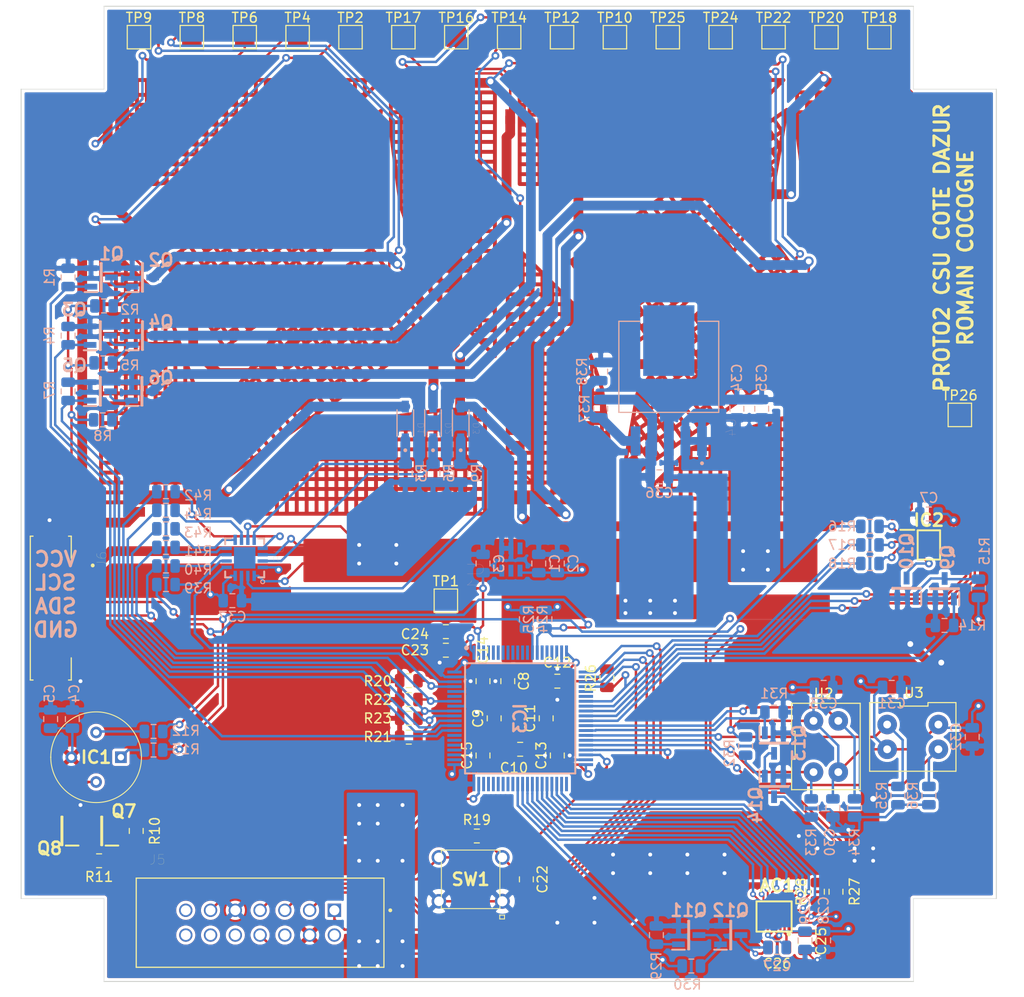
<source format=kicad_pcb>
(kicad_pcb (version 20171130) (host pcbnew 5.1.5+dfsg1-2build2)
  (layers (0 F.Cu signal) (31 B.Cu signal) (34 B.Paste user hide) (35 F.Paste user hide) (36 B.SilkS user) (37 F.SilkS user) (38 B.Mask user) (39 F.Mask user) (44 Edge.Cuts user))
  (net 0 "")
  (net 1 "Net-(AC1-Pad24)")
  (net 2 JTAG_VCC-TARGET)
  (net 3 "Net-(AC1-Pad21)")
  (net 4 "Net-(AC1-Pad14)")
  (net 5 MAGN_DEN_AG)
  (net 6 MAGN_INT2_AG)
  (net 7 MAGN_INT1_AG)
  (net 8 MAGN_INT_M)
  (net 9 MAGN_DRDY_M)
  (net 10 MAGN_CS_AG)
  (net 11 MAGN_SDO_M)
  (net 12 MAGN_SDO_AG)
  (net 13 "Net-(AC1-Pad4)")
  (net 14 "Net-(AC1-Pad2)")
  (net 15 UC19)
  (net 16 AMPERMETER-)
  (net 17 JTAG_RST)
  (net 18 UC1)
  (net 19 VOLTMETER1)
  (net 20 AMPERMETER1+)
  (net 21 VOLTMETER2)
  (net 22 AMPERMETER2+)
  (net 23 VOLTMETER3)
  (net 24 AMPERMETER3+)
  (net 25 "Net-(IC1-Pad4)")
  (net 26 "Net-(IC1-Pad2)")
  (net 27 "Net-(IC1-Pad1)")
  (net 28 TEMP-A0)
  (net 29 TEMP_A1)
  (net 30 TEMP_A2)
  (net 31 "Net-(IC2-Pad4)")
  (net 32 "Net-(IC2-Pad3)")
  (net 33 "Net-(IC2-Pad2)")
  (net 34 "Net-(IC2-Pad1)")
  (net 35 UC75)
  (net 36 UC67)
  (net 37 UC66)
  (net 38 UC65)
  (net 39 UC64)
  (net 40 UC62)
  (net 41 UC58)
  (net 42 UC57)
  (net 43 UC56)
  (net 44 UC55)
  (net 45 UC54)
  (net 46 UC53)
  (net 47 UC52)
  (net 48 MAGNETOMETER_CONTROL)
  (net 49 UC15)
  (net 50 SCL)
  (net 51 SDA)
  (net 52 UC12)
  (net 53 UC11)
  (net 54 UC10)
  (net 55 UC9)
  (net 56 UC3)
  (net 57 "Net-(J5-Pad14)")
  (net 58 "Net-(J5-Pad13)")
  (net 59 "Net-(J5-Pad12)")
  (net 60 "Net-(J5-Pad10)")
  (net 61 JTAG_TEST)
  (net 62 JTAG_TCK)
  (net 63 "Net-(J5-Pad6)")
  (net 64 JTAG_TMS)
  (net 65 JTAG_TDI)
  (net 66 "Net-(J5-Pad2)")
  (net 67 JTAG_TDO)
  (net 68 "Net-(Q1-Pad2)")
  (net 69 BNK1_CONTROL)
  (net 70 "Net-(Q3-Pad2)")
  (net 71 BNK2_CONTROL)
  (net 72 "Net-(Q5-Pad2)")
  (net 73 BNK3_CONTROL)
  (net 74 "Net-(Q7-Pad2)")
  (net 75 CAMERA_CONTROL)
  (net 76 "Net-(Q10-Pad1)")
  (net 77 TEMPERATURE_CONTROL)
  (net 78 "Net-(Q11-Pad2)")
  (net 79 "Net-(Q13-Pad2)")
  (net 80 PHOTO_CONTROL)
  (net 81 /photo_diode/GND_PHOTO)
  (net 82 TEMP_INT)
  (net 83 AMP_WARNING)
  (net 84 AMP_TC)
  (net 85 AMP_CRITICAL)
  (net 86 AMP_PV)
  (net 87 PHOTO1_+)
  (net 88 PHOTO1_-)
  (net 89 PHOTO2_+)
  (net 90 PHOTO2_-)
  (net 91 "Net-(R37-Pad2)")
  (net 92 "Net-(R39-Pad1)")
  (net 93 "Net-(R40-Pad1)")
  (net 94 "Net-(R41-Pad2)")
  (net 95 "Net-(R42-Pad2)")
  (net 96 "Net-(R43-Pad2)")
  (net 97 "Net-(R44-Pad2)")
  (net 98 "Net-(SC1-Pad2)")
  (net 99 "Net-(SC2-Pad2)")
  (net 100 "Net-(SC3-Pad2)")
  (net 101 "Net-(SC5-Pad2)")
  (net 102 "Net-(SC6-Pad2)")
  (net 103 "Net-(SC7-Pad2)")
  (net 104 "Net-(SC10-Pad1)")
  (net 105 "Net-(SC10-Pad2)")
  (net 106 "Net-(SC11-Pad2)")
  (net 107 "Net-(U1-Pad5)")
  (net 108 "Net-(U1-Pad3)")
  (net 109 "Net-(U5-Pad17)")
  (net 110 AMP_A0)
  (net 111 UC2)
  (net 112 "Net-(IC3-Pad26)")
  (net 113 "Net-(IC3-Pad25)")
  (net 114 "Net-(Q2-Pad2)")
  (net 115 "Net-(Q4-Pad2)")
  (net 116 "Net-(Q6-Pad2)")
  (net 117 UC63)
  (net 118 UC41)
  (net 119 "Net-(IC3-Pad8)")
  (net 120 "Net-(IC3-Pad7)")
  (net 121 "Net-(IC3-Pad6)")
  (net 122 "Net-(IC3-Pad5)")
  (net 123 "Net-(IC3-Pad4)")
  (net 124 MAGN_CS_M)
  (net 125 "Net-(IC3-Pad18)")
  (net 126 "Net-(IC3-Pad17)")
  (net 127 "Net-(IC3-Pad16)")
  (module panneaux_solaires:QFP50P1400X1400X160-80N (layer B.Cu) (at 142.24 124.46 270)
    (fp_text reference IC3 (at 0 0 90) (layer B.SilkS) (effects (font (size 1.27 1.27) (thickness 0.254)) (justify mirror)))
    (fp_text value MSP430FR5964IPNR hide)
    (pad 80 smd rect (at -4.75 6.738 270) (size 0.3 1.475) (layers B.Cu B.Paste B.Mask) (net 2 JTAG_VCC-TARGET))
    (pad 79 smd rect (at -4.25 6.738 270) (size 0.3 1.475) (layers B.Cu B.Paste B.Mask) (net 15 UC19))
    (pad 78 smd rect (at -3.75 6.738 270) (size 0.3 1.475) (layers B.Cu B.Paste B.Mask) (net 110 AMP_A0))
    (pad 77 smd rect (at -3.25 6.738 270) (size 0.3 1.475) (layers B.Cu B.Paste B.Mask) (net 83 AMP_WARNING))
    (pad 76 smd rect (at -2.75 6.738 270) (size 0.3 1.475) (layers B.Cu B.Paste B.Mask) (net 15 UC19))
    (pad 75 smd rect (at -2.25 6.738 270) (size 0.3 1.475) (layers B.Cu B.Paste B.Mask) (net 35 UC75))
    (pad 74 smd rect (at -1.75 6.738 270) (size 0.3 1.475) (layers B.Cu B.Paste B.Mask) (net 85 AMP_CRITICAL))
    (pad 73 smd rect (at -1.25 6.738 270) (size 0.3 1.475) (layers B.Cu B.Paste B.Mask) (net 15 UC19))
    (pad 72 smd rect (at -0.75 6.738 270) (size 0.3 1.475) (layers B.Cu B.Paste B.Mask) (net 86 AMP_PV))
    (pad 71 smd rect (at -0.25 6.738 270) (size 0.3 1.475) (layers B.Cu B.Paste B.Mask) (net 84 AMP_TC))
    (pad 70 smd rect (at 0.25 6.738 270) (size 0.3 1.475) (layers B.Cu B.Paste B.Mask) (net 73 BNK3_CONTROL))
    (pad 69 smd rect (at 0.75 6.738 270) (size 0.3 1.475) (layers B.Cu B.Paste B.Mask) (net 71 BNK2_CONTROL))
    (pad 68 smd rect (at 1.25 6.738 270) (size 0.3 1.475) (layers B.Cu B.Paste B.Mask) (net 69 BNK1_CONTROL))
    (pad 67 smd rect (at 1.75 6.738 270) (size 0.3 1.475) (layers B.Cu B.Paste B.Mask) (net 36 UC67))
    (pad 66 smd rect (at 2.25 6.738 270) (size 0.3 1.475) (layers B.Cu B.Paste B.Mask) (net 37 UC66))
    (pad 65 smd rect (at 2.75 6.738 270) (size 0.3 1.475) (layers B.Cu B.Paste B.Mask) (net 38 UC65))
    (pad 64 smd rect (at 3.25 6.738 270) (size 0.3 1.475) (layers B.Cu B.Paste B.Mask) (net 39 UC64))
    (pad 63 smd rect (at 3.75 6.738 270) (size 0.3 1.475) (layers B.Cu B.Paste B.Mask) (net 117 UC63))
    (pad 62 smd rect (at 4.25 6.738 270) (size 0.3 1.475) (layers B.Cu B.Paste B.Mask) (net 40 UC62))
    (pad 61 smd rect (at 4.75 6.738 270) (size 0.3 1.475) (layers B.Cu B.Paste B.Mask) (net 2 JTAG_VCC-TARGET))
    (pad 60 smd rect (at 6.738 4.75 180) (size 0.3 1.475) (layers B.Cu B.Paste B.Mask) (net 15 UC19))
    (pad 59 smd rect (at 6.738 4.25 180) (size 0.3 1.475) (layers B.Cu B.Paste B.Mask) (net 75 CAMERA_CONTROL))
    (pad 58 smd rect (at 6.738 3.75 180) (size 0.3 1.475) (layers B.Cu B.Paste B.Mask) (net 41 UC58))
    (pad 57 smd rect (at 6.738 3.25 180) (size 0.3 1.475) (layers B.Cu B.Paste B.Mask) (net 42 UC57))
    (pad 56 smd rect (at 6.738 2.75 180) (size 0.3 1.475) (layers B.Cu B.Paste B.Mask) (net 43 UC56))
    (pad 55 smd rect (at 6.738 2.25 180) (size 0.3 1.475) (layers B.Cu B.Paste B.Mask) (net 44 UC55))
    (pad 54 smd rect (at 6.738 1.75 180) (size 0.3 1.475) (layers B.Cu B.Paste B.Mask) (net 45 UC54))
    (pad 53 smd rect (at 6.738 1.25 180) (size 0.3 1.475) (layers B.Cu B.Paste B.Mask) (net 46 UC53))
    (pad 52 smd rect (at 6.738 0.75 180) (size 0.3 1.475) (layers B.Cu B.Paste B.Mask) (net 47 UC52))
    (pad 51 smd rect (at 6.738 0.25 180) (size 0.3 1.475) (layers B.Cu B.Paste B.Mask) (net 48 MAGNETOMETER_CONTROL))
    (pad 50 smd rect (at 6.738 -0.25 180) (size 0.3 1.475) (layers B.Cu B.Paste B.Mask) (net 5 MAGN_DEN_AG))
    (pad 49 smd rect (at 6.738 -0.75 180) (size 0.3 1.475) (layers B.Cu B.Paste B.Mask) (net 6 MAGN_INT2_AG))
    (pad 48 smd rect (at 6.738 -1.25 180) (size 0.3 1.475) (layers B.Cu B.Paste B.Mask) (net 7 MAGN_INT1_AG))
    (pad 47 smd rect (at 6.738 -1.75 180) (size 0.3 1.475) (layers B.Cu B.Paste B.Mask) (net 8 MAGN_INT_M))
    (pad 46 smd rect (at 6.738 -2.25 180) (size 0.3 1.475) (layers B.Cu B.Paste B.Mask) (net 9 MAGN_DRDY_M))
    (pad 45 smd rect (at 6.738 -2.75 180) (size 0.3 1.475) (layers B.Cu B.Paste B.Mask) (net 124 MAGN_CS_M))
    (pad 44 smd rect (at 6.738 -3.25 180) (size 0.3 1.475) (layers B.Cu B.Paste B.Mask) (net 10 MAGN_CS_AG))
    (pad 43 smd rect (at 6.738 -3.75 180) (size 0.3 1.475) (layers B.Cu B.Paste B.Mask) (net 11 MAGN_SDO_M))
    (pad 42 smd rect (at 6.738 -4.25 180) (size 0.3 1.475) (layers B.Cu B.Paste B.Mask) (net 12 MAGN_SDO_AG))
    (pad 41 smd rect (at 6.738 -4.75 180) (size 0.3 1.475) (layers B.Cu B.Paste B.Mask) (net 118 UC41))
    (pad 40 smd rect (at 4.75 -6.738 270) (size 0.3 1.475) (layers B.Cu B.Paste B.Mask) (net 2 JTAG_VCC-TARGET))
    (pad 39 smd rect (at 4.25 -6.738 270) (size 0.3 1.475) (layers B.Cu B.Paste B.Mask) (net 15 UC19))
    (pad 38 smd rect (at 3.75 -6.738 270) (size 0.3 1.475) (layers B.Cu B.Paste B.Mask) (net 17 JTAG_RST))
    (pad 37 smd rect (at 3.25 -6.738 270) (size 0.3 1.475) (layers B.Cu B.Paste B.Mask) (net 61 JTAG_TEST))
    (pad 36 smd rect (at 2.75 -6.738 270) (size 0.3 1.475) (layers B.Cu B.Paste B.Mask) (net 90 PHOTO2_-))
    (pad 35 smd rect (at 2.25 -6.738 270) (size 0.3 1.475) (layers B.Cu B.Paste B.Mask) (net 87 PHOTO1_+))
    (pad 34 smd rect (at 1.75 -6.738 270) (size 0.3 1.475) (layers B.Cu B.Paste B.Mask) (net 89 PHOTO2_+))
    (pad 33 smd rect (at 1.25 -6.738 270) (size 0.3 1.475) (layers B.Cu B.Paste B.Mask) (net 80 PHOTO_CONTROL))
    (pad 32 smd rect (at 0.75 -6.738 270) (size 0.3 1.475) (layers B.Cu B.Paste B.Mask) (net 88 PHOTO1_-))
    (pad 31 smd rect (at 0.25 -6.738 270) (size 0.3 1.475) (layers B.Cu B.Paste B.Mask) (net 77 TEMPERATURE_CONTROL))
    (pad 30 smd rect (at -0.25 -6.738 270) (size 0.3 1.475) (layers B.Cu B.Paste B.Mask) (net 28 TEMP-A0))
    (pad 29 smd rect (at -0.75 -6.738 270) (size 0.3 1.475) (layers B.Cu B.Paste B.Mask) (net 29 TEMP_A1))
    (pad 28 smd rect (at -1.25 -6.738 270) (size 0.3 1.475) (layers B.Cu B.Paste B.Mask) (net 30 TEMP_A2))
    (pad 27 smd rect (at -1.75 -6.738 270) (size 0.3 1.475) (layers B.Cu B.Paste B.Mask) (net 82 TEMP_INT))
    (pad 26 smd rect (at -2.25 -6.738 270) (size 0.3 1.475) (layers B.Cu B.Paste B.Mask) (net 112 "Net-(IC3-Pad26)"))
    (pad 25 smd rect (at -2.75 -6.738 270) (size 0.3 1.475) (layers B.Cu B.Paste B.Mask) (net 113 "Net-(IC3-Pad25)"))
    (pad 24 smd rect (at -3.25 -6.738 270) (size 0.3 1.475) (layers B.Cu B.Paste B.Mask) (net 62 JTAG_TCK))
    (pad 23 smd rect (at -3.75 -6.738 270) (size 0.3 1.475) (layers B.Cu B.Paste B.Mask) (net 64 JTAG_TMS))
    (pad 22 smd rect (at -4.25 -6.738 270) (size 0.3 1.475) (layers B.Cu B.Paste B.Mask) (net 65 JTAG_TDI))
    (pad 21 smd rect (at -4.75 -6.738 270) (size 0.3 1.475) (layers B.Cu B.Paste B.Mask) (net 67 JTAG_TDO))
    (pad 20 smd rect (at -6.738 -4.75 180) (size 0.3 1.475) (layers B.Cu B.Paste B.Mask) (net 2 JTAG_VCC-TARGET))
    (pad 19 smd rect (at -6.738 -4.25 180) (size 0.3 1.475) (layers B.Cu B.Paste B.Mask) (net 15 UC19))
    (pad 18 smd rect (at -6.738 -3.75 180) (size 0.3 1.475) (layers B.Cu B.Paste B.Mask) (net 125 "Net-(IC3-Pad18)"))
    (pad 17 smd rect (at -6.738 -3.25 180) (size 0.3 1.475) (layers B.Cu B.Paste B.Mask) (net 126 "Net-(IC3-Pad17)"))
    (pad 16 smd rect (at -6.738 -2.75 180) (size 0.3 1.475) (layers B.Cu B.Paste B.Mask) (net 127 "Net-(IC3-Pad16)"))
    (pad 15 smd rect (at -6.738 -2.25 180) (size 0.3 1.475) (layers B.Cu B.Paste B.Mask) (net 49 UC15))
    (pad 14 smd rect (at -6.738 -1.75 180) (size 0.3 1.475) (layers B.Cu B.Paste B.Mask) (net 50 SCL))
    (pad 13 smd rect (at -6.738 -1.25 180) (size 0.3 1.475) (layers B.Cu B.Paste B.Mask) (net 51 SDA))
    (pad 12 smd rect (at -6.738 -0.75 180) (size 0.3 1.475) (layers B.Cu B.Paste B.Mask) (net 52 UC12))
    (pad 11 smd rect (at -6.738 -0.25 180) (size 0.3 1.475) (layers B.Cu B.Paste B.Mask) (net 53 UC11))
    (pad 10 smd rect (at -6.738 0.25 180) (size 0.3 1.475) (layers B.Cu B.Paste B.Mask) (net 54 UC10))
    (pad 9 smd rect (at -6.738 0.75 180) (size 0.3 1.475) (layers B.Cu B.Paste B.Mask) (net 55 UC9))
    (pad 8 smd rect (at -6.738 1.25 180) (size 0.3 1.475) (layers B.Cu B.Paste B.Mask) (net 119 "Net-(IC3-Pad8)"))
    (pad 7 smd rect (at -6.738 1.75 180) (size 0.3 1.475) (layers B.Cu B.Paste B.Mask) (net 120 "Net-(IC3-Pad7)"))
    (pad 6 smd rect (at -6.738 2.25 180) (size 0.3 1.475) (layers B.Cu B.Paste B.Mask) (net 121 "Net-(IC3-Pad6)"))
    (pad 5 smd rect (at -6.738 2.75 180) (size 0.3 1.475) (layers B.Cu B.Paste B.Mask) (net 122 "Net-(IC3-Pad5)"))
    (pad 4 smd rect (at -6.738 3.25 180) (size 0.3 1.475) (layers B.Cu B.Paste B.Mask) (net 123 "Net-(IC3-Pad4)"))
    (pad 3 smd rect (at -6.738 3.75 180) (size 0.3 1.475) (layers B.Cu B.Paste B.Mask) (net 56 UC3))
    (pad 2 smd rect (at -6.738 4.25 180) (size 0.3 1.475) (layers B.Cu B.Paste B.Mask) (net 111 UC2))
    (pad 1 smd rect (at -6.738 4.75 180) (size 0.3 1.475) (layers B.Cu B.Paste B.Mask) (net 18 UC1))
  )
  (module panneaux_solaires:QFN65P400X400X100-17N (layer B.Cu) (at 113.99 108.005 90)
    (fp_text reference U5 (at 0.42567 3.5176 90) (layer B.SilkS) (effects (font (size 1.001591 1.001591) (thickness 0.015)) (justify mirror)))
    (fp_text value INA3221AIRGVR)
    (pad 17 smd rect (at 0 0 90) (size 2.2 2.2) (layers B.Cu B.Mask) (net 109 "Net-(U5-Pad17)"))
    (pad 16 smd rect (at -0.975 1.85 90) (size 0.35 1.05) (layers B.Cu B.Paste B.Mask) (net 2 JTAG_VCC-TARGET))
    (pad 15 smd rect (at -0.325 1.85 90) (size 0.35 1.05) (layers B.Cu B.Paste B.Mask) (net 22 AMPERMETER2+))
    (pad 14 smd rect (at 0.325 1.85 90) (size 0.35 1.05) (layers B.Cu B.Paste B.Mask) (net 16 AMPERMETER-))
    (pad 13 smd rect (at 0.975 1.85 90) (size 0.35 1.05) (layers B.Cu B.Paste B.Mask) (net 95 "Net-(R42-Pad2)"))
    (pad 12 smd rect (at 1.85 0.975 90) (size 1.05 0.35) (layers B.Cu B.Paste B.Mask) (net 20 AMPERMETER1+))
    (pad 11 smd rect (at 1.85 0.325 90) (size 1.05 0.35) (layers B.Cu B.Paste B.Mask) (net 16 AMPERMETER-))
    (pad 10 smd rect (at 1.85 -0.325 90) (size 1.05 0.35) (layers B.Cu B.Paste B.Mask) (net 97 "Net-(R44-Pad2)"))
    (pad 9 smd rect (at 1.85 -0.975 90) (size 1.05 0.35) (layers B.Cu B.Paste B.Mask) (net 96 "Net-(R43-Pad2)"))
    (pad 8 smd rect (at 0.975 -1.85 90) (size 0.35 1.05) (layers B.Cu B.Paste B.Mask) (net 94 "Net-(R41-Pad2)"))
    (pad 7 smd rect (at 0.325 -1.85 90) (size 0.35 1.05) (layers B.Cu B.Paste B.Mask) (net 93 "Net-(R40-Pad1)"))
    (pad 6 smd rect (at -0.325 -1.85 90) (size 0.35 1.05) (layers B.Cu B.Paste B.Mask) (net 92 "Net-(R39-Pad1)"))
    (pad 5 smd rect (at -0.975 -1.85 90) (size 0.35 1.05) (layers B.Cu B.Paste B.Mask) (net 110 AMP_A0))
    (pad 4 smd rect (at -1.85 -0.975 90) (size 1.05 0.35) (layers B.Cu B.Paste B.Mask) (net 2 JTAG_VCC-TARGET))
    (pad 3 smd rect (at -1.85 -0.325 90) (size 1.05 0.35) (layers B.Cu B.Paste B.Mask) (net 15 UC19))
    (pad 2 smd rect (at -1.85 0.325 90) (size 1.05 0.35) (layers B.Cu B.Paste B.Mask) (net 24 AMPERMETER3+))
    (pad 1 smd rect (at -1.85 0.975 90) (size 1.05 0.35) (layers B.Cu B.Paste B.Mask) (net 16 AMPERMETER-))
  )
  (module panneaux_solaires:SOT95P280X100-6N (layer B.Cu) (at 141.2863 108.173599 270)
    (fp_text reference U1 (at 1.754645 3.585585 90) (layer B.SilkS) (effects (font (size 1.641913 1.641913) (thickness 0.015)) (justify mirror)))
    (fp_text value LT1790ACS6-1.25TRMPBF)
    (pad 6 smd rect (at 1.143 0.9398 270) (size 1.2192 0.508) (layers B.Cu B.Paste B.Mask) (net 111 UC2))
    (pad 5 smd rect (at 1.143 0 270) (size 1.2192 0.508) (layers B.Cu B.Paste B.Mask) (net 107 "Net-(U1-Pad5)"))
    (pad 4 smd rect (at 1.143 -0.9398 270) (size 1.2192 0.508) (layers B.Cu B.Paste B.Mask) (net 16 AMPERMETER-))
    (pad 3 smd rect (at -1.143 -0.9398 270) (size 1.2192 0.508) (layers B.Cu B.Paste B.Mask) (net 108 "Net-(U1-Pad3)"))
    (pad 2 smd rect (at -1.143 0 270) (size 1.2192 0.508) (layers B.Cu B.Paste B.Mask) (net 15 UC19))
    (pad 1 smd rect (at -1.143 0.9398 270) (size 1.2192 0.508) (layers B.Cu B.Paste B.Mask) (net 15 UC19))
  )
  (module panneaux_solaires:switch_fsm6jh_tyco (layer F.Cu) (at 137.16 140.97)
    (fp_text reference SW1 (at 0 0) (layer F.SilkS) (effects (font (size 1.27 1.27) (thickness 0.254))))
    (fp_text value BP_DROIT_TRAV-switch hide)
    (pad 4 thru_hole circle (at -3.25 -2.25) (size 1.5 1.5) (drill 0.99) (layers *.Cu *.Mask) (net 17 JTAG_RST))
    (pad 3 thru_hole circle (at 3.25 -2.25) (size 1.5 1.5) (drill 0.99) (layers *.Cu *.Mask) (net 17 JTAG_RST))
    (pad 2 thru_hole circle (at -3.25 2.25) (size 1.5 1.5) (drill 0.99) (layers *.Cu *.Mask) (net 15 UC19))
    (pad 1 thru_hole circle (at 3.25 2.25) (size 1.54 1.54) (drill 1.04) (layers *.Cu *.Mask) (net 15 UC19))
  )
  (module panneaux_solaires:MOLEX_0532610871 (layer F.Cu) (at 94.107 113.157 270)
    (fp_text reference J6 (at -5.025 -5.235 90) (layer F.SilkS) (effects (font (thickness 0.015))))
    (fp_text value 0532610871)
    (pad S2 smd rect (at 6.925 0 270) (size 2.1 3) (layers F.Cu F.Paste F.Mask) (net 15 UC19))
    (pad 8 smd rect (at 4.375 -2.9 270) (size 0.8 1.6) (layers F.Cu F.Paste F.Mask) (net 15 UC19))
    (pad 7 smd rect (at 3.125 -2.9 270) (size 0.8 1.6) (layers F.Cu F.Paste F.Mask) (net 15 UC19))
    (pad 6 smd rect (at 1.875 -2.9 270) (size 0.8 1.6) (layers F.Cu F.Paste F.Mask) (net 51 SDA))
    (pad 5 smd rect (at 0.625 -2.9 270) (size 0.8 1.6) (layers F.Cu F.Paste F.Mask) (net 51 SDA))
    (pad 4 smd rect (at -0.625 -2.9 270) (size 0.8 1.6) (layers F.Cu F.Paste F.Mask) (net 50 SCL))
    (pad 3 smd rect (at -1.875 -2.9 270) (size 0.8 1.6) (layers F.Cu F.Paste F.Mask) (net 50 SCL))
    (pad 2 smd rect (at -3.125 -2.9 270) (size 0.8 1.6) (layers F.Cu F.Paste F.Mask) (net 16 AMPERMETER-))
    (pad 1 smd rect (at -4.375 -2.9 270) (size 0.8 1.6) (layers F.Cu F.Paste F.Mask) (net 16 AMPERMETER-))
    (pad S1 smd rect (at -6.925 0 270) (size 2.1 3) (layers F.Cu F.Paste F.Mask) (net 15 UC19))
  )
  (module panneaux_solaires:SOP65P490X110-8N (layer F.Cu) (at 184.15 106.68)
    (fp_text reference IC2 (at 0 -2.54) (layer F.SilkS) (effects (font (size 1.27 1.27) (thickness 0.254))))
    (fp_text value PCT2075DP,118 hide)
    (pad 8 smd rect (at 2.212 -0.975 90) (size 0.45 1.425) (layers F.Cu F.Paste F.Mask) (net 2 JTAG_VCC-TARGET))
    (pad 7 smd rect (at 2.212 -0.325 90) (size 0.45 1.425) (layers F.Cu F.Paste F.Mask) (net 28 TEMP-A0))
    (pad 6 smd rect (at 2.212 0.325 90) (size 0.45 1.425) (layers F.Cu F.Paste F.Mask) (net 29 TEMP_A1))
    (pad 5 smd rect (at 2.212 0.975 90) (size 0.45 1.425) (layers F.Cu F.Paste F.Mask) (net 30 TEMP_A2))
    (pad 4 smd rect (at -2.212 0.975 90) (size 0.45 1.425) (layers F.Cu F.Paste F.Mask) (net 31 "Net-(IC2-Pad4)"))
    (pad 3 smd rect (at -2.212 0.325 90) (size 0.45 1.425) (layers F.Cu F.Paste F.Mask) (net 32 "Net-(IC2-Pad3)"))
    (pad 2 smd rect (at -2.212 -0.325 90) (size 0.45 1.425) (layers F.Cu F.Paste F.Mask) (net 33 "Net-(IC2-Pad2)"))
    (pad 1 smd rect (at -2.212 -0.975 90) (size 0.45 1.425) (layers F.Cu F.Paste F.Mask) (net 34 "Net-(IC2-Pad1)"))
  )
  (module panneaux_solaires:MLX90621ESFBAB000SP (layer F.Cu) (at 101.2952 128.4478)
    (fp_text reference IC1 (at -2.54 0) (layer F.SilkS) (effects (font (size 1.27 1.27) (thickness 0.254))))
    (fp_text value MLX90641ESF-BAA-000-TU hide)
    (pad 4 thru_hole circle (at -2.54 2.54) (size 1.192 1.192) (drill 0.65) (layers *.Cu *.Mask) (net 25 "Net-(IC1-Pad4)"))
    (pad 3 thru_hole circle (at -5.08 0) (size 1.192 1.192) (drill 0.65) (layers *.Cu *.Mask) (net 2 JTAG_VCC-TARGET))
    (pad 2 thru_hole circle (at -2.54 -2.54) (size 1.192 1.192) (drill 0.65) (layers *.Cu *.Mask) (net 26 "Net-(IC1-Pad2)"))
    (pad 1 thru_hole rect (at 0 0) (size 1.192 1.192) (drill 0.65) (layers *.Cu *.Mask) (net 27 "Net-(IC1-Pad1)"))
  )
  (module Resistor_SMD:R_0805_2012Metric (layer B.Cu) (at 99.568 82.169)
    (fp_text reference R2 (at 2.667 0.381) (layer B.SilkS) (effects (justify mirror)))
    (fp_text value 1M)
    (pad 2 smd roundrect (at 0.9375 0) (size 0.975 1.4) (layers B.Cu B.Paste B.Mask) (net 68 "Net-(Q1-Pad2)"))
    (pad 1 smd roundrect (at -0.9375 0) (size 0.975 1.4) (layers B.Cu B.Paste B.Mask) (net 16 AMPERMETER-))
  )
  (module Resistor_SMD:R_0805_2012Metric (layer B.Cu) (at 105.918 101.219)
    (fp_text reference R42 (at 3.302 0.381) (layer B.SilkS) (effects (justify mirror)))
    (fp_text value 330R)
    (pad 2 smd roundrect (at 0.9375 0) (size 0.975 1.4) (layers B.Cu B.Paste B.Mask) (net 95 "Net-(R42-Pad2)"))
    (pad 1 smd roundrect (at -0.9375 0) (size 0.975 1.4) (layers B.Cu B.Paste B.Mask) (net 84 AMP_TC))
  )
  (module panneaux_solaires:NCP59302DSADJR4G (layer B.Cu) (at 157.48 89.805 90)
    (fp_text reference U4 (at -4.825 6.385 90) (layer B.SilkS) (effects (font (thickness 0.015)) (justify mirror)))
    (fp_text value NCP59302DSADJR4G)
    (pad 6 smd rect (at 4.08 0 90) (size 7.24 5.25) (layers B.Cu B.Mask))
    (pad 5 smd rect (at -6.21 -3.404 90) (size 3 1) (layers B.Cu B.Paste B.Mask) (net 91 "Net-(R37-Pad2)"))
    (pad 4 smd rect (at -6.21 -1.702 90) (size 3 1) (layers B.Cu B.Paste B.Mask) (net 2 JTAG_VCC-TARGET))
    (pad 3 smd rect (at -6.21 0 90) (size 3 1) (layers B.Cu B.Paste B.Mask) (net 15 UC19))
    (pad 2 smd rect (at -6.21 1.702 90) (size 3 1) (layers B.Cu B.Paste B.Mask) (net 16 AMPERMETER-))
    (pad 1 smd rect (at -6.21 3.404 90) (size 3 1) (layers B.Cu B.Paste B.Mask) (net 16 AMPERMETER-))
  )
  (module panneaux_solaires:TestPoint_Pad_2.0x2.0mm (layer F.Cu) (at 187.325 93.345)
    (fp_text reference TP26 (at 0 -1.998) (layer F.SilkS))
    (fp_text value TestPoint)
    (pad 1 smd rect (at 0 0) (size 2 2) (layers F.Cu F.Mask) (net 2 JTAG_VCC-TARGET))
  )
  (module panneaux_solaires:TestPoint_Pad_2.0x2.0mm (layer F.Cu) (at 134.62 112.395)
    (fp_text reference TP1 (at 0 -1.998) (layer F.SilkS))
    (fp_text value TestPoint)
    (pad 1 smd rect (at 0 0) (size 2 2) (layers F.Cu F.Mask) (net 111 UC2))
  )
  (module panneaux_solaires:TestPoint_Pad_2.0x2.0mm (layer F.Cu) (at 157.3784 54.61)
    (fp_text reference TP25 (at 0 -1.998) (layer F.SilkS))
    (fp_text value TestPoint)
    (pad 1 smd rect (at 0 0) (size 2 2) (layers F.Cu F.Mask) (net 116 "Net-(Q6-Pad2)"))
  )
  (module panneaux_solaires:TestPoint_Pad_2.0x2.0mm (layer F.Cu) (at 162.8013 54.61)
    (fp_text reference TP24 (at 0 -1.998) (layer F.SilkS))
    (fp_text value TestPoint)
    (pad 1 smd rect (at 0 0) (size 2 2) (layers F.Cu F.Mask) (net 106 "Net-(SC11-Pad2)"))
  )
  (module panneaux_solaires:TestPoint_Pad_2.0x2.0mm (layer F.Cu) (at 168.2242 54.61)
    (fp_text reference TP22 (at 0 -1.998) (layer F.SilkS))
    (fp_text value TestPoint)
    (pad 1 smd rect (at 0 0) (size 2 2) (layers F.Cu F.Mask) (net 105 "Net-(SC10-Pad2)"))
  )
  (module panneaux_solaires:TestPoint_Pad_2.0x2.0mm (layer F.Cu) (at 173.6471 54.61)
    (fp_text reference TP20 (at 0 -1.998) (layer F.SilkS))
    (fp_text value TestPoint)
    (pad 1 smd rect (at 0 0) (size 2 2) (layers F.Cu F.Mask) (net 104 "Net-(SC10-Pad1)"))
  )
  (module panneaux_solaires:TestPoint_Pad_2.0x2.0mm (layer F.Cu) (at 179.07 54.61)
    (fp_text reference TP18 (at 0 -1.998) (layer F.SilkS))
    (fp_text value TestPoint)
    (pad 1 smd rect (at 0 0) (size 2 2) (layers F.Cu F.Mask) (net 23 VOLTMETER3))
  )
  (module panneaux_solaires:TestPoint_Pad_2.0x2.0mm (layer F.Cu) (at 130.2639 54.61)
    (fp_text reference TP17 (at 0 -1.998) (layer F.SilkS))
    (fp_text value TestPoint)
    (pad 1 smd rect (at 0 0) (size 2 2) (layers F.Cu F.Mask) (net 115 "Net-(Q4-Pad2)"))
  )
  (module panneaux_solaires:TestPoint_Pad_2.0x2.0mm (layer F.Cu) (at 135.6868 54.61)
    (fp_text reference TP16 (at 0 -1.998) (layer F.SilkS))
    (fp_text value TestPoint)
    (pad 1 smd rect (at 0 0) (size 2 2) (layers F.Cu F.Mask) (net 103 "Net-(SC7-Pad2)"))
  )
  (module panneaux_solaires:TestPoint_Pad_2.0x2.0mm (layer F.Cu) (at 141.1097 54.61)
    (fp_text reference TP14 (at 0 -1.998) (layer F.SilkS))
    (fp_text value TestPoint)
    (pad 1 smd rect (at 0 0) (size 2 2) (layers F.Cu F.Mask) (net 102 "Net-(SC6-Pad2)"))
  )
  (module panneaux_solaires:TestPoint_Pad_2.0x2.0mm (layer F.Cu) (at 146.5326 54.61)
    (fp_text reference TP12 (at 0 -1.998) (layer F.SilkS))
    (fp_text value TestPoint)
    (pad 1 smd rect (at 0 0) (size 2 2) (layers F.Cu F.Mask) (net 101 "Net-(SC5-Pad2)"))
  )
  (module panneaux_solaires:TestPoint_Pad_2.0x2.0mm (layer F.Cu) (at 151.9555 54.61)
    (fp_text reference TP10 (at 0 -1.998) (layer F.SilkS))
    (fp_text value TestPoint)
    (pad 1 smd rect (at 0 0) (size 2 2) (layers F.Cu F.Mask) (net 21 VOLTMETER2))
  )
  (module panneaux_solaires:TestPoint_Pad_2.0x2.0mm (layer F.Cu) (at 103.1494 54.61)
    (fp_text reference TP9 (at 0 -1.998) (layer F.SilkS))
    (fp_text value TestPoint)
    (pad 1 smd rect (at 0 0) (size 2 2) (layers F.Cu F.Mask) (net 114 "Net-(Q2-Pad2)"))
  )
  (module panneaux_solaires:TestPoint_Pad_2.0x2.0mm (layer F.Cu) (at 108.5723 54.61)
    (fp_text reference TP8 (at 0 -1.998) (layer F.SilkS))
    (fp_text value TestPoint)
    (pad 1 smd rect (at 0 0) (size 2 2) (layers F.Cu F.Mask) (net 100 "Net-(SC3-Pad2)"))
  )
  (module panneaux_solaires:TestPoint_Pad_2.0x2.0mm (layer F.Cu) (at 113.9952 54.61)
    (fp_text reference TP6 (at 0 -1.998) (layer F.SilkS))
    (fp_text value TestPoint)
    (pad 1 smd rect (at 0 0) (size 2 2) (layers F.Cu F.Mask) (net 99 "Net-(SC2-Pad2)"))
  )
  (module panneaux_solaires:TestPoint_Pad_2.0x2.0mm (layer F.Cu) (at 119.4181 54.61)
    (fp_text reference TP4 (at 0 -1.998) (layer F.SilkS))
    (fp_text value TestPoint)
    (pad 1 smd rect (at 0 0) (size 2 2) (layers F.Cu F.Mask) (net 98 "Net-(SC1-Pad2)"))
  )
  (module panneaux_solaires:TestPoint_Pad_2.0x2.0mm (layer F.Cu) (at 124.841 54.61)
    (fp_text reference TP2 (at 0 -1.998) (layer F.SilkS))
    (fp_text value TestPoint)
    (pad 1 smd rect (at 0 0) (size 2 2) (layers F.Cu F.Mask) (net 19 VOLTMETER1))
  )
  (module panneaux_solaires:S3274-05 (layer F.Cu) (at 193.675 127)
    (fp_text reference U3 (at -11.049 -5.155) (layer F.SilkS))
    (fp_text value S3274-05)
    (pad 4 thru_hole circle (at -8.549 -1.905 270) (size 2 2) (drill 0.8) (layers *.Cu *.Mask) (net 2 JTAG_VCC-TARGET))
    (pad 1 thru_hole circle (at -13.803 -1.905 270) (size 2 2) (drill 0.8) (layers *.Cu *.Mask) (net 89 PHOTO2_+))
    (pad 3 thru_hole circle (at -8.549 0.635 270) (size 2 2) (drill 0.8) (layers *.Cu *.Mask) (net 90 PHOTO2_-))
    (pad 2 thru_hole circle (at -13.803 0.635 270) (size 2 2) (drill 0.8) (layers *.Cu *.Mask) (net 2 JTAG_VCC-TARGET))
  )
  (module panneaux_solaires:S3274-05 (layer F.Cu) (at 174.2252 116.169 90)
    (fp_text reference U2 (at -5.751 -0.8702 180) (layer F.SilkS))
    (fp_text value S3274-05)
    (pad 4 thru_hole circle (at -8.549 -1.905) (size 2 2) (drill 0.8) (layers *.Cu *.Mask) (net 2 JTAG_VCC-TARGET))
    (pad 1 thru_hole circle (at -13.803 -1.905) (size 2 2) (drill 0.8) (layers *.Cu *.Mask) (net 87 PHOTO1_+))
    (pad 3 thru_hole circle (at -8.549 0.635) (size 2 2) (drill 0.8) (layers *.Cu *.Mask) (net 88 PHOTO1_-))
    (pad 2 thru_hole circle (at -13.803 0.635) (size 2 2) (drill 0.8) (layers *.Cu *.Mask) (net 2 JTAG_VCC-TARGET))
  )
  (module panneaux_solaires:TRISOLX-T01 (layer F.Cu) (at 174.557023 84.690437 35)
    (fp_text reference SC12 hide)
    (fp_text value Solar_Cell hide)
    (pad 1 smd custom (at -0.381 -3.81 35) (size 1 1) (layers F.Cu F.Paste F.Mask) (net 106 "Net-(SC11-Pad2)") (options (clearance outline) (anchor rect)) (primitives (gr_line (start -15.748 3.556) (end -15.748 1.524) (width 0.4)) (gr_line (start 0.508 1.524) (end -3.556 1.524) (width 0.4)) (gr_line (start -6.604 -4.572) (end -6.604 -2.54) (width 0.4)) (gr_line (start -7.62 -2.54) (end -11.684 -2.54) (width 0.4)) (gr_line (start -9.652 -0.508) (end -9.652 1.524) (width 0.4)) (gr_line (start -16.764 -3.556) (end -16.764 -2.54) (width 0.4)) (gr_line (start -7.62 1.524) (end -7.62 -0.508) (width 0.4)) (gr_line (start -4.572 -4.572) (end -4.572 -2.54) (width 0.4)) (gr_line (start -16.637 -3.556) (end -15.748 -3.556) (width 0.4)) (gr_line (start -15.748 -0.508) (end -19.812 -0.508) (width 0.4)) (gr_line (start -1.524 1.524) (end -1.524 4.064) (width 0.4)) (gr_line (start -15.748 -1.524) (end -15.748 -3.556) (width 0.4)) (gr_line (start -11.684 -2.54) (end -11.684 -4.572) (width 0.4)) (gr_line (start -12.7 0.508) (end -8.636 0.508) (width 0.4)) (gr_line (start -6.604 -2.54) (end -6.604 -0.508) (width 0.4)) (gr_line (start -9.652 -2.54) (end -9.652 -0.508) (width 0.4)) (gr_line (start -22.86 1.524) (end -22.86 4.064) (width 0.4)) (gr_line (start -20.828 -1.524) (end -20.828 -0.508) (width 0.4)) (gr_line (start -7.62 -3.556) (end -3.556 -3.556) (width 0.4)) (gr_line (start -20.828 -1.524) (end -19.812 -1.524) (width 0.4)) (gr_line (start -10.668 -2.54) (end -10.668 -0.508) (width 0.4)) (gr_line (start 0.508 4.064) (end -26.543 4.064) (width 0.4)) (gr_line (start -19.812 2.54) (end -15.748 2.54) (width 0.4)) (gr_line (start -15.748 -0.508) (end -15.748 1.524) (width 0.4)) (gr_line (start -11.176 -5.588) (end -7.62 -5.588) (width 0.4)) (gr_line (start -24.892 2.54) (end -23.876 2.54) (width 0.4)) (gr_line (start -15.748 -2.54) (end -15.748 -0.508) (width 0.4)) (gr_line (start -3.556 -2.54) (end 0.508 -2.54) (width 0.4)) (gr_line (start -11.684 -3.556) (end -15.748 -3.556) (width 0.4)) (gr_line (start -3.556 -5.588) (end 0.508 -5.588) (width 0.4)) (gr_line (start -3.556 -2.54) (end -7.62 -2.54) (width 0.4)) (gr_line (start -4.572 -2.54) (end -4.572 -0.508) (width 0.4)) (gr_line (start -15.748 -0.508) (end -11.684 -0.508) (width 0.4)) (gr_line (start -2.54 -0.508) (end -2.54 1.524) (width 0.4)) (gr_line (start -7.62 1.524) (end -7.62 4.064) (width 0.4)) (gr_line (start -8.636 1.524) (end -12.7 1.524) (width 0.4)) (gr_line (start -3.556 -2.54) (end -3.556 -4.572) (width 0.4)) (gr_line (start -24.892 2.54) (end -24.892 4.064) (width 0.4)) (gr_line (start -3.556 1.524) (end -3.556 -0.508) (width 0.4)) (gr_line (start -0.508 -4.572) (end -0.508 -2.54) (width 0.4)) (gr_line (start -13.716 1.524) (end -13.716 4.064) (width 0.4)) (gr_line (start -8.636 -0.508) (end -12.7 -0.508) (width 0.4)) (gr_line (start -14.732 -0.508) (end -14.732 1.524) (width 0.4)) (gr_line (start -15.748 -3.556) (end -11.684 -3.556) (width 0.4)) (gr_line (start -8.636 -2.54) (end -8.636 -0.508) (width 0.4)) (gr_line (start -5.588 -0.508) (end -5.588 1.524) (width 0.4)) (gr_line (start -3.556 -0.508) (end -3.556 1.524) (width 0.4)) (gr_line (start -0.508 -6.604) (end -0.508 -4.572) (width 0.4)) (gr_line (start -23.876 4.064) (end -23.876 1.524) (width 0.4)) (gr_line (start -7.62 -4.572) (end -11.684 -4.572) (width 0.4)) (gr_line (start -22.86 0.508) (end -20.828 0.508) (width 0.4)) (gr_line (start -20.828 -0.508) (end -20.828 1.524) (width 0.4)) (gr_line (start -8.636 1.524) (end -8.636 4.064) (width 0.4)) (gr_line (start -11.684 1.524) (end -11.684 4.064) (width 0.4)) (gr_line (start -15.748 1.524) (end -11.684 1.524) (width 0.4)) (gr_line (start -11.684 -0.508) (end -11.684 1.524) (width 0.4)) (gr_line (start -3.556 -4.572) (end -3.556 -6.604) (width 0.4)) (gr_line (start -6.604 1.524) (end -6.604 4.064) (width 0.4)) (gr_line (start -19.812 4.064) (end -19.812 1.524) (width 0.4)) (gr_line (start -20.828 0.508) (end -16.764 0.508) (width 0.4)) (gr_line (start -7.62 2.54) (end -3.556 2.54) (width 0.4)) (gr_line (start -4.572 1.524) (end -4.572 4.064) (width 0.4)) (gr_line (start -19.812 -0.508) (end -19.812 -2.54) (width 0.4)) (gr_line (start -10.668 0.508) (end -6.604 0.508) (width 0.4)) (gr_line (start -1.524 -4.572) (end -1.524 -2.54) (width 0.4)) (gr_line (start -8.636 -0.508) (end -8.636 1.524) (width 0.4)) (gr_line (start -6.604 -0.508) (end -6.604 1.524) (width 0.4)) (gr_line (start -19.812 -0.508) (end -19.812 1.524) (width 0.4)) (gr_line (start -23.876 1.524) (end -19.812 1.524) (width 0.4)) (gr_line (start -13.716 -0.508) (end -13.716 1.524) (width 0.4)) (gr_line (start -16.764 0.508) (end -12.7 0.508) (width 0.4)) (gr_line (start -11.684 1.524) (end -7.62 1.524) (width 0.4)) (gr_line (start -7.62 -1.524) (end -3.556 -1.524) (width 0.4)) (gr_line (start -12.7 -1.524) (end -12.7 0.508) (width 0.4)) (gr_line (start -19.812 1.524) (end -15.748 1.524) (width 0.4)) (gr_line (start -11.684 2.54) (end -7.62 2.54) (width 0.4)) (gr_line (start -3.556 0.508) (end 0.508 0.508) (width 0.4)) (gr_line (start -8.636 -4.572) (end -8.636 -2.54) (width 0.4)) (gr_line (start -16.764 -2.54) (end -16.764 -0.508) (width 0.4)) (gr_line (start -0.508 1.524) (end -0.508 4.064) (width 0.4)) (gr_line (start -3.556 -1.524) (end 0.508 -1.524) (width 0.4)) (gr_line (start -6.604 1.524) (end -10.668 1.524) (width 0.4)) (gr_line (start -15.748 -3.556) (end -15.748 -2.54) (width 0.4)) (gr_line (start -3.556 -0.508) (end -7.62 -0.508) (width 0.4)) (gr_line (start 0.508 -6.604) (end 0.508 -4.572) (width 0.4)) (gr_line (start -11.684 3.556) (end -11.684 1.524) (width 0.4)) (gr_line (start -10.668 -5.588) (end -10.668 -4.572) (width 0.4)) (gr_line (start -25.908 3.429) (end -25.908 4.064) (width 0.4)) (gr_line (start -3.556 -0.508) (end -7.62 -0.508) (width 0.4)) (gr_line (start -7.62 -0.508) (end -7.62 -2.54) (width 0.4)) (gr_line (start -7.62 -5.588) (end -3.556 -5.588) (width 0.4)) (gr_line (start -15.748 -2.54) (end -11.684 -2.54) (width 0.4)) (gr_line (start -16.764 1.524) (end -16.764 4.064) (width 0.4)) (gr_line (start -10.668 1.524) (end -10.668 -0.508) (width 0.4)) (gr_line (start -7.62 -2.54) (end -7.62 -4.572) (width 0.4)) (gr_line (start -20.828 1.524) (end -20.828 4.064) (width 0.4)) (gr_line (start -5.588 1.524) (end -5.588 4.064) (width 0.4)) (gr_line (start -6.604 -0.508) (end -6.604 1.524) (width 0.4)) (gr_line (start -9.652 1.524) (end -9.652 4.064) (width 0.4)) (gr_line (start -7.62 -2.54) (end -11.684 -2.54) (width 0.4)) (gr_line (start -11.684 -1.524) (end -7.62 -1.524) (width 0.4)) (gr_line (start -11.684 0.508) (end -15.748 0.508) (width 0.4)) (gr_line (start -9.652 -0.508) (end -9.652 1.524) (width 0.4)) (gr_line (start 0.508 -2.54) (end -3.556 -2.54) (width 0.4)) (gr_line (start -15.748 0.508) (end -15.748 -1.524) (width 0.4)) (gr_line (start -7.62 -2.54) (end -7.62 -0.508) (width 0.4)) (gr_line (start -14.732 -3.556) (end -14.732 -1.524) (width 0.4)) (gr_line (start -3.556 1.524) (end 0.508 1.524) (width 0.4)) (gr_line (start -18.796 -2.54) (end -18.796 -0.508) (width 0.4)) (gr_line (start -15.748 -2.54) (end -19.812 -2.54) (width 0.4)) (gr_line (start -9.652 -4.572) (end -9.652 -2.54) (width 0.4)) (gr_line (start -17.78 -0.508) (end -17.78 1.524) (width 0.4)) (gr_line (start -2.54 -4.572) (end -2.54 -2.54) (width 0.4)) (gr_line (start 0.508 -0.508) (end -3.556 -0.508) (width 0.4)) (gr_line (start -7.62 -0.508) (end -11.684 -0.508) (width 0.4)) (gr_line (start -14.732 -1.524) (end -14.732 0.508) (width 0.4)) (gr_line (start -11.684 -1.524) (end -15.748 -1.524) (width 0.4)) (gr_line (start -15.748 1.524) (end -15.748 4.064) (width 0.4)) (gr_line (start -3.556 1.524) (end -3.556 4.064) (width 0.4)) (gr_line (start -3.556 -2.54) (end -3.556 -0.508) (width 0.4)) (gr_line (start -3.556 -4.572) (end 0.508 -4.572) (width 0.4)) (gr_line (start -1.524 -0.508) (end -1.524 1.524) (width 0.4)) (gr_line (start -7.62 -0.508) (end -7.62 1.524) (width 0.4)) (gr_line (start -17.78 -3.175) (end -17.78 -2.54) (width 0.4)) (gr_line (start -3.556 -4.572) (end -3.556 -2.54) (width 0.4)) (gr_line (start -3.556 -6.604) (end 0.508 -6.604) (width 0.4)) (gr_line (start 0.508 -2.54) (end 0.508 -0.508) (width 0.4)) (gr_line (start 0.508 1.524) (end 0.508 3.556) (width 0.4)) (gr_line (start -12.7 1.524) (end -16.764 1.524) (width 0.4)) (gr_line (start -7.62 1.524) (end -3.556 1.524) (width 0.4)) (gr_line (start -12.7 1.524) (end -12.7 -0.508) (width 0.4)) (gr_line (start -2.54 -2.54) (end -2.54 -0.508) (width 0.4)) (gr_line (start -3.556 -2.54) (end -7.62 -2.54) (width 0.4)) (gr_line (start -20.828 1.524) (end -23.876 1.524) (width 0.4)) (gr_line (start -3.556 -6.604) (end -3.556 -4.572) (width 0.4)) (gr_line (start -21.844 -0.508) (end -21.844 1.524) (width 0.4)) (gr_line (start -13.716 -3.556) (end -13.716 -1.524) (width 0.4)) (gr_line (start -6.604 -0.508) (end -10.668 -0.508) (width 0.4)) (gr_line (start -7.62 -4.572) (end -7.62 -2.54) (width 0.4)) (gr_line (start -13.716 -4.572) (end -11.684 -4.572) (width 0.4)) (gr_line (start -1.524 -2.54) (end -1.524 -0.508) (width 0.4)) (gr_line (start -20.828 -0.508) (end -16.764 -0.508) (width 0.4)) (gr_line (start -0.508 -0.508) (end -0.508 1.524) (width 0.4)) (gr_line (start -3.556 -4.572) (end -7.62 -4.572) (width 0.4)) (gr_line (start -16.764 1.524) (end -20.828 1.524) (width 0.4)) (gr_line (start -12.7 -3.556) (end -12.7 -1.524) (width 0.4)) (gr_line (start -12.7 -4.572) (end -12.7 -3.556) (width 0.4)) (gr_line (start -11.684 -5.334) (end -11.684 -3.556) (width 0.4)) (gr_line (start -12.7 -0.508) (end -12.7 1.524) (width 0.4)) (gr_line (start -21.844 1.524) (end -21.844 4.064) (width 0.4)) (gr_line (start -8.636 -0.508) (end -8.636 1.524) (width 0.4)) (gr_line (start -4.572 -0.508) (end -4.572 1.524) (width 0.4)) (gr_line (start 0.508 -0.508) (end 0.508 1.524) (width 0.4)) (gr_line (start -10.668 1.524) (end -10.668 4.064) (width 0.4)) (gr_line (start -16.764 -0.508) (end -16.764 1.524) (width 0.4)) (gr_line (start -19.812 1.524) (end -19.812 3.556) (width 0.4)) (gr_line (start -18.796 1.524) (end -18.796 4.064) (width 0.4)) (gr_line (start 0.508 -4.572) (end -3.556 -4.572) (width 0.4)) (gr_line (start -11.684 -1.524) (end -15.748 -1.524) (width 0.4)) (gr_line (start -2.54 -6.604) (end -2.54 -4.572) (width 0.4)) (gr_line (start -13.716 -1.524) (end -13.716 0.508) (width 0.4)) (gr_line (start -16.764 1.524) (end -16.764 -0.508) (width 0.4)) (gr_line (start -0.508 -2.54) (end -0.508 -0.508) (width 0.4)) (gr_line (start -18.796 -0.508) (end -18.796 1.524) (width 0.4)) (gr_line (start -23.876 1.524) (end -23.876 3.556) (width 0.4)) (gr_line (start -3.556 -3.556) (end 0.508 -3.556) (width 0.4)) (gr_line (start -19.812 -2.54) (end -19.812 -0.508) (width 0.4)) (gr_line (start -17.78 -2.54) (end -17.78 -0.508) (width 0.4)) (gr_line (start 0.508 -6.604) (end 0.508 4.064) (width 0.4)) (gr_line (start -4.572 -6.35) (end -4.572 -4.572) (width 0.4)) (gr_line (start -17.78 1.524) (end -17.78 4.064) (width 0.4)) (gr_line (start -7.62 3.556) (end -7.62 1.524) (width 0.4)) (gr_line (start -12.7 1.524) (end -12.7 4.064) (width 0.4)) (gr_line (start -11.684 -3.556) (end -7.62 -3.556) (width 0.4)) (gr_line (start -1.524 -6.604) (end -1.524 -4.572) (width 0.4)) (gr_line (start -2.54 1.524) (end -2.54 4.064) (width 0.4)) (gr_line (start -5.588 -2.54) (end -5.588 -0.508) (width 0.4)) (gr_line (start -23.876 2.54) (end -19.812 2.54) (width 0.4)) (gr_line (start -3.556 -0.508) (end 0.508 -0.508) (width 0.4)) (gr_line (start -7.62 0.508) (end -3.556 0.508) (width 0.4)) (gr_line (start -11.684 -4.572) (end -7.62 -4.572) (width 0.4)) (gr_line (start -11.684 -3.556) (end -11.684 -1.524) (width 0.4)) (gr_line (start -8.636 -5.588) (end -8.636 -4.572) (width 0.4)) (gr_line (start -19.812 -2.54) (end -15.748 -2.54) (width 0.4)) (gr_line (start -3.556 1.524) (end -7.62 1.524) (width 0.4)) (gr_line (start -15.748 2.54) (end -11.684 2.54) (width 0.4)) (gr_line (start -19.812 -1.524) (end -15.748 -1.524) (width 0.4)) (gr_line (start -3.556 -0.508) (end -3.556 -2.54) (width 0.4)) (gr_line (start -7.62 -4.572) (end -3.556 -4.572) (width 0.4)) (gr_line (start -19.939 -2.54) (end -11.176 -5.588) (width 0.4)) (gr_line (start -10.668 -0.508) (end -10.668 1.524) (width 0.4)) (gr_line (start -7.62 -4.572) (end -7.62 -5.969) (width 0.4)) (gr_line (start -22.86 0.508) (end -22.86 1.524) (width 0.4)) (gr_line (start -10.668 -4.572) (end -10.668 -2.54) (width 0.4)) (gr_line (start -5.588 -4.572) (end -5.588 -2.54) (width 0.4)) (gr_line (start -12.7 -0.508) (end -16.764 -0.508) (width 0.4)) (gr_line (start -20.828 1.524) (end -20.828 -0.508) (width 0.4)) (gr_line (start -9.652 -5.588) (end -9.652 -4.572) (width 0.4)) (gr_line (start -5.588 -6.223) (end -5.588 -4.572) (width 0.4)) (gr_line (start -6.604 -6.096) (end -6.604 -4.572) (width 0.4)) (gr_line (start -26.543 4.064) (end -19.939 -2.54) (width 0.4)) (gr_line (start -11.684 -0.508) (end -11.684 -2.54) (width 0.4)) (gr_line (start -3.556 2.54) (end 0.508 2.54) (width 0.4)) (gr_line (start -14.732 -4.318) (end -14.732 -3.556) (width 0.4)) (gr_line (start -11.176 -5.588) (end -3.556 -6.604) (width 0.4)) (gr_line (start 0.508 -4.572) (end 0.508 -2.54) (width 0.4)) (gr_line (start -14.732 1.524) (end -14.732 4.064) (width 0.4)) (gr_line (start -13.716 -4.699) (end -13.716 -3.556) (width 0.4)) (gr_line (start -19.812 -0.508) (end -21.844 -0.508) (width 0.4)) (gr_line (start -3.556 3.556) (end -3.556 1.524) (width 0.4)) (gr_line (start -11.684 -1.524) (end -11.684 0.508) (width 0.4))))
    (pad 2 smd rect (at 1.1 -3.5 35) (size 1 1.5) (layers F.Cu F.Paste F.Mask) (net 116 "Net-(Q6-Pad2)"))
  )
  (module panneaux_solaires:TRISOLX-T01 (layer F.Cu) (at 147.667377 77.717163 215)
    (fp_text reference SC11 hide)
    (fp_text value Solar_Cell hide)
    (pad 1 smd custom (at -0.381 -3.81 215) (size 1 1) (layers F.Cu F.Paste F.Mask) (net 105 "Net-(SC10-Pad2)") (options (clearance outline) (anchor rect)) (primitives (gr_line (start -15.748 3.556) (end -15.748 1.524) (width 0.4)) (gr_line (start 0.508 1.524) (end -3.556 1.524) (width 0.4)) (gr_line (start -6.604 -4.572) (end -6.604 -2.54) (width 0.4)) (gr_line (start -7.62 -2.54) (end -11.684 -2.54) (width 0.4)) (gr_line (start -9.652 -0.508) (end -9.652 1.524) (width 0.4)) (gr_line (start -16.764 -3.556) (end -16.764 -2.54) (width 0.4)) (gr_line (start -7.62 1.524) (end -7.62 -0.508) (width 0.4)) (gr_line (start -4.572 -4.572) (end -4.572 -2.54) (width 0.4)) (gr_line (start -16.637 -3.556) (end -15.748 -3.556) (width 0.4)) (gr_line (start -15.748 -0.508) (end -19.812 -0.508) (width 0.4)) (gr_line (start -1.524 1.524) (end -1.524 4.064) (width 0.4)) (gr_line (start -15.748 -1.524) (end -15.748 -3.556) (width 0.4)) (gr_line (start -11.684 -2.54) (end -11.684 -4.572) (width 0.4)) (gr_line (start -12.7 0.508) (end -8.636 0.508) (width 0.4)) (gr_line (start -6.604 -2.54) (end -6.604 -0.508) (width 0.4)) (gr_line (start -9.652 -2.54) (end -9.652 -0.508) (width 0.4)) (gr_line (start -22.86 1.524) (end -22.86 4.064) (width 0.4)) (gr_line (start -20.828 -1.524) (end -20.828 -0.508) (width 0.4)) (gr_line (start -7.62 -3.556) (end -3.556 -3.556) (width 0.4)) (gr_line (start -20.828 -1.524) (end -19.812 -1.524) (width 0.4)) (gr_line (start -10.668 -2.54) (end -10.668 -0.508) (width 0.4)) (gr_line (start 0.508 4.064) (end -26.543 4.064) (width 0.4)) (gr_line (start -19.812 2.54) (end -15.748 2.54) (width 0.4)) (gr_line (start -15.748 -0.508) (end -15.748 1.524) (width 0.4)) (gr_line (start -11.176 -5.588) (end -7.62 -5.588) (width 0.4)) (gr_line (start -24.892 2.54) (end -23.876 2.54) (width 0.4)) (gr_line (start -15.748 -2.54) (end -15.748 -0.508) (width 0.4)) (gr_line (start -3.556 -2.54) (end 0.508 -2.54) (width 0.4)) (gr_line (start -11.684 -3.556) (end -15.748 -3.556) (width 0.4)) (gr_line (start -3.556 -5.588) (end 0.508 -5.588) (width 0.4)) (gr_line (start -3.556 -2.54) (end -7.62 -2.54) (width 0.4)) (gr_line (start -4.572 -2.54) (end -4.572 -0.508) (width 0.4)) (gr_line (start -15.748 -0.508) (end -11.684 -0.508) (width 0.4)) (gr_line (start -2.54 -0.508) (end -2.54 1.524) (width 0.4)) (gr_line (start -7.62 1.524) (end -7.62 4.064) (width 0.4)) (gr_line (start -8.636 1.524) (end -12.7 1.524) (width 0.4)) (gr_line (start -3.556 -2.54) (end -3.556 -4.572) (width 0.4)) (gr_line (start -24.892 2.54) (end -24.892 4.064) (width 0.4)) (gr_line (start -3.556 1.524) (end -3.556 -0.508) (width 0.4)) (gr_line (start -0.508 -4.572) (end -0.508 -2.54) (width 0.4)) (gr_line (start -13.716 1.524) (end -13.716 4.064) (width 0.4)) (gr_line (start -8.636 -0.508) (end -12.7 -0.508) (width 0.4)) (gr_line (start -14.732 -0.508) (end -14.732 1.524) (width 0.4)) (gr_line (start -15.748 -3.556) (end -11.684 -3.556) (width 0.4)) (gr_line (start -8.636 -2.54) (end -8.636 -0.508) (width 0.4)) (gr_line (start -5.588 -0.508) (end -5.588 1.524) (width 0.4)) (gr_line (start -3.556 -0.508) (end -3.556 1.524) (width 0.4)) (gr_line (start -0.508 -6.604) (end -0.508 -4.572) (width 0.4)) (gr_line (start -23.876 4.064) (end -23.876 1.524) (width 0.4)) (gr_line (start -7.62 -4.572) (end -11.684 -4.572) (width 0.4)) (gr_line (start -22.86 0.508) (end -20.828 0.508) (width 0.4)) (gr_line (start -20.828 -0.508) (end -20.828 1.524) (width 0.4)) (gr_line (start -8.636 1.524) (end -8.636 4.064) (width 0.4)) (gr_line (start -11.684 1.524) (end -11.684 4.064) (width 0.4)) (gr_line (start -15.748 1.524) (end -11.684 1.524) (width 0.4)) (gr_line (start -11.684 -0.508) (end -11.684 1.524) (width 0.4)) (gr_line (start -3.556 -4.572) (end -3.556 -6.604) (width 0.4)) (gr_line (start -6.604 1.524) (end -6.604 4.064) (width 0.4)) (gr_line (start -19.812 4.064) (end -19.812 1.524) (width 0.4)) (gr_line (start -20.828 0.508) (end -16.764 0.508) (width 0.4)) (gr_line (start -7.62 2.54) (end -3.556 2.54) (width 0.4)) (gr_line (start -4.572 1.524) (end -4.572 4.064) (width 0.4)) (gr_line (start -19.812 -0.508) (end -19.812 -2.54) (width 0.4)) (gr_line (start -10.668 0.508) (end -6.604 0.508) (width 0.4)) (gr_line (start -1.524 -4.572) (end -1.524 -2.54) (width 0.4)) (gr_line (start -8.636 -0.508) (end -8.636 1.524) (width 0.4)) (gr_line (start -6.604 -0.508) (end -6.604 1.524) (width 0.4)) (gr_line (start -19.812 -0.508) (end -19.812 1.524) (width 0.4)) (gr_line (start -23.876 1.524) (end -19.812 1.524) (width 0.4)) (gr_line (start -13.716 -0.508) (end -13.716 1.524) (width 0.4)) (gr_line (start -16.764 0.508) (end -12.7 0.508) (width 0.4)) (gr_line (start -11.684 1.524) (end -7.62 1.524) (width 0.4)) (gr_line (start -7.62 -1.524) (end -3.556 -1.524) (width 0.4)) (gr_line (start -12.7 -1.524) (end -12.7 0.508) (width 0.4)) (gr_line (start -19.812 1.524) (end -15.748 1.524) (width 0.4)) (gr_line (start -11.684 2.54) (end -7.62 2.54) (width 0.4)) (gr_line (start -3.556 0.508) (end 0.508 0.508) (width 0.4)) (gr_line (start -8.636 -4.572) (end -8.636 -2.54) (width 0.4)) (gr_line (start -16.764 -2.54) (end -16.764 -0.508) (width 0.4)) (gr_line (start -0.508 1.524) (end -0.508 4.064) (width 0.4)) (gr_line (start -3.556 -1.524) (end 0.508 -1.524) (width 0.4)) (gr_line (start -6.604 1.524) (end -10.668 1.524) (width 0.4)) (gr_line (start -15.748 -3.556) (end -15.748 -2.54) (width 0.4)) (gr_line (start -3.556 -0.508) (end -7.62 -0.508) (width 0.4)) (gr_line (start 0.508 -6.604) (end 0.508 -4.572) (width 0.4)) (gr_line (start -11.684 3.556) (end -11.684 1.524) (width 0.4)) (gr_line (start -10.668 -5.588) (end -10.668 -4.572) (width 0.4)) (gr_line (start -25.908 3.429) (end -25.908 4.064) (width 0.4)) (gr_line (start -3.556 -0.508) (end -7.62 -0.508) (width 0.4)) (gr_line (start -7.62 -0.508) (end -7.62 -2.54) (width 0.4)) (gr_line (start -7.62 -5.588) (end -3.556 -5.588) (width 0.4)) (gr_line (start -15.748 -2.54) (end -11.684 -2.54) (width 0.4)) (gr_line (start -16.764 1.524) (end -16.764 4.064) (width 0.4)) (gr_line (start -10.668 1.524) (end -10.668 -0.508) (width 0.4)) (gr_line (start -7.62 -2.54) (end -7.62 -4.572) (width 0.4)) (gr_line (start -20.828 1.524) (end -20.828 4.064) (width 0.4)) (gr_line (start -5.588 1.524) (end -5.588 4.064) (width 0.4)) (gr_line (start -6.604 -0.508) (end -6.604 1.524) (width 0.4)) (gr_line (start -9.652 1.524) (end -9.652 4.064) (width 0.4)) (gr_line (start -7.62 -2.54) (end -11.684 -2.54) (width 0.4)) (gr_line (start -11.684 -1.524) (end -7.62 -1.524) (width 0.4)) (gr_line (start -11.684 0.508) (end -15.748 0.508) (width 0.4)) (gr_line (start -9.652 -0.508) (end -9.652 1.524) (width 0.4)) (gr_line (start 0.508 -2.54) (end -3.556 -2.54) (width 0.4)) (gr_line (start -15.748 0.508) (end -15.748 -1.524) (width 0.4)) (gr_line (start -7.62 -2.54) (end -7.62 -0.508) (width 0.4)) (gr_line (start -14.732 -3.556) (end -14.732 -1.524) (width 0.4)) (gr_line (start -3.556 1.524) (end 0.508 1.524) (width 0.4)) (gr_line (start -18.796 -2.54) (end -18.796 -0.508) (width 0.4)) (gr_line (start -15.748 -2.54) (end -19.812 -2.54) (width 0.4)) (gr_line (start -9.652 -4.572) (end -9.652 -2.54) (width 0.4)) (gr_line (start -17.78 -0.508) (end -17.78 1.524) (width 0.4)) (gr_line (start -2.54 -4.572) (end -2.54 -2.54) (width 0.4)) (gr_line (start 0.508 -0.508) (end -3.556 -0.508) (width 0.4)) (gr_line (start -7.62 -0.508) (end -11.684 -0.508) (width 0.4)) (gr_line (start -14.732 -1.524) (end -14.732 0.508) (width 0.4)) (gr_line (start -11.684 -1.524) (end -15.748 -1.524) (width 0.4)) (gr_line (start -15.748 1.524) (end -15.748 4.064) (width 0.4)) (gr_line (start -3.556 1.524) (end -3.556 4.064) (width 0.4)) (gr_line (start -3.556 -2.54) (end -3.556 -0.508) (width 0.4)) (gr_line (start -3.556 -4.572) (end 0.508 -4.572) (width 0.4)) (gr_line (start -1.524 -0.508) (end -1.524 1.524) (width 0.4)) (gr_line (start -7.62 -0.508) (end -7.62 1.524) (width 0.4)) (gr_line (start -17.78 -3.175) (end -17.78 -2.54) (width 0.4)) (gr_line (start -3.556 -4.572) (end -3.556 -2.54) (width 0.4)) (gr_line (start -3.556 -6.604) (end 0.508 -6.604) (width 0.4)) (gr_line (start 0.508 -2.54) (end 0.508 -0.508) (width 0.4)) (gr_line (start 0.508 1.524) (end 0.508 3.556) (width 0.4)) (gr_line (start -12.7 1.524) (end -16.764 1.524) (width 0.4)) (gr_line (start -7.62 1.524) (end -3.556 1.524) (width 0.4)) (gr_line (start -12.7 1.524) (end -12.7 -0.508) (width 0.4)) (gr_line (start -2.54 -2.54) (end -2.54 -0.508) (width 0.4)) (gr_line (start -3.556 -2.54) (end -7.62 -2.54) (width 0.4)) (gr_line (start -20.828 1.524) (end -23.876 1.524) (width 0.4)) (gr_line (start -3.556 -6.604) (end -3.556 -4.572) (width 0.4)) (gr_line (start -21.844 -0.508) (end -21.844 1.524) (width 0.4)) (gr_line (start -13.716 -3.556) (end -13.716 -1.524) (width 0.4)) (gr_line (start -6.604 -0.508) (end -10.668 -0.508) (width 0.4)) (gr_line (start -7.62 -4.572) (end -7.62 -2.54) (width 0.4)) (gr_line (start -13.716 -4.572) (end -11.684 -4.572) (width 0.4)) (gr_line (start -1.524 -2.54) (end -1.524 -0.508) (width 0.4)) (gr_line (start -20.828 -0.508) (end -16.764 -0.508) (width 0.4)) (gr_line (start -0.508 -0.508) (end -0.508 1.524) (width 0.4)) (gr_line (start -3.556 -4.572) (end -7.62 -4.572) (width 0.4)) (gr_line (start -16.764 1.524) (end -20.828 1.524) (width 0.4)) (gr_line (start -12.7 -3.556) (end -12.7 -1.524) (width 0.4)) (gr_line (start -12.7 -4.572) (end -12.7 -3.556) (width 0.4)) (gr_line (start -11.684 -5.334) (end -11.684 -3.556) (width 0.4)) (gr_line (start -12.7 -0.508) (end -12.7 1.524) (width 0.4)) (gr_line (start -21.844 1.524) (end -21.844 4.064) (width 0.4)) (gr_line (start -8.636 -0.508) (end -8.636 1.524) (width 0.4)) (gr_line (start -4.572 -0.508) (end -4.572 1.524) (width 0.4)) (gr_line (start 0.508 -0.508) (end 0.508 1.524) (width 0.4)) (gr_line (start -10.668 1.524) (end -10.668 4.064) (width 0.4)) (gr_line (start -16.764 -0.508) (end -16.764 1.524) (width 0.4)) (gr_line (start -19.812 1.524) (end -19.812 3.556) (width 0.4)) (gr_line (start -18.796 1.524) (end -18.796 4.064) (width 0.4)) (gr_line (start 0.508 -4.572) (end -3.556 -4.572) (width 0.4)) (gr_line (start -11.684 -1.524) (end -15.748 -1.524) (width 0.4)) (gr_line (start -2.54 -6.604) (end -2.54 -4.572) (width 0.4)) (gr_line (start -13.716 -1.524) (end -13.716 0.508) (width 0.4)) (gr_line (start -16.764 1.524) (end -16.764 -0.508) (width 0.4)) (gr_line (start -0.508 -2.54) (end -0.508 -0.508) (width 0.4)) (gr_line (start -18.796 -0.508) (end -18.796 1.524) (width 0.4)) (gr_line (start -23.876 1.524) (end -23.876 3.556) (width 0.4)) (gr_line (start -3.556 -3.556) (end 0.508 -3.556) (width 0.4)) (gr_line (start -19.812 -2.54) (end -19.812 -0.508) (width 0.4)) (gr_line (start -17.78 -2.54) (end -17.78 -0.508) (width 0.4)) (gr_line (start 0.508 -6.604) (end 0.508 4.064) (width 0.4)) (gr_line (start -4.572 -6.35) (end -4.572 -4.572) (width 0.4)) (gr_line (start -17.78 1.524) (end -17.78 4.064) (width 0.4)) (gr_line (start -7.62 3.556) (end -7.62 1.524) (width 0.4)) (gr_line (start -12.7 1.524) (end -12.7 4.064) (width 0.4)) (gr_line (start -11.684 -3.556) (end -7.62 -3.556) (width 0.4)) (gr_line (start -1.524 -6.604) (end -1.524 -4.572) (width 0.4)) (gr_line (start -2.54 1.524) (end -2.54 4.064) (width 0.4)) (gr_line (start -5.588 -2.54) (end -5.588 -0.508) (width 0.4)) (gr_line (start -23.876 2.54) (end -19.812 2.54) (width 0.4)) (gr_line (start -3.556 -0.508) (end 0.508 -0.508) (width 0.4)) (gr_line (start -7.62 0.508) (end -3.556 0.508) (width 0.4)) (gr_line (start -11.684 -4.572) (end -7.62 -4.572) (width 0.4)) (gr_line (start -11.684 -3.556) (end -11.684 -1.524) (width 0.4)) (gr_line (start -8.636 -5.588) (end -8.636 -4.572) (width 0.4)) (gr_line (start -19.812 -2.54) (end -15.748 -2.54) (width 0.4)) (gr_line (start -3.556 1.524) (end -7.62 1.524) (width 0.4)) (gr_line (start -15.748 2.54) (end -11.684 2.54) (width 0.4)) (gr_line (start -19.812 -1.524) (end -15.748 -1.524) (width 0.4)) (gr_line (start -3.556 -0.508) (end -3.556 -2.54) (width 0.4)) (gr_line (start -7.62 -4.572) (end -3.556 -4.572) (width 0.4)) (gr_line (start -19.939 -2.54) (end -11.176 -5.588) (width 0.4)) (gr_line (start -10.668 -0.508) (end -10.668 1.524) (width 0.4)) (gr_line (start -7.62 -4.572) (end -7.62 -5.969) (width 0.4)) (gr_line (start -22.86 0.508) (end -22.86 1.524) (width 0.4)) (gr_line (start -10.668 -4.572) (end -10.668 -2.54) (width 0.4)) (gr_line (start -5.588 -4.572) (end -5.588 -2.54) (width 0.4)) (gr_line (start -12.7 -0.508) (end -16.764 -0.508) (width 0.4)) (gr_line (start -20.828 1.524) (end -20.828 -0.508) (width 0.4)) (gr_line (start -9.652 -5.588) (end -9.652 -4.572) (width 0.4)) (gr_line (start -5.588 -6.223) (end -5.588 -4.572) (width 0.4)) (gr_line (start -6.604 -6.096) (end -6.604 -4.572) (width 0.4)) (gr_line (start -26.543 4.064) (end -19.939 -2.54) (width 0.4)) (gr_line (start -11.684 -0.508) (end -11.684 -2.54) (width 0.4)) (gr_line (start -3.556 2.54) (end 0.508 2.54) (width 0.4)) (gr_line (start -14.732 -4.318) (end -14.732 -3.556) (width 0.4)) (gr_line (start -11.176 -5.588) (end -3.556 -6.604) (width 0.4)) (gr_line (start 0.508 -4.572) (end 0.508 -2.54) (width 0.4)) (gr_line (start -14.732 1.524) (end -14.732 4.064) (width 0.4)) (gr_line (start -13.716 -4.699) (end -13.716 -3.556) (width 0.4)) (gr_line (start -19.812 -0.508) (end -21.844 -0.508) (width 0.4)) (gr_line (start -3.556 3.556) (end -3.556 1.524) (width 0.4)) (gr_line (start -11.684 -1.524) (end -11.684 0.508) (width 0.4))))
    (pad 2 smd rect (at 1.1 -3.5 215) (size 1 1.5) (layers F.Cu F.Paste F.Mask) (net 106 "Net-(SC11-Pad2)"))
  )
  (module panneaux_solaires:TRISOLX-T01 (layer F.Cu) (at 181.0512 60.4012 90)
    (fp_text reference SC10 hide)
    (fp_text value Solar_Cell hide)
    (pad 1 smd custom (at -0.381 -3.81 90) (size 1 1) (layers F.Cu F.Paste F.Mask) (net 104 "Net-(SC10-Pad1)") (options (clearance outline) (anchor rect)) (primitives (gr_line (start -15.748 3.556) (end -15.748 1.524) (width 0.4)) (gr_line (start 0.508 1.524) (end -3.556 1.524) (width 0.4)) (gr_line (start -6.604 -4.572) (end -6.604 -2.54) (width 0.4)) (gr_line (start -7.62 -2.54) (end -11.684 -2.54) (width 0.4)) (gr_line (start -9.652 -0.508) (end -9.652 1.524) (width 0.4)) (gr_line (start -16.764 -3.556) (end -16.764 -2.54) (width 0.4)) (gr_line (start -7.62 1.524) (end -7.62 -0.508) (width 0.4)) (gr_line (start -4.572 -4.572) (end -4.572 -2.54) (width 0.4)) (gr_line (start -16.637 -3.556) (end -15.748 -3.556) (width 0.4)) (gr_line (start -15.748 -0.508) (end -19.812 -0.508) (width 0.4)) (gr_line (start -1.524 1.524) (end -1.524 4.064) (width 0.4)) (gr_line (start -15.748 -1.524) (end -15.748 -3.556) (width 0.4)) (gr_line (start -11.684 -2.54) (end -11.684 -4.572) (width 0.4)) (gr_line (start -12.7 0.508) (end -8.636 0.508) (width 0.4)) (gr_line (start -6.604 -2.54) (end -6.604 -0.508) (width 0.4)) (gr_line (start -9.652 -2.54) (end -9.652 -0.508) (width 0.4)) (gr_line (start -22.86 1.524) (end -22.86 4.064) (width 0.4)) (gr_line (start -20.828 -1.524) (end -20.828 -0.508) (width 0.4)) (gr_line (start -7.62 -3.556) (end -3.556 -3.556) (width 0.4)) (gr_line (start -20.828 -1.524) (end -19.812 -1.524) (width 0.4)) (gr_line (start -10.668 -2.54) (end -10.668 -0.508) (width 0.4)) (gr_line (start 0.508 4.064) (end -26.543 4.064) (width 0.4)) (gr_line (start -19.812 2.54) (end -15.748 2.54) (width 0.4)) (gr_line (start -15.748 -0.508) (end -15.748 1.524) (width 0.4)) (gr_line (start -11.176 -5.588) (end -7.62 -5.588) (width 0.4)) (gr_line (start -24.892 2.54) (end -23.876 2.54) (width 0.4)) (gr_line (start -15.748 -2.54) (end -15.748 -0.508) (width 0.4)) (gr_line (start -3.556 -2.54) (end 0.508 -2.54) (width 0.4)) (gr_line (start -11.684 -3.556) (end -15.748 -3.556) (width 0.4)) (gr_line (start -3.556 -5.588) (end 0.508 -5.588) (width 0.4)) (gr_line (start -3.556 -2.54) (end -7.62 -2.54) (width 0.4)) (gr_line (start -4.572 -2.54) (end -4.572 -0.508) (width 0.4)) (gr_line (start -15.748 -0.508) (end -11.684 -0.508) (width 0.4)) (gr_line (start -2.54 -0.508) (end -2.54 1.524) (width 0.4)) (gr_line (start -7.62 1.524) (end -7.62 4.064) (width 0.4)) (gr_line (start -8.636 1.524) (end -12.7 1.524) (width 0.4)) (gr_line (start -3.556 -2.54) (end -3.556 -4.572) (width 0.4)) (gr_line (start -24.892 2.54) (end -24.892 4.064) (width 0.4)) (gr_line (start -3.556 1.524) (end -3.556 -0.508) (width 0.4)) (gr_line (start -0.508 -4.572) (end -0.508 -2.54) (width 0.4)) (gr_line (start -13.716 1.524) (end -13.716 4.064) (width 0.4)) (gr_line (start -8.636 -0.508) (end -12.7 -0.508) (width 0.4)) (gr_line (start -14.732 -0.508) (end -14.732 1.524) (width 0.4)) (gr_line (start -15.748 -3.556) (end -11.684 -3.556) (width 0.4)) (gr_line (start -8.636 -2.54) (end -8.636 -0.508) (width 0.4)) (gr_line (start -5.588 -0.508) (end -5.588 1.524) (width 0.4)) (gr_line (start -3.556 -0.508) (end -3.556 1.524) (width 0.4)) (gr_line (start -0.508 -6.604) (end -0.508 -4.572) (width 0.4)) (gr_line (start -23.876 4.064) (end -23.876 1.524) (width 0.4)) (gr_line (start -7.62 -4.572) (end -11.684 -4.572) (width 0.4)) (gr_line (start -22.86 0.508) (end -20.828 0.508) (width 0.4)) (gr_line (start -20.828 -0.508) (end -20.828 1.524) (width 0.4)) (gr_line (start -8.636 1.524) (end -8.636 4.064) (width 0.4)) (gr_line (start -11.684 1.524) (end -11.684 4.064) (width 0.4)) (gr_line (start -15.748 1.524) (end -11.684 1.524) (width 0.4)) (gr_line (start -11.684 -0.508) (end -11.684 1.524) (width 0.4)) (gr_line (start -3.556 -4.572) (end -3.556 -6.604) (width 0.4)) (gr_line (start -6.604 1.524) (end -6.604 4.064) (width 0.4)) (gr_line (start -19.812 4.064) (end -19.812 1.524) (width 0.4)) (gr_line (start -20.828 0.508) (end -16.764 0.508) (width 0.4)) (gr_line (start -7.62 2.54) (end -3.556 2.54) (width 0.4)) (gr_line (start -4.572 1.524) (end -4.572 4.064) (width 0.4)) (gr_line (start -19.812 -0.508) (end -19.812 -2.54) (width 0.4)) (gr_line (start -10.668 0.508) (end -6.604 0.508) (width 0.4)) (gr_line (start -1.524 -4.572) (end -1.524 -2.54) (width 0.4)) (gr_line (start -8.636 -0.508) (end -8.636 1.524) (width 0.4)) (gr_line (start -6.604 -0.508) (end -6.604 1.524) (width 0.4)) (gr_line (start -19.812 -0.508) (end -19.812 1.524) (width 0.4)) (gr_line (start -23.876 1.524) (end -19.812 1.524) (width 0.4)) (gr_line (start -13.716 -0.508) (end -13.716 1.524) (width 0.4)) (gr_line (start -16.764 0.508) (end -12.7 0.508) (width 0.4)) (gr_line (start -11.684 1.524) (end -7.62 1.524) (width 0.4)) (gr_line (start -7.62 -1.524) (end -3.556 -1.524) (width 0.4)) (gr_line (start -12.7 -1.524) (end -12.7 0.508) (width 0.4)) (gr_line (start -19.812 1.524) (end -15.748 1.524) (width 0.4)) (gr_line (start -11.684 2.54) (end -7.62 2.54) (width 0.4)) (gr_line (start -3.556 0.508) (end 0.508 0.508) (width 0.4)) (gr_line (start -8.636 -4.572) (end -8.636 -2.54) (width 0.4)) (gr_line (start -16.764 -2.54) (end -16.764 -0.508) (width 0.4)) (gr_line (start -0.508 1.524) (end -0.508 4.064) (width 0.4)) (gr_line (start -3.556 -1.524) (end 0.508 -1.524) (width 0.4)) (gr_line (start -6.604 1.524) (end -10.668 1.524) (width 0.4)) (gr_line (start -15.748 -3.556) (end -15.748 -2.54) (width 0.4)) (gr_line (start -3.556 -0.508) (end -7.62 -0.508) (width 0.4)) (gr_line (start 0.508 -6.604) (end 0.508 -4.572) (width 0.4)) (gr_line (start -11.684 3.556) (end -11.684 1.524) (width 0.4)) (gr_line (start -10.668 -5.588) (end -10.668 -4.572) (width 0.4)) (gr_line (start -25.908 3.429) (end -25.908 4.064) (width 0.4)) (gr_line (start -3.556 -0.508) (end -7.62 -0.508) (width 0.4)) (gr_line (start -7.62 -0.508) (end -7.62 -2.54) (width 0.4)) (gr_line (start -7.62 -5.588) (end -3.556 -5.588) (width 0.4)) (gr_line (start -15.748 -2.54) (end -11.684 -2.54) (width 0.4)) (gr_line (start -16.764 1.524) (end -16.764 4.064) (width 0.4)) (gr_line (start -10.668 1.524) (end -10.668 -0.508) (width 0.4)) (gr_line (start -7.62 -2.54) (end -7.62 -4.572) (width 0.4)) (gr_line (start -20.828 1.524) (end -20.828 4.064) (width 0.4)) (gr_line (start -5.588 1.524) (end -5.588 4.064) (width 0.4)) (gr_line (start -6.604 -0.508) (end -6.604 1.524) (width 0.4)) (gr_line (start -9.652 1.524) (end -9.652 4.064) (width 0.4)) (gr_line (start -7.62 -2.54) (end -11.684 -2.54) (width 0.4)) (gr_line (start -11.684 -1.524) (end -7.62 -1.524) (width 0.4)) (gr_line (start -11.684 0.508) (end -15.748 0.508) (width 0.4)) (gr_line (start -9.652 -0.508) (end -9.652 1.524) (width 0.4)) (gr_line (start 0.508 -2.54) (end -3.556 -2.54) (width 0.4)) (gr_line (start -15.748 0.508) (end -15.748 -1.524) (width 0.4)) (gr_line (start -7.62 -2.54) (end -7.62 -0.508) (width 0.4)) (gr_line (start -14.732 -3.556) (end -14.732 -1.524) (width 0.4)) (gr_line (start -3.556 1.524) (end 0.508 1.524) (width 0.4)) (gr_line (start -18.796 -2.54) (end -18.796 -0.508) (width 0.4)) (gr_line (start -15.748 -2.54) (end -19.812 -2.54) (width 0.4)) (gr_line (start -9.652 -4.572) (end -9.652 -2.54) (width 0.4)) (gr_line (start -17.78 -0.508) (end -17.78 1.524) (width 0.4)) (gr_line (start -2.54 -4.572) (end -2.54 -2.54) (width 0.4)) (gr_line (start 0.508 -0.508) (end -3.556 -0.508) (width 0.4)) (gr_line (start -7.62 -0.508) (end -11.684 -0.508) (width 0.4)) (gr_line (start -14.732 -1.524) (end -14.732 0.508) (width 0.4)) (gr_line (start -11.684 -1.524) (end -15.748 -1.524) (width 0.4)) (gr_line (start -15.748 1.524) (end -15.748 4.064) (width 0.4)) (gr_line (start -3.556 1.524) (end -3.556 4.064) (width 0.4)) (gr_line (start -3.556 -2.54) (end -3.556 -0.508) (width 0.4)) (gr_line (start -3.556 -4.572) (end 0.508 -4.572) (width 0.4)) (gr_line (start -1.524 -0.508) (end -1.524 1.524) (width 0.4)) (gr_line (start -7.62 -0.508) (end -7.62 1.524) (width 0.4)) (gr_line (start -17.78 -3.175) (end -17.78 -2.54) (width 0.4)) (gr_line (start -3.556 -4.572) (end -3.556 -2.54) (width 0.4)) (gr_line (start -3.556 -6.604) (end 0.508 -6.604) (width 0.4)) (gr_line (start 0.508 -2.54) (end 0.508 -0.508) (width 0.4)) (gr_line (start 0.508 1.524) (end 0.508 3.556) (width 0.4)) (gr_line (start -12.7 1.524) (end -16.764 1.524) (width 0.4)) (gr_line (start -7.62 1.524) (end -3.556 1.524) (width 0.4)) (gr_line (start -12.7 1.524) (end -12.7 -0.508) (width 0.4)) (gr_line (start -2.54 -2.54) (end -2.54 -0.508) (width 0.4)) (gr_line (start -3.556 -2.54) (end -7.62 -2.54) (width 0.4)) (gr_line (start -20.828 1.524) (end -23.876 1.524) (width 0.4)) (gr_line (start -3.556 -6.604) (end -3.556 -4.572) (width 0.4)) (gr_line (start -21.844 -0.508) (end -21.844 1.524) (width 0.4)) (gr_line (start -13.716 -3.556) (end -13.716 -1.524) (width 0.4)) (gr_line (start -6.604 -0.508) (end -10.668 -0.508) (width 0.4)) (gr_line (start -7.62 -4.572) (end -7.62 -2.54) (width 0.4)) (gr_line (start -13.716 -4.572) (end -11.684 -4.572) (width 0.4)) (gr_line (start -1.524 -2.54) (end -1.524 -0.508) (width 0.4)) (gr_line (start -20.828 -0.508) (end -16.764 -0.508) (width 0.4)) (gr_line (start -0.508 -0.508) (end -0.508 1.524) (width 0.4)) (gr_line (start -3.556 -4.572) (end -7.62 -4.572) (width 0.4)) (gr_line (start -16.764 1.524) (end -20.828 1.524) (width 0.4)) (gr_line (start -12.7 -3.556) (end -12.7 -1.524) (width 0.4)) (gr_line (start -12.7 -4.572) (end -12.7 -3.556) (width 0.4)) (gr_line (start -11.684 -5.334) (end -11.684 -3.556) (width 0.4)) (gr_line (start -12.7 -0.508) (end -12.7 1.524) (width 0.4)) (gr_line (start -21.844 1.524) (end -21.844 4.064) (width 0.4)) (gr_line (start -8.636 -0.508) (end -8.636 1.524) (width 0.4)) (gr_line (start -4.572 -0.508) (end -4.572 1.524) (width 0.4)) (gr_line (start 0.508 -0.508) (end 0.508 1.524) (width 0.4)) (gr_line (start -10.668 1.524) (end -10.668 4.064) (width 0.4)) (gr_line (start -16.764 -0.508) (end -16.764 1.524) (width 0.4)) (gr_line (start -19.812 1.524) (end -19.812 3.556) (width 0.4)) (gr_line (start -18.796 1.524) (end -18.796 4.064) (width 0.4)) (gr_line (start 0.508 -4.572) (end -3.556 -4.572) (width 0.4)) (gr_line (start -11.684 -1.524) (end -15.748 -1.524) (width 0.4)) (gr_line (start -2.54 -6.604) (end -2.54 -4.572) (width 0.4)) (gr_line (start -13.716 -1.524) (end -13.716 0.508) (width 0.4)) (gr_line (start -16.764 1.524) (end -16.764 -0.508) (width 0.4)) (gr_line (start -0.508 -2.54) (end -0.508 -0.508) (width 0.4)) (gr_line (start -18.796 -0.508) (end -18.796 1.524) (width 0.4)) (gr_line (start -23.876 1.524) (end -23.876 3.556) (width 0.4)) (gr_line (start -3.556 -3.556) (end 0.508 -3.556) (width 0.4)) (gr_line (start -19.812 -2.54) (end -19.812 -0.508) (width 0.4)) (gr_line (start -17.78 -2.54) (end -17.78 -0.508) (width 0.4)) (gr_line (start 0.508 -6.604) (end 0.508 4.064) (width 0.4)) (gr_line (start -4.572 -6.35) (end -4.572 -4.572) (width 0.4)) (gr_line (start -17.78 1.524) (end -17.78 4.064) (width 0.4)) (gr_line (start -7.62 3.556) (end -7.62 1.524) (width 0.4)) (gr_line (start -12.7 1.524) (end -12.7 4.064) (width 0.4)) (gr_line (start -11.684 -3.556) (end -7.62 -3.556) (width 0.4)) (gr_line (start -1.524 -6.604) (end -1.524 -4.572) (width 0.4)) (gr_line (start -2.54 1.524) (end -2.54 4.064) (width 0.4)) (gr_line (start -5.588 -2.54) (end -5.588 -0.508) (width 0.4)) (gr_line (start -23.876 2.54) (end -19.812 2.54) (width 0.4)) (gr_line (start -3.556 -0.508) (end 0.508 -0.508) (width 0.4)) (gr_line (start -7.62 0.508) (end -3.556 0.508) (width 0.4)) (gr_line (start -11.684 -4.572) (end -7.62 -4.572) (width 0.4)) (gr_line (start -11.684 -3.556) (end -11.684 -1.524) (width 0.4)) (gr_line (start -8.636 -5.588) (end -8.636 -4.572) (width 0.4)) (gr_line (start -19.812 -2.54) (end -15.748 -2.54) (width 0.4)) (gr_line (start -3.556 1.524) (end -7.62 1.524) (width 0.4)) (gr_line (start -15.748 2.54) (end -11.684 2.54) (width 0.4)) (gr_line (start -19.812 -1.524) (end -15.748 -1.524) (width 0.4)) (gr_line (start -3.556 -0.508) (end -3.556 -2.54) (width 0.4)) (gr_line (start -7.62 -4.572) (end -3.556 -4.572) (width 0.4)) (gr_line (start -19.939 -2.54) (end -11.176 -5.588) (width 0.4)) (gr_line (start -10.668 -0.508) (end -10.668 1.524) (width 0.4)) (gr_line (start -7.62 -4.572) (end -7.62 -5.969) (width 0.4)) (gr_line (start -22.86 0.508) (end -22.86 1.524) (width 0.4)) (gr_line (start -10.668 -4.572) (end -10.668 -2.54) (width 0.4)) (gr_line (start -5.588 -4.572) (end -5.588 -2.54) (width 0.4)) (gr_line (start -12.7 -0.508) (end -16.764 -0.508) (width 0.4)) (gr_line (start -20.828 1.524) (end -20.828 -0.508) (width 0.4)) (gr_line (start -9.652 -5.588) (end -9.652 -4.572) (width 0.4)) (gr_line (start -5.588 -6.223) (end -5.588 -4.572) (width 0.4)) (gr_line (start -6.604 -6.096) (end -6.604 -4.572) (width 0.4)) (gr_line (start -26.543 4.064) (end -19.939 -2.54) (width 0.4)) (gr_line (start -11.684 -0.508) (end -11.684 -2.54) (width 0.4)) (gr_line (start -3.556 2.54) (end 0.508 2.54) (width 0.4)) (gr_line (start -14.732 -4.318) (end -14.732 -3.556) (width 0.4)) (gr_line (start -11.176 -5.588) (end -3.556 -6.604) (width 0.4)) (gr_line (start 0.508 -4.572) (end 0.508 -2.54) (width 0.4)) (gr_line (start -14.732 1.524) (end -14.732 4.064) (width 0.4)) (gr_line (start -13.716 -4.699) (end -13.716 -3.556) (width 0.4)) (gr_line (start -19.812 -0.508) (end -21.844 -0.508) (width 0.4)) (gr_line (start -3.556 3.556) (end -3.556 1.524) (width 0.4)) (gr_line (start -11.684 -1.524) (end -11.684 0.508) (width 0.4))))
    (pad 2 smd rect (at 1.1 -3.5 90) (size 1 1.5) (layers F.Cu F.Paste F.Mask) (net 105 "Net-(SC10-Pad2)"))
  )
  (module panneaux_solaires:TRISOLX-T01 (layer F.Cu) (at 179.9082 103.2002)
    (fp_text reference SC9 hide)
    (fp_text value Solar_Cell hide)
    (pad 1 smd custom (at -0.381 -3.81) (size 1 1) (layers F.Cu F.Paste F.Mask) (net 23 VOLTMETER3) (options (clearance outline) (anchor rect)) (primitives (gr_line (start -15.748 3.556) (end -15.748 1.524) (width 0.4)) (gr_line (start 0.508 1.524) (end -3.556 1.524) (width 0.4)) (gr_line (start -6.604 -4.572) (end -6.604 -2.54) (width 0.4)) (gr_line (start -7.62 -2.54) (end -11.684 -2.54) (width 0.4)) (gr_line (start -9.652 -0.508) (end -9.652 1.524) (width 0.4)) (gr_line (start -16.764 -3.556) (end -16.764 -2.54) (width 0.4)) (gr_line (start -7.62 1.524) (end -7.62 -0.508) (width 0.4)) (gr_line (start -4.572 -4.572) (end -4.572 -2.54) (width 0.4)) (gr_line (start -16.637 -3.556) (end -15.748 -3.556) (width 0.4)) (gr_line (start -15.748 -0.508) (end -19.812 -0.508) (width 0.4)) (gr_line (start -1.524 1.524) (end -1.524 4.064) (width 0.4)) (gr_line (start -15.748 -1.524) (end -15.748 -3.556) (width 0.4)) (gr_line (start -11.684 -2.54) (end -11.684 -4.572) (width 0.4)) (gr_line (start -12.7 0.508) (end -8.636 0.508) (width 0.4)) (gr_line (start -6.604 -2.54) (end -6.604 -0.508) (width 0.4)) (gr_line (start -9.652 -2.54) (end -9.652 -0.508) (width 0.4)) (gr_line (start -22.86 1.524) (end -22.86 4.064) (width 0.4)) (gr_line (start -20.828 -1.524) (end -20.828 -0.508) (width 0.4)) (gr_line (start -7.62 -3.556) (end -3.556 -3.556) (width 0.4)) (gr_line (start -20.828 -1.524) (end -19.812 -1.524) (width 0.4)) (gr_line (start -10.668 -2.54) (end -10.668 -0.508) (width 0.4)) (gr_line (start 0.508 4.064) (end -26.543 4.064) (width 0.4)) (gr_line (start -19.812 2.54) (end -15.748 2.54) (width 0.4)) (gr_line (start -15.748 -0.508) (end -15.748 1.524) (width 0.4)) (gr_line (start -11.176 -5.588) (end -7.62 -5.588) (width 0.4)) (gr_line (start -24.892 2.54) (end -23.876 2.54) (width 0.4)) (gr_line (start -15.748 -2.54) (end -15.748 -0.508) (width 0.4)) (gr_line (start -3.556 -2.54) (end 0.508 -2.54) (width 0.4)) (gr_line (start -11.684 -3.556) (end -15.748 -3.556) (width 0.4)) (gr_line (start -3.556 -5.588) (end 0.508 -5.588) (width 0.4)) (gr_line (start -3.556 -2.54) (end -7.62 -2.54) (width 0.4)) (gr_line (start -4.572 -2.54) (end -4.572 -0.508) (width 0.4)) (gr_line (start -15.748 -0.508) (end -11.684 -0.508) (width 0.4)) (gr_line (start -2.54 -0.508) (end -2.54 1.524) (width 0.4)) (gr_line (start -7.62 1.524) (end -7.62 4.064) (width 0.4)) (gr_line (start -8.636 1.524) (end -12.7 1.524) (width 0.4)) (gr_line (start -3.556 -2.54) (end -3.556 -4.572) (width 0.4)) (gr_line (start -24.892 2.54) (end -24.892 4.064) (width 0.4)) (gr_line (start -3.556 1.524) (end -3.556 -0.508) (width 0.4)) (gr_line (start -0.508 -4.572) (end -0.508 -2.54) (width 0.4)) (gr_line (start -13.716 1.524) (end -13.716 4.064) (width 0.4)) (gr_line (start -8.636 -0.508) (end -12.7 -0.508) (width 0.4)) (gr_line (start -14.732 -0.508) (end -14.732 1.524) (width 0.4)) (gr_line (start -15.748 -3.556) (end -11.684 -3.556) (width 0.4)) (gr_line (start -8.636 -2.54) (end -8.636 -0.508) (width 0.4)) (gr_line (start -5.588 -0.508) (end -5.588 1.524) (width 0.4)) (gr_line (start -3.556 -0.508) (end -3.556 1.524) (width 0.4)) (gr_line (start -0.508 -6.604) (end -0.508 -4.572) (width 0.4)) (gr_line (start -23.876 4.064) (end -23.876 1.524) (width 0.4)) (gr_line (start -7.62 -4.572) (end -11.684 -4.572) (width 0.4)) (gr_line (start -22.86 0.508) (end -20.828 0.508) (width 0.4)) (gr_line (start -20.828 -0.508) (end -20.828 1.524) (width 0.4)) (gr_line (start -8.636 1.524) (end -8.636 4.064) (width 0.4)) (gr_line (start -11.684 1.524) (end -11.684 4.064) (width 0.4)) (gr_line (start -15.748 1.524) (end -11.684 1.524) (width 0.4)) (gr_line (start -11.684 -0.508) (end -11.684 1.524) (width 0.4)) (gr_line (start -3.556 -4.572) (end -3.556 -6.604) (width 0.4)) (gr_line (start -6.604 1.524) (end -6.604 4.064) (width 0.4)) (gr_line (start -19.812 4.064) (end -19.812 1.524) (width 0.4)) (gr_line (start -20.828 0.508) (end -16.764 0.508) (width 0.4)) (gr_line (start -7.62 2.54) (end -3.556 2.54) (width 0.4)) (gr_line (start -4.572 1.524) (end -4.572 4.064) (width 0.4)) (gr_line (start -19.812 -0.508) (end -19.812 -2.54) (width 0.4)) (gr_line (start -10.668 0.508) (end -6.604 0.508) (width 0.4)) (gr_line (start -1.524 -4.572) (end -1.524 -2.54) (width 0.4)) (gr_line (start -8.636 -0.508) (end -8.636 1.524) (width 0.4)) (gr_line (start -6.604 -0.508) (end -6.604 1.524) (width 0.4)) (gr_line (start -19.812 -0.508) (end -19.812 1.524) (width 0.4)) (gr_line (start -23.876 1.524) (end -19.812 1.524) (width 0.4)) (gr_line (start -13.716 -0.508) (end -13.716 1.524) (width 0.4)) (gr_line (start -16.764 0.508) (end -12.7 0.508) (width 0.4)) (gr_line (start -11.684 1.524) (end -7.62 1.524) (width 0.4)) (gr_line (start -7.62 -1.524) (end -3.556 -1.524) (width 0.4)) (gr_line (start -12.7 -1.524) (end -12.7 0.508) (width 0.4)) (gr_line (start -19.812 1.524) (end -15.748 1.524) (width 0.4)) (gr_line (start -11.684 2.54) (end -7.62 2.54) (width 0.4)) (gr_line (start -3.556 0.508) (end 0.508 0.508) (width 0.4)) (gr_line (start -8.636 -4.572) (end -8.636 -2.54) (width 0.4)) (gr_line (start -16.764 -2.54) (end -16.764 -0.508) (width 0.4)) (gr_line (start -0.508 1.524) (end -0.508 4.064) (width 0.4)) (gr_line (start -3.556 -1.524) (end 0.508 -1.524) (width 0.4)) (gr_line (start -6.604 1.524) (end -10.668 1.524) (width 0.4)) (gr_line (start -15.748 -3.556) (end -15.748 -2.54) (width 0.4)) (gr_line (start -3.556 -0.508) (end -7.62 -0.508) (width 0.4)) (gr_line (start 0.508 -6.604) (end 0.508 -4.572) (width 0.4)) (gr_line (start -11.684 3.556) (end -11.684 1.524) (width 0.4)) (gr_line (start -10.668 -5.588) (end -10.668 -4.572) (width 0.4)) (gr_line (start -25.908 3.429) (end -25.908 4.064) (width 0.4)) (gr_line (start -3.556 -0.508) (end -7.62 -0.508) (width 0.4)) (gr_line (start -7.62 -0.508) (end -7.62 -2.54) (width 0.4)) (gr_line (start -7.62 -5.588) (end -3.556 -5.588) (width 0.4)) (gr_line (start -15.748 -2.54) (end -11.684 -2.54) (width 0.4)) (gr_line (start -16.764 1.524) (end -16.764 4.064) (width 0.4)) (gr_line (start -10.668 1.524) (end -10.668 -0.508) (width 0.4)) (gr_line (start -7.62 -2.54) (end -7.62 -4.572) (width 0.4)) (gr_line (start -20.828 1.524) (end -20.828 4.064) (width 0.4)) (gr_line (start -5.588 1.524) (end -5.588 4.064) (width 0.4)) (gr_line (start -6.604 -0.508) (end -6.604 1.524) (width 0.4)) (gr_line (start -9.652 1.524) (end -9.652 4.064) (width 0.4)) (gr_line (start -7.62 -2.54) (end -11.684 -2.54) (width 0.4)) (gr_line (start -11.684 -1.524) (end -7.62 -1.524) (width 0.4)) (gr_line (start -11.684 0.508) (end -15.748 0.508) (width 0.4)) (gr_line (start -9.652 -0.508) (end -9.652 1.524) (width 0.4)) (gr_line (start 0.508 -2.54) (end -3.556 -2.54) (width 0.4)) (gr_line (start -15.748 0.508) (end -15.748 -1.524) (width 0.4)) (gr_line (start -7.62 -2.54) (end -7.62 -0.508) (width 0.4)) (gr_line (start -14.732 -3.556) (end -14.732 -1.524) (width 0.4)) (gr_line (start -3.556 1.524) (end 0.508 1.524) (width 0.4)) (gr_line (start -18.796 -2.54) (end -18.796 -0.508) (width 0.4)) (gr_line (start -15.748 -2.54) (end -19.812 -2.54) (width 0.4)) (gr_line (start -9.652 -4.572) (end -9.652 -2.54) (width 0.4)) (gr_line (start -17.78 -0.508) (end -17.78 1.524) (width 0.4)) (gr_line (start -2.54 -4.572) (end -2.54 -2.54) (width 0.4)) (gr_line (start 0.508 -0.508) (end -3.556 -0.508) (width 0.4)) (gr_line (start -7.62 -0.508) (end -11.684 -0.508) (width 0.4)) (gr_line (start -14.732 -1.524) (end -14.732 0.508) (width 0.4)) (gr_line (start -11.684 -1.524) (end -15.748 -1.524) (width 0.4)) (gr_line (start -15.748 1.524) (end -15.748 4.064) (width 0.4)) (gr_line (start -3.556 1.524) (end -3.556 4.064) (width 0.4)) (gr_line (start -3.556 -2.54) (end -3.556 -0.508) (width 0.4)) (gr_line (start -3.556 -4.572) (end 0.508 -4.572) (width 0.4)) (gr_line (start -1.524 -0.508) (end -1.524 1.524) (width 0.4)) (gr_line (start -7.62 -0.508) (end -7.62 1.524) (width 0.4)) (gr_line (start -17.78 -3.175) (end -17.78 -2.54) (width 0.4)) (gr_line (start -3.556 -4.572) (end -3.556 -2.54) (width 0.4)) (gr_line (start -3.556 -6.604) (end 0.508 -6.604) (width 0.4)) (gr_line (start 0.508 -2.54) (end 0.508 -0.508) (width 0.4)) (gr_line (start 0.508 1.524) (end 0.508 3.556) (width 0.4)) (gr_line (start -12.7 1.524) (end -16.764 1.524) (width 0.4)) (gr_line (start -7.62 1.524) (end -3.556 1.524) (width 0.4)) (gr_line (start -12.7 1.524) (end -12.7 -0.508) (width 0.4)) (gr_line (start -2.54 -2.54) (end -2.54 -0.508) (width 0.4)) (gr_line (start -3.556 -2.54) (end -7.62 -2.54) (width 0.4)) (gr_line (start -20.828 1.524) (end -23.876 1.524) (width 0.4)) (gr_line (start -3.556 -6.604) (end -3.556 -4.572) (width 0.4)) (gr_line (start -21.844 -0.508) (end -21.844 1.524) (width 0.4)) (gr_line (start -13.716 -3.556) (end -13.716 -1.524) (width 0.4)) (gr_line (start -6.604 -0.508) (end -10.668 -0.508) (width 0.4)) (gr_line (start -7.62 -4.572) (end -7.62 -2.54) (width 0.4)) (gr_line (start -13.716 -4.572) (end -11.684 -4.572) (width 0.4)) (gr_line (start -1.524 -2.54) (end -1.524 -0.508) (width 0.4)) (gr_line (start -20.828 -0.508) (end -16.764 -0.508) (width 0.4)) (gr_line (start -0.508 -0.508) (end -0.508 1.524) (width 0.4)) (gr_line (start -3.556 -4.572) (end -7.62 -4.572) (width 0.4)) (gr_line (start -16.764 1.524) (end -20.828 1.524) (width 0.4)) (gr_line (start -12.7 -3.556) (end -12.7 -1.524) (width 0.4)) (gr_line (start -12.7 -4.572) (end -12.7 -3.556) (width 0.4)) (gr_line (start -11.684 -5.334) (end -11.684 -3.556) (width 0.4)) (gr_line (start -12.7 -0.508) (end -12.7 1.524) (width 0.4)) (gr_line (start -21.844 1.524) (end -21.844 4.064) (width 0.4)) (gr_line (start -8.636 -0.508) (end -8.636 1.524) (width 0.4)) (gr_line (start -4.572 -0.508) (end -4.572 1.524) (width 0.4)) (gr_line (start 0.508 -0.508) (end 0.508 1.524) (width 0.4)) (gr_line (start -10.668 1.524) (end -10.668 4.064) (width 0.4)) (gr_line (start -16.764 -0.508) (end -16.764 1.524) (width 0.4)) (gr_line (start -19.812 1.524) (end -19.812 3.556) (width 0.4)) (gr_line (start -18.796 1.524) (end -18.796 4.064) (width 0.4)) (gr_line (start 0.508 -4.572) (end -3.556 -4.572) (width 0.4)) (gr_line (start -11.684 -1.524) (end -15.748 -1.524) (width 0.4)) (gr_line (start -2.54 -6.604) (end -2.54 -4.572) (width 0.4)) (gr_line (start -13.716 -1.524) (end -13.716 0.508) (width 0.4)) (gr_line (start -16.764 1.524) (end -16.764 -0.508) (width 0.4)) (gr_line (start -0.508 -2.54) (end -0.508 -0.508) (width 0.4)) (gr_line (start -18.796 -0.508) (end -18.796 1.524) (width 0.4)) (gr_line (start -23.876 1.524) (end -23.876 3.556) (width 0.4)) (gr_line (start -3.556 -3.556) (end 0.508 -3.556) (width 0.4)) (gr_line (start -19.812 -2.54) (end -19.812 -0.508) (width 0.4)) (gr_line (start -17.78 -2.54) (end -17.78 -0.508) (width 0.4)) (gr_line (start 0.508 -6.604) (end 0.508 4.064) (width 0.4)) (gr_line (start -4.572 -6.35) (end -4.572 -4.572) (width 0.4)) (gr_line (start -17.78 1.524) (end -17.78 4.064) (width 0.4)) (gr_line (start -7.62 3.556) (end -7.62 1.524) (width 0.4)) (gr_line (start -12.7 1.524) (end -12.7 4.064) (width 0.4)) (gr_line (start -11.684 -3.556) (end -7.62 -3.556) (width 0.4)) (gr_line (start -1.524 -6.604) (end -1.524 -4.572) (width 0.4)) (gr_line (start -2.54 1.524) (end -2.54 4.064) (width 0.4)) (gr_line (start -5.588 -2.54) (end -5.588 -0.508) (width 0.4)) (gr_line (start -23.876 2.54) (end -19.812 2.54) (width 0.4)) (gr_line (start -3.556 -0.508) (end 0.508 -0.508) (width 0.4)) (gr_line (start -7.62 0.508) (end -3.556 0.508) (width 0.4)) (gr_line (start -11.684 -4.572) (end -7.62 -4.572) (width 0.4)) (gr_line (start -11.684 -3.556) (end -11.684 -1.524) (width 0.4)) (gr_line (start -8.636 -5.588) (end -8.636 -4.572) (width 0.4)) (gr_line (start -19.812 -2.54) (end -15.748 -2.54) (width 0.4)) (gr_line (start -3.556 1.524) (end -7.62 1.524) (width 0.4)) (gr_line (start -15.748 2.54) (end -11.684 2.54) (width 0.4)) (gr_line (start -19.812 -1.524) (end -15.748 -1.524) (width 0.4)) (gr_line (start -3.556 -0.508) (end -3.556 -2.54) (width 0.4)) (gr_line (start -7.62 -4.572) (end -3.556 -4.572) (width 0.4)) (gr_line (start -19.939 -2.54) (end -11.176 -5.588) (width 0.4)) (gr_line (start -10.668 -0.508) (end -10.668 1.524) (width 0.4)) (gr_line (start -7.62 -4.572) (end -7.62 -5.969) (width 0.4)) (gr_line (start -22.86 0.508) (end -22.86 1.524) (width 0.4)) (gr_line (start -10.668 -4.572) (end -10.668 -2.54) (width 0.4)) (gr_line (start -5.588 -4.572) (end -5.588 -2.54) (width 0.4)) (gr_line (start -12.7 -0.508) (end -16.764 -0.508) (width 0.4)) (gr_line (start -20.828 1.524) (end -20.828 -0.508) (width 0.4)) (gr_line (start -9.652 -5.588) (end -9.652 -4.572) (width 0.4)) (gr_line (start -5.588 -6.223) (end -5.588 -4.572) (width 0.4)) (gr_line (start -6.604 -6.096) (end -6.604 -4.572) (width 0.4)) (gr_line (start -26.543 4.064) (end -19.939 -2.54) (width 0.4)) (gr_line (start -11.684 -0.508) (end -11.684 -2.54) (width 0.4)) (gr_line (start -3.556 2.54) (end 0.508 2.54) (width 0.4)) (gr_line (start -14.732 -4.318) (end -14.732 -3.556) (width 0.4)) (gr_line (start -11.176 -5.588) (end -3.556 -6.604) (width 0.4)) (gr_line (start 0.508 -4.572) (end 0.508 -2.54) (width 0.4)) (gr_line (start -14.732 1.524) (end -14.732 4.064) (width 0.4)) (gr_line (start -13.716 -4.699) (end -13.716 -3.556) (width 0.4)) (gr_line (start -19.812 -0.508) (end -21.844 -0.508) (width 0.4)) (gr_line (start -3.556 3.556) (end -3.556 1.524) (width 0.4)) (gr_line (start -11.684 -1.524) (end -11.684 0.508) (width 0.4))))
    (pad 2 smd rect (at 1.1 -3.5) (size 1 1.5) (layers F.Cu F.Paste F.Mask) (net 104 "Net-(SC10-Pad1)"))
  )
  (module panneaux_solaires:TRISOLX-T01 (layer F.Cu) (at 142.3162 59.2582 180)
    (fp_text reference SC8 hide)
    (fp_text value Solar_Cell hide)
    (pad 1 smd custom (at -0.381 -3.81 180) (size 1 1) (layers F.Cu F.Paste F.Mask) (net 103 "Net-(SC7-Pad2)") (options (clearance outline) (anchor rect)) (primitives (gr_line (start -15.748 3.556) (end -15.748 1.524) (width 0.4)) (gr_line (start 0.508 1.524) (end -3.556 1.524) (width 0.4)) (gr_line (start -6.604 -4.572) (end -6.604 -2.54) (width 0.4)) (gr_line (start -7.62 -2.54) (end -11.684 -2.54) (width 0.4)) (gr_line (start -9.652 -0.508) (end -9.652 1.524) (width 0.4)) (gr_line (start -16.764 -3.556) (end -16.764 -2.54) (width 0.4)) (gr_line (start -7.62 1.524) (end -7.62 -0.508) (width 0.4)) (gr_line (start -4.572 -4.572) (end -4.572 -2.54) (width 0.4)) (gr_line (start -16.637 -3.556) (end -15.748 -3.556) (width 0.4)) (gr_line (start -15.748 -0.508) (end -19.812 -0.508) (width 0.4)) (gr_line (start -1.524 1.524) (end -1.524 4.064) (width 0.4)) (gr_line (start -15.748 -1.524) (end -15.748 -3.556) (width 0.4)) (gr_line (start -11.684 -2.54) (end -11.684 -4.572) (width 0.4)) (gr_line (start -12.7 0.508) (end -8.636 0.508) (width 0.4)) (gr_line (start -6.604 -2.54) (end -6.604 -0.508) (width 0.4)) (gr_line (start -9.652 -2.54) (end -9.652 -0.508) (width 0.4)) (gr_line (start -22.86 1.524) (end -22.86 4.064) (width 0.4)) (gr_line (start -20.828 -1.524) (end -20.828 -0.508) (width 0.4)) (gr_line (start -7.62 -3.556) (end -3.556 -3.556) (width 0.4)) (gr_line (start -20.828 -1.524) (end -19.812 -1.524) (width 0.4)) (gr_line (start -10.668 -2.54) (end -10.668 -0.508) (width 0.4)) (gr_line (start 0.508 4.064) (end -26.543 4.064) (width 0.4)) (gr_line (start -19.812 2.54) (end -15.748 2.54) (width 0.4)) (gr_line (start -15.748 -0.508) (end -15.748 1.524) (width 0.4)) (gr_line (start -11.176 -5.588) (end -7.62 -5.588) (width 0.4)) (gr_line (start -24.892 2.54) (end -23.876 2.54) (width 0.4)) (gr_line (start -15.748 -2.54) (end -15.748 -0.508) (width 0.4)) (gr_line (start -3.556 -2.54) (end 0.508 -2.54) (width 0.4)) (gr_line (start -11.684 -3.556) (end -15.748 -3.556) (width 0.4)) (gr_line (start -3.556 -5.588) (end 0.508 -5.588) (width 0.4)) (gr_line (start -3.556 -2.54) (end -7.62 -2.54) (width 0.4)) (gr_line (start -4.572 -2.54) (end -4.572 -0.508) (width 0.4)) (gr_line (start -15.748 -0.508) (end -11.684 -0.508) (width 0.4)) (gr_line (start -2.54 -0.508) (end -2.54 1.524) (width 0.4)) (gr_line (start -7.62 1.524) (end -7.62 4.064) (width 0.4)) (gr_line (start -8.636 1.524) (end -12.7 1.524) (width 0.4)) (gr_line (start -3.556 -2.54) (end -3.556 -4.572) (width 0.4)) (gr_line (start -24.892 2.54) (end -24.892 4.064) (width 0.4)) (gr_line (start -3.556 1.524) (end -3.556 -0.508) (width 0.4)) (gr_line (start -0.508 -4.572) (end -0.508 -2.54) (width 0.4)) (gr_line (start -13.716 1.524) (end -13.716 4.064) (width 0.4)) (gr_line (start -8.636 -0.508) (end -12.7 -0.508) (width 0.4)) (gr_line (start -14.732 -0.508) (end -14.732 1.524) (width 0.4)) (gr_line (start -15.748 -3.556) (end -11.684 -3.556) (width 0.4)) (gr_line (start -8.636 -2.54) (end -8.636 -0.508) (width 0.4)) (gr_line (start -5.588 -0.508) (end -5.588 1.524) (width 0.4)) (gr_line (start -3.556 -0.508) (end -3.556 1.524) (width 0.4)) (gr_line (start -0.508 -6.604) (end -0.508 -4.572) (width 0.4)) (gr_line (start -23.876 4.064) (end -23.876 1.524) (width 0.4)) (gr_line (start -7.62 -4.572) (end -11.684 -4.572) (width 0.4)) (gr_line (start -22.86 0.508) (end -20.828 0.508) (width 0.4)) (gr_line (start -20.828 -0.508) (end -20.828 1.524) (width 0.4)) (gr_line (start -8.636 1.524) (end -8.636 4.064) (width 0.4)) (gr_line (start -11.684 1.524) (end -11.684 4.064) (width 0.4)) (gr_line (start -15.748 1.524) (end -11.684 1.524) (width 0.4)) (gr_line (start -11.684 -0.508) (end -11.684 1.524) (width 0.4)) (gr_line (start -3.556 -4.572) (end -3.556 -6.604) (width 0.4)) (gr_line (start -6.604 1.524) (end -6.604 4.064) (width 0.4)) (gr_line (start -19.812 4.064) (end -19.812 1.524) (width 0.4)) (gr_line (start -20.828 0.508) (end -16.764 0.508) (width 0.4)) (gr_line (start -7.62 2.54) (end -3.556 2.54) (width 0.4)) (gr_line (start -4.572 1.524) (end -4.572 4.064) (width 0.4)) (gr_line (start -19.812 -0.508) (end -19.812 -2.54) (width 0.4)) (gr_line (start -10.668 0.508) (end -6.604 0.508) (width 0.4)) (gr_line (start -1.524 -4.572) (end -1.524 -2.54) (width 0.4)) (gr_line (start -8.636 -0.508) (end -8.636 1.524) (width 0.4)) (gr_line (start -6.604 -0.508) (end -6.604 1.524) (width 0.4)) (gr_line (start -19.812 -0.508) (end -19.812 1.524) (width 0.4)) (gr_line (start -23.876 1.524) (end -19.812 1.524) (width 0.4)) (gr_line (start -13.716 -0.508) (end -13.716 1.524) (width 0.4)) (gr_line (start -16.764 0.508) (end -12.7 0.508) (width 0.4)) (gr_line (start -11.684 1.524) (end -7.62 1.524) (width 0.4)) (gr_line (start -7.62 -1.524) (end -3.556 -1.524) (width 0.4)) (gr_line (start -12.7 -1.524) (end -12.7 0.508) (width 0.4)) (gr_line (start -19.812 1.524) (end -15.748 1.524) (width 0.4)) (gr_line (start -11.684 2.54) (end -7.62 2.54) (width 0.4)) (gr_line (start -3.556 0.508) (end 0.508 0.508) (width 0.4)) (gr_line (start -8.636 -4.572) (end -8.636 -2.54) (width 0.4)) (gr_line (start -16.764 -2.54) (end -16.764 -0.508) (width 0.4)) (gr_line (start -0.508 1.524) (end -0.508 4.064) (width 0.4)) (gr_line (start -3.556 -1.524) (end 0.508 -1.524) (width 0.4)) (gr_line (start -6.604 1.524) (end -10.668 1.524) (width 0.4)) (gr_line (start -15.748 -3.556) (end -15.748 -2.54) (width 0.4)) (gr_line (start -3.556 -0.508) (end -7.62 -0.508) (width 0.4)) (gr_line (start 0.508 -6.604) (end 0.508 -4.572) (width 0.4)) (gr_line (start -11.684 3.556) (end -11.684 1.524) (width 0.4)) (gr_line (start -10.668 -5.588) (end -10.668 -4.572) (width 0.4)) (gr_line (start -25.908 3.429) (end -25.908 4.064) (width 0.4)) (gr_line (start -3.556 -0.508) (end -7.62 -0.508) (width 0.4)) (gr_line (start -7.62 -0.508) (end -7.62 -2.54) (width 0.4)) (gr_line (start -7.62 -5.588) (end -3.556 -5.588) (width 0.4)) (gr_line (start -15.748 -2.54) (end -11.684 -2.54) (width 0.4)) (gr_line (start -16.764 1.524) (end -16.764 4.064) (width 0.4)) (gr_line (start -10.668 1.524) (end -10.668 -0.508) (width 0.4)) (gr_line (start -7.62 -2.54) (end -7.62 -4.572) (width 0.4)) (gr_line (start -20.828 1.524) (end -20.828 4.064) (width 0.4)) (gr_line (start -5.588 1.524) (end -5.588 4.064) (width 0.4)) (gr_line (start -6.604 -0.508) (end -6.604 1.524) (width 0.4)) (gr_line (start -9.652 1.524) (end -9.652 4.064) (width 0.4)) (gr_line (start -7.62 -2.54) (end -11.684 -2.54) (width 0.4)) (gr_line (start -11.684 -1.524) (end -7.62 -1.524) (width 0.4)) (gr_line (start -11.684 0.508) (end -15.748 0.508) (width 0.4)) (gr_line (start -9.652 -0.508) (end -9.652 1.524) (width 0.4)) (gr_line (start 0.508 -2.54) (end -3.556 -2.54) (width 0.4)) (gr_line (start -15.748 0.508) (end -15.748 -1.524) (width 0.4)) (gr_line (start -7.62 -2.54) (end -7.62 -0.508) (width 0.4)) (gr_line (start -14.732 -3.556) (end -14.732 -1.524) (width 0.4)) (gr_line (start -3.556 1.524) (end 0.508 1.524) (width 0.4)) (gr_line (start -18.796 -2.54) (end -18.796 -0.508) (width 0.4)) (gr_line (start -15.748 -2.54) (end -19.812 -2.54) (width 0.4)) (gr_line (start -9.652 -4.572) (end -9.652 -2.54) (width 0.4)) (gr_line (start -17.78 -0.508) (end -17.78 1.524) (width 0.4)) (gr_line (start -2.54 -4.572) (end -2.54 -2.54) (width 0.4)) (gr_line (start 0.508 -0.508) (end -3.556 -0.508) (width 0.4)) (gr_line (start -7.62 -0.508) (end -11.684 -0.508) (width 0.4)) (gr_line (start -14.732 -1.524) (end -14.732 0.508) (width 0.4)) (gr_line (start -11.684 -1.524) (end -15.748 -1.524) (width 0.4)) (gr_line (start -15.748 1.524) (end -15.748 4.064) (width 0.4)) (gr_line (start -3.556 1.524) (end -3.556 4.064) (width 0.4)) (gr_line (start -3.556 -2.54) (end -3.556 -0.508) (width 0.4)) (gr_line (start -3.556 -4.572) (end 0.508 -4.572) (width 0.4)) (gr_line (start -1.524 -0.508) (end -1.524 1.524) (width 0.4)) (gr_line (start -7.62 -0.508) (end -7.62 1.524) (width 0.4)) (gr_line (start -17.78 -3.175) (end -17.78 -2.54) (width 0.4)) (gr_line (start -3.556 -4.572) (end -3.556 -2.54) (width 0.4)) (gr_line (start -3.556 -6.604) (end 0.508 -6.604) (width 0.4)) (gr_line (start 0.508 -2.54) (end 0.508 -0.508) (width 0.4)) (gr_line (start 0.508 1.524) (end 0.508 3.556) (width 0.4)) (gr_line (start -12.7 1.524) (end -16.764 1.524) (width 0.4)) (gr_line (start -7.62 1.524) (end -3.556 1.524) (width 0.4)) (gr_line (start -12.7 1.524) (end -12.7 -0.508) (width 0.4)) (gr_line (start -2.54 -2.54) (end -2.54 -0.508) (width 0.4)) (gr_line (start -3.556 -2.54) (end -7.62 -2.54) (width 0.4)) (gr_line (start -20.828 1.524) (end -23.876 1.524) (width 0.4)) (gr_line (start -3.556 -6.604) (end -3.556 -4.572) (width 0.4)) (gr_line (start -21.844 -0.508) (end -21.844 1.524) (width 0.4)) (gr_line (start -13.716 -3.556) (end -13.716 -1.524) (width 0.4)) (gr_line (start -6.604 -0.508) (end -10.668 -0.508) (width 0.4)) (gr_line (start -7.62 -4.572) (end -7.62 -2.54) (width 0.4)) (gr_line (start -13.716 -4.572) (end -11.684 -4.572) (width 0.4)) (gr_line (start -1.524 -2.54) (end -1.524 -0.508) (width 0.4)) (gr_line (start -20.828 -0.508) (end -16.764 -0.508) (width 0.4)) (gr_line (start -0.508 -0.508) (end -0.508 1.524) (width 0.4)) (gr_line (start -3.556 -4.572) (end -7.62 -4.572) (width 0.4)) (gr_line (start -16.764 1.524) (end -20.828 1.524) (width 0.4)) (gr_line (start -12.7 -3.556) (end -12.7 -1.524) (width 0.4)) (gr_line (start -12.7 -4.572) (end -12.7 -3.556) (width 0.4)) (gr_line (start -11.684 -5.334) (end -11.684 -3.556) (width 0.4)) (gr_line (start -12.7 -0.508) (end -12.7 1.524) (width 0.4)) (gr_line (start -21.844 1.524) (end -21.844 4.064) (width 0.4)) (gr_line (start -8.636 -0.508) (end -8.636 1.524) (width 0.4)) (gr_line (start -4.572 -0.508) (end -4.572 1.524) (width 0.4)) (gr_line (start 0.508 -0.508) (end 0.508 1.524) (width 0.4)) (gr_line (start -10.668 1.524) (end -10.668 4.064) (width 0.4)) (gr_line (start -16.764 -0.508) (end -16.764 1.524) (width 0.4)) (gr_line (start -19.812 1.524) (end -19.812 3.556) (width 0.4)) (gr_line (start -18.796 1.524) (end -18.796 4.064) (width 0.4)) (gr_line (start 0.508 -4.572) (end -3.556 -4.572) (width 0.4)) (gr_line (start -11.684 -1.524) (end -15.748 -1.524) (width 0.4)) (gr_line (start -2.54 -6.604) (end -2.54 -4.572) (width 0.4)) (gr_line (start -13.716 -1.524) (end -13.716 0.508) (width 0.4)) (gr_line (start -16.764 1.524) (end -16.764 -0.508) (width 0.4)) (gr_line (start -0.508 -2.54) (end -0.508 -0.508) (width 0.4)) (gr_line (start -18.796 -0.508) (end -18.796 1.524) (width 0.4)) (gr_line (start -23.876 1.524) (end -23.876 3.556) (width 0.4)) (gr_line (start -3.556 -3.556) (end 0.508 -3.556) (width 0.4)) (gr_line (start -19.812 -2.54) (end -19.812 -0.508) (width 0.4)) (gr_line (start -17.78 -2.54) (end -17.78 -0.508) (width 0.4)) (gr_line (start 0.508 -6.604) (end 0.508 4.064) (width 0.4)) (gr_line (start -4.572 -6.35) (end -4.572 -4.572) (width 0.4)) (gr_line (start -17.78 1.524) (end -17.78 4.064) (width 0.4)) (gr_line (start -7.62 3.556) (end -7.62 1.524) (width 0.4)) (gr_line (start -12.7 1.524) (end -12.7 4.064) (width 0.4)) (gr_line (start -11.684 -3.556) (end -7.62 -3.556) (width 0.4)) (gr_line (start -1.524 -6.604) (end -1.524 -4.572) (width 0.4)) (gr_line (start -2.54 1.524) (end -2.54 4.064) (width 0.4)) (gr_line (start -5.588 -2.54) (end -5.588 -0.508) (width 0.4)) (gr_line (start -23.876 2.54) (end -19.812 2.54) (width 0.4)) (gr_line (start -3.556 -0.508) (end 0.508 -0.508) (width 0.4)) (gr_line (start -7.62 0.508) (end -3.556 0.508) (width 0.4)) (gr_line (start -11.684 -4.572) (end -7.62 -4.572) (width 0.4)) (gr_line (start -11.684 -3.556) (end -11.684 -1.524) (width 0.4)) (gr_line (start -8.636 -5.588) (end -8.636 -4.572) (width 0.4)) (gr_line (start -19.812 -2.54) (end -15.748 -2.54) (width 0.4)) (gr_line (start -3.556 1.524) (end -7.62 1.524) (width 0.4)) (gr_line (start -15.748 2.54) (end -11.684 2.54) (width 0.4)) (gr_line (start -19.812 -1.524) (end -15.748 -1.524) (width 0.4)) (gr_line (start -3.556 -0.508) (end -3.556 -2.54) (width 0.4)) (gr_line (start -7.62 -4.572) (end -3.556 -4.572) (width 0.4)) (gr_line (start -19.939 -2.54) (end -11.176 -5.588) (width 0.4)) (gr_line (start -10.668 -0.508) (end -10.668 1.524) (width 0.4)) (gr_line (start -7.62 -4.572) (end -7.62 -5.969) (width 0.4)) (gr_line (start -22.86 0.508) (end -22.86 1.524) (width 0.4)) (gr_line (start -10.668 -4.572) (end -10.668 -2.54) (width 0.4)) (gr_line (start -5.588 -4.572) (end -5.588 -2.54) (width 0.4)) (gr_line (start -12.7 -0.508) (end -16.764 -0.508) (width 0.4)) (gr_line (start -20.828 1.524) (end -20.828 -0.508) (width 0.4)) (gr_line (start -9.652 -5.588) (end -9.652 -4.572) (width 0.4)) (gr_line (start -5.588 -6.223) (end -5.588 -4.572) (width 0.4)) (gr_line (start -6.604 -6.096) (end -6.604 -4.572) (width 0.4)) (gr_line (start -26.543 4.064) (end -19.939 -2.54) (width 0.4)) (gr_line (start -11.684 -0.508) (end -11.684 -2.54) (width 0.4)) (gr_line (start -3.556 2.54) (end 0.508 2.54) (width 0.4)) (gr_line (start -14.732 -4.318) (end -14.732 -3.556) (width 0.4)) (gr_line (start -11.176 -5.588) (end -3.556 -6.604) (width 0.4)) (gr_line (start 0.508 -4.572) (end 0.508 -2.54) (width 0.4)) (gr_line (start -14.732 1.524) (end -14.732 4.064) (width 0.4)) (gr_line (start -13.716 -4.699) (end -13.716 -3.556) (width 0.4)) (gr_line (start -19.812 -0.508) (end -21.844 -0.508) (width 0.4)) (gr_line (start -3.556 3.556) (end -3.556 1.524) (width 0.4)) (gr_line (start -11.684 -1.524) (end -11.684 0.508) (width 0.4))))
    (pad 2 smd rect (at 1.1 -3.5 180) (size 1 1.5) (layers F.Cu F.Paste F.Mask) (net 115 "Net-(Q4-Pad2)"))
  )
  (module panneaux_solaires:TRISOLX-T01 (layer F.Cu) (at 141.224 102.1842 270)
    (fp_text reference SC7 hide)
    (fp_text value Solar_Cell hide)
    (pad 1 smd custom (at -0.381 -3.81 270) (size 1 1) (layers F.Cu F.Paste F.Mask) (net 102 "Net-(SC6-Pad2)") (options (clearance outline) (anchor rect)) (primitives (gr_line (start -15.748 3.556) (end -15.748 1.524) (width 0.4)) (gr_line (start 0.508 1.524) (end -3.556 1.524) (width 0.4)) (gr_line (start -6.604 -4.572) (end -6.604 -2.54) (width 0.4)) (gr_line (start -7.62 -2.54) (end -11.684 -2.54) (width 0.4)) (gr_line (start -9.652 -0.508) (end -9.652 1.524) (width 0.4)) (gr_line (start -16.764 -3.556) (end -16.764 -2.54) (width 0.4)) (gr_line (start -7.62 1.524) (end -7.62 -0.508) (width 0.4)) (gr_line (start -4.572 -4.572) (end -4.572 -2.54) (width 0.4)) (gr_line (start -16.637 -3.556) (end -15.748 -3.556) (width 0.4)) (gr_line (start -15.748 -0.508) (end -19.812 -0.508) (width 0.4)) (gr_line (start -1.524 1.524) (end -1.524 4.064) (width 0.4)) (gr_line (start -15.748 -1.524) (end -15.748 -3.556) (width 0.4)) (gr_line (start -11.684 -2.54) (end -11.684 -4.572) (width 0.4)) (gr_line (start -12.7 0.508) (end -8.636 0.508) (width 0.4)) (gr_line (start -6.604 -2.54) (end -6.604 -0.508) (width 0.4)) (gr_line (start -9.652 -2.54) (end -9.652 -0.508) (width 0.4)) (gr_line (start -22.86 1.524) (end -22.86 4.064) (width 0.4)) (gr_line (start -20.828 -1.524) (end -20.828 -0.508) (width 0.4)) (gr_line (start -7.62 -3.556) (end -3.556 -3.556) (width 0.4)) (gr_line (start -20.828 -1.524) (end -19.812 -1.524) (width 0.4)) (gr_line (start -10.668 -2.54) (end -10.668 -0.508) (width 0.4)) (gr_line (start 0.508 4.064) (end -26.543 4.064) (width 0.4)) (gr_line (start -19.812 2.54) (end -15.748 2.54) (width 0.4)) (gr_line (start -15.748 -0.508) (end -15.748 1.524) (width 0.4)) (gr_line (start -11.176 -5.588) (end -7.62 -5.588) (width 0.4)) (gr_line (start -24.892 2.54) (end -23.876 2.54) (width 0.4)) (gr_line (start -15.748 -2.54) (end -15.748 -0.508) (width 0.4)) (gr_line (start -3.556 -2.54) (end 0.508 -2.54) (width 0.4)) (gr_line (start -11.684 -3.556) (end -15.748 -3.556) (width 0.4)) (gr_line (start -3.556 -5.588) (end 0.508 -5.588) (width 0.4)) (gr_line (start -3.556 -2.54) (end -7.62 -2.54) (width 0.4)) (gr_line (start -4.572 -2.54) (end -4.572 -0.508) (width 0.4)) (gr_line (start -15.748 -0.508) (end -11.684 -0.508) (width 0.4)) (gr_line (start -2.54 -0.508) (end -2.54 1.524) (width 0.4)) (gr_line (start -7.62 1.524) (end -7.62 4.064) (width 0.4)) (gr_line (start -8.636 1.524) (end -12.7 1.524) (width 0.4)) (gr_line (start -3.556 -2.54) (end -3.556 -4.572) (width 0.4)) (gr_line (start -24.892 2.54) (end -24.892 4.064) (width 0.4)) (gr_line (start -3.556 1.524) (end -3.556 -0.508) (width 0.4)) (gr_line (start -0.508 -4.572) (end -0.508 -2.54) (width 0.4)) (gr_line (start -13.716 1.524) (end -13.716 4.064) (width 0.4)) (gr_line (start -8.636 -0.508) (end -12.7 -0.508) (width 0.4)) (gr_line (start -14.732 -0.508) (end -14.732 1.524) (width 0.4)) (gr_line (start -15.748 -3.556) (end -11.684 -3.556) (width 0.4)) (gr_line (start -8.636 -2.54) (end -8.636 -0.508) (width 0.4)) (gr_line (start -5.588 -0.508) (end -5.588 1.524) (width 0.4)) (gr_line (start -3.556 -0.508) (end -3.556 1.524) (width 0.4)) (gr_line (start -0.508 -6.604) (end -0.508 -4.572) (width 0.4)) (gr_line (start -23.876 4.064) (end -23.876 1.524) (width 0.4)) (gr_line (start -7.62 -4.572) (end -11.684 -4.572) (width 0.4)) (gr_line (start -22.86 0.508) (end -20.828 0.508) (width 0.4)) (gr_line (start -20.828 -0.508) (end -20.828 1.524) (width 0.4)) (gr_line (start -8.636 1.524) (end -8.636 4.064) (width 0.4)) (gr_line (start -11.684 1.524) (end -11.684 4.064) (width 0.4)) (gr_line (start -15.748 1.524) (end -11.684 1.524) (width 0.4)) (gr_line (start -11.684 -0.508) (end -11.684 1.524) (width 0.4)) (gr_line (start -3.556 -4.572) (end -3.556 -6.604) (width 0.4)) (gr_line (start -6.604 1.524) (end -6.604 4.064) (width 0.4)) (gr_line (start -19.812 4.064) (end -19.812 1.524) (width 0.4)) (gr_line (start -20.828 0.508) (end -16.764 0.508) (width 0.4)) (gr_line (start -7.62 2.54) (end -3.556 2.54) (width 0.4)) (gr_line (start -4.572 1.524) (end -4.572 4.064) (width 0.4)) (gr_line (start -19.812 -0.508) (end -19.812 -2.54) (width 0.4)) (gr_line (start -10.668 0.508) (end -6.604 0.508) (width 0.4)) (gr_line (start -1.524 -4.572) (end -1.524 -2.54) (width 0.4)) (gr_line (start -8.636 -0.508) (end -8.636 1.524) (width 0.4)) (gr_line (start -6.604 -0.508) (end -6.604 1.524) (width 0.4)) (gr_line (start -19.812 -0.508) (end -19.812 1.524) (width 0.4)) (gr_line (start -23.876 1.524) (end -19.812 1.524) (width 0.4)) (gr_line (start -13.716 -0.508) (end -13.716 1.524) (width 0.4)) (gr_line (start -16.764 0.508) (end -12.7 0.508) (width 0.4)) (gr_line (start -11.684 1.524) (end -7.62 1.524) (width 0.4)) (gr_line (start -7.62 -1.524) (end -3.556 -1.524) (width 0.4)) (gr_line (start -12.7 -1.524) (end -12.7 0.508) (width 0.4)) (gr_line (start -19.812 1.524) (end -15.748 1.524) (width 0.4)) (gr_line (start -11.684 2.54) (end -7.62 2.54) (width 0.4)) (gr_line (start -3.556 0.508) (end 0.508 0.508) (width 0.4)) (gr_line (start -8.636 -4.572) (end -8.636 -2.54) (width 0.4)) (gr_line (start -16.764 -2.54) (end -16.764 -0.508) (width 0.4)) (gr_line (start -0.508 1.524) (end -0.508 4.064) (width 0.4)) (gr_line (start -3.556 -1.524) (end 0.508 -1.524) (width 0.4)) (gr_line (start -6.604 1.524) (end -10.668 1.524) (width 0.4)) (gr_line (start -15.748 -3.556) (end -15.748 -2.54) (width 0.4)) (gr_line (start -3.556 -0.508) (end -7.62 -0.508) (width 0.4)) (gr_line (start 0.508 -6.604) (end 0.508 -4.572) (width 0.4)) (gr_line (start -11.684 3.556) (end -11.684 1.524) (width 0.4)) (gr_line (start -10.668 -5.588) (end -10.668 -4.572) (width 0.4)) (gr_line (start -25.908 3.429) (end -25.908 4.064) (width 0.4)) (gr_line (start -3.556 -0.508) (end -7.62 -0.508) (width 0.4)) (gr_line (start -7.62 -0.508) (end -7.62 -2.54) (width 0.4)) (gr_line (start -7.62 -5.588) (end -3.556 -5.588) (width 0.4)) (gr_line (start -15.748 -2.54) (end -11.684 -2.54) (width 0.4)) (gr_line (start -16.764 1.524) (end -16.764 4.064) (width 0.4)) (gr_line (start -10.668 1.524) (end -10.668 -0.508) (width 0.4)) (gr_line (start -7.62 -2.54) (end -7.62 -4.572) (width 0.4)) (gr_line (start -20.828 1.524) (end -20.828 4.064) (width 0.4)) (gr_line (start -5.588 1.524) (end -5.588 4.064) (width 0.4)) (gr_line (start -6.604 -0.508) (end -6.604 1.524) (width 0.4)) (gr_line (start -9.652 1.524) (end -9.652 4.064) (width 0.4)) (gr_line (start -7.62 -2.54) (end -11.684 -2.54) (width 0.4)) (gr_line (start -11.684 -1.524) (end -7.62 -1.524) (width 0.4)) (gr_line (start -11.684 0.508) (end -15.748 0.508) (width 0.4)) (gr_line (start -9.652 -0.508) (end -9.652 1.524) (width 0.4)) (gr_line (start 0.508 -2.54) (end -3.556 -2.54) (width 0.4)) (gr_line (start -15.748 0.508) (end -15.748 -1.524) (width 0.4)) (gr_line (start -7.62 -2.54) (end -7.62 -0.508) (width 0.4)) (gr_line (start -14.732 -3.556) (end -14.732 -1.524) (width 0.4)) (gr_line (start -3.556 1.524) (end 0.508 1.524) (width 0.4)) (gr_line (start -18.796 -2.54) (end -18.796 -0.508) (width 0.4)) (gr_line (start -15.748 -2.54) (end -19.812 -2.54) (width 0.4)) (gr_line (start -9.652 -4.572) (end -9.652 -2.54) (width 0.4)) (gr_line (start -17.78 -0.508) (end -17.78 1.524) (width 0.4)) (gr_line (start -2.54 -4.572) (end -2.54 -2.54) (width 0.4)) (gr_line (start 0.508 -0.508) (end -3.556 -0.508) (width 0.4)) (gr_line (start -7.62 -0.508) (end -11.684 -0.508) (width 0.4)) (gr_line (start -14.732 -1.524) (end -14.732 0.508) (width 0.4)) (gr_line (start -11.684 -1.524) (end -15.748 -1.524) (width 0.4)) (gr_line (start -15.748 1.524) (end -15.748 4.064) (width 0.4)) (gr_line (start -3.556 1.524) (end -3.556 4.064) (width 0.4)) (gr_line (start -3.556 -2.54) (end -3.556 -0.508) (width 0.4)) (gr_line (start -3.556 -4.572) (end 0.508 -4.572) (width 0.4)) (gr_line (start -1.524 -0.508) (end -1.524 1.524) (width 0.4)) (gr_line (start -7.62 -0.508) (end -7.62 1.524) (width 0.4)) (gr_line (start -17.78 -3.175) (end -17.78 -2.54) (width 0.4)) (gr_line (start -3.556 -4.572) (end -3.556 -2.54) (width 0.4)) (gr_line (start -3.556 -6.604) (end 0.508 -6.604) (width 0.4)) (gr_line (start 0.508 -2.54) (end 0.508 -0.508) (width 0.4)) (gr_line (start 0.508 1.524) (end 0.508 3.556) (width 0.4)) (gr_line (start -12.7 1.524) (end -16.764 1.524) (width 0.4)) (gr_line (start -7.62 1.524) (end -3.556 1.524) (width 0.4)) (gr_line (start -12.7 1.524) (end -12.7 -0.508) (width 0.4)) (gr_line (start -2.54 -2.54) (end -2.54 -0.508) (width 0.4)) (gr_line (start -3.556 -2.54) (end -7.62 -2.54) (width 0.4)) (gr_line (start -20.828 1.524) (end -23.876 1.524) (width 0.4)) (gr_line (start -3.556 -6.604) (end -3.556 -4.572) (width 0.4)) (gr_line (start -21.844 -0.508) (end -21.844 1.524) (width 0.4)) (gr_line (start -13.716 -3.556) (end -13.716 -1.524) (width 0.4)) (gr_line (start -6.604 -0.508) (end -10.668 -0.508) (width 0.4)) (gr_line (start -7.62 -4.572) (end -7.62 -2.54) (width 0.4)) (gr_line (start -13.716 -4.572) (end -11.684 -4.572) (width 0.4)) (gr_line (start -1.524 -2.54) (end -1.524 -0.508) (width 0.4)) (gr_line (start -20.828 -0.508) (end -16.764 -0.508) (width 0.4)) (gr_line (start -0.508 -0.508) (end -0.508 1.524) (width 0.4)) (gr_line (start -3.556 -4.572) (end -7.62 -4.572) (width 0.4)) (gr_line (start -16.764 1.524) (end -20.828 1.524) (width 0.4)) (gr_line (start -12.7 -3.556) (end -12.7 -1.524) (width 0.4)) (gr_line (start -12.7 -4.572) (end -12.7 -3.556) (width 0.4)) (gr_line (start -11.684 -5.334) (end -11.684 -3.556) (width 0.4)) (gr_line (start -12.7 -0.508) (end -12.7 1.524) (width 0.4)) (gr_line (start -21.844 1.524) (end -21.844 4.064) (width 0.4)) (gr_line (start -8.636 -0.508) (end -8.636 1.524) (width 0.4)) (gr_line (start -4.572 -0.508) (end -4.572 1.524) (width 0.4)) (gr_line (start 0.508 -0.508) (end 0.508 1.524) (width 0.4)) (gr_line (start -10.668 1.524) (end -10.668 4.064) (width 0.4)) (gr_line (start -16.764 -0.508) (end -16.764 1.524) (width 0.4)) (gr_line (start -19.812 1.524) (end -19.812 3.556) (width 0.4)) (gr_line (start -18.796 1.524) (end -18.796 4.064) (width 0.4)) (gr_line (start 0.508 -4.572) (end -3.556 -4.572) (width 0.4)) (gr_line (start -11.684 -1.524) (end -15.748 -1.524) (width 0.4)) (gr_line (start -2.54 -6.604) (end -2.54 -4.572) (width 0.4)) (gr_line (start -13.716 -1.524) (end -13.716 0.508) (width 0.4)) (gr_line (start -16.764 1.524) (end -16.764 -0.508) (width 0.4)) (gr_line (start -0.508 -2.54) (end -0.508 -0.508) (width 0.4)) (gr_line (start -18.796 -0.508) (end -18.796 1.524) (width 0.4)) (gr_line (start -23.876 1.524) (end -23.876 3.556) (width 0.4)) (gr_line (start -3.556 -3.556) (end 0.508 -3.556) (width 0.4)) (gr_line (start -19.812 -2.54) (end -19.812 -0.508) (width 0.4)) (gr_line (start -17.78 -2.54) (end -17.78 -0.508) (width 0.4)) (gr_line (start 0.508 -6.604) (end 0.508 4.064) (width 0.4)) (gr_line (start -4.572 -6.35) (end -4.572 -4.572) (width 0.4)) (gr_line (start -17.78 1.524) (end -17.78 4.064) (width 0.4)) (gr_line (start -7.62 3.556) (end -7.62 1.524) (width 0.4)) (gr_line (start -12.7 1.524) (end -12.7 4.064) (width 0.4)) (gr_line (start -11.684 -3.556) (end -7.62 -3.556) (width 0.4)) (gr_line (start -1.524 -6.604) (end -1.524 -4.572) (width 0.4)) (gr_line (start -2.54 1.524) (end -2.54 4.064) (width 0.4)) (gr_line (start -5.588 -2.54) (end -5.588 -0.508) (width 0.4)) (gr_line (start -23.876 2.54) (end -19.812 2.54) (width 0.4)) (gr_line (start -3.556 -0.508) (end 0.508 -0.508) (width 0.4)) (gr_line (start -7.62 0.508) (end -3.556 0.508) (width 0.4)) (gr_line (start -11.684 -4.572) (end -7.62 -4.572) (width 0.4)) (gr_line (start -11.684 -3.556) (end -11.684 -1.524) (width 0.4)) (gr_line (start -8.636 -5.588) (end -8.636 -4.572) (width 0.4)) (gr_line (start -19.812 -2.54) (end -15.748 -2.54) (width 0.4)) (gr_line (start -3.556 1.524) (end -7.62 1.524) (width 0.4)) (gr_line (start -15.748 2.54) (end -11.684 2.54) (width 0.4)) (gr_line (start -19.812 -1.524) (end -15.748 -1.524) (width 0.4)) (gr_line (start -3.556 -0.508) (end -3.556 -2.54) (width 0.4)) (gr_line (start -7.62 -4.572) (end -3.556 -4.572) (width 0.4)) (gr_line (start -19.939 -2.54) (end -11.176 -5.588) (width 0.4)) (gr_line (start -10.668 -0.508) (end -10.668 1.524) (width 0.4)) (gr_line (start -7.62 -4.572) (end -7.62 -5.969) (width 0.4)) (gr_line (start -22.86 0.508) (end -22.86 1.524) (width 0.4)) (gr_line (start -10.668 -4.572) (end -10.668 -2.54) (width 0.4)) (gr_line (start -5.588 -4.572) (end -5.588 -2.54) (width 0.4)) (gr_line (start -12.7 -0.508) (end -16.764 -0.508) (width 0.4)) (gr_line (start -20.828 1.524) (end -20.828 -0.508) (width 0.4)) (gr_line (start -9.652 -5.588) (end -9.652 -4.572) (width 0.4)) (gr_line (start -5.588 -6.223) (end -5.588 -4.572) (width 0.4)) (gr_line (start -6.604 -6.096) (end -6.604 -4.572) (width 0.4)) (gr_line (start -26.543 4.064) (end -19.939 -2.54) (width 0.4)) (gr_line (start -11.684 -0.508) (end -11.684 -2.54) (width 0.4)) (gr_line (start -3.556 2.54) (end 0.508 2.54) (width 0.4)) (gr_line (start -14.732 -4.318) (end -14.732 -3.556) (width 0.4)) (gr_line (start -11.176 -5.588) (end -3.556 -6.604) (width 0.4)) (gr_line (start 0.508 -4.572) (end 0.508 -2.54) (width 0.4)) (gr_line (start -14.732 1.524) (end -14.732 4.064) (width 0.4)) (gr_line (start -13.716 -4.699) (end -13.716 -3.556) (width 0.4)) (gr_line (start -19.812 -0.508) (end -21.844 -0.508) (width 0.4)) (gr_line (start -3.556 3.556) (end -3.556 1.524) (width 0.4)) (gr_line (start -11.684 -1.524) (end -11.684 0.508) (width 0.4))))
    (pad 2 smd rect (at 1.1 -3.5 270) (size 1 1.5) (layers F.Cu F.Paste F.Mask) (net 103 "Net-(SC7-Pad2)"))
  )
  (module panneaux_solaires:TRISOLX-T01 (layer F.Cu) (at 138.5062 103.2256)
    (fp_text reference SC6 hide)
    (fp_text value Solar_Cell hide)
    (pad 1 smd custom (at -0.381 -3.81) (size 1 1) (layers F.Cu F.Paste F.Mask) (net 101 "Net-(SC5-Pad2)") (options (clearance outline) (anchor rect)) (primitives (gr_line (start -15.748 3.556) (end -15.748 1.524) (width 0.4)) (gr_line (start 0.508 1.524) (end -3.556 1.524) (width 0.4)) (gr_line (start -6.604 -4.572) (end -6.604 -2.54) (width 0.4)) (gr_line (start -7.62 -2.54) (end -11.684 -2.54) (width 0.4)) (gr_line (start -9.652 -0.508) (end -9.652 1.524) (width 0.4)) (gr_line (start -16.764 -3.556) (end -16.764 -2.54) (width 0.4)) (gr_line (start -7.62 1.524) (end -7.62 -0.508) (width 0.4)) (gr_line (start -4.572 -4.572) (end -4.572 -2.54) (width 0.4)) (gr_line (start -16.637 -3.556) (end -15.748 -3.556) (width 0.4)) (gr_line (start -15.748 -0.508) (end -19.812 -0.508) (width 0.4)) (gr_line (start -1.524 1.524) (end -1.524 4.064) (width 0.4)) (gr_line (start -15.748 -1.524) (end -15.748 -3.556) (width 0.4)) (gr_line (start -11.684 -2.54) (end -11.684 -4.572) (width 0.4)) (gr_line (start -12.7 0.508) (end -8.636 0.508) (width 0.4)) (gr_line (start -6.604 -2.54) (end -6.604 -0.508) (width 0.4)) (gr_line (start -9.652 -2.54) (end -9.652 -0.508) (width 0.4)) (gr_line (start -22.86 1.524) (end -22.86 4.064) (width 0.4)) (gr_line (start -20.828 -1.524) (end -20.828 -0.508) (width 0.4)) (gr_line (start -7.62 -3.556) (end -3.556 -3.556) (width 0.4)) (gr_line (start -20.828 -1.524) (end -19.812 -1.524) (width 0.4)) (gr_line (start -10.668 -2.54) (end -10.668 -0.508) (width 0.4)) (gr_line (start 0.508 4.064) (end -26.543 4.064) (width 0.4)) (gr_line (start -19.812 2.54) (end -15.748 2.54) (width 0.4)) (gr_line (start -15.748 -0.508) (end -15.748 1.524) (width 0.4)) (gr_line (start -11.176 -5.588) (end -7.62 -5.588) (width 0.4)) (gr_line (start -24.892 2.54) (end -23.876 2.54) (width 0.4)) (gr_line (start -15.748 -2.54) (end -15.748 -0.508) (width 0.4)) (gr_line (start -3.556 -2.54) (end 0.508 -2.54) (width 0.4)) (gr_line (start -11.684 -3.556) (end -15.748 -3.556) (width 0.4)) (gr_line (start -3.556 -5.588) (end 0.508 -5.588) (width 0.4)) (gr_line (start -3.556 -2.54) (end -7.62 -2.54) (width 0.4)) (gr_line (start -4.572 -2.54) (end -4.572 -0.508) (width 0.4)) (gr_line (start -15.748 -0.508) (end -11.684 -0.508) (width 0.4)) (gr_line (start -2.54 -0.508) (end -2.54 1.524) (width 0.4)) (gr_line (start -7.62 1.524) (end -7.62 4.064) (width 0.4)) (gr_line (start -8.636 1.524) (end -12.7 1.524) (width 0.4)) (gr_line (start -3.556 -2.54) (end -3.556 -4.572) (width 0.4)) (gr_line (start -24.892 2.54) (end -24.892 4.064) (width 0.4)) (gr_line (start -3.556 1.524) (end -3.556 -0.508) (width 0.4)) (gr_line (start -0.508 -4.572) (end -0.508 -2.54) (width 0.4)) (gr_line (start -13.716 1.524) (end -13.716 4.064) (width 0.4)) (gr_line (start -8.636 -0.508) (end -12.7 -0.508) (width 0.4)) (gr_line (start -14.732 -0.508) (end -14.732 1.524) (width 0.4)) (gr_line (start -15.748 -3.556) (end -11.684 -3.556) (width 0.4)) (gr_line (start -8.636 -2.54) (end -8.636 -0.508) (width 0.4)) (gr_line (start -5.588 -0.508) (end -5.588 1.524) (width 0.4)) (gr_line (start -3.556 -0.508) (end -3.556 1.524) (width 0.4)) (gr_line (start -0.508 -6.604) (end -0.508 -4.572) (width 0.4)) (gr_line (start -23.876 4.064) (end -23.876 1.524) (width 0.4)) (gr_line (start -7.62 -4.572) (end -11.684 -4.572) (width 0.4)) (gr_line (start -22.86 0.508) (end -20.828 0.508) (width 0.4)) (gr_line (start -20.828 -0.508) (end -20.828 1.524) (width 0.4)) (gr_line (start -8.636 1.524) (end -8.636 4.064) (width 0.4)) (gr_line (start -11.684 1.524) (end -11.684 4.064) (width 0.4)) (gr_line (start -15.748 1.524) (end -11.684 1.524) (width 0.4)) (gr_line (start -11.684 -0.508) (end -11.684 1.524) (width 0.4)) (gr_line (start -3.556 -4.572) (end -3.556 -6.604) (width 0.4)) (gr_line (start -6.604 1.524) (end -6.604 4.064) (width 0.4)) (gr_line (start -19.812 4.064) (end -19.812 1.524) (width 0.4)) (gr_line (start -20.828 0.508) (end -16.764 0.508) (width 0.4)) (gr_line (start -7.62 2.54) (end -3.556 2.54) (width 0.4)) (gr_line (start -4.572 1.524) (end -4.572 4.064) (width 0.4)) (gr_line (start -19.812 -0.508) (end -19.812 -2.54) (width 0.4)) (gr_line (start -10.668 0.508) (end -6.604 0.508) (width 0.4)) (gr_line (start -1.524 -4.572) (end -1.524 -2.54) (width 0.4)) (gr_line (start -8.636 -0.508) (end -8.636 1.524) (width 0.4)) (gr_line (start -6.604 -0.508) (end -6.604 1.524) (width 0.4)) (gr_line (start -19.812 -0.508) (end -19.812 1.524) (width 0.4)) (gr_line (start -23.876 1.524) (end -19.812 1.524) (width 0.4)) (gr_line (start -13.716 -0.508) (end -13.716 1.524) (width 0.4)) (gr_line (start -16.764 0.508) (end -12.7 0.508) (width 0.4)) (gr_line (start -11.684 1.524) (end -7.62 1.524) (width 0.4)) (gr_line (start -7.62 -1.524) (end -3.556 -1.524) (width 0.4)) (gr_line (start -12.7 -1.524) (end -12.7 0.508) (width 0.4)) (gr_line (start -19.812 1.524) (end -15.748 1.524) (width 0.4)) (gr_line (start -11.684 2.54) (end -7.62 2.54) (width 0.4)) (gr_line (start -3.556 0.508) (end 0.508 0.508) (width 0.4)) (gr_line (start -8.636 -4.572) (end -8.636 -2.54) (width 0.4)) (gr_line (start -16.764 -2.54) (end -16.764 -0.508) (width 0.4)) (gr_line (start -0.508 1.524) (end -0.508 4.064) (width 0.4)) (gr_line (start -3.556 -1.524) (end 0.508 -1.524) (width 0.4)) (gr_line (start -6.604 1.524) (end -10.668 1.524) (width 0.4)) (gr_line (start -15.748 -3.556) (end -15.748 -2.54) (width 0.4)) (gr_line (start -3.556 -0.508) (end -7.62 -0.508) (width 0.4)) (gr_line (start 0.508 -6.604) (end 0.508 -4.572) (width 0.4)) (gr_line (start -11.684 3.556) (end -11.684 1.524) (width 0.4)) (gr_line (start -10.668 -5.588) (end -10.668 -4.572) (width 0.4)) (gr_line (start -25.908 3.429) (end -25.908 4.064) (width 0.4)) (gr_line (start -3.556 -0.508) (end -7.62 -0.508) (width 0.4)) (gr_line (start -7.62 -0.508) (end -7.62 -2.54) (width 0.4)) (gr_line (start -7.62 -5.588) (end -3.556 -5.588) (width 0.4)) (gr_line (start -15.748 -2.54) (end -11.684 -2.54) (width 0.4)) (gr_line (start -16.764 1.524) (end -16.764 4.064) (width 0.4)) (gr_line (start -10.668 1.524) (end -10.668 -0.508) (width 0.4)) (gr_line (start -7.62 -2.54) (end -7.62 -4.572) (width 0.4)) (gr_line (start -20.828 1.524) (end -20.828 4.064) (width 0.4)) (gr_line (start -5.588 1.524) (end -5.588 4.064) (width 0.4)) (gr_line (start -6.604 -0.508) (end -6.604 1.524) (width 0.4)) (gr_line (start -9.652 1.524) (end -9.652 4.064) (width 0.4)) (gr_line (start -7.62 -2.54) (end -11.684 -2.54) (width 0.4)) (gr_line (start -11.684 -1.524) (end -7.62 -1.524) (width 0.4)) (gr_line (start -11.684 0.508) (end -15.748 0.508) (width 0.4)) (gr_line (start -9.652 -0.508) (end -9.652 1.524) (width 0.4)) (gr_line (start 0.508 -2.54) (end -3.556 -2.54) (width 0.4)) (gr_line (start -15.748 0.508) (end -15.748 -1.524) (width 0.4)) (gr_line (start -7.62 -2.54) (end -7.62 -0.508) (width 0.4)) (gr_line (start -14.732 -3.556) (end -14.732 -1.524) (width 0.4)) (gr_line (start -3.556 1.524) (end 0.508 1.524) (width 0.4)) (gr_line (start -18.796 -2.54) (end -18.796 -0.508) (width 0.4)) (gr_line (start -15.748 -2.54) (end -19.812 -2.54) (width 0.4)) (gr_line (start -9.652 -4.572) (end -9.652 -2.54) (width 0.4)) (gr_line (start -17.78 -0.508) (end -17.78 1.524) (width 0.4)) (gr_line (start -2.54 -4.572) (end -2.54 -2.54) (width 0.4)) (gr_line (start 0.508 -0.508) (end -3.556 -0.508) (width 0.4)) (gr_line (start -7.62 -0.508) (end -11.684 -0.508) (width 0.4)) (gr_line (start -14.732 -1.524) (end -14.732 0.508) (width 0.4)) (gr_line (start -11.684 -1.524) (end -15.748 -1.524) (width 0.4)) (gr_line (start -15.748 1.524) (end -15.748 4.064) (width 0.4)) (gr_line (start -3.556 1.524) (end -3.556 4.064) (width 0.4)) (gr_line (start -3.556 -2.54) (end -3.556 -0.508) (width 0.4)) (gr_line (start -3.556 -4.572) (end 0.508 -4.572) (width 0.4)) (gr_line (start -1.524 -0.508) (end -1.524 1.524) (width 0.4)) (gr_line (start -7.62 -0.508) (end -7.62 1.524) (width 0.4)) (gr_line (start -17.78 -3.175) (end -17.78 -2.54) (width 0.4)) (gr_line (start -3.556 -4.572) (end -3.556 -2.54) (width 0.4)) (gr_line (start -3.556 -6.604) (end 0.508 -6.604) (width 0.4)) (gr_line (start 0.508 -2.54) (end 0.508 -0.508) (width 0.4)) (gr_line (start 0.508 1.524) (end 0.508 3.556) (width 0.4)) (gr_line (start -12.7 1.524) (end -16.764 1.524) (width 0.4)) (gr_line (start -7.62 1.524) (end -3.556 1.524) (width 0.4)) (gr_line (start -12.7 1.524) (end -12.7 -0.508) (width 0.4)) (gr_line (start -2.54 -2.54) (end -2.54 -0.508) (width 0.4)) (gr_line (start -3.556 -2.54) (end -7.62 -2.54) (width 0.4)) (gr_line (start -20.828 1.524) (end -23.876 1.524) (width 0.4)) (gr_line (start -3.556 -6.604) (end -3.556 -4.572) (width 0.4)) (gr_line (start -21.844 -0.508) (end -21.844 1.524) (width 0.4)) (gr_line (start -13.716 -3.556) (end -13.716 -1.524) (width 0.4)) (gr_line (start -6.604 -0.508) (end -10.668 -0.508) (width 0.4)) (gr_line (start -7.62 -4.572) (end -7.62 -2.54) (width 0.4)) (gr_line (start -13.716 -4.572) (end -11.684 -4.572) (width 0.4)) (gr_line (start -1.524 -2.54) (end -1.524 -0.508) (width 0.4)) (gr_line (start -20.828 -0.508) (end -16.764 -0.508) (width 0.4)) (gr_line (start -0.508 -0.508) (end -0.508 1.524) (width 0.4)) (gr_line (start -3.556 -4.572) (end -7.62 -4.572) (width 0.4)) (gr_line (start -16.764 1.524) (end -20.828 1.524) (width 0.4)) (gr_line (start -12.7 -3.556) (end -12.7 -1.524) (width 0.4)) (gr_line (start -12.7 -4.572) (end -12.7 -3.556) (width 0.4)) (gr_line (start -11.684 -5.334) (end -11.684 -3.556) (width 0.4)) (gr_line (start -12.7 -0.508) (end -12.7 1.524) (width 0.4)) (gr_line (start -21.844 1.524) (end -21.844 4.064) (width 0.4)) (gr_line (start -8.636 -0.508) (end -8.636 1.524) (width 0.4)) (gr_line (start -4.572 -0.508) (end -4.572 1.524) (width 0.4)) (gr_line (start 0.508 -0.508) (end 0.508 1.524) (width 0.4)) (gr_line (start -10.668 1.524) (end -10.668 4.064) (width 0.4)) (gr_line (start -16.764 -0.508) (end -16.764 1.524) (width 0.4)) (gr_line (start -19.812 1.524) (end -19.812 3.556) (width 0.4)) (gr_line (start -18.796 1.524) (end -18.796 4.064) (width 0.4)) (gr_line (start 0.508 -4.572) (end -3.556 -4.572) (width 0.4)) (gr_line (start -11.684 -1.524) (end -15.748 -1.524) (width 0.4)) (gr_line (start -2.54 -6.604) (end -2.54 -4.572) (width 0.4)) (gr_line (start -13.716 -1.524) (end -13.716 0.508) (width 0.4)) (gr_line (start -16.764 1.524) (end -16.764 -0.508) (width 0.4)) (gr_line (start -0.508 -2.54) (end -0.508 -0.508) (width 0.4)) (gr_line (start -18.796 -0.508) (end -18.796 1.524) (width 0.4)) (gr_line (start -23.876 1.524) (end -23.876 3.556) (width 0.4)) (gr_line (start -3.556 -3.556) (end 0.508 -3.556) (width 0.4)) (gr_line (start -19.812 -2.54) (end -19.812 -0.508) (width 0.4)) (gr_line (start -17.78 -2.54) (end -17.78 -0.508) (width 0.4)) (gr_line (start 0.508 -6.604) (end 0.508 4.064) (width 0.4)) (gr_line (start -4.572 -6.35) (end -4.572 -4.572) (width 0.4)) (gr_line (start -17.78 1.524) (end -17.78 4.064) (width 0.4)) (gr_line (start -7.62 3.556) (end -7.62 1.524) (width 0.4)) (gr_line (start -12.7 1.524) (end -12.7 4.064) (width 0.4)) (gr_line (start -11.684 -3.556) (end -7.62 -3.556) (width 0.4)) (gr_line (start -1.524 -6.604) (end -1.524 -4.572) (width 0.4)) (gr_line (start -2.54 1.524) (end -2.54 4.064) (width 0.4)) (gr_line (start -5.588 -2.54) (end -5.588 -0.508) (width 0.4)) (gr_line (start -23.876 2.54) (end -19.812 2.54) (width 0.4)) (gr_line (start -3.556 -0.508) (end 0.508 -0.508) (width 0.4)) (gr_line (start -7.62 0.508) (end -3.556 0.508) (width 0.4)) (gr_line (start -11.684 -4.572) (end -7.62 -4.572) (width 0.4)) (gr_line (start -11.684 -3.556) (end -11.684 -1.524) (width 0.4)) (gr_line (start -8.636 -5.588) (end -8.636 -4.572) (width 0.4)) (gr_line (start -19.812 -2.54) (end -15.748 -2.54) (width 0.4)) (gr_line (start -3.556 1.524) (end -7.62 1.524) (width 0.4)) (gr_line (start -15.748 2.54) (end -11.684 2.54) (width 0.4)) (gr_line (start -19.812 -1.524) (end -15.748 -1.524) (width 0.4)) (gr_line (start -3.556 -0.508) (end -3.556 -2.54) (width 0.4)) (gr_line (start -7.62 -4.572) (end -3.556 -4.572) (width 0.4)) (gr_line (start -19.939 -2.54) (end -11.176 -5.588) (width 0.4)) (gr_line (start -10.668 -0.508) (end -10.668 1.524) (width 0.4)) (gr_line (start -7.62 -4.572) (end -7.62 -5.969) (width 0.4)) (gr_line (start -22.86 0.508) (end -22.86 1.524) (width 0.4)) (gr_line (start -10.668 -4.572) (end -10.668 -2.54) (width 0.4)) (gr_line (start -5.588 -4.572) (end -5.588 -2.54) (width 0.4)) (gr_line (start -12.7 -0.508) (end -16.764 -0.508) (width 0.4)) (gr_line (start -20.828 1.524) (end -20.828 -0.508) (width 0.4)) (gr_line (start -9.652 -5.588) (end -9.652 -4.572) (width 0.4)) (gr_line (start -5.588 -6.223) (end -5.588 -4.572) (width 0.4)) (gr_line (start -6.604 -6.096) (end -6.604 -4.572) (width 0.4)) (gr_line (start -26.543 4.064) (end -19.939 -2.54) (width 0.4)) (gr_line (start -11.684 -0.508) (end -11.684 -2.54) (width 0.4)) (gr_line (start -3.556 2.54) (end 0.508 2.54) (width 0.4)) (gr_line (start -14.732 -4.318) (end -14.732 -3.556) (width 0.4)) (gr_line (start -11.176 -5.588) (end -3.556 -6.604) (width 0.4)) (gr_line (start 0.508 -4.572) (end 0.508 -2.54) (width 0.4)) (gr_line (start -14.732 1.524) (end -14.732 4.064) (width 0.4)) (gr_line (start -13.716 -4.699) (end -13.716 -3.556) (width 0.4)) (gr_line (start -19.812 -0.508) (end -21.844 -0.508) (width 0.4)) (gr_line (start -3.556 3.556) (end -3.556 1.524) (width 0.4)) (gr_line (start -11.684 -1.524) (end -11.684 0.508) (width 0.4))))
    (pad 2 smd rect (at 1.1 -3.5) (size 1 1.5) (layers F.Cu F.Paste F.Mask) (net 102 "Net-(SC6-Pad2)"))
  )
  (module panneaux_solaires:TRISOLX-T01 (layer F.Cu) (at 139.3952 60.4012 90)
    (fp_text reference SC5 hide)
    (fp_text value Solar_Cell hide)
    (pad 1 smd custom (at -0.381 -3.81 90) (size 1 1) (layers F.Cu F.Paste F.Mask) (net 21 VOLTMETER2) (options (clearance outline) (anchor rect)) (primitives (gr_line (start -15.748 3.556) (end -15.748 1.524) (width 0.4)) (gr_line (start 0.508 1.524) (end -3.556 1.524) (width 0.4)) (gr_line (start -6.604 -4.572) (end -6.604 -2.54) (width 0.4)) (gr_line (start -7.62 -2.54) (end -11.684 -2.54) (width 0.4)) (gr_line (start -9.652 -0.508) (end -9.652 1.524) (width 0.4)) (gr_line (start -16.764 -3.556) (end -16.764 -2.54) (width 0.4)) (gr_line (start -7.62 1.524) (end -7.62 -0.508) (width 0.4)) (gr_line (start -4.572 -4.572) (end -4.572 -2.54) (width 0.4)) (gr_line (start -16.637 -3.556) (end -15.748 -3.556) (width 0.4)) (gr_line (start -15.748 -0.508) (end -19.812 -0.508) (width 0.4)) (gr_line (start -1.524 1.524) (end -1.524 4.064) (width 0.4)) (gr_line (start -15.748 -1.524) (end -15.748 -3.556) (width 0.4)) (gr_line (start -11.684 -2.54) (end -11.684 -4.572) (width 0.4)) (gr_line (start -12.7 0.508) (end -8.636 0.508) (width 0.4)) (gr_line (start -6.604 -2.54) (end -6.604 -0.508) (width 0.4)) (gr_line (start -9.652 -2.54) (end -9.652 -0.508) (width 0.4)) (gr_line (start -22.86 1.524) (end -22.86 4.064) (width 0.4)) (gr_line (start -20.828 -1.524) (end -20.828 -0.508) (width 0.4)) (gr_line (start -7.62 -3.556) (end -3.556 -3.556) (width 0.4)) (gr_line (start -20.828 -1.524) (end -19.812 -1.524) (width 0.4)) (gr_line (start -10.668 -2.54) (end -10.668 -0.508) (width 0.4)) (gr_line (start 0.508 4.064) (end -26.543 4.064) (width 0.4)) (gr_line (start -19.812 2.54) (end -15.748 2.54) (width 0.4)) (gr_line (start -15.748 -0.508) (end -15.748 1.524) (width 0.4)) (gr_line (start -11.176 -5.588) (end -7.62 -5.588) (width 0.4)) (gr_line (start -24.892 2.54) (end -23.876 2.54) (width 0.4)) (gr_line (start -15.748 -2.54) (end -15.748 -0.508) (width 0.4)) (gr_line (start -3.556 -2.54) (end 0.508 -2.54) (width 0.4)) (gr_line (start -11.684 -3.556) (end -15.748 -3.556) (width 0.4)) (gr_line (start -3.556 -5.588) (end 0.508 -5.588) (width 0.4)) (gr_line (start -3.556 -2.54) (end -7.62 -2.54) (width 0.4)) (gr_line (start -4.572 -2.54) (end -4.572 -0.508) (width 0.4)) (gr_line (start -15.748 -0.508) (end -11.684 -0.508) (width 0.4)) (gr_line (start -2.54 -0.508) (end -2.54 1.524) (width 0.4)) (gr_line (start -7.62 1.524) (end -7.62 4.064) (width 0.4)) (gr_line (start -8.636 1.524) (end -12.7 1.524) (width 0.4)) (gr_line (start -3.556 -2.54) (end -3.556 -4.572) (width 0.4)) (gr_line (start -24.892 2.54) (end -24.892 4.064) (width 0.4)) (gr_line (start -3.556 1.524) (end -3.556 -0.508) (width 0.4)) (gr_line (start -0.508 -4.572) (end -0.508 -2.54) (width 0.4)) (gr_line (start -13.716 1.524) (end -13.716 4.064) (width 0.4)) (gr_line (start -8.636 -0.508) (end -12.7 -0.508) (width 0.4)) (gr_line (start -14.732 -0.508) (end -14.732 1.524) (width 0.4)) (gr_line (start -15.748 -3.556) (end -11.684 -3.556) (width 0.4)) (gr_line (start -8.636 -2.54) (end -8.636 -0.508) (width 0.4)) (gr_line (start -5.588 -0.508) (end -5.588 1.524) (width 0.4)) (gr_line (start -3.556 -0.508) (end -3.556 1.524) (width 0.4)) (gr_line (start -0.508 -6.604) (end -0.508 -4.572) (width 0.4)) (gr_line (start -23.876 4.064) (end -23.876 1.524) (width 0.4)) (gr_line (start -7.62 -4.572) (end -11.684 -4.572) (width 0.4)) (gr_line (start -22.86 0.508) (end -20.828 0.508) (width 0.4)) (gr_line (start -20.828 -0.508) (end -20.828 1.524) (width 0.4)) (gr_line (start -8.636 1.524) (end -8.636 4.064) (width 0.4)) (gr_line (start -11.684 1.524) (end -11.684 4.064) (width 0.4)) (gr_line (start -15.748 1.524) (end -11.684 1.524) (width 0.4)) (gr_line (start -11.684 -0.508) (end -11.684 1.524) (width 0.4)) (gr_line (start -3.556 -4.572) (end -3.556 -6.604) (width 0.4)) (gr_line (start -6.604 1.524) (end -6.604 4.064) (width 0.4)) (gr_line (start -19.812 4.064) (end -19.812 1.524) (width 0.4)) (gr_line (start -20.828 0.508) (end -16.764 0.508) (width 0.4)) (gr_line (start -7.62 2.54) (end -3.556 2.54) (width 0.4)) (gr_line (start -4.572 1.524) (end -4.572 4.064) (width 0.4)) (gr_line (start -19.812 -0.508) (end -19.812 -2.54) (width 0.4)) (gr_line (start -10.668 0.508) (end -6.604 0.508) (width 0.4)) (gr_line (start -1.524 -4.572) (end -1.524 -2.54) (width 0.4)) (gr_line (start -8.636 -0.508) (end -8.636 1.524) (width 0.4)) (gr_line (start -6.604 -0.508) (end -6.604 1.524) (width 0.4)) (gr_line (start -19.812 -0.508) (end -19.812 1.524) (width 0.4)) (gr_line (start -23.876 1.524) (end -19.812 1.524) (width 0.4)) (gr_line (start -13.716 -0.508) (end -13.716 1.524) (width 0.4)) (gr_line (start -16.764 0.508) (end -12.7 0.508) (width 0.4)) (gr_line (start -11.684 1.524) (end -7.62 1.524) (width 0.4)) (gr_line (start -7.62 -1.524) (end -3.556 -1.524) (width 0.4)) (gr_line (start -12.7 -1.524) (end -12.7 0.508) (width 0.4)) (gr_line (start -19.812 1.524) (end -15.748 1.524) (width 0.4)) (gr_line (start -11.684 2.54) (end -7.62 2.54) (width 0.4)) (gr_line (start -3.556 0.508) (end 0.508 0.508) (width 0.4)) (gr_line (start -8.636 -4.572) (end -8.636 -2.54) (width 0.4)) (gr_line (start -16.764 -2.54) (end -16.764 -0.508) (width 0.4)) (gr_line (start -0.508 1.524) (end -0.508 4.064) (width 0.4)) (gr_line (start -3.556 -1.524) (end 0.508 -1.524) (width 0.4)) (gr_line (start -6.604 1.524) (end -10.668 1.524) (width 0.4)) (gr_line (start -15.748 -3.556) (end -15.748 -2.54) (width 0.4)) (gr_line (start -3.556 -0.508) (end -7.62 -0.508) (width 0.4)) (gr_line (start 0.508 -6.604) (end 0.508 -4.572) (width 0.4)) (gr_line (start -11.684 3.556) (end -11.684 1.524) (width 0.4)) (gr_line (start -10.668 -5.588) (end -10.668 -4.572) (width 0.4)) (gr_line (start -25.908 3.429) (end -25.908 4.064) (width 0.4)) (gr_line (start -3.556 -0.508) (end -7.62 -0.508) (width 0.4)) (gr_line (start -7.62 -0.508) (end -7.62 -2.54) (width 0.4)) (gr_line (start -7.62 -5.588) (end -3.556 -5.588) (width 0.4)) (gr_line (start -15.748 -2.54) (end -11.684 -2.54) (width 0.4)) (gr_line (start -16.764 1.524) (end -16.764 4.064) (width 0.4)) (gr_line (start -10.668 1.524) (end -10.668 -0.508) (width 0.4)) (gr_line (start -7.62 -2.54) (end -7.62 -4.572) (width 0.4)) (gr_line (start -20.828 1.524) (end -20.828 4.064) (width 0.4)) (gr_line (start -5.588 1.524) (end -5.588 4.064) (width 0.4)) (gr_line (start -6.604 -0.508) (end -6.604 1.524) (width 0.4)) (gr_line (start -9.652 1.524) (end -9.652 4.064) (width 0.4)) (gr_line (start -7.62 -2.54) (end -11.684 -2.54) (width 0.4)) (gr_line (start -11.684 -1.524) (end -7.62 -1.524) (width 0.4)) (gr_line (start -11.684 0.508) (end -15.748 0.508) (width 0.4)) (gr_line (start -9.652 -0.508) (end -9.652 1.524) (width 0.4)) (gr_line (start 0.508 -2.54) (end -3.556 -2.54) (width 0.4)) (gr_line (start -15.748 0.508) (end -15.748 -1.524) (width 0.4)) (gr_line (start -7.62 -2.54) (end -7.62 -0.508) (width 0.4)) (gr_line (start -14.732 -3.556) (end -14.732 -1.524) (width 0.4)) (gr_line (start -3.556 1.524) (end 0.508 1.524) (width 0.4)) (gr_line (start -18.796 -2.54) (end -18.796 -0.508) (width 0.4)) (gr_line (start -15.748 -2.54) (end -19.812 -2.54) (width 0.4)) (gr_line (start -9.652 -4.572) (end -9.652 -2.54) (width 0.4)) (gr_line (start -17.78 -0.508) (end -17.78 1.524) (width 0.4)) (gr_line (start -2.54 -4.572) (end -2.54 -2.54) (width 0.4)) (gr_line (start 0.508 -0.508) (end -3.556 -0.508) (width 0.4)) (gr_line (start -7.62 -0.508) (end -11.684 -0.508) (width 0.4)) (gr_line (start -14.732 -1.524) (end -14.732 0.508) (width 0.4)) (gr_line (start -11.684 -1.524) (end -15.748 -1.524) (width 0.4)) (gr_line (start -15.748 1.524) (end -15.748 4.064) (width 0.4)) (gr_line (start -3.556 1.524) (end -3.556 4.064) (width 0.4)) (gr_line (start -3.556 -2.54) (end -3.556 -0.508) (width 0.4)) (gr_line (start -3.556 -4.572) (end 0.508 -4.572) (width 0.4)) (gr_line (start -1.524 -0.508) (end -1.524 1.524) (width 0.4)) (gr_line (start -7.62 -0.508) (end -7.62 1.524) (width 0.4)) (gr_line (start -17.78 -3.175) (end -17.78 -2.54) (width 0.4)) (gr_line (start -3.556 -4.572) (end -3.556 -2.54) (width 0.4)) (gr_line (start -3.556 -6.604) (end 0.508 -6.604) (width 0.4)) (gr_line (start 0.508 -2.54) (end 0.508 -0.508) (width 0.4)) (gr_line (start 0.508 1.524) (end 0.508 3.556) (width 0.4)) (gr_line (start -12.7 1.524) (end -16.764 1.524) (width 0.4)) (gr_line (start -7.62 1.524) (end -3.556 1.524) (width 0.4)) (gr_line (start -12.7 1.524) (end -12.7 -0.508) (width 0.4)) (gr_line (start -2.54 -2.54) (end -2.54 -0.508) (width 0.4)) (gr_line (start -3.556 -2.54) (end -7.62 -2.54) (width 0.4)) (gr_line (start -20.828 1.524) (end -23.876 1.524) (width 0.4)) (gr_line (start -3.556 -6.604) (end -3.556 -4.572) (width 0.4)) (gr_line (start -21.844 -0.508) (end -21.844 1.524) (width 0.4)) (gr_line (start -13.716 -3.556) (end -13.716 -1.524) (width 0.4)) (gr_line (start -6.604 -0.508) (end -10.668 -0.508) (width 0.4)) (gr_line (start -7.62 -4.572) (end -7.62 -2.54) (width 0.4)) (gr_line (start -13.716 -4.572) (end -11.684 -4.572) (width 0.4)) (gr_line (start -1.524 -2.54) (end -1.524 -0.508) (width 0.4)) (gr_line (start -20.828 -0.508) (end -16.764 -0.508) (width 0.4)) (gr_line (start -0.508 -0.508) (end -0.508 1.524) (width 0.4)) (gr_line (start -3.556 -4.572) (end -7.62 -4.572) (width 0.4)) (gr_line (start -16.764 1.524) (end -20.828 1.524) (width 0.4)) (gr_line (start -12.7 -3.556) (end -12.7 -1.524) (width 0.4)) (gr_line (start -12.7 -4.572) (end -12.7 -3.556) (width 0.4)) (gr_line (start -11.684 -5.334) (end -11.684 -3.556) (width 0.4)) (gr_line (start -12.7 -0.508) (end -12.7 1.524) (width 0.4)) (gr_line (start -21.844 1.524) (end -21.844 4.064) (width 0.4)) (gr_line (start -8.636 -0.508) (end -8.636 1.524) (width 0.4)) (gr_line (start -4.572 -0.508) (end -4.572 1.524) (width 0.4)) (gr_line (start 0.508 -0.508) (end 0.508 1.524) (width 0.4)) (gr_line (start -10.668 1.524) (end -10.668 4.064) (width 0.4)) (gr_line (start -16.764 -0.508) (end -16.764 1.524) (width 0.4)) (gr_line (start -19.812 1.524) (end -19.812 3.556) (width 0.4)) (gr_line (start -18.796 1.524) (end -18.796 4.064) (width 0.4)) (gr_line (start 0.508 -4.572) (end -3.556 -4.572) (width 0.4)) (gr_line (start -11.684 -1.524) (end -15.748 -1.524) (width 0.4)) (gr_line (start -2.54 -6.604) (end -2.54 -4.572) (width 0.4)) (gr_line (start -13.716 -1.524) (end -13.716 0.508) (width 0.4)) (gr_line (start -16.764 1.524) (end -16.764 -0.508) (width 0.4)) (gr_line (start -0.508 -2.54) (end -0.508 -0.508) (width 0.4)) (gr_line (start -18.796 -0.508) (end -18.796 1.524) (width 0.4)) (gr_line (start -23.876 1.524) (end -23.876 3.556) (width 0.4)) (gr_line (start -3.556 -3.556) (end 0.508 -3.556) (width 0.4)) (gr_line (start -19.812 -2.54) (end -19.812 -0.508) (width 0.4)) (gr_line (start -17.78 -2.54) (end -17.78 -0.508) (width 0.4)) (gr_line (start 0.508 -6.604) (end 0.508 4.064) (width 0.4)) (gr_line (start -4.572 -6.35) (end -4.572 -4.572) (width 0.4)) (gr_line (start -17.78 1.524) (end -17.78 4.064) (width 0.4)) (gr_line (start -7.62 3.556) (end -7.62 1.524) (width 0.4)) (gr_line (start -12.7 1.524) (end -12.7 4.064) (width 0.4)) (gr_line (start -11.684 -3.556) (end -7.62 -3.556) (width 0.4)) (gr_line (start -1.524 -6.604) (end -1.524 -4.572) (width 0.4)) (gr_line (start -2.54 1.524) (end -2.54 4.064) (width 0.4)) (gr_line (start -5.588 -2.54) (end -5.588 -0.508) (width 0.4)) (gr_line (start -23.876 2.54) (end -19.812 2.54) (width 0.4)) (gr_line (start -3.556 -0.508) (end 0.508 -0.508) (width 0.4)) (gr_line (start -7.62 0.508) (end -3.556 0.508) (width 0.4)) (gr_line (start -11.684 -4.572) (end -7.62 -4.572) (width 0.4)) (gr_line (start -11.684 -3.556) (end -11.684 -1.524) (width 0.4)) (gr_line (start -8.636 -5.588) (end -8.636 -4.572) (width 0.4)) (gr_line (start -19.812 -2.54) (end -15.748 -2.54) (width 0.4)) (gr_line (start -3.556 1.524) (end -7.62 1.524) (width 0.4)) (gr_line (start -15.748 2.54) (end -11.684 2.54) (width 0.4)) (gr_line (start -19.812 -1.524) (end -15.748 -1.524) (width 0.4)) (gr_line (start -3.556 -0.508) (end -3.556 -2.54) (width 0.4)) (gr_line (start -7.62 -4.572) (end -3.556 -4.572) (width 0.4)) (gr_line (start -19.939 -2.54) (end -11.176 -5.588) (width 0.4)) (gr_line (start -10.668 -0.508) (end -10.668 1.524) (width 0.4)) (gr_line (start -7.62 -4.572) (end -7.62 -5.969) (width 0.4)) (gr_line (start -22.86 0.508) (end -22.86 1.524) (width 0.4)) (gr_line (start -10.668 -4.572) (end -10.668 -2.54) (width 0.4)) (gr_line (start -5.588 -4.572) (end -5.588 -2.54) (width 0.4)) (gr_line (start -12.7 -0.508) (end -16.764 -0.508) (width 0.4)) (gr_line (start -20.828 1.524) (end -20.828 -0.508) (width 0.4)) (gr_line (start -9.652 -5.588) (end -9.652 -4.572) (width 0.4)) (gr_line (start -5.588 -6.223) (end -5.588 -4.572) (width 0.4)) (gr_line (start -6.604 -6.096) (end -6.604 -4.572) (width 0.4)) (gr_line (start -26.543 4.064) (end -19.939 -2.54) (width 0.4)) (gr_line (start -11.684 -0.508) (end -11.684 -2.54) (width 0.4)) (gr_line (start -3.556 2.54) (end 0.508 2.54) (width 0.4)) (gr_line (start -14.732 -4.318) (end -14.732 -3.556) (width 0.4)) (gr_line (start -11.176 -5.588) (end -3.556 -6.604) (width 0.4)) (gr_line (start 0.508 -4.572) (end 0.508 -2.54) (width 0.4)) (gr_line (start -14.732 1.524) (end -14.732 4.064) (width 0.4)) (gr_line (start -13.716 -4.699) (end -13.716 -3.556) (width 0.4)) (gr_line (start -19.812 -0.508) (end -21.844 -0.508) (width 0.4)) (gr_line (start -3.556 3.556) (end -3.556 1.524) (width 0.4)) (gr_line (start -11.684 -1.524) (end -11.684 0.508) (width 0.4))))
    (pad 2 smd rect (at 1.1 -3.5 90) (size 1 1.5) (layers F.Cu F.Paste F.Mask) (net 101 "Net-(SC5-Pad2)"))
  )
  (module panneaux_solaires:TRISOLX-T01 (layer F.Cu) (at 132.901023 84.893637 35)
    (fp_text reference SC4 hide)
    (fp_text value Solar_Cell hide)
    (pad 1 smd custom (at -0.381 -3.81 35) (size 1 1) (layers F.Cu F.Paste F.Mask) (net 100 "Net-(SC3-Pad2)") (options (clearance outline) (anchor rect)) (primitives (gr_line (start -15.748 3.556) (end -15.748 1.524) (width 0.4)) (gr_line (start 0.508 1.524) (end -3.556 1.524) (width 0.4)) (gr_line (start -6.604 -4.572) (end -6.604 -2.54) (width 0.4)) (gr_line (start -7.62 -2.54) (end -11.684 -2.54) (width 0.4)) (gr_line (start -9.652 -0.508) (end -9.652 1.524) (width 0.4)) (gr_line (start -16.764 -3.556) (end -16.764 -2.54) (width 0.4)) (gr_line (start -7.62 1.524) (end -7.62 -0.508) (width 0.4)) (gr_line (start -4.572 -4.572) (end -4.572 -2.54) (width 0.4)) (gr_line (start -16.637 -3.556) (end -15.748 -3.556) (width 0.4)) (gr_line (start -15.748 -0.508) (end -19.812 -0.508) (width 0.4)) (gr_line (start -1.524 1.524) (end -1.524 4.064) (width 0.4)) (gr_line (start -15.748 -1.524) (end -15.748 -3.556) (width 0.4)) (gr_line (start -11.684 -2.54) (end -11.684 -4.572) (width 0.4)) (gr_line (start -12.7 0.508) (end -8.636 0.508) (width 0.4)) (gr_line (start -6.604 -2.54) (end -6.604 -0.508) (width 0.4)) (gr_line (start -9.652 -2.54) (end -9.652 -0.508) (width 0.4)) (gr_line (start -22.86 1.524) (end -22.86 4.064) (width 0.4)) (gr_line (start -20.828 -1.524) (end -20.828 -0.508) (width 0.4)) (gr_line (start -7.62 -3.556) (end -3.556 -3.556) (width 0.4)) (gr_line (start -20.828 -1.524) (end -19.812 -1.524) (width 0.4)) (gr_line (start -10.668 -2.54) (end -10.668 -0.508) (width 0.4)) (gr_line (start 0.508 4.064) (end -26.543 4.064) (width 0.4)) (gr_line (start -19.812 2.54) (end -15.748 2.54) (width 0.4)) (gr_line (start -15.748 -0.508) (end -15.748 1.524) (width 0.4)) (gr_line (start -11.176 -5.588) (end -7.62 -5.588) (width 0.4)) (gr_line (start -24.892 2.54) (end -23.876 2.54) (width 0.4)) (gr_line (start -15.748 -2.54) (end -15.748 -0.508) (width 0.4)) (gr_line (start -3.556 -2.54) (end 0.508 -2.54) (width 0.4)) (gr_line (start -11.684 -3.556) (end -15.748 -3.556) (width 0.4)) (gr_line (start -3.556 -5.588) (end 0.508 -5.588) (width 0.4)) (gr_line (start -3.556 -2.54) (end -7.62 -2.54) (width 0.4)) (gr_line (start -4.572 -2.54) (end -4.572 -0.508) (width 0.4)) (gr_line (start -15.748 -0.508) (end -11.684 -0.508) (width 0.4)) (gr_line (start -2.54 -0.508) (end -2.54 1.524) (width 0.4)) (gr_line (start -7.62 1.524) (end -7.62 4.064) (width 0.4)) (gr_line (start -8.636 1.524) (end -12.7 1.524) (width 0.4)) (gr_line (start -3.556 -2.54) (end -3.556 -4.572) (width 0.4)) (gr_line (start -24.892 2.54) (end -24.892 4.064) (width 0.4)) (gr_line (start -3.556 1.524) (end -3.556 -0.508) (width 0.4)) (gr_line (start -0.508 -4.572) (end -0.508 -2.54) (width 0.4)) (gr_line (start -13.716 1.524) (end -13.716 4.064) (width 0.4)) (gr_line (start -8.636 -0.508) (end -12.7 -0.508) (width 0.4)) (gr_line (start -14.732 -0.508) (end -14.732 1.524) (width 0.4)) (gr_line (start -15.748 -3.556) (end -11.684 -3.556) (width 0.4)) (gr_line (start -8.636 -2.54) (end -8.636 -0.508) (width 0.4)) (gr_line (start -5.588 -0.508) (end -5.588 1.524) (width 0.4)) (gr_line (start -3.556 -0.508) (end -3.556 1.524) (width 0.4)) (gr_line (start -0.508 -6.604) (end -0.508 -4.572) (width 0.4)) (gr_line (start -23.876 4.064) (end -23.876 1.524) (width 0.4)) (gr_line (start -7.62 -4.572) (end -11.684 -4.572) (width 0.4)) (gr_line (start -22.86 0.508) (end -20.828 0.508) (width 0.4)) (gr_line (start -20.828 -0.508) (end -20.828 1.524) (width 0.4)) (gr_line (start -8.636 1.524) (end -8.636 4.064) (width 0.4)) (gr_line (start -11.684 1.524) (end -11.684 4.064) (width 0.4)) (gr_line (start -15.748 1.524) (end -11.684 1.524) (width 0.4)) (gr_line (start -11.684 -0.508) (end -11.684 1.524) (width 0.4)) (gr_line (start -3.556 -4.572) (end -3.556 -6.604) (width 0.4)) (gr_line (start -6.604 1.524) (end -6.604 4.064) (width 0.4)) (gr_line (start -19.812 4.064) (end -19.812 1.524) (width 0.4)) (gr_line (start -20.828 0.508) (end -16.764 0.508) (width 0.4)) (gr_line (start -7.62 2.54) (end -3.556 2.54) (width 0.4)) (gr_line (start -4.572 1.524) (end -4.572 4.064) (width 0.4)) (gr_line (start -19.812 -0.508) (end -19.812 -2.54) (width 0.4)) (gr_line (start -10.668 0.508) (end -6.604 0.508) (width 0.4)) (gr_line (start -1.524 -4.572) (end -1.524 -2.54) (width 0.4)) (gr_line (start -8.636 -0.508) (end -8.636 1.524) (width 0.4)) (gr_line (start -6.604 -0.508) (end -6.604 1.524) (width 0.4)) (gr_line (start -19.812 -0.508) (end -19.812 1.524) (width 0.4)) (gr_line (start -23.876 1.524) (end -19.812 1.524) (width 0.4)) (gr_line (start -13.716 -0.508) (end -13.716 1.524) (width 0.4)) (gr_line (start -16.764 0.508) (end -12.7 0.508) (width 0.4)) (gr_line (start -11.684 1.524) (end -7.62 1.524) (width 0.4)) (gr_line (start -7.62 -1.524) (end -3.556 -1.524) (width 0.4)) (gr_line (start -12.7 -1.524) (end -12.7 0.508) (width 0.4)) (gr_line (start -19.812 1.524) (end -15.748 1.524) (width 0.4)) (gr_line (start -11.684 2.54) (end -7.62 2.54) (width 0.4)) (gr_line (start -3.556 0.508) (end 0.508 0.508) (width 0.4)) (gr_line (start -8.636 -4.572) (end -8.636 -2.54) (width 0.4)) (gr_line (start -16.764 -2.54) (end -16.764 -0.508) (width 0.4)) (gr_line (start -0.508 1.524) (end -0.508 4.064) (width 0.4)) (gr_line (start -3.556 -1.524) (end 0.508 -1.524) (width 0.4)) (gr_line (start -6.604 1.524) (end -10.668 1.524) (width 0.4)) (gr_line (start -15.748 -3.556) (end -15.748 -2.54) (width 0.4)) (gr_line (start -3.556 -0.508) (end -7.62 -0.508) (width 0.4)) (gr_line (start 0.508 -6.604) (end 0.508 -4.572) (width 0.4)) (gr_line (start -11.684 3.556) (end -11.684 1.524) (width 0.4)) (gr_line (start -10.668 -5.588) (end -10.668 -4.572) (width 0.4)) (gr_line (start -25.908 3.429) (end -25.908 4.064) (width 0.4)) (gr_line (start -3.556 -0.508) (end -7.62 -0.508) (width 0.4)) (gr_line (start -7.62 -0.508) (end -7.62 -2.54) (width 0.4)) (gr_line (start -7.62 -5.588) (end -3.556 -5.588) (width 0.4)) (gr_line (start -15.748 -2.54) (end -11.684 -2.54) (width 0.4)) (gr_line (start -16.764 1.524) (end -16.764 4.064) (width 0.4)) (gr_line (start -10.668 1.524) (end -10.668 -0.508) (width 0.4)) (gr_line (start -7.62 -2.54) (end -7.62 -4.572) (width 0.4)) (gr_line (start -20.828 1.524) (end -20.828 4.064) (width 0.4)) (gr_line (start -5.588 1.524) (end -5.588 4.064) (width 0.4)) (gr_line (start -6.604 -0.508) (end -6.604 1.524) (width 0.4)) (gr_line (start -9.652 1.524) (end -9.652 4.064) (width 0.4)) (gr_line (start -7.62 -2.54) (end -11.684 -2.54) (width 0.4)) (gr_line (start -11.684 -1.524) (end -7.62 -1.524) (width 0.4)) (gr_line (start -11.684 0.508) (end -15.748 0.508) (width 0.4)) (gr_line (start -9.652 -0.508) (end -9.652 1.524) (width 0.4)) (gr_line (start 0.508 -2.54) (end -3.556 -2.54) (width 0.4)) (gr_line (start -15.748 0.508) (end -15.748 -1.524) (width 0.4)) (gr_line (start -7.62 -2.54) (end -7.62 -0.508) (width 0.4)) (gr_line (start -14.732 -3.556) (end -14.732 -1.524) (width 0.4)) (gr_line (start -3.556 1.524) (end 0.508 1.524) (width 0.4)) (gr_line (start -18.796 -2.54) (end -18.796 -0.508) (width 0.4)) (gr_line (start -15.748 -2.54) (end -19.812 -2.54) (width 0.4)) (gr_line (start -9.652 -4.572) (end -9.652 -2.54) (width 0.4)) (gr_line (start -17.78 -0.508) (end -17.78 1.524) (width 0.4)) (gr_line (start -2.54 -4.572) (end -2.54 -2.54) (width 0.4)) (gr_line (start 0.508 -0.508) (end -3.556 -0.508) (width 0.4)) (gr_line (start -7.62 -0.508) (end -11.684 -0.508) (width 0.4)) (gr_line (start -14.732 -1.524) (end -14.732 0.508) (width 0.4)) (gr_line (start -11.684 -1.524) (end -15.748 -1.524) (width 0.4)) (gr_line (start -15.748 1.524) (end -15.748 4.064) (width 0.4)) (gr_line (start -3.556 1.524) (end -3.556 4.064) (width 0.4)) (gr_line (start -3.556 -2.54) (end -3.556 -0.508) (width 0.4)) (gr_line (start -3.556 -4.572) (end 0.508 -4.572) (width 0.4)) (gr_line (start -1.524 -0.508) (end -1.524 1.524) (width 0.4)) (gr_line (start -7.62 -0.508) (end -7.62 1.524) (width 0.4)) (gr_line (start -17.78 -3.175) (end -17.78 -2.54) (width 0.4)) (gr_line (start -3.556 -4.572) (end -3.556 -2.54) (width 0.4)) (gr_line (start -3.556 -6.604) (end 0.508 -6.604) (width 0.4)) (gr_line (start 0.508 -2.54) (end 0.508 -0.508) (width 0.4)) (gr_line (start 0.508 1.524) (end 0.508 3.556) (width 0.4)) (gr_line (start -12.7 1.524) (end -16.764 1.524) (width 0.4)) (gr_line (start -7.62 1.524) (end -3.556 1.524) (width 0.4)) (gr_line (start -12.7 1.524) (end -12.7 -0.508) (width 0.4)) (gr_line (start -2.54 -2.54) (end -2.54 -0.508) (width 0.4)) (gr_line (start -3.556 -2.54) (end -7.62 -2.54) (width 0.4)) (gr_line (start -20.828 1.524) (end -23.876 1.524) (width 0.4)) (gr_line (start -3.556 -6.604) (end -3.556 -4.572) (width 0.4)) (gr_line (start -21.844 -0.508) (end -21.844 1.524) (width 0.4)) (gr_line (start -13.716 -3.556) (end -13.716 -1.524) (width 0.4)) (gr_line (start -6.604 -0.508) (end -10.668 -0.508) (width 0.4)) (gr_line (start -7.62 -4.572) (end -7.62 -2.54) (width 0.4)) (gr_line (start -13.716 -4.572) (end -11.684 -4.572) (width 0.4)) (gr_line (start -1.524 -2.54) (end -1.524 -0.508) (width 0.4)) (gr_line (start -20.828 -0.508) (end -16.764 -0.508) (width 0.4)) (gr_line (start -0.508 -0.508) (end -0.508 1.524) (width 0.4)) (gr_line (start -3.556 -4.572) (end -7.62 -4.572) (width 0.4)) (gr_line (start -16.764 1.524) (end -20.828 1.524) (width 0.4)) (gr_line (start -12.7 -3.556) (end -12.7 -1.524) (width 0.4)) (gr_line (start -12.7 -4.572) (end -12.7 -3.556) (width 0.4)) (gr_line (start -11.684 -5.334) (end -11.684 -3.556) (width 0.4)) (gr_line (start -12.7 -0.508) (end -12.7 1.524) (width 0.4)) (gr_line (start -21.844 1.524) (end -21.844 4.064) (width 0.4)) (gr_line (start -8.636 -0.508) (end -8.636 1.524) (width 0.4)) (gr_line (start -4.572 -0.508) (end -4.572 1.524) (width 0.4)) (gr_line (start 0.508 -0.508) (end 0.508 1.524) (width 0.4)) (gr_line (start -10.668 1.524) (end -10.668 4.064) (width 0.4)) (gr_line (start -16.764 -0.508) (end -16.764 1.524) (width 0.4)) (gr_line (start -19.812 1.524) (end -19.812 3.556) (width 0.4)) (gr_line (start -18.796 1.524) (end -18.796 4.064) (width 0.4)) (gr_line (start 0.508 -4.572) (end -3.556 -4.572) (width 0.4)) (gr_line (start -11.684 -1.524) (end -15.748 -1.524) (width 0.4)) (gr_line (start -2.54 -6.604) (end -2.54 -4.572) (width 0.4)) (gr_line (start -13.716 -1.524) (end -13.716 0.508) (width 0.4)) (gr_line (start -16.764 1.524) (end -16.764 -0.508) (width 0.4)) (gr_line (start -0.508 -2.54) (end -0.508 -0.508) (width 0.4)) (gr_line (start -18.796 -0.508) (end -18.796 1.524) (width 0.4)) (gr_line (start -23.876 1.524) (end -23.876 3.556) (width 0.4)) (gr_line (start -3.556 -3.556) (end 0.508 -3.556) (width 0.4)) (gr_line (start -19.812 -2.54) (end -19.812 -0.508) (width 0.4)) (gr_line (start -17.78 -2.54) (end -17.78 -0.508) (width 0.4)) (gr_line (start 0.508 -6.604) (end 0.508 4.064) (width 0.4)) (gr_line (start -4.572 -6.35) (end -4.572 -4.572) (width 0.4)) (gr_line (start -17.78 1.524) (end -17.78 4.064) (width 0.4)) (gr_line (start -7.62 3.556) (end -7.62 1.524) (width 0.4)) (gr_line (start -12.7 1.524) (end -12.7 4.064) (width 0.4)) (gr_line (start -11.684 -3.556) (end -7.62 -3.556) (width 0.4)) (gr_line (start -1.524 -6.604) (end -1.524 -4.572) (width 0.4)) (gr_line (start -2.54 1.524) (end -2.54 4.064) (width 0.4)) (gr_line (start -5.588 -2.54) (end -5.588 -0.508) (width 0.4)) (gr_line (start -23.876 2.54) (end -19.812 2.54) (width 0.4)) (gr_line (start -3.556 -0.508) (end 0.508 -0.508) (width 0.4)) (gr_line (start -7.62 0.508) (end -3.556 0.508) (width 0.4)) (gr_line (start -11.684 -4.572) (end -7.62 -4.572) (width 0.4)) (gr_line (start -11.684 -3.556) (end -11.684 -1.524) (width 0.4)) (gr_line (start -8.636 -5.588) (end -8.636 -4.572) (width 0.4)) (gr_line (start -19.812 -2.54) (end -15.748 -2.54) (width 0.4)) (gr_line (start -3.556 1.524) (end -7.62 1.524) (width 0.4)) (gr_line (start -15.748 2.54) (end -11.684 2.54) (width 0.4)) (gr_line (start -19.812 -1.524) (end -15.748 -1.524) (width 0.4)) (gr_line (start -3.556 -0.508) (end -3.556 -2.54) (width 0.4)) (gr_line (start -7.62 -4.572) (end -3.556 -4.572) (width 0.4)) (gr_line (start -19.939 -2.54) (end -11.176 -5.588) (width 0.4)) (gr_line (start -10.668 -0.508) (end -10.668 1.524) (width 0.4)) (gr_line (start -7.62 -4.572) (end -7.62 -5.969) (width 0.4)) (gr_line (start -22.86 0.508) (end -22.86 1.524) (width 0.4)) (gr_line (start -10.668 -4.572) (end -10.668 -2.54) (width 0.4)) (gr_line (start -5.588 -4.572) (end -5.588 -2.54) (width 0.4)) (gr_line (start -12.7 -0.508) (end -16.764 -0.508) (width 0.4)) (gr_line (start -20.828 1.524) (end -20.828 -0.508) (width 0.4)) (gr_line (start -9.652 -5.588) (end -9.652 -4.572) (width 0.4)) (gr_line (start -5.588 -6.223) (end -5.588 -4.572) (width 0.4)) (gr_line (start -6.604 -6.096) (end -6.604 -4.572) (width 0.4)) (gr_line (start -26.543 4.064) (end -19.939 -2.54) (width 0.4)) (gr_line (start -11.684 -0.508) (end -11.684 -2.54) (width 0.4)) (gr_line (start -3.556 2.54) (end 0.508 2.54) (width 0.4)) (gr_line (start -14.732 -4.318) (end -14.732 -3.556) (width 0.4)) (gr_line (start -11.176 -5.588) (end -3.556 -6.604) (width 0.4)) (gr_line (start 0.508 -4.572) (end 0.508 -2.54) (width 0.4)) (gr_line (start -14.732 1.524) (end -14.732 4.064) (width 0.4)) (gr_line (start -13.716 -4.699) (end -13.716 -3.556) (width 0.4)) (gr_line (start -19.812 -0.508) (end -21.844 -0.508) (width 0.4)) (gr_line (start -3.556 3.556) (end -3.556 1.524) (width 0.4)) (gr_line (start -11.684 -1.524) (end -11.684 0.508) (width 0.4))))
    (pad 2 smd rect (at 1.1 -3.5 35) (size 1 1.5) (layers F.Cu F.Paste F.Mask) (net 114 "Net-(Q2-Pad2)"))
  )
  (module panneaux_solaires:TRISOLX-T01 (layer F.Cu) (at 106.062177 77.818763 215)
    (fp_text reference SC3 hide)
    (fp_text value Solar_Cell hide)
    (pad 1 smd custom (at -0.381 -3.81 215) (size 1 1) (layers F.Cu F.Paste F.Mask) (net 99 "Net-(SC2-Pad2)") (options (clearance outline) (anchor rect)) (primitives (gr_line (start -15.748 3.556) (end -15.748 1.524) (width 0.4)) (gr_line (start 0.508 1.524) (end -3.556 1.524) (width 0.4)) (gr_line (start -6.604 -4.572) (end -6.604 -2.54) (width 0.4)) (gr_line (start -7.62 -2.54) (end -11.684 -2.54) (width 0.4)) (gr_line (start -9.652 -0.508) (end -9.652 1.524) (width 0.4)) (gr_line (start -16.764 -3.556) (end -16.764 -2.54) (width 0.4)) (gr_line (start -7.62 1.524) (end -7.62 -0.508) (width 0.4)) (gr_line (start -4.572 -4.572) (end -4.572 -2.54) (width 0.4)) (gr_line (start -16.637 -3.556) (end -15.748 -3.556) (width 0.4)) (gr_line (start -15.748 -0.508) (end -19.812 -0.508) (width 0.4)) (gr_line (start -1.524 1.524) (end -1.524 4.064) (width 0.4)) (gr_line (start -15.748 -1.524) (end -15.748 -3.556) (width 0.4)) (gr_line (start -11.684 -2.54) (end -11.684 -4.572) (width 0.4)) (gr_line (start -12.7 0.508) (end -8.636 0.508) (width 0.4)) (gr_line (start -6.604 -2.54) (end -6.604 -0.508) (width 0.4)) (gr_line (start -9.652 -2.54) (end -9.652 -0.508) (width 0.4)) (gr_line (start -22.86 1.524) (end -22.86 4.064) (width 0.4)) (gr_line (start -20.828 -1.524) (end -20.828 -0.508) (width 0.4)) (gr_line (start -7.62 -3.556) (end -3.556 -3.556) (width 0.4)) (gr_line (start -20.828 -1.524) (end -19.812 -1.524) (width 0.4)) (gr_line (start -10.668 -2.54) (end -10.668 -0.508) (width 0.4)) (gr_line (start 0.508 4.064) (end -26.543 4.064) (width 0.4)) (gr_line (start -19.812 2.54) (end -15.748 2.54) (width 0.4)) (gr_line (start -15.748 -0.508) (end -15.748 1.524) (width 0.4)) (gr_line (start -11.176 -5.588) (end -7.62 -5.588) (width 0.4)) (gr_line (start -24.892 2.54) (end -23.876 2.54) (width 0.4)) (gr_line (start -15.748 -2.54) (end -15.748 -0.508) (width 0.4)) (gr_line (start -3.556 -2.54) (end 0.508 -2.54) (width 0.4)) (gr_line (start -11.684 -3.556) (end -15.748 -3.556) (width 0.4)) (gr_line (start -3.556 -5.588) (end 0.508 -5.588) (width 0.4)) (gr_line (start -3.556 -2.54) (end -7.62 -2.54) (width 0.4)) (gr_line (start -4.572 -2.54) (end -4.572 -0.508) (width 0.4)) (gr_line (start -15.748 -0.508) (end -11.684 -0.508) (width 0.4)) (gr_line (start -2.54 -0.508) (end -2.54 1.524) (width 0.4)) (gr_line (start -7.62 1.524) (end -7.62 4.064) (width 0.4)) (gr_line (start -8.636 1.524) (end -12.7 1.524) (width 0.4)) (gr_line (start -3.556 -2.54) (end -3.556 -4.572) (width 0.4)) (gr_line (start -24.892 2.54) (end -24.892 4.064) (width 0.4)) (gr_line (start -3.556 1.524) (end -3.556 -0.508) (width 0.4)) (gr_line (start -0.508 -4.572) (end -0.508 -2.54) (width 0.4)) (gr_line (start -13.716 1.524) (end -13.716 4.064) (width 0.4)) (gr_line (start -8.636 -0.508) (end -12.7 -0.508) (width 0.4)) (gr_line (start -14.732 -0.508) (end -14.732 1.524) (width 0.4)) (gr_line (start -15.748 -3.556) (end -11.684 -3.556) (width 0.4)) (gr_line (start -8.636 -2.54) (end -8.636 -0.508) (width 0.4)) (gr_line (start -5.588 -0.508) (end -5.588 1.524) (width 0.4)) (gr_line (start -3.556 -0.508) (end -3.556 1.524) (width 0.4)) (gr_line (start -0.508 -6.604) (end -0.508 -4.572) (width 0.4)) (gr_line (start -23.876 4.064) (end -23.876 1.524) (width 0.4)) (gr_line (start -7.62 -4.572) (end -11.684 -4.572) (width 0.4)) (gr_line (start -22.86 0.508) (end -20.828 0.508) (width 0.4)) (gr_line (start -20.828 -0.508) (end -20.828 1.524) (width 0.4)) (gr_line (start -8.636 1.524) (end -8.636 4.064) (width 0.4)) (gr_line (start -11.684 1.524) (end -11.684 4.064) (width 0.4)) (gr_line (start -15.748 1.524) (end -11.684 1.524) (width 0.4)) (gr_line (start -11.684 -0.508) (end -11.684 1.524) (width 0.4)) (gr_line (start -3.556 -4.572) (end -3.556 -6.604) (width 0.4)) (gr_line (start -6.604 1.524) (end -6.604 4.064) (width 0.4)) (gr_line (start -19.812 4.064) (end -19.812 1.524) (width 0.4)) (gr_line (start -20.828 0.508) (end -16.764 0.508) (width 0.4)) (gr_line (start -7.62 2.54) (end -3.556 2.54) (width 0.4)) (gr_line (start -4.572 1.524) (end -4.572 4.064) (width 0.4)) (gr_line (start -19.812 -0.508) (end -19.812 -2.54) (width 0.4)) (gr_line (start -10.668 0.508) (end -6.604 0.508) (width 0.4)) (gr_line (start -1.524 -4.572) (end -1.524 -2.54) (width 0.4)) (gr_line (start -8.636 -0.508) (end -8.636 1.524) (width 0.4)) (gr_line (start -6.604 -0.508) (end -6.604 1.524) (width 0.4)) (gr_line (start -19.812 -0.508) (end -19.812 1.524) (width 0.4)) (gr_line (start -23.876 1.524) (end -19.812 1.524) (width 0.4)) (gr_line (start -13.716 -0.508) (end -13.716 1.524) (width 0.4)) (gr_line (start -16.764 0.508) (end -12.7 0.508) (width 0.4)) (gr_line (start -11.684 1.524) (end -7.62 1.524) (width 0.4)) (gr_line (start -7.62 -1.524) (end -3.556 -1.524) (width 0.4)) (gr_line (start -12.7 -1.524) (end -12.7 0.508) (width 0.4)) (gr_line (start -19.812 1.524) (end -15.748 1.524) (width 0.4)) (gr_line (start -11.684 2.54) (end -7.62 2.54) (width 0.4)) (gr_line (start -3.556 0.508) (end 0.508 0.508) (width 0.4)) (gr_line (start -8.636 -4.572) (end -8.636 -2.54) (width 0.4)) (gr_line (start -16.764 -2.54) (end -16.764 -0.508) (width 0.4)) (gr_line (start -0.508 1.524) (end -0.508 4.064) (width 0.4)) (gr_line (start -3.556 -1.524) (end 0.508 -1.524) (width 0.4)) (gr_line (start -6.604 1.524) (end -10.668 1.524) (width 0.4)) (gr_line (start -15.748 -3.556) (end -15.748 -2.54) (width 0.4)) (gr_line (start -3.556 -0.508) (end -7.62 -0.508) (width 0.4)) (gr_line (start 0.508 -6.604) (end 0.508 -4.572) (width 0.4)) (gr_line (start -11.684 3.556) (end -11.684 1.524) (width 0.4)) (gr_line (start -10.668 -5.588) (end -10.668 -4.572) (width 0.4)) (gr_line (start -25.908 3.429) (end -25.908 4.064) (width 0.4)) (gr_line (start -3.556 -0.508) (end -7.62 -0.508) (width 0.4)) (gr_line (start -7.62 -0.508) (end -7.62 -2.54) (width 0.4)) (gr_line (start -7.62 -5.588) (end -3.556 -5.588) (width 0.4)) (gr_line (start -15.748 -2.54) (end -11.684 -2.54) (width 0.4)) (gr_line (start -16.764 1.524) (end -16.764 4.064) (width 0.4)) (gr_line (start -10.668 1.524) (end -10.668 -0.508) (width 0.4)) (gr_line (start -7.62 -2.54) (end -7.62 -4.572) (width 0.4)) (gr_line (start -20.828 1.524) (end -20.828 4.064) (width 0.4)) (gr_line (start -5.588 1.524) (end -5.588 4.064) (width 0.4)) (gr_line (start -6.604 -0.508) (end -6.604 1.524) (width 0.4)) (gr_line (start -9.652 1.524) (end -9.652 4.064) (width 0.4)) (gr_line (start -7.62 -2.54) (end -11.684 -2.54) (width 0.4)) (gr_line (start -11.684 -1.524) (end -7.62 -1.524) (width 0.4)) (gr_line (start -11.684 0.508) (end -15.748 0.508) (width 0.4)) (gr_line (start -9.652 -0.508) (end -9.652 1.524) (width 0.4)) (gr_line (start 0.508 -2.54) (end -3.556 -2.54) (width 0.4)) (gr_line (start -15.748 0.508) (end -15.748 -1.524) (width 0.4)) (gr_line (start -7.62 -2.54) (end -7.62 -0.508) (width 0.4)) (gr_line (start -14.732 -3.556) (end -14.732 -1.524) (width 0.4)) (gr_line (start -3.556 1.524) (end 0.508 1.524) (width 0.4)) (gr_line (start -18.796 -2.54) (end -18.796 -0.508) (width 0.4)) (gr_line (start -15.748 -2.54) (end -19.812 -2.54) (width 0.4)) (gr_line (start -9.652 -4.572) (end -9.652 -2.54) (width 0.4)) (gr_line (start -17.78 -0.508) (end -17.78 1.524) (width 0.4)) (gr_line (start -2.54 -4.572) (end -2.54 -2.54) (width 0.4)) (gr_line (start 0.508 -0.508) (end -3.556 -0.508) (width 0.4)) (gr_line (start -7.62 -0.508) (end -11.684 -0.508) (width 0.4)) (gr_line (start -14.732 -1.524) (end -14.732 0.508) (width 0.4)) (gr_line (start -11.684 -1.524) (end -15.748 -1.524) (width 0.4)) (gr_line (start -15.748 1.524) (end -15.748 4.064) (width 0.4)) (gr_line (start -3.556 1.524) (end -3.556 4.064) (width 0.4)) (gr_line (start -3.556 -2.54) (end -3.556 -0.508) (width 0.4)) (gr_line (start -3.556 -4.572) (end 0.508 -4.572) (width 0.4)) (gr_line (start -1.524 -0.508) (end -1.524 1.524) (width 0.4)) (gr_line (start -7.62 -0.508) (end -7.62 1.524) (width 0.4)) (gr_line (start -17.78 -3.175) (end -17.78 -2.54) (width 0.4)) (gr_line (start -3.556 -4.572) (end -3.556 -2.54) (width 0.4)) (gr_line (start -3.556 -6.604) (end 0.508 -6.604) (width 0.4)) (gr_line (start 0.508 -2.54) (end 0.508 -0.508) (width 0.4)) (gr_line (start 0.508 1.524) (end 0.508 3.556) (width 0.4)) (gr_line (start -12.7 1.524) (end -16.764 1.524) (width 0.4)) (gr_line (start -7.62 1.524) (end -3.556 1.524) (width 0.4)) (gr_line (start -12.7 1.524) (end -12.7 -0.508) (width 0.4)) (gr_line (start -2.54 -2.54) (end -2.54 -0.508) (width 0.4)) (gr_line (start -3.556 -2.54) (end -7.62 -2.54) (width 0.4)) (gr_line (start -20.828 1.524) (end -23.876 1.524) (width 0.4)) (gr_line (start -3.556 -6.604) (end -3.556 -4.572) (width 0.4)) (gr_line (start -21.844 -0.508) (end -21.844 1.524) (width 0.4)) (gr_line (start -13.716 -3.556) (end -13.716 -1.524) (width 0.4)) (gr_line (start -6.604 -0.508) (end -10.668 -0.508) (width 0.4)) (gr_line (start -7.62 -4.572) (end -7.62 -2.54) (width 0.4)) (gr_line (start -13.716 -4.572) (end -11.684 -4.572) (width 0.4)) (gr_line (start -1.524 -2.54) (end -1.524 -0.508) (width 0.4)) (gr_line (start -20.828 -0.508) (end -16.764 -0.508) (width 0.4)) (gr_line (start -0.508 -0.508) (end -0.508 1.524) (width 0.4)) (gr_line (start -3.556 -4.572) (end -7.62 -4.572) (width 0.4)) (gr_line (start -16.764 1.524) (end -20.828 1.524) (width 0.4)) (gr_line (start -12.7 -3.556) (end -12.7 -1.524) (width 0.4)) (gr_line (start -12.7 -4.572) (end -12.7 -3.556) (width 0.4)) (gr_line (start -11.684 -5.334) (end -11.684 -3.556) (width 0.4)) (gr_line (start -12.7 -0.508) (end -12.7 1.524) (width 0.4)) (gr_line (start -21.844 1.524) (end -21.844 4.064) (width 0.4)) (gr_line (start -8.636 -0.508) (end -8.636 1.524) (width 0.4)) (gr_line (start -4.572 -0.508) (end -4.572 1.524) (width 0.4)) (gr_line (start 0.508 -0.508) (end 0.508 1.524) (width 0.4)) (gr_line (start -10.668 1.524) (end -10.668 4.064) (width 0.4)) (gr_line (start -16.764 -0.508) (end -16.764 1.524) (width 0.4)) (gr_line (start -19.812 1.524) (end -19.812 3.556) (width 0.4)) (gr_line (start -18.796 1.524) (end -18.796 4.064) (width 0.4)) (gr_line (start 0.508 -4.572) (end -3.556 -4.572) (width 0.4)) (gr_line (start -11.684 -1.524) (end -15.748 -1.524) (width 0.4)) (gr_line (start -2.54 -6.604) (end -2.54 -4.572) (width 0.4)) (gr_line (start -13.716 -1.524) (end -13.716 0.508) (width 0.4)) (gr_line (start -16.764 1.524) (end -16.764 -0.508) (width 0.4)) (gr_line (start -0.508 -2.54) (end -0.508 -0.508) (width 0.4)) (gr_line (start -18.796 -0.508) (end -18.796 1.524) (width 0.4)) (gr_line (start -23.876 1.524) (end -23.876 3.556) (width 0.4)) (gr_line (start -3.556 -3.556) (end 0.508 -3.556) (width 0.4)) (gr_line (start -19.812 -2.54) (end -19.812 -0.508) (width 0.4)) (gr_line (start -17.78 -2.54) (end -17.78 -0.508) (width 0.4)) (gr_line (start 0.508 -6.604) (end 0.508 4.064) (width 0.4)) (gr_line (start -4.572 -6.35) (end -4.572 -4.572) (width 0.4)) (gr_line (start -17.78 1.524) (end -17.78 4.064) (width 0.4)) (gr_line (start -7.62 3.556) (end -7.62 1.524) (width 0.4)) (gr_line (start -12.7 1.524) (end -12.7 4.064) (width 0.4)) (gr_line (start -11.684 -3.556) (end -7.62 -3.556) (width 0.4)) (gr_line (start -1.524 -6.604) (end -1.524 -4.572) (width 0.4)) (gr_line (start -2.54 1.524) (end -2.54 4.064) (width 0.4)) (gr_line (start -5.588 -2.54) (end -5.588 -0.508) (width 0.4)) (gr_line (start -23.876 2.54) (end -19.812 2.54) (width 0.4)) (gr_line (start -3.556 -0.508) (end 0.508 -0.508) (width 0.4)) (gr_line (start -7.62 0.508) (end -3.556 0.508) (width 0.4)) (gr_line (start -11.684 -4.572) (end -7.62 -4.572) (width 0.4)) (gr_line (start -11.684 -3.556) (end -11.684 -1.524) (width 0.4)) (gr_line (start -8.636 -5.588) (end -8.636 -4.572) (width 0.4)) (gr_line (start -19.812 -2.54) (end -15.748 -2.54) (width 0.4)) (gr_line (start -3.556 1.524) (end -7.62 1.524) (width 0.4)) (gr_line (start -15.748 2.54) (end -11.684 2.54) (width 0.4)) (gr_line (start -19.812 -1.524) (end -15.748 -1.524) (width 0.4)) (gr_line (start -3.556 -0.508) (end -3.556 -2.54) (width 0.4)) (gr_line (start -7.62 -4.572) (end -3.556 -4.572) (width 0.4)) (gr_line (start -19.939 -2.54) (end -11.176 -5.588) (width 0.4)) (gr_line (start -10.668 -0.508) (end -10.668 1.524) (width 0.4)) (gr_line (start -7.62 -4.572) (end -7.62 -5.969) (width 0.4)) (gr_line (start -22.86 0.508) (end -22.86 1.524) (width 0.4)) (gr_line (start -10.668 -4.572) (end -10.668 -2.54) (width 0.4)) (gr_line (start -5.588 -4.572) (end -5.588 -2.54) (width 0.4)) (gr_line (start -12.7 -0.508) (end -16.764 -0.508) (width 0.4)) (gr_line (start -20.828 1.524) (end -20.828 -0.508) (width 0.4)) (gr_line (start -9.652 -5.588) (end -9.652 -4.572) (width 0.4)) (gr_line (start -5.588 -6.223) (end -5.588 -4.572) (width 0.4)) (gr_line (start -6.604 -6.096) (end -6.604 -4.572) (width 0.4)) (gr_line (start -26.543 4.064) (end -19.939 -2.54) (width 0.4)) (gr_line (start -11.684 -0.508) (end -11.684 -2.54) (width 0.4)) (gr_line (start -3.556 2.54) (end 0.508 2.54) (width 0.4)) (gr_line (start -14.732 -4.318) (end -14.732 -3.556) (width 0.4)) (gr_line (start -11.176 -5.588) (end -3.556 -6.604) (width 0.4)) (gr_line (start 0.508 -4.572) (end 0.508 -2.54) (width 0.4)) (gr_line (start -14.732 1.524) (end -14.732 4.064) (width 0.4)) (gr_line (start -13.716 -4.699) (end -13.716 -3.556) (width 0.4)) (gr_line (start -19.812 -0.508) (end -21.844 -0.508) (width 0.4)) (gr_line (start -3.556 3.556) (end -3.556 1.524) (width 0.4)) (gr_line (start -11.684 -1.524) (end -11.684 0.508) (width 0.4))))
    (pad 2 smd rect (at 1.1 -3.5 215) (size 1 1.5) (layers F.Cu F.Paste F.Mask) (net 100 "Net-(SC3-Pad2)"))
  )
  (module panneaux_solaires:TRISOLX-T01 (layer F.Cu) (at 101.0412 59.2582 180)
    (fp_text reference SC2 hide)
    (fp_text value Solar_Cell hide)
    (pad 1 smd custom (at -0.381 -3.81 180) (size 1 1) (layers F.Cu F.Paste F.Mask) (net 98 "Net-(SC1-Pad2)") (options (clearance outline) (anchor rect)) (primitives (gr_line (start -15.748 3.556) (end -15.748 1.524) (width 0.4)) (gr_line (start 0.508 1.524) (end -3.556 1.524) (width 0.4)) (gr_line (start -6.604 -4.572) (end -6.604 -2.54) (width 0.4)) (gr_line (start -7.62 -2.54) (end -11.684 -2.54) (width 0.4)) (gr_line (start -9.652 -0.508) (end -9.652 1.524) (width 0.4)) (gr_line (start -16.764 -3.556) (end -16.764 -2.54) (width 0.4)) (gr_line (start -7.62 1.524) (end -7.62 -0.508) (width 0.4)) (gr_line (start -4.572 -4.572) (end -4.572 -2.54) (width 0.4)) (gr_line (start -16.637 -3.556) (end -15.748 -3.556) (width 0.4)) (gr_line (start -15.748 -0.508) (end -19.812 -0.508) (width 0.4)) (gr_line (start -1.524 1.524) (end -1.524 4.064) (width 0.4)) (gr_line (start -15.748 -1.524) (end -15.748 -3.556) (width 0.4)) (gr_line (start -11.684 -2.54) (end -11.684 -4.572) (width 0.4)) (gr_line (start -12.7 0.508) (end -8.636 0.508) (width 0.4)) (gr_line (start -6.604 -2.54) (end -6.604 -0.508) (width 0.4)) (gr_line (start -9.652 -2.54) (end -9.652 -0.508) (width 0.4)) (gr_line (start -22.86 1.524) (end -22.86 4.064) (width 0.4)) (gr_line (start -20.828 -1.524) (end -20.828 -0.508) (width 0.4)) (gr_line (start -7.62 -3.556) (end -3.556 -3.556) (width 0.4)) (gr_line (start -20.828 -1.524) (end -19.812 -1.524) (width 0.4)) (gr_line (start -10.668 -2.54) (end -10.668 -0.508) (width 0.4)) (gr_line (start 0.508 4.064) (end -26.543 4.064) (width 0.4)) (gr_line (start -19.812 2.54) (end -15.748 2.54) (width 0.4)) (gr_line (start -15.748 -0.508) (end -15.748 1.524) (width 0.4)) (gr_line (start -11.176 -5.588) (end -7.62 -5.588) (width 0.4)) (gr_line (start -24.892 2.54) (end -23.876 2.54) (width 0.4)) (gr_line (start -15.748 -2.54) (end -15.748 -0.508) (width 0.4)) (gr_line (start -3.556 -2.54) (end 0.508 -2.54) (width 0.4)) (gr_line (start -11.684 -3.556) (end -15.748 -3.556) (width 0.4)) (gr_line (start -3.556 -5.588) (end 0.508 -5.588) (width 0.4)) (gr_line (start -3.556 -2.54) (end -7.62 -2.54) (width 0.4)) (gr_line (start -4.572 -2.54) (end -4.572 -0.508) (width 0.4)) (gr_line (start -15.748 -0.508) (end -11.684 -0.508) (width 0.4)) (gr_line (start -2.54 -0.508) (end -2.54 1.524) (width 0.4)) (gr_line (start -7.62 1.524) (end -7.62 4.064) (width 0.4)) (gr_line (start -8.636 1.524) (end -12.7 1.524) (width 0.4)) (gr_line (start -3.556 -2.54) (end -3.556 -4.572) (width 0.4)) (gr_line (start -24.892 2.54) (end -24.892 4.064) (width 0.4)) (gr_line (start -3.556 1.524) (end -3.556 -0.508) (width 0.4)) (gr_line (start -0.508 -4.572) (end -0.508 -2.54) (width 0.4)) (gr_line (start -13.716 1.524) (end -13.716 4.064) (width 0.4)) (gr_line (start -8.636 -0.508) (end -12.7 -0.508) (width 0.4)) (gr_line (start -14.732 -0.508) (end -14.732 1.524) (width 0.4)) (gr_line (start -15.748 -3.556) (end -11.684 -3.556) (width 0.4)) (gr_line (start -8.636 -2.54) (end -8.636 -0.508) (width 0.4)) (gr_line (start -5.588 -0.508) (end -5.588 1.524) (width 0.4)) (gr_line (start -3.556 -0.508) (end -3.556 1.524) (width 0.4)) (gr_line (start -0.508 -6.604) (end -0.508 -4.572) (width 0.4)) (gr_line (start -23.876 4.064) (end -23.876 1.524) (width 0.4)) (gr_line (start -7.62 -4.572) (end -11.684 -4.572) (width 0.4)) (gr_line (start -22.86 0.508) (end -20.828 0.508) (width 0.4)) (gr_line (start -20.828 -0.508) (end -20.828 1.524) (width 0.4)) (gr_line (start -8.636 1.524) (end -8.636 4.064) (width 0.4)) (gr_line (start -11.684 1.524) (end -11.684 4.064) (width 0.4)) (gr_line (start -15.748 1.524) (end -11.684 1.524) (width 0.4)) (gr_line (start -11.684 -0.508) (end -11.684 1.524) (width 0.4)) (gr_line (start -3.556 -4.572) (end -3.556 -6.604) (width 0.4)) (gr_line (start -6.604 1.524) (end -6.604 4.064) (width 0.4)) (gr_line (start -19.812 4.064) (end -19.812 1.524) (width 0.4)) (gr_line (start -20.828 0.508) (end -16.764 0.508) (width 0.4)) (gr_line (start -7.62 2.54) (end -3.556 2.54) (width 0.4)) (gr_line (start -4.572 1.524) (end -4.572 4.064) (width 0.4)) (gr_line (start -19.812 -0.508) (end -19.812 -2.54) (width 0.4)) (gr_line (start -10.668 0.508) (end -6.604 0.508) (width 0.4)) (gr_line (start -1.524 -4.572) (end -1.524 -2.54) (width 0.4)) (gr_line (start -8.636 -0.508) (end -8.636 1.524) (width 0.4)) (gr_line (start -6.604 -0.508) (end -6.604 1.524) (width 0.4)) (gr_line (start -19.812 -0.508) (end -19.812 1.524) (width 0.4)) (gr_line (start -23.876 1.524) (end -19.812 1.524) (width 0.4)) (gr_line (start -13.716 -0.508) (end -13.716 1.524) (width 0.4)) (gr_line (start -16.764 0.508) (end -12.7 0.508) (width 0.4)) (gr_line (start -11.684 1.524) (end -7.62 1.524) (width 0.4)) (gr_line (start -7.62 -1.524) (end -3.556 -1.524) (width 0.4)) (gr_line (start -12.7 -1.524) (end -12.7 0.508) (width 0.4)) (gr_line (start -19.812 1.524) (end -15.748 1.524) (width 0.4)) (gr_line (start -11.684 2.54) (end -7.62 2.54) (width 0.4)) (gr_line (start -3.556 0.508) (end 0.508 0.508) (width 0.4)) (gr_line (start -8.636 -4.572) (end -8.636 -2.54) (width 0.4)) (gr_line (start -16.764 -2.54) (end -16.764 -0.508) (width 0.4)) (gr_line (start -0.508 1.524) (end -0.508 4.064) (width 0.4)) (gr_line (start -3.556 -1.524) (end 0.508 -1.524) (width 0.4)) (gr_line (start -6.604 1.524) (end -10.668 1.524) (width 0.4)) (gr_line (start -15.748 -3.556) (end -15.748 -2.54) (width 0.4)) (gr_line (start -3.556 -0.508) (end -7.62 -0.508) (width 0.4)) (gr_line (start 0.508 -6.604) (end 0.508 -4.572) (width 0.4)) (gr_line (start -11.684 3.556) (end -11.684 1.524) (width 0.4)) (gr_line (start -10.668 -5.588) (end -10.668 -4.572) (width 0.4)) (gr_line (start -25.908 3.429) (end -25.908 4.064) (width 0.4)) (gr_line (start -3.556 -0.508) (end -7.62 -0.508) (width 0.4)) (gr_line (start -7.62 -0.508) (end -7.62 -2.54) (width 0.4)) (gr_line (start -7.62 -5.588) (end -3.556 -5.588) (width 0.4)) (gr_line (start -15.748 -2.54) (end -11.684 -2.54) (width 0.4)) (gr_line (start -16.764 1.524) (end -16.764 4.064) (width 0.4)) (gr_line (start -10.668 1.524) (end -10.668 -0.508) (width 0.4)) (gr_line (start -7.62 -2.54) (end -7.62 -4.572) (width 0.4)) (gr_line (start -20.828 1.524) (end -20.828 4.064) (width 0.4)) (gr_line (start -5.588 1.524) (end -5.588 4.064) (width 0.4)) (gr_line (start -6.604 -0.508) (end -6.604 1.524) (width 0.4)) (gr_line (start -9.652 1.524) (end -9.652 4.064) (width 0.4)) (gr_line (start -7.62 -2.54) (end -11.684 -2.54) (width 0.4)) (gr_line (start -11.684 -1.524) (end -7.62 -1.524) (width 0.4)) (gr_line (start -11.684 0.508) (end -15.748 0.508) (width 0.4)) (gr_line (start -9.652 -0.508) (end -9.652 1.524) (width 0.4)) (gr_line (start 0.508 -2.54) (end -3.556 -2.54) (width 0.4)) (gr_line (start -15.748 0.508) (end -15.748 -1.524) (width 0.4)) (gr_line (start -7.62 -2.54) (end -7.62 -0.508) (width 0.4)) (gr_line (start -14.732 -3.556) (end -14.732 -1.524) (width 0.4)) (gr_line (start -3.556 1.524) (end 0.508 1.524) (width 0.4)) (gr_line (start -18.796 -2.54) (end -18.796 -0.508) (width 0.4)) (gr_line (start -15.748 -2.54) (end -19.812 -2.54) (width 0.4)) (gr_line (start -9.652 -4.572) (end -9.652 -2.54) (width 0.4)) (gr_line (start -17.78 -0.508) (end -17.78 1.524) (width 0.4)) (gr_line (start -2.54 -4.572) (end -2.54 -2.54) (width 0.4)) (gr_line (start 0.508 -0.508) (end -3.556 -0.508) (width 0.4)) (gr_line (start -7.62 -0.508) (end -11.684 -0.508) (width 0.4)) (gr_line (start -14.732 -1.524) (end -14.732 0.508) (width 0.4)) (gr_line (start -11.684 -1.524) (end -15.748 -1.524) (width 0.4)) (gr_line (start -15.748 1.524) (end -15.748 4.064) (width 0.4)) (gr_line (start -3.556 1.524) (end -3.556 4.064) (width 0.4)) (gr_line (start -3.556 -2.54) (end -3.556 -0.508) (width 0.4)) (gr_line (start -3.556 -4.572) (end 0.508 -4.572) (width 0.4)) (gr_line (start -1.524 -0.508) (end -1.524 1.524) (width 0.4)) (gr_line (start -7.62 -0.508) (end -7.62 1.524) (width 0.4)) (gr_line (start -17.78 -3.175) (end -17.78 -2.54) (width 0.4)) (gr_line (start -3.556 -4.572) (end -3.556 -2.54) (width 0.4)) (gr_line (start -3.556 -6.604) (end 0.508 -6.604) (width 0.4)) (gr_line (start 0.508 -2.54) (end 0.508 -0.508) (width 0.4)) (gr_line (start 0.508 1.524) (end 0.508 3.556) (width 0.4)) (gr_line (start -12.7 1.524) (end -16.764 1.524) (width 0.4)) (gr_line (start -7.62 1.524) (end -3.556 1.524) (width 0.4)) (gr_line (start -12.7 1.524) (end -12.7 -0.508) (width 0.4)) (gr_line (start -2.54 -2.54) (end -2.54 -0.508) (width 0.4)) (gr_line (start -3.556 -2.54) (end -7.62 -2.54) (width 0.4)) (gr_line (start -20.828 1.524) (end -23.876 1.524) (width 0.4)) (gr_line (start -3.556 -6.604) (end -3.556 -4.572) (width 0.4)) (gr_line (start -21.844 -0.508) (end -21.844 1.524) (width 0.4)) (gr_line (start -13.716 -3.556) (end -13.716 -1.524) (width 0.4)) (gr_line (start -6.604 -0.508) (end -10.668 -0.508) (width 0.4)) (gr_line (start -7.62 -4.572) (end -7.62 -2.54) (width 0.4)) (gr_line (start -13.716 -4.572) (end -11.684 -4.572) (width 0.4)) (gr_line (start -1.524 -2.54) (end -1.524 -0.508) (width 0.4)) (gr_line (start -20.828 -0.508) (end -16.764 -0.508) (width 0.4)) (gr_line (start -0.508 -0.508) (end -0.508 1.524) (width 0.4)) (gr_line (start -3.556 -4.572) (end -7.62 -4.572) (width 0.4)) (gr_line (start -16.764 1.524) (end -20.828 1.524) (width 0.4)) (gr_line (start -12.7 -3.556) (end -12.7 -1.524) (width 0.4)) (gr_line (start -12.7 -4.572) (end -12.7 -3.556) (width 0.4)) (gr_line (start -11.684 -5.334) (end -11.684 -3.556) (width 0.4)) (gr_line (start -12.7 -0.508) (end -12.7 1.524) (width 0.4)) (gr_line (start -21.844 1.524) (end -21.844 4.064) (width 0.4)) (gr_line (start -8.636 -0.508) (end -8.636 1.524) (width 0.4)) (gr_line (start -4.572 -0.508) (end -4.572 1.524) (width 0.4)) (gr_line (start 0.508 -0.508) (end 0.508 1.524) (width 0.4)) (gr_line (start -10.668 1.524) (end -10.668 4.064) (width 0.4)) (gr_line (start -16.764 -0.508) (end -16.764 1.524) (width 0.4)) (gr_line (start -19.812 1.524) (end -19.812 3.556) (width 0.4)) (gr_line (start -18.796 1.524) (end -18.796 4.064) (width 0.4)) (gr_line (start 0.508 -4.572) (end -3.556 -4.572) (width 0.4)) (gr_line (start -11.684 -1.524) (end -15.748 -1.524) (width 0.4)) (gr_line (start -2.54 -6.604) (end -2.54 -4.572) (width 0.4)) (gr_line (start -13.716 -1.524) (end -13.716 0.508) (width 0.4)) (gr_line (start -16.764 1.524) (end -16.764 -0.508) (width 0.4)) (gr_line (start -0.508 -2.54) (end -0.508 -0.508) (width 0.4)) (gr_line (start -18.796 -0.508) (end -18.796 1.524) (width 0.4)) (gr_line (start -23.876 1.524) (end -23.876 3.556) (width 0.4)) (gr_line (start -3.556 -3.556) (end 0.508 -3.556) (width 0.4)) (gr_line (start -19.812 -2.54) (end -19.812 -0.508) (width 0.4)) (gr_line (start -17.78 -2.54) (end -17.78 -0.508) (width 0.4)) (gr_line (start 0.508 -6.604) (end 0.508 4.064) (width 0.4)) (gr_line (start -4.572 -6.35) (end -4.572 -4.572) (width 0.4)) (gr_line (start -17.78 1.524) (end -17.78 4.064) (width 0.4)) (gr_line (start -7.62 3.556) (end -7.62 1.524) (width 0.4)) (gr_line (start -12.7 1.524) (end -12.7 4.064) (width 0.4)) (gr_line (start -11.684 -3.556) (end -7.62 -3.556) (width 0.4)) (gr_line (start -1.524 -6.604) (end -1.524 -4.572) (width 0.4)) (gr_line (start -2.54 1.524) (end -2.54 4.064) (width 0.4)) (gr_line (start -5.588 -2.54) (end -5.588 -0.508) (width 0.4)) (gr_line (start -23.876 2.54) (end -19.812 2.54) (width 0.4)) (gr_line (start -3.556 -0.508) (end 0.508 -0.508) (width 0.4)) (gr_line (start -7.62 0.508) (end -3.556 0.508) (width 0.4)) (gr_line (start -11.684 -4.572) (end -7.62 -4.572) (width 0.4)) (gr_line (start -11.684 -3.556) (end -11.684 -1.524) (width 0.4)) (gr_line (start -8.636 -5.588) (end -8.636 -4.572) (width 0.4)) (gr_line (start -19.812 -2.54) (end -15.748 -2.54) (width 0.4)) (gr_line (start -3.556 1.524) (end -7.62 1.524) (width 0.4)) (gr_line (start -15.748 2.54) (end -11.684 2.54) (width 0.4)) (gr_line (start -19.812 -1.524) (end -15.748 -1.524) (width 0.4)) (gr_line (start -3.556 -0.508) (end -3.556 -2.54) (width 0.4)) (gr_line (start -7.62 -4.572) (end -3.556 -4.572) (width 0.4)) (gr_line (start -19.939 -2.54) (end -11.176 -5.588) (width 0.4)) (gr_line (start -10.668 -0.508) (end -10.668 1.524) (width 0.4)) (gr_line (start -7.62 -4.572) (end -7.62 -5.969) (width 0.4)) (gr_line (start -22.86 0.508) (end -22.86 1.524) (width 0.4)) (gr_line (start -10.668 -4.572) (end -10.668 -2.54) (width 0.4)) (gr_line (start -5.588 -4.572) (end -5.588 -2.54) (width 0.4)) (gr_line (start -12.7 -0.508) (end -16.764 -0.508) (width 0.4)) (gr_line (start -20.828 1.524) (end -20.828 -0.508) (width 0.4)) (gr_line (start -9.652 -5.588) (end -9.652 -4.572) (width 0.4)) (gr_line (start -5.588 -6.223) (end -5.588 -4.572) (width 0.4)) (gr_line (start -6.604 -6.096) (end -6.604 -4.572) (width 0.4)) (gr_line (start -26.543 4.064) (end -19.939 -2.54) (width 0.4)) (gr_line (start -11.684 -0.508) (end -11.684 -2.54) (width 0.4)) (gr_line (start -3.556 2.54) (end 0.508 2.54) (width 0.4)) (gr_line (start -14.732 -4.318) (end -14.732 -3.556) (width 0.4)) (gr_line (start -11.176 -5.588) (end -3.556 -6.604) (width 0.4)) (gr_line (start 0.508 -4.572) (end 0.508 -2.54) (width 0.4)) (gr_line (start -14.732 1.524) (end -14.732 4.064) (width 0.4)) (gr_line (start -13.716 -4.699) (end -13.716 -3.556) (width 0.4)) (gr_line (start -19.812 -0.508) (end -21.844 -0.508) (width 0.4)) (gr_line (start -3.556 3.556) (end -3.556 1.524) (width 0.4)) (gr_line (start -11.684 -1.524) (end -11.684 0.508) (width 0.4))))
    (pad 2 smd rect (at 1.1 -3.5 180) (size 1 1.5) (layers F.Cu F.Paste F.Mask) (net 99 "Net-(SC2-Pad2)"))
  )
  (module panneaux_solaires:TRISOLX-T01 (layer F.Cu) (at 99.5172 102.1842 270)
    (fp_text reference SC1 hide)
    (fp_text value Solar_Cell hide)
    (pad 1 smd custom (at -0.381 -3.81 270) (size 1 1) (layers F.Cu F.Paste F.Mask) (net 19 VOLTMETER1) (options (clearance outline) (anchor rect)) (primitives (gr_line (start -15.748 3.556) (end -15.748 1.524) (width 0.4)) (gr_line (start 0.508 1.524) (end -3.556 1.524) (width 0.4)) (gr_line (start -6.604 -4.572) (end -6.604 -2.54) (width 0.4)) (gr_line (start -7.62 -2.54) (end -11.684 -2.54) (width 0.4)) (gr_line (start -9.652 -0.508) (end -9.652 1.524) (width 0.4)) (gr_line (start -16.764 -3.556) (end -16.764 -2.54) (width 0.4)) (gr_line (start -7.62 1.524) (end -7.62 -0.508) (width 0.4)) (gr_line (start -4.572 -4.572) (end -4.572 -2.54) (width 0.4)) (gr_line (start -16.637 -3.556) (end -15.748 -3.556) (width 0.4)) (gr_line (start -15.748 -0.508) (end -19.812 -0.508) (width 0.4)) (gr_line (start -1.524 1.524) (end -1.524 4.064) (width 0.4)) (gr_line (start -15.748 -1.524) (end -15.748 -3.556) (width 0.4)) (gr_line (start -11.684 -2.54) (end -11.684 -4.572) (width 0.4)) (gr_line (start -12.7 0.508) (end -8.636 0.508) (width 0.4)) (gr_line (start -6.604 -2.54) (end -6.604 -0.508) (width 0.4)) (gr_line (start -9.652 -2.54) (end -9.652 -0.508) (width 0.4)) (gr_line (start -22.86 1.524) (end -22.86 4.064) (width 0.4)) (gr_line (start -20.828 -1.524) (end -20.828 -0.508) (width 0.4)) (gr_line (start -7.62 -3.556) (end -3.556 -3.556) (width 0.4)) (gr_line (start -20.828 -1.524) (end -19.812 -1.524) (width 0.4)) (gr_line (start -10.668 -2.54) (end -10.668 -0.508) (width 0.4)) (gr_line (start 0.508 4.064) (end -26.543 4.064) (width 0.4)) (gr_line (start -19.812 2.54) (end -15.748 2.54) (width 0.4)) (gr_line (start -15.748 -0.508) (end -15.748 1.524) (width 0.4)) (gr_line (start -11.176 -5.588) (end -7.62 -5.588) (width 0.4)) (gr_line (start -24.892 2.54) (end -23.876 2.54) (width 0.4)) (gr_line (start -15.748 -2.54) (end -15.748 -0.508) (width 0.4)) (gr_line (start -3.556 -2.54) (end 0.508 -2.54) (width 0.4)) (gr_line (start -11.684 -3.556) (end -15.748 -3.556) (width 0.4)) (gr_line (start -3.556 -5.588) (end 0.508 -5.588) (width 0.4)) (gr_line (start -3.556 -2.54) (end -7.62 -2.54) (width 0.4)) (gr_line (start -4.572 -2.54) (end -4.572 -0.508) (width 0.4)) (gr_line (start -15.748 -0.508) (end -11.684 -0.508) (width 0.4)) (gr_line (start -2.54 -0.508) (end -2.54 1.524) (width 0.4)) (gr_line (start -7.62 1.524) (end -7.62 4.064) (width 0.4)) (gr_line (start -8.636 1.524) (end -12.7 1.524) (width 0.4)) (gr_line (start -3.556 -2.54) (end -3.556 -4.572) (width 0.4)) (gr_line (start -24.892 2.54) (end -24.892 4.064) (width 0.4)) (gr_line (start -3.556 1.524) (end -3.556 -0.508) (width 0.4)) (gr_line (start -0.508 -4.572) (end -0.508 -2.54) (width 0.4)) (gr_line (start -13.716 1.524) (end -13.716 4.064) (width 0.4)) (gr_line (start -8.636 -0.508) (end -12.7 -0.508) (width 0.4)) (gr_line (start -14.732 -0.508) (end -14.732 1.524) (width 0.4)) (gr_line (start -15.748 -3.556) (end -11.684 -3.556) (width 0.4)) (gr_line (start -8.636 -2.54) (end -8.636 -0.508) (width 0.4)) (gr_line (start -5.588 -0.508) (end -5.588 1.524) (width 0.4)) (gr_line (start -3.556 -0.508) (end -3.556 1.524) (width 0.4)) (gr_line (start -0.508 -6.604) (end -0.508 -4.572) (width 0.4)) (gr_line (start -23.876 4.064) (end -23.876 1.524) (width 0.4)) (gr_line (start -7.62 -4.572) (end -11.684 -4.572) (width 0.4)) (gr_line (start -22.86 0.508) (end -20.828 0.508) (width 0.4)) (gr_line (start -20.828 -0.508) (end -20.828 1.524) (width 0.4)) (gr_line (start -8.636 1.524) (end -8.636 4.064) (width 0.4)) (gr_line (start -11.684 1.524) (end -11.684 4.064) (width 0.4)) (gr_line (start -15.748 1.524) (end -11.684 1.524) (width 0.4)) (gr_line (start -11.684 -0.508) (end -11.684 1.524) (width 0.4)) (gr_line (start -3.556 -4.572) (end -3.556 -6.604) (width 0.4)) (gr_line (start -6.604 1.524) (end -6.604 4.064) (width 0.4)) (gr_line (start -19.812 4.064) (end -19.812 1.524) (width 0.4)) (gr_line (start -20.828 0.508) (end -16.764 0.508) (width 0.4)) (gr_line (start -7.62 2.54) (end -3.556 2.54) (width 0.4)) (gr_line (start -4.572 1.524) (end -4.572 4.064) (width 0.4)) (gr_line (start -19.812 -0.508) (end -19.812 -2.54) (width 0.4)) (gr_line (start -10.668 0.508) (end -6.604 0.508) (width 0.4)) (gr_line (start -1.524 -4.572) (end -1.524 -2.54) (width 0.4)) (gr_line (start -8.636 -0.508) (end -8.636 1.524) (width 0.4)) (gr_line (start -6.604 -0.508) (end -6.604 1.524) (width 0.4)) (gr_line (start -19.812 -0.508) (end -19.812 1.524) (width 0.4)) (gr_line (start -23.876 1.524) (end -19.812 1.524) (width 0.4)) (gr_line (start -13.716 -0.508) (end -13.716 1.524) (width 0.4)) (gr_line (start -16.764 0.508) (end -12.7 0.508) (width 0.4)) (gr_line (start -11.684 1.524) (end -7.62 1.524) (width 0.4)) (gr_line (start -7.62 -1.524) (end -3.556 -1.524) (width 0.4)) (gr_line (start -12.7 -1.524) (end -12.7 0.508) (width 0.4)) (gr_line (start -19.812 1.524) (end -15.748 1.524) (width 0.4)) (gr_line (start -11.684 2.54) (end -7.62 2.54) (width 0.4)) (gr_line (start -3.556 0.508) (end 0.508 0.508) (width 0.4)) (gr_line (start -8.636 -4.572) (end -8.636 -2.54) (width 0.4)) (gr_line (start -16.764 -2.54) (end -16.764 -0.508) (width 0.4)) (gr_line (start -0.508 1.524) (end -0.508 4.064) (width 0.4)) (gr_line (start -3.556 -1.524) (end 0.508 -1.524) (width 0.4)) (gr_line (start -6.604 1.524) (end -10.668 1.524) (width 0.4)) (gr_line (start -15.748 -3.556) (end -15.748 -2.54) (width 0.4)) (gr_line (start -3.556 -0.508) (end -7.62 -0.508) (width 0.4)) (gr_line (start 0.508 -6.604) (end 0.508 -4.572) (width 0.4)) (gr_line (start -11.684 3.556) (end -11.684 1.524) (width 0.4)) (gr_line (start -10.668 -5.588) (end -10.668 -4.572) (width 0.4)) (gr_line (start -25.908 3.429) (end -25.908 4.064) (width 0.4)) (gr_line (start -3.556 -0.508) (end -7.62 -0.508) (width 0.4)) (gr_line (start -7.62 -0.508) (end -7.62 -2.54) (width 0.4)) (gr_line (start -7.62 -5.588) (end -3.556 -5.588) (width 0.4)) (gr_line (start -15.748 -2.54) (end -11.684 -2.54) (width 0.4)) (gr_line (start -16.764 1.524) (end -16.764 4.064) (width 0.4)) (gr_line (start -10.668 1.524) (end -10.668 -0.508) (width 0.4)) (gr_line (start -7.62 -2.54) (end -7.62 -4.572) (width 0.4)) (gr_line (start -20.828 1.524) (end -20.828 4.064) (width 0.4)) (gr_line (start -5.588 1.524) (end -5.588 4.064) (width 0.4)) (gr_line (start -6.604 -0.508) (end -6.604 1.524) (width 0.4)) (gr_line (start -9.652 1.524) (end -9.652 4.064) (width 0.4)) (gr_line (start -7.62 -2.54) (end -11.684 -2.54) (width 0.4)) (gr_line (start -11.684 -1.524) (end -7.62 -1.524) (width 0.4)) (gr_line (start -11.684 0.508) (end -15.748 0.508) (width 0.4)) (gr_line (start -9.652 -0.508) (end -9.652 1.524) (width 0.4)) (gr_line (start 0.508 -2.54) (end -3.556 -2.54) (width 0.4)) (gr_line (start -15.748 0.508) (end -15.748 -1.524) (width 0.4)) (gr_line (start -7.62 -2.54) (end -7.62 -0.508) (width 0.4)) (gr_line (start -14.732 -3.556) (end -14.732 -1.524) (width 0.4)) (gr_line (start -3.556 1.524) (end 0.508 1.524) (width 0.4)) (gr_line (start -18.796 -2.54) (end -18.796 -0.508) (width 0.4)) (gr_line (start -15.748 -2.54) (end -19.812 -2.54) (width 0.4)) (gr_line (start -9.652 -4.572) (end -9.652 -2.54) (width 0.4)) (gr_line (start -17.78 -0.508) (end -17.78 1.524) (width 0.4)) (gr_line (start -2.54 -4.572) (end -2.54 -2.54) (width 0.4)) (gr_line (start 0.508 -0.508) (end -3.556 -0.508) (width 0.4)) (gr_line (start -7.62 -0.508) (end -11.684 -0.508) (width 0.4)) (gr_line (start -14.732 -1.524) (end -14.732 0.508) (width 0.4)) (gr_line (start -11.684 -1.524) (end -15.748 -1.524) (width 0.4)) (gr_line (start -15.748 1.524) (end -15.748 4.064) (width 0.4)) (gr_line (start -3.556 1.524) (end -3.556 4.064) (width 0.4)) (gr_line (start -3.556 -2.54) (end -3.556 -0.508) (width 0.4)) (gr_line (start -3.556 -4.572) (end 0.508 -4.572) (width 0.4)) (gr_line (start -1.524 -0.508) (end -1.524 1.524) (width 0.4)) (gr_line (start -7.62 -0.508) (end -7.62 1.524) (width 0.4)) (gr_line (start -17.78 -3.175) (end -17.78 -2.54) (width 0.4)) (gr_line (start -3.556 -4.572) (end -3.556 -2.54) (width 0.4)) (gr_line (start -3.556 -6.604) (end 0.508 -6.604) (width 0.4)) (gr_line (start 0.508 -2.54) (end 0.508 -0.508) (width 0.4)) (gr_line (start 0.508 1.524) (end 0.508 3.556) (width 0.4)) (gr_line (start -12.7 1.524) (end -16.764 1.524) (width 0.4)) (gr_line (start -7.62 1.524) (end -3.556 1.524) (width 0.4)) (gr_line (start -12.7 1.524) (end -12.7 -0.508) (width 0.4)) (gr_line (start -2.54 -2.54) (end -2.54 -0.508) (width 0.4)) (gr_line (start -3.556 -2.54) (end -7.62 -2.54) (width 0.4)) (gr_line (start -20.828 1.524) (end -23.876 1.524) (width 0.4)) (gr_line (start -3.556 -6.604) (end -3.556 -4.572) (width 0.4)) (gr_line (start -21.844 -0.508) (end -21.844 1.524) (width 0.4)) (gr_line (start -13.716 -3.556) (end -13.716 -1.524) (width 0.4)) (gr_line (start -6.604 -0.508) (end -10.668 -0.508) (width 0.4)) (gr_line (start -7.62 -4.572) (end -7.62 -2.54) (width 0.4)) (gr_line (start -13.716 -4.572) (end -11.684 -4.572) (width 0.4)) (gr_line (start -1.524 -2.54) (end -1.524 -0.508) (width 0.4)) (gr_line (start -20.828 -0.508) (end -16.764 -0.508) (width 0.4)) (gr_line (start -0.508 -0.508) (end -0.508 1.524) (width 0.4)) (gr_line (start -3.556 -4.572) (end -7.62 -4.572) (width 0.4)) (gr_line (start -16.764 1.524) (end -20.828 1.524) (width 0.4)) (gr_line (start -12.7 -3.556) (end -12.7 -1.524) (width 0.4)) (gr_line (start -12.7 -4.572) (end -12.7 -3.556) (width 0.4)) (gr_line (start -11.684 -5.334) (end -11.684 -3.556) (width 0.4)) (gr_line (start -12.7 -0.508) (end -12.7 1.524) (width 0.4)) (gr_line (start -21.844 1.524) (end -21.844 4.064) (width 0.4)) (gr_line (start -8.636 -0.508) (end -8.636 1.524) (width 0.4)) (gr_line (start -4.572 -0.508) (end -4.572 1.524) (width 0.4)) (gr_line (start 0.508 -0.508) (end 0.508 1.524) (width 0.4)) (gr_line (start -10.668 1.524) (end -10.668 4.064) (width 0.4)) (gr_line (start -16.764 -0.508) (end -16.764 1.524) (width 0.4)) (gr_line (start -19.812 1.524) (end -19.812 3.556) (width 0.4)) (gr_line (start -18.796 1.524) (end -18.796 4.064) (width 0.4)) (gr_line (start 0.508 -4.572) (end -3.556 -4.572) (width 0.4)) (gr_line (start -11.684 -1.524) (end -15.748 -1.524) (width 0.4)) (gr_line (start -2.54 -6.604) (end -2.54 -4.572) (width 0.4)) (gr_line (start -13.716 -1.524) (end -13.716 0.508) (width 0.4)) (gr_line (start -16.764 1.524) (end -16.764 -0.508) (width 0.4)) (gr_line (start -0.508 -2.54) (end -0.508 -0.508) (width 0.4)) (gr_line (start -18.796 -0.508) (end -18.796 1.524) (width 0.4)) (gr_line (start -23.876 1.524) (end -23.876 3.556) (width 0.4)) (gr_line (start -3.556 -3.556) (end 0.508 -3.556) (width 0.4)) (gr_line (start -19.812 -2.54) (end -19.812 -0.508) (width 0.4)) (gr_line (start -17.78 -2.54) (end -17.78 -0.508) (width 0.4)) (gr_line (start 0.508 -6.604) (end 0.508 4.064) (width 0.4)) (gr_line (start -4.572 -6.35) (end -4.572 -4.572) (width 0.4)) (gr_line (start -17.78 1.524) (end -17.78 4.064) (width 0.4)) (gr_line (start -7.62 3.556) (end -7.62 1.524) (width 0.4)) (gr_line (start -12.7 1.524) (end -12.7 4.064) (width 0.4)) (gr_line (start -11.684 -3.556) (end -7.62 -3.556) (width 0.4)) (gr_line (start -1.524 -6.604) (end -1.524 -4.572) (width 0.4)) (gr_line (start -2.54 1.524) (end -2.54 4.064) (width 0.4)) (gr_line (start -5.588 -2.54) (end -5.588 -0.508) (width 0.4)) (gr_line (start -23.876 2.54) (end -19.812 2.54) (width 0.4)) (gr_line (start -3.556 -0.508) (end 0.508 -0.508) (width 0.4)) (gr_line (start -7.62 0.508) (end -3.556 0.508) (width 0.4)) (gr_line (start -11.684 -4.572) (end -7.62 -4.572) (width 0.4)) (gr_line (start -11.684 -3.556) (end -11.684 -1.524) (width 0.4)) (gr_line (start -8.636 -5.588) (end -8.636 -4.572) (width 0.4)) (gr_line (start -19.812 -2.54) (end -15.748 -2.54) (width 0.4)) (gr_line (start -3.556 1.524) (end -7.62 1.524) (width 0.4)) (gr_line (start -15.748 2.54) (end -11.684 2.54) (width 0.4)) (gr_line (start -19.812 -1.524) (end -15.748 -1.524) (width 0.4)) (gr_line (start -3.556 -0.508) (end -3.556 -2.54) (width 0.4)) (gr_line (start -7.62 -4.572) (end -3.556 -4.572) (width 0.4)) (gr_line (start -19.939 -2.54) (end -11.176 -5.588) (width 0.4)) (gr_line (start -10.668 -0.508) (end -10.668 1.524) (width 0.4)) (gr_line (start -7.62 -4.572) (end -7.62 -5.969) (width 0.4)) (gr_line (start -22.86 0.508) (end -22.86 1.524) (width 0.4)) (gr_line (start -10.668 -4.572) (end -10.668 -2.54) (width 0.4)) (gr_line (start -5.588 -4.572) (end -5.588 -2.54) (width 0.4)) (gr_line (start -12.7 -0.508) (end -16.764 -0.508) (width 0.4)) (gr_line (start -20.828 1.524) (end -20.828 -0.508) (width 0.4)) (gr_line (start -9.652 -5.588) (end -9.652 -4.572) (width 0.4)) (gr_line (start -5.588 -6.223) (end -5.588 -4.572) (width 0.4)) (gr_line (start -6.604 -6.096) (end -6.604 -4.572) (width 0.4)) (gr_line (start -26.543 4.064) (end -19.939 -2.54) (width 0.4)) (gr_line (start -11.684 -0.508) (end -11.684 -2.54) (width 0.4)) (gr_line (start -3.556 2.54) (end 0.508 2.54) (width 0.4)) (gr_line (start -14.732 -4.318) (end -14.732 -3.556) (width 0.4)) (gr_line (start -11.176 -5.588) (end -3.556 -6.604) (width 0.4)) (gr_line (start 0.508 -4.572) (end 0.508 -2.54) (width 0.4)) (gr_line (start -14.732 1.524) (end -14.732 4.064) (width 0.4)) (gr_line (start -13.716 -4.699) (end -13.716 -3.556) (width 0.4)) (gr_line (start -19.812 -0.508) (end -21.844 -0.508) (width 0.4)) (gr_line (start -3.556 3.556) (end -3.556 1.524) (width 0.4)) (gr_line (start -11.684 -1.524) (end -11.684 0.508) (width 0.4))))
    (pad 2 smd rect (at 1.1 -3.5 270) (size 1 1.5) (layers F.Cu F.Paste F.Mask) (net 98 "Net-(SC1-Pad2)"))
  )
  (module Resistor_SMD:R_0805_2012Metric (layer B.Cu) (at 105.918 103.124)
    (fp_text reference R44 (at 3.302 0.381) (layer B.SilkS) (effects (justify mirror)))
    (fp_text value 330R)
    (pad 2 smd roundrect (at 0.9375 0) (size 0.975 1.4) (layers B.Cu B.Paste B.Mask) (net 97 "Net-(R44-Pad2)"))
    (pad 1 smd roundrect (at -0.9375 0) (size 0.975 1.4) (layers B.Cu B.Paste B.Mask) (net 86 AMP_PV))
  )
  (module Resistor_SMD:R_0805_2012Metric (layer B.Cu) (at 105.918 105.029)
    (fp_text reference R43 (at 3.302 0.381) (layer B.SilkS) (effects (justify mirror)))
    (fp_text value 330R)
    (pad 2 smd roundrect (at 0.9375 0) (size 0.975 1.4) (layers B.Cu B.Paste B.Mask) (net 96 "Net-(R43-Pad2)"))
    (pad 1 smd roundrect (at -0.9375 0) (size 0.975 1.4) (layers B.Cu B.Paste B.Mask) (net 85 AMP_CRITICAL))
  )
  (module Resistor_SMD:R_0805_2012Metric (layer B.Cu) (at 105.918 106.934)
    (fp_text reference R41 (at 3.302 0.381) (layer B.SilkS) (effects (justify mirror)))
    (fp_text value 330R)
    (pad 2 smd roundrect (at 0.9375 0) (size 0.975 1.4) (layers B.Cu B.Paste B.Mask) (net 94 "Net-(R41-Pad2)"))
    (pad 1 smd roundrect (at -0.9375 0) (size 0.975 1.4) (layers B.Cu B.Paste B.Mask) (net 83 AMP_WARNING))
  )
  (module Resistor_SMD:R_0805_2012Metric (layer B.Cu) (at 105.918 108.839 180)
    (fp_text reference R40 (at -3.302 -0.381) (layer B.SilkS) (effects (justify mirror)))
    (fp_text value 330R)
    (pad 2 smd roundrect (at 0.9375 0 180) (size 0.975 1.4) (layers B.Cu B.Paste B.Mask) (net 51 SDA))
    (pad 1 smd roundrect (at -0.9375 0 180) (size 0.975 1.4) (layers B.Cu B.Paste B.Mask) (net 93 "Net-(R40-Pad1)"))
  )
  (module Resistor_SMD:R_0805_2012Metric (layer B.Cu) (at 105.918 110.744 180)
    (fp_text reference R39 (at -3.302 -0.381) (layer B.SilkS) (effects (justify mirror)))
    (fp_text value 330R)
    (pad 2 smd roundrect (at 0.9375 0 180) (size 0.975 1.4) (layers B.Cu B.Paste B.Mask) (net 50 SCL))
    (pad 1 smd roundrect (at -0.9375 0 180) (size 0.975 1.4) (layers B.Cu B.Paste B.Mask) (net 92 "Net-(R39-Pad1)"))
  )
  (module Resistor_SMD:R_0805_2012Metric (layer B.Cu) (at 150.495 88.9 90)
    (fp_text reference R38 (at 0 -1.905 90) (layer B.SilkS) (effects (justify mirror)))
    (fp_text value 2k)
    (pad 2 smd roundrect (at 0.9375 0 90) (size 0.975 1.4) (layers B.Cu B.Paste B.Mask) (net 15 UC19))
    (pad 1 smd roundrect (at -0.9375 0 90) (size 0.975 1.4) (layers B.Cu B.Paste B.Mask) (net 91 "Net-(R37-Pad2)"))
  )
  (module Resistor_SMD:R_0805_2012Metric (layer B.Cu) (at 150.495 92.71 270)
    (fp_text reference R37 (at 0 1.65 90) (layer B.SilkS) (effects (justify mirror)))
    (fp_text value 3.3k)
    (pad 2 smd roundrect (at 0.9375 0 270) (size 0.975 1.4) (layers B.Cu B.Paste B.Mask) (net 91 "Net-(R37-Pad2)"))
    (pad 1 smd roundrect (at -0.9375 0 270) (size 0.975 1.4) (layers B.Cu B.Paste B.Mask) (net 2 JTAG_VCC-TARGET))
  )
  (module Resistor_SMD:R_0805_2012Metric (layer B.Cu) (at 184.15 132.3825 270)
    (fp_text reference R36 (at 0 1.65 90) (layer B.SilkS) (effects (justify mirror)))
    (fp_text value 10k)
    (pad 2 smd roundrect (at 0.9375 0 270) (size 0.975 1.4) (layers B.Cu B.Paste B.Mask) (net 81 /photo_diode/GND_PHOTO))
    (pad 1 smd roundrect (at -0.9375 0 270) (size 0.975 1.4) (layers B.Cu B.Paste B.Mask) (net 90 PHOTO2_-))
  )
  (module Resistor_SMD:R_0805_2012Metric (layer B.Cu) (at 180.975 132.3825 270)
    (fp_text reference R35 (at 0 1.65 90) (layer B.SilkS) (effects (justify mirror)))
    (fp_text value 10k)
    (pad 2 smd roundrect (at 0.9375 0 270) (size 0.975 1.4) (layers B.Cu B.Paste B.Mask) (net 81 /photo_diode/GND_PHOTO))
    (pad 1 smd roundrect (at -0.9375 0 270) (size 0.975 1.4) (layers B.Cu B.Paste B.Mask) (net 89 PHOTO2_+))
  )
  (module Resistor_SMD:R_0805_2012Metric (layer B.Cu) (at 176.53 133.6525 270)
    (fp_text reference R34 (at 3.5075 0 90) (layer B.SilkS) (effects (justify mirror)))
    (fp_text value 10k)
    (pad 2 smd roundrect (at 0.9375 0 270) (size 0.975 1.4) (layers B.Cu B.Paste B.Mask) (net 81 /photo_diode/GND_PHOTO))
    (pad 1 smd roundrect (at -0.9375 0 270) (size 0.975 1.4) (layers B.Cu B.Paste B.Mask) (net 88 PHOTO1_-))
  )
  (module Resistor_SMD:R_0805_2012Metric (layer B.Cu) (at 172.085 133.6525 270)
    (fp_text reference R33 (at 3.5075 0 90) (layer B.SilkS) (effects (justify mirror)))
    (fp_text value 10k)
    (pad 2 smd roundrect (at 0.9375 0 270) (size 0.975 1.4) (layers B.Cu B.Paste B.Mask) (net 81 /photo_diode/GND_PHOTO))
    (pad 1 smd roundrect (at -0.9375 0 270) (size 0.975 1.4) (layers B.Cu B.Paste B.Mask) (net 87 PHOTO1_+))
  )
  (module Resistor_SMD:R_0805_2012Metric (layer B.Cu) (at 165.354 127.3025 270)
    (fp_text reference R32 (at 0.736 1.65 90) (layer B.SilkS) (effects (justify mirror)))
    (fp_text value 1M)
    (pad 2 smd roundrect (at 0.9375 0 270) (size 0.975 1.4) (layers B.Cu B.Paste B.Mask) (net 79 "Net-(Q13-Pad2)"))
    (pad 1 smd roundrect (at -0.9375 0 270) (size 0.975 1.4) (layers B.Cu B.Paste B.Mask) (net 2 JTAG_VCC-TARGET))
  )
  (module Resistor_SMD:R_0805_2012Metric (layer B.Cu) (at 168.275 123.825)
    (fp_text reference R31 (at 0 -1.905) (layer B.SilkS) (effects (justify mirror)))
    (fp_text value 20R)
    (pad 2 smd roundrect (at 0.9375 0) (size 0.975 1.4) (layers B.Cu B.Paste B.Mask) (net 15 UC19))
    (pad 1 smd roundrect (at -0.9375 0) (size 0.975 1.4) (layers B.Cu B.Paste B.Mask) (net 80 PHOTO_CONTROL))
  )
  (module Resistor_SMD:R_0805_2012Metric (layer B.Cu) (at 159.79 149.86)
    (fp_text reference R30 (at -0.405 1.905) (layer B.SilkS) (effects (justify mirror)))
    (fp_text value 1M)
    (pad 2 smd roundrect (at 0.9375 0) (size 0.975 1.4) (layers B.Cu B.Paste B.Mask) (net 78 "Net-(Q11-Pad2)"))
    (pad 1 smd roundrect (at -0.9375 0) (size 0.975 1.4) (layers B.Cu B.Paste B.Mask) (net 2 JTAG_VCC-TARGET))
  )
  (module Resistor_SMD:R_0805_2012Metric (layer B.Cu) (at 156.21 146.685 90)
    (fp_text reference R29 (at -3.175 0 -90) (layer B.SilkS) (effects (justify mirror)))
    (fp_text value 20R)
    (pad 2 smd roundrect (at 0.9375 0 90) (size 0.975 1.4) (layers B.Cu B.Paste B.Mask) (net 15 UC19))
    (pad 1 smd roundrect (at -0.9375 0 90) (size 0.975 1.4) (layers B.Cu B.Paste B.Mask) (net 48 MAGNETOMETER_CONTROL))
  )
  (module Resistor_SMD:R_0805_2012Metric (layer F.Cu) (at 172.72 142.24 90)
    (fp_text reference R28 (at 0 -1.65 90) (layer F.SilkS))
    (fp_text value 330R)
    (pad 2 smd roundrect (at 0.9375 0 90) (size 0.975 1.4) (layers F.Cu F.Paste F.Mask) (net 51 SDA))
    (pad 1 smd roundrect (at -0.9375 0 90) (size 0.975 1.4) (layers F.Cu F.Paste F.Mask) (net 13 "Net-(AC1-Pad4)"))
  )
  (module Resistor_SMD:R_0805_2012Metric (layer F.Cu) (at 174.625 142.24 90)
    (fp_text reference R27 (at 0 1.905 90) (layer F.SilkS))
    (fp_text value 330R)
    (pad 2 smd roundrect (at 0.9375 0 90) (size 0.975 1.4) (layers F.Cu F.Paste F.Mask) (net 50 SCL))
    (pad 1 smd roundrect (at -0.9375 0 90) (size 0.975 1.4) (layers F.Cu F.Paste F.Mask) (net 14 "Net-(AC1-Pad2)"))
  )
  (module Resistor_SMD:R_0805_2012Metric (layer F.Cu) (at 151.13 120.3475 90)
    (fp_text reference R26 (at 0 -1.65 270) (layer F.SilkS))
    (fp_text value 10k)
    (pad 1 smd roundrect (at -0.9375 0 90) (size 0.975 1.4) (layers F.Cu F.Paste F.Mask) (net 82 TEMP_INT))
    (pad 2 smd roundrect (at 0.9375 0 90) (size 0.975 1.4) (layers F.Cu F.Paste F.Mask) (net 2 JTAG_VCC-TARGET))
  )
  (module Resistor_SMD:R_0805_2012Metric (layer B.Cu) (at 144.78 114.3 270)
    (fp_text reference R25 (at 0 1.65 90) (layer B.SilkS) (effects (justify mirror)))
    (fp_text value 10k)
    (pad 1 smd roundrect (at -0.9375 0 270) (size 0.975 1.4) (layers B.Cu B.Paste B.Mask) (net 2 JTAG_VCC-TARGET))
    (pad 2 smd roundrect (at 0.9375 0 270) (size 0.975 1.4) (layers B.Cu B.Paste B.Mask) (net 50 SCL))
  )
  (module Resistor_SMD:R_0805_2012Metric (layer B.Cu) (at 142.875 114.3 90)
    (fp_text reference R24 (at 0 1.65 90) (layer B.SilkS) (effects (justify mirror)))
    (fp_text value 10k)
    (pad 1 smd roundrect (at -0.9375 0 90) (size 0.975 1.4) (layers B.Cu B.Paste B.Mask) (net 51 SDA))
    (pad 2 smd roundrect (at 0.9375 0 90) (size 0.975 1.4) (layers B.Cu B.Paste B.Mask) (net 2 JTAG_VCC-TARGET))
  )
  (module Resistor_SMD:R_0805_2012Metric (layer F.Cu) (at 130.8204 124.46)
    (fp_text reference R23 (at -3.1854 0) (layer F.SilkS))
    (fp_text value 10k)
    (pad 1 smd roundrect (at -0.9375 0) (size 0.975 1.4) (layers F.Cu F.Paste F.Mask) (net 2 JTAG_VCC-TARGET))
    (pad 2 smd roundrect (at 0.9375 0) (size 0.975 1.4) (layers F.Cu F.Paste F.Mask) (net 86 AMP_PV))
  )
  (module Resistor_SMD:R_0805_2012Metric (layer F.Cu) (at 130.8204 122.5296 180)
    (fp_text reference R22 (at 3.1854 -0.0254) (layer F.SilkS))
    (fp_text value 10k)
    (pad 1 smd roundrect (at -0.9375 0 180) (size 0.975 1.4) (layers F.Cu F.Paste F.Mask) (net 85 AMP_CRITICAL))
    (pad 2 smd roundrect (at 0.9375 0 180) (size 0.975 1.4) (layers F.Cu F.Paste F.Mask) (net 2 JTAG_VCC-TARGET))
  )
  (module Resistor_SMD:R_0805_2012Metric (layer F.Cu) (at 130.8204 126.3904)
    (fp_text reference R21 (at -3.1854 -0.0254) (layer F.SilkS))
    (fp_text value 10k)
    (pad 1 smd roundrect (at -0.9375 0) (size 0.975 1.4) (layers F.Cu F.Paste F.Mask) (net 2 JTAG_VCC-TARGET))
    (pad 2 smd roundrect (at 0.9375 0) (size 0.975 1.4) (layers F.Cu F.Paste F.Mask) (net 84 AMP_TC))
  )
  (module Resistor_SMD:R_0805_2012Metric (layer F.Cu) (at 130.8204 120.5992 180)
    (fp_text reference R20 (at 3.1854 -0.0508) (layer F.SilkS))
    (fp_text value 10k)
    (pad 1 smd roundrect (at -0.9375 0 180) (size 0.975 1.4) (layers F.Cu F.Paste F.Mask) (net 83 AMP_WARNING))
    (pad 2 smd roundrect (at 0.9375 0 180) (size 0.975 1.4) (layers F.Cu F.Paste F.Mask) (net 2 JTAG_VCC-TARGET))
  )
  (module Resistor_SMD:R_0805_2012Metric (layer F.Cu) (at 137.795 136.525)
    (fp_text reference R19 (at 0 -1.65 180) (layer F.SilkS))
    (fp_text value 47kR)
    (pad 2 smd roundrect (at 0.9375 0) (size 0.975 1.4) (layers F.Cu F.Paste F.Mask) (net 17 JTAG_RST))
    (pad 1 smd roundrect (at -0.9375 0) (size 0.975 1.4) (layers F.Cu F.Paste F.Mask) (net 2 JTAG_VCC-TARGET))
  )
  (module Resistor_SMD:R_0805_2012Metric (layer B.Cu) (at 178.1025 108.585 180)
    (fp_text reference R18 (at 2.8425 0) (layer B.SilkS) (effects (justify mirror)))
    (fp_text value 330R)
    (pad 2 smd roundrect (at 0.9375 0 180) (size 0.975 1.4) (layers B.Cu B.Paste B.Mask) (net 82 TEMP_INT))
    (pad 1 smd roundrect (at -0.9375 0 180) (size 0.975 1.4) (layers B.Cu B.Paste B.Mask) (net 32 "Net-(IC2-Pad3)"))
  )
  (module Resistor_SMD:R_0805_2012Metric (layer B.Cu) (at 178.1025 106.68 180)
    (fp_text reference R17 (at 2.8425 0) (layer B.SilkS) (effects (justify mirror)))
    (fp_text value 330R)
    (pad 2 smd roundrect (at 0.9375 0 180) (size 0.975 1.4) (layers B.Cu B.Paste B.Mask) (net 50 SCL))
    (pad 1 smd roundrect (at -0.9375 0 180) (size 0.975 1.4) (layers B.Cu B.Paste B.Mask) (net 33 "Net-(IC2-Pad2)"))
  )
  (module Resistor_SMD:R_0805_2012Metric (layer B.Cu) (at 178.1025 104.775 180)
    (fp_text reference R16 (at 2.8425 0) (layer B.SilkS) (effects (justify mirror)))
    (fp_text value 330R)
    (pad 2 smd roundrect (at 0.9375 0 180) (size 0.975 1.4) (layers B.Cu B.Paste B.Mask) (net 51 SDA))
    (pad 1 smd roundrect (at -0.9375 0 180) (size 0.975 1.4) (layers B.Cu B.Paste B.Mask) (net 34 "Net-(IC2-Pad1)"))
  )
  (module Resistor_SMD:R_0805_2012Metric (layer B.Cu) (at 189.23 111.125 90)
    (fp_text reference R15 (at 3.81 0.635 90) (layer B.SilkS) (effects (justify mirror)))
    (fp_text value 1M)
    (pad 2 smd roundrect (at 0.9375 0 90) (size 0.975 1.4) (layers B.Cu B.Paste B.Mask) (net 76 "Net-(Q10-Pad1)"))
    (pad 1 smd roundrect (at -0.9375 0 90) (size 0.975 1.4) (layers B.Cu B.Paste B.Mask) (net 2 JTAG_VCC-TARGET))
  )
  (module Resistor_SMD:R_0805_2012Metric (layer B.Cu) (at 185.7525 114.935 180)
    (fp_text reference R14 (at -2.8425 0) (layer B.SilkS) (effects (justify mirror)))
    (fp_text value 20R)
    (pad 2 smd roundrect (at 0.9375 0 180) (size 0.975 1.4) (layers B.Cu B.Paste B.Mask) (net 15 UC19))
    (pad 1 smd roundrect (at -0.9375 0 180) (size 0.975 1.4) (layers B.Cu B.Paste B.Mask) (net 77 TEMPERATURE_CONTROL))
  )
  (module Resistor_SMD:R_0805_2012Metric (layer B.Cu) (at 104.6457 127.7112 180)
    (fp_text reference R13 (at -3.3043 0.0762) (layer B.SilkS) (effects (justify mirror)))
    (fp_text value 330R)
    (pad 2 smd roundrect (at 0.9375 0 180) (size 0.975 1.4) (layers B.Cu B.Paste B.Mask) (net 27 "Net-(IC1-Pad1)"))
    (pad 1 smd roundrect (at -0.9375 0 180) (size 0.975 1.4) (layers B.Cu B.Paste B.Mask) (net 50 SCL))
  )
  (module Resistor_SMD:R_0805_2012Metric (layer B.Cu) (at 104.6457 125.8062 180)
    (fp_text reference R12 (at -3.3043 0.0762) (layer B.SilkS) (effects (justify mirror)))
    (fp_text value 330R)
    (pad 2 smd roundrect (at 0.9375 0 180) (size 0.975 1.4) (layers B.Cu B.Paste B.Mask) (net 26 "Net-(IC1-Pad2)"))
    (pad 1 smd roundrect (at -0.9375 0 180) (size 0.975 1.4) (layers B.Cu B.Paste B.Mask) (net 51 SDA))
  )
  (module Resistor_SMD:R_0805_2012Metric (layer F.Cu) (at 99.06 139.065 180)
    (fp_text reference R11 (at 0 -1.65) (layer F.SilkS))
    (fp_text value 1M)
    (pad 2 smd roundrect (at 0.9375 0 180) (size 0.975 1.4) (layers F.Cu F.Paste F.Mask) (net 74 "Net-(Q7-Pad2)"))
    (pad 1 smd roundrect (at -0.9375 0 180) (size 0.975 1.4) (layers F.Cu F.Paste F.Mask) (net 2 JTAG_VCC-TARGET))
  )
  (module Resistor_SMD:R_0805_2012Metric (layer F.Cu) (at 102.87 136.0068 90)
    (fp_text reference R10 (at 0 1.905 90) (layer F.SilkS))
    (fp_text value 20R)
    (pad 2 smd roundrect (at 0.9375 0 90) (size 0.975 1.4) (layers F.Cu F.Paste F.Mask) (net 15 UC19))
    (pad 1 smd roundrect (at -0.9375 0 90) (size 0.975 1.4) (layers F.Cu F.Paste F.Mask) (net 75 CAMERA_CONTROL))
  )
  (module Resistor_SMD:R_0805_2012Metric (layer B.Cu) (at 136.144 99.314 90)
    (fp_text reference R9 (at 0 1.65 90) (layer B.SilkS) (effects (justify mirror)))
    (fp_text value 100mR)
    (pad 2 smd roundrect (at 0.9375 0 90) (size 0.975 1.4) (layers B.Cu B.Paste B.Mask) (net 24 AMPERMETER3+))
    (pad 1 smd roundrect (at -0.9375 0 90) (size 0.975 1.4) (layers B.Cu B.Paste B.Mask) (net 16 AMPERMETER-))
  )
  (module Resistor_SMD:R_0805_2012Metric (layer B.Cu) (at 99.441 93.853)
    (fp_text reference R8 (at 0 1.65) (layer B.SilkS) (effects (justify mirror)))
    (fp_text value 1M)
    (pad 2 smd roundrect (at 0.9375 0) (size 0.975 1.4) (layers B.Cu B.Paste B.Mask) (net 72 "Net-(Q5-Pad2)"))
    (pad 1 smd roundrect (at -0.9375 0) (size 0.975 1.4) (layers B.Cu B.Paste B.Mask) (net 16 AMPERMETER-))
  )
  (module Resistor_SMD:R_0805_2012Metric (layer B.Cu) (at 95.885 90.932 90)
    (fp_text reference R7 (at 0.127 -1.905 90) (layer B.SilkS) (effects (justify mirror)))
    (fp_text value 20R)
    (pad 2 smd roundrect (at 0.9375 0 90) (size 0.975 1.4) (layers B.Cu B.Paste B.Mask) (net 15 UC19))
    (pad 1 smd roundrect (at -0.9375 0 90) (size 0.975 1.4) (layers B.Cu B.Paste B.Mask) (net 73 BNK3_CONTROL))
  )
  (module Resistor_SMD:R_0805_2012Metric (layer B.Cu) (at 133.302375 99.314 90)
    (fp_text reference R6 (at 0 1.65 90) (layer B.SilkS) (effects (justify mirror)))
    (fp_text value 100mR)
    (pad 2 smd roundrect (at 0.9375 0 90) (size 0.975 1.4) (layers B.Cu B.Paste B.Mask) (net 22 AMPERMETER2+))
    (pad 1 smd roundrect (at -0.9375 0 90) (size 0.975 1.4) (layers B.Cu B.Paste B.Mask) (net 16 AMPERMETER-))
  )
  (module Resistor_SMD:R_0805_2012Metric (layer B.Cu) (at 99.4895 88.011)
    (fp_text reference R5 (at 2.7455 0.254) (layer B.SilkS) (effects (justify mirror)))
    (fp_text value 1M)
    (pad 2 smd roundrect (at 0.9375 0) (size 0.975 1.4) (layers B.Cu B.Paste B.Mask) (net 70 "Net-(Q3-Pad2)"))
    (pad 1 smd roundrect (at -0.9375 0) (size 0.975 1.4) (layers B.Cu B.Paste B.Mask) (net 16 AMPERMETER-))
  )
  (module Resistor_SMD:R_0805_2012Metric (layer B.Cu) (at 95.885 85.217 90)
    (fp_text reference R4 (at 0 -1.905 90) (layer B.SilkS) (effects (justify mirror)))
    (fp_text value 20R)
    (pad 2 smd roundrect (at 0.9375 0 90) (size 0.975 1.4) (layers B.Cu B.Paste B.Mask) (net 15 UC19))
    (pad 1 smd roundrect (at -0.9375 0 90) (size 0.975 1.4) (layers B.Cu B.Paste B.Mask) (net 71 BNK2_CONTROL))
  )
  (module Resistor_SMD:R_0805_2012Metric (layer B.Cu) (at 130.46075 99.314 90)
    (fp_text reference R3 (at 0 1.65 90) (layer B.SilkS) (effects (justify mirror)))
    (fp_text value 100mR)
    (pad 2 smd roundrect (at 0.9375 0 90) (size 0.975 1.4) (layers B.Cu B.Paste B.Mask) (net 20 AMPERMETER1+))
    (pad 1 smd roundrect (at -0.9375 0 90) (size 0.975 1.4) (layers B.Cu B.Paste B.Mask) (net 16 AMPERMETER-))
  )
  (module Resistor_SMD:R_0805_2012Metric (layer B.Cu) (at 95.885 79.248 90)
    (fp_text reference R1 (at 0 -1.905 90) (layer B.SilkS) (effects (justify mirror)))
    (fp_text value 20R)
    (pad 2 smd roundrect (at 0.9375 0 90) (size 0.975 1.4) (layers B.Cu B.Paste B.Mask) (net 15 UC19))
    (pad 1 smd roundrect (at -0.9375 0 90) (size 0.975 1.4) (layers B.Cu B.Paste B.Mask) (net 69 BNK1_CONTROL))
  )
  (module panneaux_solaires:RUR040N02HZGTL (layer B.Cu) (at 168.275 131.445 270)
    (fp_text reference Q14 (at 1.905 1.905 90) (layer B.SilkS) (effects (font (size 1.27 1.27) (thickness 0.254)) (justify mirror)))
    (fp_text value RUR040N02HZGTL hide)
    (pad 2 smd rect (at 1.05 0 180) (size 0.6 1.3) (layers B.Cu B.Paste B.Mask) (net 81 /photo_diode/GND_PHOTO))
    (pad 3 smd rect (at -1.05 -0.95 180) (size 0.6 1.3) (layers B.Cu B.Paste B.Mask) (net 15 UC19))
    (pad 1 smd rect (at -1.05 0.95 180) (size 0.6 1.3) (layers B.Cu B.Paste B.Mask) (net 79 "Net-(Q13-Pad2)"))
  )
  (module panneaux_solaires:RUR040N02HZGTL (layer B.Cu) (at 168.275 127 270)
    (fp_text reference Q13 (at 0 -2.54 90) (layer B.SilkS) (effects (font (size 1.27 1.27) (thickness 0.254)) (justify mirror)))
    (fp_text value RUR040N02HZGTL hide)
    (pad 2 smd rect (at 1.05 0 180) (size 0.6 1.3) (layers B.Cu B.Paste B.Mask) (net 79 "Net-(Q13-Pad2)"))
    (pad 3 smd rect (at -1.05 -0.95 180) (size 0.6 1.3) (layers B.Cu B.Paste B.Mask) (net 15 UC19))
    (pad 1 smd rect (at -1.05 0.95 180) (size 0.6 1.3) (layers B.Cu B.Paste B.Mask) (net 80 PHOTO_CONTROL))
  )
  (module panneaux_solaires:RUR040N02HZGTL (layer B.Cu) (at 163.83 146.685)
    (fp_text reference Q12 (at 0 -2.54) (layer B.SilkS) (effects (font (size 1.27 1.27) (thickness 0.254)) (justify mirror)))
    (fp_text value RUR040N02HZGTL hide)
    (pad 2 smd rect (at 1.05 0 270) (size 0.6 1.3) (layers B.Cu B.Paste B.Mask) (net 4 "Net-(AC1-Pad14)"))
    (pad 3 smd rect (at -1.05 -0.95 270) (size 0.6 1.3) (layers B.Cu B.Paste B.Mask) (net 15 UC19))
    (pad 1 smd rect (at -1.05 0.95 270) (size 0.6 1.3) (layers B.Cu B.Paste B.Mask) (net 78 "Net-(Q11-Pad2)"))
  )
  (module panneaux_solaires:RUR040N02HZGTL (layer B.Cu) (at 159.52 146.685)
    (fp_text reference Q11 (at 0 -2.54) (layer B.SilkS) (effects (font (size 1.27 1.27) (thickness 0.254)) (justify mirror)))
    (fp_text value RUR040N02HZGTL hide)
    (pad 2 smd rect (at 1.05 0 270) (size 0.6 1.3) (layers B.Cu B.Paste B.Mask) (net 78 "Net-(Q11-Pad2)"))
    (pad 3 smd rect (at -1.05 -0.95 270) (size 0.6 1.3) (layers B.Cu B.Paste B.Mask) (net 15 UC19))
    (pad 1 smd rect (at -1.05 0.95 270) (size 0.6 1.3) (layers B.Cu B.Paste B.Mask) (net 48 MAGNETOMETER_CONTROL))
  )
  (module panneaux_solaires:RUR040N02HZGTL (layer B.Cu) (at 181.864 111.125 90)
    (fp_text reference Q10 (at 3.81 0 90) (layer B.SilkS) (effects (font (size 1.27 1.27) (thickness 0.254)) (justify mirror)))
    (fp_text value RUR040N02HZGTL hide)
    (pad 2 smd rect (at 1.05 0) (size 0.6 1.3) (layers B.Cu B.Paste B.Mask) (net 31 "Net-(IC2-Pad4)"))
    (pad 3 smd rect (at -1.05 -0.95) (size 0.6 1.3) (layers B.Cu B.Paste B.Mask) (net 15 UC19))
    (pad 1 smd rect (at -1.05 0.95) (size 0.6 1.3) (layers B.Cu B.Paste B.Mask) (net 76 "Net-(Q10-Pad1)"))
  )
  (module panneaux_solaires:RUR040N02HZGTL (layer B.Cu) (at 185.7665 111.169 90)
    (fp_text reference Q9 (at 3.219 0.2885 90) (layer B.SilkS) (effects (font (size 1.27 1.27) (thickness 0.254)) (justify mirror)))
    (fp_text value RUR040N02HZGTL hide)
    (pad 2 smd rect (at 1.05 0) (size 0.6 1.3) (layers B.Cu B.Paste B.Mask) (net 76 "Net-(Q10-Pad1)"))
    (pad 3 smd rect (at -1.05 -0.95) (size 0.6 1.3) (layers B.Cu B.Paste B.Mask) (net 15 UC19))
    (pad 1 smd rect (at -1.05 0.95) (size 0.6 1.3) (layers B.Cu B.Paste B.Mask) (net 77 TEMPERATURE_CONTROL))
  )
  (module panneaux_solaires:RUR040N02HZGTL (layer F.Cu) (at 95.25 136.0068 180)
    (fp_text reference Q8 (at 1.27 -1.7882) (layer F.SilkS) (effects (font (size 1.27 1.27) (thickness 0.254))))
    (fp_text value RUR040N02HZGTL hide)
    (pad 2 smd rect (at 1.05 0 270) (size 0.6 1.3) (layers F.Cu F.Paste F.Mask) (net 25 "Net-(IC1-Pad4)"))
    (pad 3 smd rect (at -1.05 0.95 270) (size 0.6 1.3) (layers F.Cu F.Paste F.Mask) (net 15 UC19))
    (pad 1 smd rect (at -1.05 -0.95 270) (size 0.6 1.3) (layers F.Cu F.Paste F.Mask) (net 74 "Net-(Q7-Pad2)"))
  )
  (module panneaux_solaires:RUR040N02HZGTL (layer F.Cu) (at 99.33 136.0068 180)
    (fp_text reference Q7 (at -2.27 2.0218) (layer F.SilkS) (effects (font (size 1.27 1.27) (thickness 0.254))))
    (fp_text value RUR040N02HZGTL hide)
    (pad 2 smd rect (at 1.05 0 270) (size 0.6 1.3) (layers F.Cu F.Paste F.Mask) (net 74 "Net-(Q7-Pad2)"))
    (pad 3 smd rect (at -1.05 0.95 270) (size 0.6 1.3) (layers F.Cu F.Paste F.Mask) (net 15 UC19))
    (pad 1 smd rect (at -1.05 -0.95 270) (size 0.6 1.3) (layers F.Cu F.Paste F.Mask) (net 75 CAMERA_CONTROL))
  )
  (module panneaux_solaires:RUR040N02HZGTL (layer B.Cu) (at 103.451 90.9295)
    (fp_text reference Q6 (at 1.959 -1.3945) (layer B.SilkS) (effects (font (size 1.27 1.27) (thickness 0.254)) (justify mirror)))
    (fp_text value RUR040N02HZGTL hide)
    (pad 2 smd rect (at 1.05 0 270) (size 0.6 1.3) (layers B.Cu B.Paste B.Mask) (net 116 "Net-(Q6-Pad2)"))
    (pad 3 smd rect (at -1.05 -0.95 270) (size 0.6 1.3) (layers B.Cu B.Paste B.Mask) (net 15 UC19))
    (pad 1 smd rect (at -1.05 0.95 270) (size 0.6 1.3) (layers B.Cu B.Paste B.Mask) (net 72 "Net-(Q5-Pad2)"))
  )
  (module panneaux_solaires:RUR040N02HZGTL (layer B.Cu) (at 99.187 90.932)
    (fp_text reference Q5 (at -2.667 -2.667) (layer B.SilkS) (effects (font (size 1.27 1.27) (thickness 0.254)) (justify mirror)))
    (fp_text value RUR040N02HZGTL hide)
    (pad 2 smd rect (at 1.05 0 270) (size 0.6 1.3) (layers B.Cu B.Paste B.Mask) (net 72 "Net-(Q5-Pad2)"))
    (pad 3 smd rect (at -1.05 -0.95 270) (size 0.6 1.3) (layers B.Cu B.Paste B.Mask) (net 15 UC19))
    (pad 1 smd rect (at -1.05 0.95 270) (size 0.6 1.3) (layers B.Cu B.Paste B.Mask) (net 73 BNK3_CONTROL))
  )
  (module panneaux_solaires:RUR040N02HZGTL (layer B.Cu) (at 103.505 85.21575)
    (fp_text reference Q4 (at 1.905 -1.39575) (layer B.SilkS) (effects (font (size 1.27 1.27) (thickness 0.254)) (justify mirror)))
    (fp_text value RUR040N02HZGTL hide)
    (pad 2 smd rect (at 1.05 0 270) (size 0.6 1.3) (layers B.Cu B.Paste B.Mask) (net 115 "Net-(Q4-Pad2)"))
    (pad 3 smd rect (at -1.05 -0.95 270) (size 0.6 1.3) (layers B.Cu B.Paste B.Mask) (net 15 UC19))
    (pad 1 smd rect (at -1.05 0.95 270) (size 0.6 1.3) (layers B.Cu B.Paste B.Mask) (net 70 "Net-(Q3-Pad2)"))
  )
  (module panneaux_solaires:RUR040N02HZGTL (layer B.Cu) (at 99.187 85.217)
    (fp_text reference Q3 (at -2.667 -2.667) (layer B.SilkS) (effects (font (size 1.27 1.27) (thickness 0.254)) (justify mirror)))
    (fp_text value RUR040N02HZGTL hide)
    (pad 2 smd rect (at 1.05 0 270) (size 0.6 1.3) (layers B.Cu B.Paste B.Mask) (net 70 "Net-(Q3-Pad2)"))
    (pad 3 smd rect (at -1.05 -0.95 270) (size 0.6 1.3) (layers B.Cu B.Paste B.Mask) (net 15 UC19))
    (pad 1 smd rect (at -1.05 0.95 270) (size 0.6 1.3) (layers B.Cu B.Paste B.Mask) (net 71 BNK2_CONTROL))
  )
  (module panneaux_solaires:RUR040N02HZGTL (layer B.Cu) (at 103.505 79.248)
    (fp_text reference Q2 (at 1.905 -1.778) (layer B.SilkS) (effects (font (size 1.27 1.27) (thickness 0.254)) (justify mirror)))
    (fp_text value RUR040N02HZGTL hide)
    (pad 2 smd rect (at 1.05 0 270) (size 0.6 1.3) (layers B.Cu B.Paste B.Mask) (net 114 "Net-(Q2-Pad2)"))
    (pad 3 smd rect (at -1.05 -0.95 270) (size 0.6 1.3) (layers B.Cu B.Paste B.Mask) (net 15 UC19))
    (pad 1 smd rect (at -1.05 0.95 270) (size 0.6 1.3) (layers B.Cu B.Paste B.Mask) (net 68 "Net-(Q1-Pad2)"))
  )
  (module panneaux_solaires:RUR040N02HZGTL (layer B.Cu) (at 99.28 79.248)
    (fp_text reference Q1 (at 1.05 -2.413) (layer B.SilkS) (effects (font (size 1.27 1.27) (thickness 0.254)) (justify mirror)))
    (fp_text value RUR040N02HZGTL hide)
    (pad 2 smd rect (at 1.05 0 270) (size 0.6 1.3) (layers B.Cu B.Paste B.Mask) (net 68 "Net-(Q1-Pad2)"))
    (pad 3 smd rect (at -1.05 -0.95 270) (size 0.6 1.3) (layers B.Cu B.Paste B.Mask) (net 15 UC19))
    (pad 1 smd rect (at -1.05 0.95 270) (size 0.6 1.3) (layers B.Cu B.Paste B.Mask) (net 69 BNK1_CONTROL))
  )
  (module panneaux_solaires:TE_5104338-2 (layer F.Cu) (at 123.19 144.145)
    (fp_text reference J5 (at -18.145 -5.187) (layer F.SilkS) (effects (font (thickness 0.015))))
    (fp_text value HEADER_2x7_2.54MM)
    (pad 14 thru_hole circle (at -15.24 2.54) (size 1.37 1.37) (drill 1.02) (layers *.Cu *.Mask) (net 57 "Net-(J5-Pad14)"))
    (pad 13 thru_hole circle (at -15.24 0) (size 1.37 1.37) (drill 1.02) (layers *.Cu *.Mask) (net 58 "Net-(J5-Pad13)"))
    (pad 12 thru_hole circle (at -12.7 2.54) (size 1.37 1.37) (drill 1.02) (layers *.Cu *.Mask) (net 59 "Net-(J5-Pad12)"))
    (pad 11 thru_hole circle (at -12.7 0) (size 1.37 1.37) (drill 1.02) (layers *.Cu *.Mask) (net 17 JTAG_RST))
    (pad 10 thru_hole circle (at -10.16 2.54) (size 1.37 1.37) (drill 1.02) (layers *.Cu *.Mask) (net 60 "Net-(J5-Pad10)"))
    (pad 9 thru_hole circle (at -10.16 0) (size 1.37 1.37) (drill 1.02) (layers *.Cu *.Mask) (net 15 UC19))
    (pad 8 thru_hole circle (at -7.62 2.54) (size 1.37 1.37) (drill 1.02) (layers *.Cu *.Mask) (net 61 JTAG_TEST))
    (pad 7 thru_hole circle (at -7.62 0) (size 1.37 1.37) (drill 1.02) (layers *.Cu *.Mask) (net 62 JTAG_TCK))
    (pad 6 thru_hole circle (at -5.08 2.54) (size 1.37 1.37) (drill 1.02) (layers *.Cu *.Mask) (net 63 "Net-(J5-Pad6)"))
    (pad 5 thru_hole circle (at -5.08 0) (size 1.37 1.37) (drill 1.02) (layers *.Cu *.Mask) (net 64 JTAG_TMS))
    (pad 4 thru_hole circle (at -2.54 2.54) (size 1.37 1.37) (drill 1.02) (layers *.Cu *.Mask) (net 2 JTAG_VCC-TARGET))
    (pad 3 thru_hole circle (at -2.54 0) (size 1.37 1.37) (drill 1.02) (layers *.Cu *.Mask) (net 65 JTAG_TDI))
    (pad 2 thru_hole circle (at 0 2.54) (size 1.37 1.37) (drill 1.02) (layers *.Cu *.Mask) (net 66 "Net-(J5-Pad2)"))
    (pad 1 thru_hole rect (at 0 0) (size 1.37 1.37) (drill 1.02) (layers *.Cu *.Mask) (net 67 JTAG_TDO))
  )
  (module panneaux_solaires:SOD3715X135N (layer B.Cu) (at 136.144 94.1705 90)
    (fp_text reference D3 (at -0.568 1.6064 90) (layer B.SilkS) (effects (font (size 0.64 0.64) (thickness 0.015)) (justify mirror)))
    (fp_text value D_Schottky)
    (pad 2 smd rect (at 1.68 0 90) (size 1.21 0.73) (layers B.Cu B.Paste B.Mask) (net 23 VOLTMETER3))
    (pad 1 smd rect (at -1.68 0 90) (size 1.21 0.73) (layers B.Cu B.Paste B.Mask) (net 24 AMPERMETER3+))
  )
  (module panneaux_solaires:SOD3715X135N (layer B.Cu) (at 133.302375 94.1705 90)
    (fp_text reference D2 (at -0.568 1.6064 90) (layer B.SilkS) (effects (font (size 0.64 0.64) (thickness 0.015)) (justify mirror)))
    (fp_text value D_Schottky)
    (pad 2 smd rect (at 1.68 0 90) (size 1.21 0.73) (layers B.Cu B.Paste B.Mask) (net 21 VOLTMETER2))
    (pad 1 smd rect (at -1.68 0 90) (size 1.21 0.73) (layers B.Cu B.Paste B.Mask) (net 22 AMPERMETER2+))
  )
  (module panneaux_solaires:SOD3715X135N (layer B.Cu) (at 130.46075 94.1705 90)
    (fp_text reference D1 (at -0.568 1.6064 90) (layer B.SilkS) (effects (font (size 0.64 0.64) (thickness 0.015)) (justify mirror)))
    (fp_text value D_Schottky)
    (pad 2 smd rect (at 1.68 0 90) (size 1.21 0.73) (layers B.Cu B.Paste B.Mask) (net 19 VOLTMETER1))
    (pad 1 smd rect (at -1.68 0 90) (size 1.21 0.73) (layers B.Cu B.Paste B.Mask) (net 20 AMPERMETER1+))
  )
  (module Capacitor_SMD:C_0805_2012Metric (layer B.Cu) (at 112.7275 112.395)
    (fp_text reference C37 (at 0 1.65) (layer B.SilkS) (effects (justify mirror)))
    (fp_text value 100nF)
    (pad 2 smd roundrect (at 0.9375 0) (size 0.975 1.4) (layers B.Cu B.Paste B.Mask) (net 15 UC19))
    (pad 1 smd roundrect (at -0.9375 0) (size 0.975 1.4) (layers B.Cu B.Paste B.Mask) (net 2 JTAG_VCC-TARGET))
  )
  (module Capacitor_SMD:C_0805_2012Metric (layer B.Cu) (at 156.5125 99.695)
    (fp_text reference C36 (at 0 1.65) (layer B.SilkS) (effects (justify mirror)))
    (fp_text value 47nF)
    (pad 2 smd roundrect (at 0.9375 0) (size 0.975 1.4) (layers B.Cu B.Paste B.Mask) (net 15 UC19))
    (pad 1 smd roundrect (at -0.9375 0) (size 0.975 1.4) (layers B.Cu B.Paste B.Mask) (net 2 JTAG_VCC-TARGET))
  )
  (module Capacitor_SMD:C_0805_2012Metric (layer B.Cu) (at 167.005 92.71 90)
    (fp_text reference C35 (at 3.175 0 90) (layer B.SilkS) (effects (justify mirror)))
    (fp_text value 2.2uF)
    (pad 2 smd roundrect (at 0.9375 0 90) (size 0.975 1.4) (layers B.Cu B.Paste B.Mask) (net 15 UC19))
    (pad 1 smd roundrect (at -0.9375 0 90) (size 0.975 1.4) (layers B.Cu B.Paste B.Mask) (net 16 AMPERMETER-))
  )
  (module Capacitor_SMD:C_0805_2012Metric (layer B.Cu) (at 164.465 92.71 90)
    (fp_text reference C34 (at 3.175 0 90) (layer B.SilkS) (effects (justify mirror)))
    (fp_text value 100nF)
    (pad 2 smd roundrect (at 0.9375 0 90) (size 0.975 1.4) (layers B.Cu B.Paste B.Mask) (net 15 UC19))
    (pad 1 smd roundrect (at -0.9375 0 90) (size 0.975 1.4) (layers B.Cu B.Paste B.Mask) (net 16 AMPERMETER-))
  )
  (module Capacitor_SMD:C_0805_2012Metric (layer B.Cu) (at 173.355 121.285)
    (fp_text reference C33 (at 0 1.65) (layer B.SilkS) (effects (justify mirror)))
    (fp_text value 100nF)
    (pad 2 smd roundrect (at 0.9375 0) (size 0.975 1.4) (layers B.Cu B.Paste B.Mask) (net 15 UC19))
    (pad 1 smd roundrect (at -0.9375 0) (size 0.975 1.4) (layers B.Cu B.Paste B.Mask) (net 2 JTAG_VCC-TARGET))
  )
  (module Capacitor_SMD:C_0805_2012Metric (layer B.Cu) (at 188.595 126.365 270)
    (fp_text reference C32 (at 0 1.65 90) (layer B.SilkS) (effects (justify mirror)))
    (fp_text value 100nF)
    (pad 2 smd roundrect (at 0.9375 0 270) (size 0.975 1.4) (layers B.Cu B.Paste B.Mask) (net 15 UC19))
    (pad 1 smd roundrect (at -0.9375 0 270) (size 0.975 1.4) (layers B.Cu B.Paste B.Mask) (net 2 JTAG_VCC-TARGET))
  )
  (module Capacitor_SMD:C_0805_2012Metric (layer B.Cu) (at 180.34 121.285)
    (fp_text reference C31 (at 0 1.65) (layer B.SilkS) (effects (justify mirror)))
    (fp_text value 100nF)
    (pad 2 smd roundrect (at 0.9375 0) (size 0.975 1.4) (layers B.Cu B.Paste B.Mask) (net 15 UC19))
    (pad 1 smd roundrect (at -0.9375 0) (size 0.975 1.4) (layers B.Cu B.Paste B.Mask) (net 2 JTAG_VCC-TARGET))
  )
  (module Capacitor_SMD:C_0805_2012Metric (layer B.Cu) (at 174.3075 133.6525 270)
    (fp_text reference C30 (at 3.5075 0.3175 90) (layer B.SilkS) (effects (justify mirror)))
    (fp_text value 100nF)
    (pad 2 smd roundrect (at 0.9375 0 270) (size 0.975 1.4) (layers B.Cu B.Paste B.Mask) (net 15 UC19))
    (pad 1 smd roundrect (at -0.9375 0 270) (size 0.975 1.4) (layers B.Cu B.Paste B.Mask) (net 2 JTAG_VCC-TARGET))
  )
  (module Capacitor_SMD:C_0805_2012Metric (layer B.Cu) (at 171.45 147.226 270)
    (fp_text reference C29 (at -3.081 0 270) (layer B.SilkS) (effects (justify mirror)))
    (fp_text value 10uF)
    (pad 2 smd roundrect (at 0.9375 0 270) (size 0.975 1.4) (layers B.Cu B.Paste B.Mask) (net 15 UC19))
    (pad 1 smd roundrect (at -0.9375 0 270) (size 0.975 1.4) (layers B.Cu B.Paste B.Mask) (net 2 JTAG_VCC-TARGET))
  )
  (module Capacitor_SMD:C_0805_2012Metric (layer B.Cu) (at 173.355 147.226 270)
    (fp_text reference C28 (at -3.081 0 270) (layer B.SilkS) (effects (justify mirror)))
    (fp_text value 100nF)
    (pad 2 smd roundrect (at 0.9375 0 270) (size 0.975 1.4) (layers B.Cu B.Paste B.Mask) (net 15 UC19))
    (pad 1 smd roundrect (at -0.9375 0 270) (size 0.975 1.4) (layers B.Cu B.Paste B.Mask) (net 2 JTAG_VCC-TARGET))
  )
  (module Capacitor_SMD:C_0805_2012Metric (layer B.Cu) (at 168.5775 147.955 180)
    (fp_text reference C27 (at 0 -1.905 180) (layer B.SilkS) (effects (justify mirror)))
    (fp_text value 10nF)
    (pad 2 smd roundrect (at 0.9375 0 180) (size 0.975 1.4) (layers B.Cu B.Paste B.Mask) (net 4 "Net-(AC1-Pad14)"))
    (pad 1 smd roundrect (at -0.9375 0 180) (size 0.975 1.4) (layers B.Cu B.Paste B.Mask) (net 3 "Net-(AC1-Pad21)"))
  )
  (module Capacitor_SMD:C_0805_2012Metric (layer F.Cu) (at 168.6075 147.955 180)
    (fp_text reference C26 (at 0 -1.65) (layer F.SilkS))
    (fp_text value 100nF)
    (pad 2 smd roundrect (at 0.9375 0 180) (size 0.975 1.4) (layers F.Cu F.Paste F.Mask) (net 4 "Net-(AC1-Pad14)"))
    (pad 1 smd roundrect (at -0.9375 0 180) (size 0.975 1.4) (layers F.Cu F.Paste F.Mask) (net 1 "Net-(AC1-Pad24)"))
  )
  (module Capacitor_SMD:C_0805_2012Metric (layer F.Cu) (at 171.45 147.32 270)
    (fp_text reference C25 (at 0 -1.65 90) (layer F.SilkS))
    (fp_text value 100nF)
    (pad 2 smd roundrect (at 0.9375 0 270) (size 0.975 1.4) (layers F.Cu F.Paste F.Mask) (net 15 UC19))
    (pad 1 smd roundrect (at -0.9375 0 270) (size 0.975 1.4) (layers F.Cu F.Paste F.Mask) (net 2 JTAG_VCC-TARGET))
  )
  (module Capacitor_SMD:C_0805_2012Metric (layer F.Cu) (at 134.62 117.475)
    (fp_text reference C24 (at -3.175 -1.65) (layer F.SilkS))
    (fp_text value 100nF)
    (pad 2 smd roundrect (at 0.9375 0) (size 0.975 1.4) (layers F.Cu F.Paste F.Mask) (net 18 UC1))
    (pad 1 smd roundrect (at -0.9375 0) (size 0.975 1.4) (layers F.Cu F.Paste F.Mask) (net 15 UC19))
  )
  (module Capacitor_SMD:C_0805_2012Metric (layer F.Cu) (at 134.62 115.57 180)
    (fp_text reference C23 (at 3.175 -1.905) (layer F.SilkS))
    (fp_text value 100nF)
    (pad 2 smd roundrect (at 0.9375 0 180) (size 0.975 1.4) (layers F.Cu F.Paste F.Mask) (net 15 UC19))
    (pad 1 smd roundrect (at -0.9375 0 180) (size 0.975 1.4) (layers F.Cu F.Paste F.Mask) (net 111 UC2))
  )
  (module Capacitor_SMD:C_0805_2012Metric (layer F.Cu) (at 142.875 140.97 270)
    (fp_text reference C22 (at 0 -1.65 270) (layer F.SilkS))
    (fp_text value 2.2nF)
    (pad 2 smd roundrect (at 0.9375 0 270) (size 0.975 1.4) (layers F.Cu F.Paste F.Mask) (net 15 UC19))
    (pad 1 smd roundrect (at -0.9375 0 270) (size 0.975 1.4) (layers F.Cu F.Paste F.Mask) (net 17 JTAG_RST))
  )
  (module Capacitor_SMD:C_0805_2012Metric (layer F.Cu) (at 138.43 128.27 90)
    (fp_text reference C15 (at 0 -1.65 90) (layer F.SilkS))
    (fp_text value 10nF)
    (pad 1 smd roundrect (at -0.9375 0 90) (size 0.975 1.4) (layers F.Cu F.Paste F.Mask) (net 2 JTAG_VCC-TARGET))
    (pad 2 smd roundrect (at 0.9375 0 90) (size 0.975 1.4) (layers F.Cu F.Paste F.Mask) (net 15 UC19))
  )
  (module Capacitor_SMD:C_0805_2012Metric (layer F.Cu) (at 138.43 120.65 270)
    (fp_text reference C14 (at -3.175 0 90) (layer F.SilkS))
    (fp_text value 10nF)
    (pad 1 smd roundrect (at -0.9375 0 270) (size 0.975 1.4) (layers F.Cu F.Paste F.Mask) (net 2 JTAG_VCC-TARGET))
    (pad 2 smd roundrect (at 0.9375 0 270) (size 0.975 1.4) (layers F.Cu F.Paste F.Mask) (net 15 UC19))
  )
  (module Capacitor_SMD:C_0805_2012Metric (layer F.Cu) (at 146.05 128.27 90)
    (fp_text reference C13 (at 0 -1.65 90) (layer F.SilkS))
    (fp_text value 10nF)
    (pad 1 smd roundrect (at -0.9375 0 90) (size 0.975 1.4) (layers F.Cu F.Paste F.Mask) (net 2 JTAG_VCC-TARGET))
    (pad 2 smd roundrect (at 0.9375 0 90) (size 0.975 1.4) (layers F.Cu F.Paste F.Mask) (net 15 UC19))
  )
  (module Capacitor_SMD:C_0805_2012Metric (layer F.Cu) (at 146.05 120.65 180)
    (fp_text reference C12 (at 0 1.905) (layer F.SilkS))
    (fp_text value 10nF)
    (pad 1 smd roundrect (at -0.9375 0 180) (size 0.975 1.4) (layers F.Cu F.Paste F.Mask) (net 2 JTAG_VCC-TARGET))
    (pad 2 smd roundrect (at 0.9375 0 180) (size 0.975 1.4) (layers F.Cu F.Paste F.Mask) (net 15 UC19))
  )
  (module Capacitor_SMD:C_0805_2012Metric (layer F.Cu) (at 144.907 124.46 90)
    (fp_text reference C11 (at 0 -1.65 270) (layer F.SilkS))
    (fp_text value 10uF)
    (pad 1 smd roundrect (at -0.9375 0 90) (size 0.975 1.4) (layers F.Cu F.Paste F.Mask) (net 2 JTAG_VCC-TARGET))
    (pad 2 smd roundrect (at 0.9375 0 90) (size 0.975 1.4) (layers F.Cu F.Paste F.Mask) (net 15 UC19))
  )
  (module Capacitor_SMD:C_0805_2012Metric (layer F.Cu) (at 142.24 127.635)
    (fp_text reference C10 (at -0.635 1.905) (layer F.SilkS))
    (fp_text value 10uF)
    (pad 1 smd roundrect (at -0.9375 0) (size 0.975 1.4) (layers F.Cu F.Paste F.Mask) (net 2 JTAG_VCC-TARGET))
    (pad 2 smd roundrect (at 0.9375 0) (size 0.975 1.4) (layers F.Cu F.Paste F.Mask) (net 15 UC19))
  )
  (module Capacitor_SMD:C_0805_2012Metric (layer F.Cu) (at 139.573 124.46 90)
    (fp_text reference C9 (at 0 -1.65 270) (layer F.SilkS))
    (fp_text value 10uF)
    (pad 1 smd roundrect (at -0.9375 0 90) (size 0.975 1.4) (layers F.Cu F.Paste F.Mask) (net 2 JTAG_VCC-TARGET))
    (pad 2 smd roundrect (at 0.9375 0 90) (size 0.975 1.4) (layers F.Cu F.Paste F.Mask) (net 15 UC19))
  )
  (module Capacitor_SMD:C_0805_2012Metric (layer F.Cu) (at 140.97 120.65 270)
    (fp_text reference C8 (at 0 -1.65 90) (layer F.SilkS))
    (fp_text value 10uF)
    (pad 1 smd roundrect (at -0.9375 0 270) (size 0.975 1.4) (layers F.Cu F.Paste F.Mask) (net 2 JTAG_VCC-TARGET))
    (pad 2 smd roundrect (at 0.9375 0 270) (size 0.975 1.4) (layers F.Cu F.Paste F.Mask) (net 15 UC19))
  )
  (module Capacitor_SMD:C_0805_2012Metric (layer B.Cu) (at 184.15 103.505 180)
    (fp_text reference C7 (at 0 1.65) (layer B.SilkS) (effects (justify mirror)))
    (fp_text value 100nF)
    (pad 2 smd roundrect (at 0.9375 0 180) (size 0.975 1.4) (layers B.Cu B.Paste B.Mask) (net 15 UC19))
    (pad 1 smd roundrect (at -0.9375 0 180) (size 0.975 1.4) (layers B.Cu B.Paste B.Mask) (net 2 JTAG_VCC-TARGET))
  )
  (module Capacitor_SMD:C_0805_2012Metric (layer B.Cu) (at 94.0943 124.5362 90)
    (fp_text reference C5 (at 2.6162 -0.1143 270) (layer B.SilkS) (effects (justify mirror)))
    (fp_text value 100nF)
    (pad 2 smd roundrect (at 0.9375 0 90) (size 0.975 1.4) (layers B.Cu B.Paste B.Mask) (net 15 UC19))
    (pad 1 smd roundrect (at -0.9375 0 90) (size 0.975 1.4) (layers B.Cu B.Paste B.Mask) (net 2 JTAG_VCC-TARGET))
  )
  (module Capacitor_SMD:C_0805_2012Metric (layer B.Cu) (at 96.3168 124.5362 90)
    (fp_text reference C4 (at 2.6162 0.2032 270) (layer B.SilkS) (effects (justify mirror)))
    (fp_text value 10uF)
    (pad 2 smd roundrect (at 0.9375 0 90) (size 0.975 1.4) (layers B.Cu B.Paste B.Mask) (net 15 UC19))
    (pad 1 smd roundrect (at -0.9375 0 90) (size 0.975 1.4) (layers B.Cu B.Paste B.Mask) (net 2 JTAG_VCC-TARGET))
  )
  (module Capacitor_SMD:C_0805_2012Metric (layer B.Cu) (at 138.43 108.585 90)
    (fp_text reference C3 (at 0 1.65 90) (layer B.SilkS) (effects (justify mirror)))
    (fp_text value 1uF)
    (pad 2 smd roundrect (at 0.9375 0 90) (size 0.975 1.4) (layers B.Cu B.Paste B.Mask) (net 15 UC19))
    (pad 1 smd roundrect (at -0.9375 0 90) (size 0.975 1.4) (layers B.Cu B.Paste B.Mask) (net 111 UC2))
  )
  (module Capacitor_SMD:C_0805_2012Metric (layer B.Cu) (at 146.05 108.585 90)
    (fp_text reference C2 (at 0 1.65 90) (layer B.SilkS) (effects (justify mirror)))
    (fp_text value 1uF)
    (pad 2 smd roundrect (at 0.9375 0 90) (size 0.975 1.4) (layers B.Cu B.Paste B.Mask) (net 15 UC19))
    (pad 1 smd roundrect (at -0.9375 0 90) (size 0.975 1.4) (layers B.Cu B.Paste B.Mask) (net 16 AMPERMETER-))
  )
  (module Capacitor_SMD:C_0805_2012Metric (layer B.Cu) (at 144.145 108.585 90)
    (fp_text reference C1 (at 0 1.65 90) (layer B.SilkS) (effects (justify mirror)))
    (fp_text value 100nF)
    (pad 2 smd roundrect (at 0.9375 0 90) (size 0.975 1.4) (layers B.Cu B.Paste B.Mask) (net 15 UC19))
    (pad 1 smd roundrect (at -0.9375 0 90) (size 0.975 1.4) (layers B.Cu B.Paste B.Mask) (net 16 AMPERMETER-))
  )
  (module panneaux_solaires:LGA-24L_3X3.5X1MM_ (layer F.Cu) (at 168.275 144.78 180)
    (fp_text reference AC1 (at -0.303 3.175) (layer F.SilkS) (effects (font (size 1.27 1.27) (thickness 0.254))))
    (fp_text value LSM9DS1TR hide)
    (pad 24 smd rect (at -1.075 -1.225 180) (size 0.23 0.35) (layers F.Cu F.Paste F.Mask) (net 1 "Net-(AC1-Pad24)"))
    (pad 23 smd rect (at -0.645 -1.225 180) (size 0.23 0.35) (layers F.Cu F.Paste F.Mask) (net 2 JTAG_VCC-TARGET))
    (pad 22 smd rect (at -0.215 -1.225 180) (size 0.23 0.35) (layers F.Cu F.Paste F.Mask) (net 2 JTAG_VCC-TARGET))
    (pad 21 smd rect (at 0.215 -1.225 180) (size 0.23 0.35) (layers F.Cu F.Paste F.Mask) (net 3 "Net-(AC1-Pad21)"))
    (pad 20 smd rect (at 0.645 -1.225 180) (size 0.23 0.35) (layers F.Cu F.Paste F.Mask) (net 4 "Net-(AC1-Pad14)"))
    (pad 19 smd rect (at 1.075 -1.225 180) (size 0.23 0.35) (layers F.Cu F.Paste F.Mask) (net 4 "Net-(AC1-Pad14)"))
    (pad 18 smd rect (at 1.505 -1.225 180) (size 0.23 0.35) (layers F.Cu F.Paste F.Mask) (net 4 "Net-(AC1-Pad14)"))
    (pad 17 smd rect (at 1.475 -0.645 270) (size 0.23 0.35) (layers F.Cu F.Paste F.Mask) (net 4 "Net-(AC1-Pad14)"))
    (pad 16 smd rect (at 1.475 -0.215 270) (size 0.23 0.35) (layers F.Cu F.Paste F.Mask) (net 4 "Net-(AC1-Pad14)"))
    (pad 15 smd rect (at 1.475 0.215 270) (size 0.23 0.35) (layers F.Cu F.Paste F.Mask) (net 4 "Net-(AC1-Pad14)"))
    (pad 14 smd rect (at 1.475 0.645 270) (size 0.23 0.35) (layers F.Cu F.Paste F.Mask) (net 4 "Net-(AC1-Pad14)"))
    (pad 13 smd rect (at 1.505 1.225 180) (size 0.23 0.35) (layers F.Cu F.Paste F.Mask) (net 5 MAGN_DEN_AG))
    (pad 12 smd rect (at 1.075 1.225 180) (size 0.23 0.35) (layers F.Cu F.Paste F.Mask) (net 6 MAGN_INT2_AG))
    (pad 11 smd rect (at 0.645 1.225 180) (size 0.23 0.35) (layers F.Cu F.Paste F.Mask) (net 7 MAGN_INT1_AG))
    (pad 10 smd rect (at 0.215 1.225 180) (size 0.23 0.35) (layers F.Cu F.Paste F.Mask) (net 8 MAGN_INT_M))
    (pad 9 smd rect (at -0.215 1.225 180) (size 0.23 0.35) (layers F.Cu F.Paste F.Mask) (net 9 MAGN_DRDY_M))
    (pad 8 smd rect (at -0.645 1.225 180) (size 0.23 0.35) (layers F.Cu F.Paste F.Mask) (net 124 MAGN_CS_M))
    (pad 7 smd rect (at -1.075 1.225 180) (size 0.23 0.35) (layers F.Cu F.Paste F.Mask) (net 10 MAGN_CS_AG))
    (pad 6 smd rect (at -1.505 1.225 180) (size 0.23 0.35) (layers F.Cu F.Paste F.Mask) (net 11 MAGN_SDO_M))
    (pad 5 smd rect (at -1.475 0.645 270) (size 0.23 0.35) (layers F.Cu F.Paste F.Mask) (net 12 MAGN_SDO_AG))
    (pad 4 smd rect (at -1.475 0.215 270) (size 0.23 0.35) (layers F.Cu F.Paste F.Mask) (net 13 "Net-(AC1-Pad4)"))
    (pad 3 smd rect (at -1.475 -0.215 270) (size 0.23 0.35) (layers F.Cu F.Paste F.Mask) (net 2 JTAG_VCC-TARGET))
    (pad 2 smd rect (at -1.475 -0.645 270) (size 0.23 0.35) (layers F.Cu F.Paste F.Mask) (net 14 "Net-(AC1-Pad2)"))
    (pad 1 smd rect (at -1.505 -1.225 180) (size 0.23 0.35) (layers F.Cu F.Paste F.Mask) (net 2 JTAG_VCC-TARGET))
  )
  (gr_text "VCC\nSCL\nSDA\nGND" (at 94.615 111.76) (layer B.SilkS) (effects (font (size 1.5 1.5) (thickness 0.3)) (justify mirror)))
  (gr_text "PROTO2 CSU COTE DAZUR\nROMAIN COCOGNE" (at 186.69 76.2 90) (layer F.SilkS) (effects (font (size 1.5 1.5) (thickness 0.3))))
  (gr_line (start 99.568 151.444) (end 99.568 142.944) (layer Edge.Cuts) (width 0.05))
  (gr_line (start 182.568 142.944) (end 182.568 151.444) (layer Edge.Cuts) (width 0.05))
  (gr_line (start 191.068 142.944) (end 182.568 142.944) (layer Edge.Cuts) (width 0.05))
  (gr_line (start 99.568 59.944) (end 99.568 51.444) (layer Edge.Cuts) (width 0.05))
  (gr_line (start 91.068 59.944) (end 99.568 59.944) (layer Edge.Cuts) (width 0.05))
  (gr_line (start 182.568 59.944) (end 191.068 59.944) (layer Edge.Cuts) (width 0.05))
  (gr_line (start 182.568 51.444) (end 182.568 59.944) (layer Edge.Cuts) (width 0.05))
  (gr_line (start 99.568 51.444) (end 182.568 51.444) (layer Edge.Cuts) (width 0.1))
  (gr_line (start 191.068 59.944) (end 191.068 142.944) (layer Edge.Cuts) (width 0.1))
  (gr_line (start 91.068 59.944) (end 91.068 142.944) (layer Edge.Cuts) (width 0.1))
  (gr_line (start 99.568 151.444) (end 182.568 151.444) (layer Edge.Cuts) (width 0.1))
  (gr_line (start 99.568 142.944) (end 91.068 142.944) (layer Edge.Cuts) (width 0.05))
  (segment (start 169.545 146.645002) (end 169.35 146.450002) (width 0.25) (layer F.Cu) (net 1))
  (segment (start 169.545 147.955) (end 169.545 146.645002) (width 0.25) (layer F.Cu) (net 1))
  (segment (start 169.35 146.005) (end 169.35 146.450002) (width 0.2) (layer F.Cu) (net 1))
  (segment (start 155.778 93.515) (end 155.778 96.015) (width 1) (layer B.Cu) (net 2))
  (segment (start 154.0355 91.7725) (end 155.778 93.515) (width 1) (layer B.Cu) (net 2))
  (segment (start 150.495 91.7725) (end 154.0355 91.7725) (width 1) (layer B.Cu) (net 2))
  (segment (start 155.575 96.218) (end 155.778 96.015) (width 1) (layer B.Cu) (net 2))
  (segment (start 155.575 99.695) (end 155.575 96.218) (width 1) (layer B.Cu) (net 2))
  (via (at 110.49 111.759974) (size 0.8) (drill 0.4) (layers F.Cu B.Cu) (net 2))
  (segment (start 111.154974 111.759974) (end 111.79 112.395) (width 0.25) (layer B.Cu) (net 2))
  (segment (start 110.49 111.759974) (end 111.154974 111.759974) (width 0.25) (layer B.Cu) (net 2))
  (segment (start 112.59 109.855) (end 113.015 109.855) (width 0.25) (layer B.Cu) (net 2))
  (segment (start 111.79 110.655) (end 112.59 109.855) (width 0.25) (layer B.Cu) (net 2))
  (segment (start 111.79 112.395) (end 111.79 110.655) (width 0.25) (layer B.Cu) (net 2))
  (via (at 186.69 104.14) (size 0.8) (drill 0.4) (layers F.Cu B.Cu) (net 2))
  (segment (start 186.055 103.505) (end 186.69 104.14) (width 0.25) (layer B.Cu) (net 2))
  (segment (start 185.0875 103.505) (end 186.055 103.505) (width 0.25) (layer B.Cu) (net 2))
  (segment (start 186.69 105.377) (end 186.362 105.705) (width 0.25) (layer F.Cu) (net 2))
  (segment (start 186.69 104.14) (end 186.69 105.377) (width 0.25) (layer F.Cu) (net 2))
  (via (at 136.525 118.745) (size 0.8) (drill 0.4) (layers F.Cu B.Cu) (net 2))
  (segment (start 137.4925 119.7125) (end 136.525 118.745) (width 0.25) (layer F.Cu) (net 2))
  (segment (start 138.43 119.7125) (end 137.4925 119.7125) (width 0.25) (layer F.Cu) (net 2))
  (segment (start 136.467 118.745) (end 135.502 119.71) (width 0.25) (layer B.Cu) (net 2))
  (segment (start 136.525 118.745) (end 136.467 118.745) (width 0.25) (layer B.Cu) (net 2))
  (via (at 153.035 112.395) (size 0.8) (drill 0.4) (layers F.Cu B.Cu) (net 2))
  (via (at 155.575 112.395) (size 0.8) (drill 0.4) (layers F.Cu B.Cu) (net 2))
  (via (at 158.115 112.395) (size 0.8) (drill 0.4) (layers F.Cu B.Cu) (net 2))
  (via (at 153.035 113.665) (size 0.8) (drill 0.4) (layers F.Cu B.Cu) (net 2))
  (via (at 155.575 113.665) (size 0.8) (drill 0.4) (layers F.Cu B.Cu) (net 2))
  (via (at 158.115 113.665) (size 0.8) (drill 0.4) (layers F.Cu B.Cu) (net 2))
  (segment (start 140.335 119.7125) (end 138.43 119.7125) (width 0.25) (layer F.Cu) (net 2))
  (segment (start 142.875 129.2075) (end 146.05 129.2075) (width 0.25) (layer F.Cu) (net 2))
  (segment (start 141.3025 127.635) (end 142.875 129.2075) (width 0.25) (layer F.Cu) (net 2))
  (segment (start 139.573 128.0645) (end 139.573 125.3975) (width 0.25) (layer F.Cu) (net 2))
  (segment (start 138.43 129.2075) (end 139.573 128.0645) (width 0.25) (layer F.Cu) (net 2))
  (segment (start 141.3025 127.635) (end 141.3025 125.4275) (width 0.25) (layer F.Cu) (net 2))
  (segment (start 141.2725 125.3975) (end 139.573 125.3975) (width 0.25) (layer F.Cu) (net 2))
  (segment (start 141.3025 125.4275) (end 141.2725 125.3975) (width 0.25) (layer F.Cu) (net 2))
  (segment (start 144.78 113.3625) (end 142.875 113.3625) (width 0.25) (layer B.Cu) (net 2))
  (via (at 140.97 113.03) (size 0.8) (drill 0.4) (layers F.Cu B.Cu) (net 2))
  (segment (start 141.3025 113.3625) (end 140.97 113.03) (width 0.25) (layer B.Cu) (net 2))
  (segment (start 142.875 113.3625) (end 141.3025 113.3625) (width 0.25) (layer B.Cu) (net 2))
  (segment (start 94.0943 125.4737) (end 96.3168 125.4737) (width 0.25) (layer B.Cu) (net 2))
  (segment (start 96.3168 128.3462) (end 96.2152 128.4478) (width 0.25) (layer B.Cu) (net 2))
  (segment (start 96.3168 125.4737) (end 96.3168 128.3462) (width 0.25) (layer B.Cu) (net 2))
  (segment (start 174.8602 127.258) (end 172.3202 124.718) (width 0.25) (layer B.Cu) (net 2))
  (segment (start 174.8602 129.972) (end 174.8602 127.258) (width 0.25) (layer B.Cu) (net 2))
  (segment (start 182.586 127.635) (end 179.872 127.635) (width 0.25) (layer F.Cu) (net 2))
  (segment (start 185.126 125.095) (end 182.586 127.635) (width 0.25) (layer F.Cu) (net 2))
  (segment (start 177.1972 127.635) (end 174.8602 129.972) (width 0.25) (layer F.Cu) (net 2))
  (segment (start 179.872 127.635) (end 177.1972 127.635) (width 0.25) (layer F.Cu) (net 2))
  (segment (start 185.4585 125.4275) (end 185.126 125.095) (width 0.25) (layer B.Cu) (net 2))
  (segment (start 188.595 125.4275) (end 185.4585 125.4275) (width 0.25) (layer B.Cu) (net 2))
  (segment (start 178.872001 126.635001) (end 179.872 127.635) (width 0.25) (layer B.Cu) (net 2))
  (segment (start 178.546999 126.309999) (end 178.872001 126.635001) (width 0.25) (layer B.Cu) (net 2))
  (segment (start 178.546999 122.110501) (end 178.546999 126.309999) (width 0.25) (layer B.Cu) (net 2))
  (segment (start 179.07 121.5875) (end 178.546999 122.110501) (width 0.25) (layer B.Cu) (net 2))
  (segment (start 172.3202 121.6848) (end 172.3202 124.718) (width 0.25) (layer B.Cu) (net 2))
  (segment (start 172.72 121.285) (end 172.3202 121.6848) (width 0.25) (layer B.Cu) (net 2))
  (segment (start 174.3075 130.5247) (end 174.8602 129.972) (width 0.25) (layer B.Cu) (net 2))
  (segment (start 174.3075 132.715) (end 174.3075 130.5247) (width 0.25) (layer B.Cu) (net 2))
  (segment (start 168.49 146.005) (end 168.92 146.005) (width 0.2) (layer F.Cu) (net 2))
  (via (at 168.786328 146.72) (size 0.6) (drill 0.3) (layers F.Cu B.Cu) (net 2))
  (segment (start 168.49 146.423672) (end 168.786328 146.72) (width 0.2) (layer F.Cu) (net 2))
  (segment (start 168.49 146.005) (end 168.49 146.423672) (width 0.2) (layer F.Cu) (net 2))
  (segment (start 171.45 146.2885) (end 173.355 146.2885) (width 0.25) (layer B.Cu) (net 2))
  (segment (start 170.167501 146.3825) (end 169.790001 146.005) (width 0.25) (layer F.Cu) (net 2))
  (segment (start 171.45 146.3825) (end 170.167501 146.3825) (width 0.25) (layer F.Cu) (net 2))
  (segment (start 169.217828 146.2885) (end 168.786328 146.72) (width 0.2) (layer B.Cu) (net 2))
  (segment (start 171.45 146.2885) (end 169.217828 146.2885) (width 0.2) (layer B.Cu) (net 2))
  (segment (start 164.752 124.718) (end 163.83 125.64) (width 0.25) (layer F.Cu) (net 2))
  (segment (start 164.555 126.365) (end 163.83 125.64) (width 0.25) (layer B.Cu) (net 2))
  (segment (start 172.3202 124.718) (end 164.752 124.718) (width 0.25) (layer F.Cu) (net 2))
  (segment (start 165.735 126.365) (end 164.555 126.365) (width 0.25) (layer B.Cu) (net 2))
  (via (at 163.83 125.64) (size 0.8) (drill 0.4) (layers F.Cu B.Cu) (net 2))
  (segment (start 129.8829 120.5992) (end 129.8829 126.3904) (width 0.25) (layer F.Cu) (net 2))
  (via (at 172.085068 144.79214) (size 0.6) (drill 0.3) (layers F.Cu B.Cu) (net 2))
  (segment (start 169.75 144.995) (end 171.882208 144.995) (width 0.2) (layer F.Cu) (net 2))
  (segment (start 171.882208 144.995) (end 172.085068 144.79214) (width 0.2) (layer F.Cu) (net 2))
  (via (at 149.225 130.175) (size 0.8) (drill 0.4) (layers F.Cu B.Cu) (net 2))
  (segment (start 148.2575 129.2075) (end 149.225 130.175) (width 0.25) (layer F.Cu) (net 2))
  (segment (start 148.978 129.21) (end 148.978 129.928) (width 0.25) (layer B.Cu) (net 2))
  (segment (start 148.978 129.928) (end 149.225 130.175) (width 0.25) (layer B.Cu) (net 2))
  (segment (start 146.05 129.2075) (end 148.2575 129.2075) (width 0.25) (layer F.Cu) (net 2))
  (via (at 135.255 130.175) (size 0.8) (drill 0.4) (layers F.Cu B.Cu) (net 2))
  (segment (start 138.43 129.2075) (end 137.4625 130.175) (width 0.25) (layer F.Cu) (net 2))
  (segment (start 137.4625 130.175) (end 135.255 130.175) (width 0.25) (layer F.Cu) (net 2))
  (segment (start 135.502 129.21) (end 135.502 129.928) (width 0.25) (layer B.Cu) (net 2))
  (segment (start 135.502 129.928) (end 135.255 130.175) (width 0.25) (layer B.Cu) (net 2))
  (segment (start 163.83 125.64) (end 163.83 121.285) (width 0.25) (layer F.Cu) (net 2))
  (via (at 189.23 123.19) (size 0.8) (drill 0.4) (layers F.Cu B.Cu) (net 2))
  (segment (start 188.595 123.825) (end 189.23 123.19) (width 0.25) (layer B.Cu) (net 2))
  (segment (start 188.595 125.4275) (end 188.595 123.825) (width 0.25) (layer B.Cu) (net 2))
  (via (at 189.23 114.3) (size 0.8) (drill 0.4) (layers F.Cu B.Cu) (net 2))
  (segment (start 189.23 112.0625) (end 189.23 114.3) (width 0.25) (layer B.Cu) (net 2))
  (via (at 175.895 146.05) (size 0.8) (drill 0.4) (layers F.Cu B.Cu) (net 2))
  (segment (start 175.6565 146.2885) (end 175.895 146.05) (width 0.25) (layer B.Cu) (net 2))
  (segment (start 173.355 146.2885) (end 175.6565 146.2885) (width 0.25) (layer B.Cu) (net 2))
  (segment (start 174.61286 144.79214) (end 174.625 144.78) (width 0.2) (layer B.Cu) (net 2))
  (segment (start 172.085068 144.79214) (end 174.61286 144.79214) (width 0.2) (layer B.Cu) (net 2))
  (segment (start 174.325001 145.079999) (end 174.625 144.78) (width 0.2) (layer F.Cu) (net 2))
  (segment (start 173.0225 146.3825) (end 174.325001 145.079999) (width 0.2) (layer F.Cu) (net 2))
  (segment (start 171.45 146.3825) (end 173.0225 146.3825) (width 0.2) (layer F.Cu) (net 2))
  (via (at 174.625 144.78) (size 0.6) (drill 0.3) (layers F.Cu B.Cu) (net 2))
  (via (at 156.845 149.225) (size 0.8) (drill 0.4) (layers F.Cu B.Cu) (net 2))
  (segment (start 157.48 149.86) (end 156.845 149.225) (width 0.25) (layer B.Cu) (net 2))
  (segment (start 158.8525 149.86) (end 157.48 149.86) (width 0.25) (layer B.Cu) (net 2))
  (via (at 125.73 133.35) (size 0.8) (drill 0.4) (layers F.Cu B.Cu) (net 2))
  (via (at 127.635 133.35) (size 0.8) (drill 0.4) (layers F.Cu B.Cu) (net 2))
  (via (at 130.175 133.35) (size 0.8) (drill 0.4) (layers F.Cu B.Cu) (net 2))
  (via (at 125.73 135.255) (size 0.8) (drill 0.4) (layers F.Cu B.Cu) (net 2))
  (via (at 127.635 135.255) (size 0.8) (drill 0.4) (layers F.Cu B.Cu) (net 2))
  (via (at 125.73 139.065) (size 0.8) (drill 0.4) (layers F.Cu B.Cu) (net 2))
  (via (at 127.635 139.065) (size 0.8) (drill 0.4) (layers F.Cu B.Cu) (net 2))
  (via (at 130.175 139.065) (size 0.8) (drill 0.4) (layers F.Cu B.Cu) (net 2))
  (via (at 125.73 147.32) (size 0.8) (drill 0.4) (layers F.Cu B.Cu) (net 2))
  (via (at 127.635 147.32) (size 0.8) (drill 0.4) (layers F.Cu B.Cu) (net 2))
  (via (at 130.175 147.32) (size 0.8) (drill 0.4) (layers F.Cu B.Cu) (net 2))
  (via (at 125.73 149.86) (size 0.8) (drill 0.4) (layers F.Cu B.Cu) (net 2))
  (via (at 127.635 149.86) (size 0.8) (drill 0.4) (layers F.Cu B.Cu) (net 2))
  (via (at 130.175 149.86) (size 0.8) (drill 0.4) (layers F.Cu B.Cu) (net 2))
  (via (at 117.475 109.22) (size 0.8) (drill 0.4) (layers F.Cu B.Cu) (net 2))
  (segment (start 110.49 111.759974) (end 114.935026 111.759974) (width 0.25) (layer F.Cu) (net 2))
  (segment (start 117.075001 109.619999) (end 117.475 109.22) (width 0.25) (layer F.Cu) (net 2))
  (segment (start 115.84 108.98) (end 117.235 108.98) (width 0.25) (layer B.Cu) (net 2))
  (segment (start 117.235 108.98) (end 117.475 109.22) (width 0.25) (layer B.Cu) (net 2))
  (segment (start 114.935026 111.759974) (end 117.075001 109.619999) (width 0.25) (layer F.Cu) (net 2))
  (via (at 177.165 120.65) (size 0.8) (drill 0.4) (layers F.Cu B.Cu) (net 2))
  (segment (start 179.4025 121.285) (end 177.8 121.285) (width 0.25) (layer B.Cu) (net 2))
  (segment (start 177.8 121.285) (end 177.165 120.65) (width 0.25) (layer B.Cu) (net 2))
  (via (at 170.18 121.285) (size 0.8) (drill 0.4) (layers F.Cu B.Cu) (net 2))
  (segment (start 172.4175 121.285) (end 170.18 121.285) (width 0.25) (layer B.Cu) (net 2))
  (segment (start 146.9875 123.317) (end 146.9875 120.65) (width 0.25) (layer F.Cu) (net 2))
  (segment (start 144.907 125.3975) (end 146.9875 123.317) (width 0.25) (layer F.Cu) (net 2))
  (segment (start 149.89 120.65) (end 151.13 119.41) (width 0.25) (layer F.Cu) (net 2))
  (segment (start 146.9875 120.65) (end 149.89 120.65) (width 0.25) (layer F.Cu) (net 2))
  (via (at 147.955 118.745) (size 0.8) (drill 0.4) (layers F.Cu B.Cu) (net 2))
  (segment (start 146.9875 119.7125) (end 147.955 118.745) (width 0.25) (layer F.Cu) (net 2))
  (segment (start 146.9875 120.65) (end 146.9875 119.7125) (width 0.25) (layer F.Cu) (net 2))
  (segment (start 147.955 118.687) (end 146.99 117.722) (width 0.25) (layer B.Cu) (net 2))
  (segment (start 147.955 118.745) (end 147.955 118.687) (width 0.25) (layer B.Cu) (net 2))
  (segment (start 144.78 113.3625) (end 145.7175 113.3625) (width 0.25) (layer B.Cu) (net 2))
  (segment (start 145.7175 113.3625) (end 146.05 113.03) (width 0.25) (layer B.Cu) (net 2))
  (via (at 146.05 113.03) (size 0.8) (drill 0.4) (layers F.Cu B.Cu) (net 2))
  (segment (start 186.69 93.98) (end 187.325 93.345) (width 0.25) (layer F.Cu) (net 2))
  (segment (start 186.69 104.14) (end 186.69 93.98) (width 0.25) (layer F.Cu) (net 2))
  (via (at 167.64 146.685) (size 0.6) (drill 0.3) (layers F.Cu B.Cu) (net 3))
  (segment (start 168.06 146.005) (end 168.06 146.405002) (width 0.2) (layer F.Cu) (net 3))
  (segment (start 167.780002 146.685) (end 167.64 146.685) (width 0.2) (layer F.Cu) (net 3))
  (segment (start 168.06 146.405002) (end 167.780002 146.685) (width 0.2) (layer F.Cu) (net 3))
  (segment (start 167.87999 146.95499) (end 167.64 146.715) (width 0.2) (layer B.Cu) (net 3))
  (segment (start 168.108984 146.95499) (end 167.87999 146.95499) (width 0.2) (layer B.Cu) (net 3))
  (segment (start 168.42751 147.273516) (end 168.108984 146.95499) (width 0.2) (layer B.Cu) (net 3))
  (segment (start 168.42751 147.32) (end 168.42751 147.273516) (width 0.2) (layer B.Cu) (net 3))
  (segment (start 168.88 147.32) (end 168.42751 147.32) (width 0.2) (layer B.Cu) (net 3))
  (segment (start 167.64 146.715) (end 167.64 146.685) (width 0.2) (layer B.Cu) (net 3))
  (segment (start 169.515 147.955) (end 168.88 147.32) (width 0.2) (layer B.Cu) (net 3))
  (segment (start 166.8 145.975) (end 166.77 146.005) (width 0.25) (layer F.Cu) (net 4))
  (segment (start 166.8 144.135) (end 166.8 145.975) (width 0.25) (layer F.Cu) (net 4))
  (segment (start 167.67 147.955) (end 166.77 147.055) (width 0.25) (layer F.Cu) (net 4))
  (segment (start 166.77 147.055) (end 166.77 146.005) (width 0.25) (layer F.Cu) (net 4))
  (segment (start 167.63 146.005) (end 166.77 146.005) (width 0.2) (layer F.Cu) (net 4))
  (segment (start 165.6 147.955) (end 167.1525 147.955) (width 0.25) (layer B.Cu) (net 4))
  (segment (start 164.88 147.235) (end 165.6 147.955) (width 0.25) (layer B.Cu) (net 4))
  (segment (start 167.1525 147.955) (end 167.64 147.955) (width 0.25) (layer B.Cu) (net 4))
  (segment (start 164.88 146.685) (end 164.88 147.235) (width 0.25) (layer B.Cu) (net 4))
  (via (at 166.37 148.59) (size 0.6) (drill 0.3) (layers F.Cu B.Cu) (net 4))
  (segment (start 167.035 148.59) (end 167.67 147.955) (width 0.25) (layer F.Cu) (net 4))
  (segment (start 166.37 148.59) (end 167.035 148.59) (width 0.25) (layer F.Cu) (net 4))
  (segment (start 165.735 147.955) (end 166.37 148.59) (width 0.25) (layer B.Cu) (net 4))
  (segment (start 165.6 147.955) (end 165.735 147.955) (width 0.25) (layer B.Cu) (net 4))
  (via (at 166.116 142.494) (size 0.6) (drill 0.3) (layers F.Cu B.Cu) (net 5))
  (segment (start 166.77 143.148) (end 166.116 142.494) (width 0.2) (layer F.Cu) (net 5))
  (segment (start 166.77 143.555) (end 166.77 143.148) (width 0.2) (layer F.Cu) (net 5))
  (segment (start 142.49 133.261782) (end 142.49 131.198) (width 0.25) (layer B.Cu) (net 5))
  (segment (start 146.134218 136.906) (end 142.49 133.261782) (width 0.25) (layer B.Cu) (net 5))
  (segment (start 163.57177 136.906) (end 146.134218 136.906) (width 0.25) (layer B.Cu) (net 5))
  (segment (start 166.116 139.45023) (end 163.57177 136.906) (width 0.25) (layer B.Cu) (net 5))
  (segment (start 166.116 142.494) (end 166.116 139.45023) (width 0.25) (layer B.Cu) (net 5))
  (segment (start 167.185001 143.427001) (end 167.185001 142.674001) (width 0.2) (layer F.Cu) (net 6))
  (segment (start 167.2 143.442) (end 167.185001 143.427001) (width 0.2) (layer F.Cu) (net 6))
  (segment (start 167.2 143.555) (end 167.2 143.442) (width 0.2) (layer F.Cu) (net 6))
  (via (at 167.005 142.494) (size 0.6) (drill 0.3) (layers F.Cu B.Cu) (net 6))
  (segment (start 167.185001 142.674001) (end 167.005 142.494) (width 0.2) (layer F.Cu) (net 6))
  (segment (start 167.005 142.28441) (end 166.969732 142.249142) (width 0.25) (layer B.Cu) (net 6))
  (segment (start 142.99 132.1855) (end 142.99 131.198) (width 0.25) (layer B.Cu) (net 6))
  (segment (start 167.005 142.494) (end 167.005 142.28441) (width 0.25) (layer B.Cu) (net 6))
  (segment (start 146.320617 136.455989) (end 142.99 133.125372) (width 0.25) (layer B.Cu) (net 6))
  (segment (start 142.99 133.125372) (end 142.99 132.1855) (width 0.25) (layer B.Cu) (net 6))
  (segment (start 163.75817 136.455989) (end 146.320617 136.455989) (width 0.25) (layer B.Cu) (net 6))
  (segment (start 166.969732 139.667552) (end 163.75817 136.455989) (width 0.25) (layer B.Cu) (net 6))
  (segment (start 166.969732 142.249142) (end 166.969732 139.667552) (width 0.25) (layer B.Cu) (net 6))
  (via (at 167.594733 141.949141) (size 0.6) (drill 0.3) (layers F.Cu B.Cu) (net 7))
  (segment (start 167.63 141.984408) (end 167.594733 141.949141) (width 0.2) (layer F.Cu) (net 7))
  (segment (start 167.63 143.555) (end 167.63 141.984408) (width 0.2) (layer F.Cu) (net 7))
  (segment (start 163.94457 136.005978) (end 146.507016 136.005978) (width 0.25) (layer B.Cu) (net 7))
  (segment (start 146.507016 136.005978) (end 143.49 132.988962) (width 0.25) (layer B.Cu) (net 7))
  (segment (start 143.49 132.988962) (end 143.49 132.1855) (width 0.25) (layer B.Cu) (net 7))
  (segment (start 143.49 132.1855) (end 143.49 131.198) (width 0.25) (layer B.Cu) (net 7))
  (segment (start 167.594733 139.656141) (end 163.94457 136.005978) (width 0.25) (layer B.Cu) (net 7))
  (segment (start 167.594733 141.949141) (end 167.594733 139.656141) (width 0.25) (layer B.Cu) (net 7))
  (segment (start 168.06 142.327992) (end 168.528992 141.859) (width 0.2) (layer F.Cu) (net 8))
  (segment (start 168.06 143.555) (end 168.06 142.327992) (width 0.2) (layer F.Cu) (net 8))
  (via (at 168.528992 141.859) (size 0.6) (drill 0.3) (layers F.Cu B.Cu) (net 8))
  (segment (start 143.99 132.852552) (end 143.99 132.1855) (width 0.25) (layer B.Cu) (net 8))
  (segment (start 168.528992 139.953989) (end 164.13097 135.555967) (width 0.25) (layer B.Cu) (net 8))
  (segment (start 164.13097 135.555967) (end 146.693415 135.555967) (width 0.25) (layer B.Cu) (net 8))
  (segment (start 143.99 132.1855) (end 143.99 131.198) (width 0.25) (layer B.Cu) (net 8))
  (segment (start 146.693415 135.555967) (end 143.99 132.852552) (width 0.25) (layer B.Cu) (net 8))
  (segment (start 168.528992 141.859) (end 168.528992 139.953989) (width 0.25) (layer B.Cu) (net 8))
  (via (at 169.545 141.732) (size 0.6) (drill 0.3) (layers F.Cu B.Cu) (net 9))
  (segment (start 169.545 141.858004) (end 169.545 141.732) (width 0.2) (layer F.Cu) (net 9))
  (segment (start 168.49 142.913004) (end 169.545 141.858004) (width 0.2) (layer F.Cu) (net 9))
  (segment (start 168.49 143.555) (end 168.49 142.913004) (width 0.2) (layer F.Cu) (net 9))
  (segment (start 169.545 141.732) (end 169.545 140.208) (width 0.25) (layer B.Cu) (net 9))
  (segment (start 144.49 132.716142) (end 144.49 132.1855) (width 0.25) (layer B.Cu) (net 9))
  (segment (start 146.879814 135.105956) (end 144.49 132.716142) (width 0.25) (layer B.Cu) (net 9))
  (segment (start 169.545 140.208) (end 164.442956 135.105956) (width 0.25) (layer B.Cu) (net 9))
  (segment (start 144.49 132.1855) (end 144.49 131.198) (width 0.25) (layer B.Cu) (net 9))
  (segment (start 164.442956 135.105956) (end 146.879814 135.105956) (width 0.25) (layer B.Cu) (net 9))
  (via (at 170.966154 142.548833) (size 0.6) (drill 0.3) (layers F.Cu B.Cu) (net 10))
  (segment (start 170.54189 142.548833) (end 170.966154 142.548833) (width 0.2) (layer F.Cu) (net 10))
  (segment (start 169.871691 142.732013) (end 170.35871 142.732013) (width 0.2) (layer F.Cu) (net 10))
  (segment (start 169.35 143.555) (end 169.35 143.253704) (width 0.2) (layer F.Cu) (net 10))
  (segment (start 170.35871 142.732013) (end 170.54189 142.548833) (width 0.2) (layer F.Cu) (net 10))
  (segment (start 169.35 143.253704) (end 169.871691 142.732013) (width 0.2) (layer F.Cu) (net 10))
  (segment (start 147.252612 134.205934) (end 164.815756 134.205934) (width 0.25) (layer B.Cu) (net 10))
  (segment (start 145.49 132.443322) (end 147.252612 134.205934) (width 0.25) (layer B.Cu) (net 10))
  (segment (start 145.49 131.198) (end 145.49 132.443322) (width 0.25) (layer B.Cu) (net 10))
  (segment (start 171.186002 142.328985) (end 170.966154 142.548833) (width 0.25) (layer B.Cu) (net 10))
  (segment (start 164.815756 134.205934) (end 171.186002 140.57618) (width 0.25) (layer B.Cu) (net 10))
  (segment (start 171.186002 140.57618) (end 171.186002 142.328985) (width 0.25) (layer B.Cu) (net 10))
  (via (at 171.841196 142.237332) (size 0.6) (drill 0.3) (layers F.Cu B.Cu) (net 11))
  (segment (start 169.78 143.555) (end 169.78 143.495) (width 0.2) (layer F.Cu) (net 11))
  (segment (start 171.841196 142.561793) (end 171.841196 142.237332) (width 0.2) (layer F.Cu) (net 11))
  (segment (start 169.78 143.495) (end 170.126166 143.148834) (width 0.2) (layer F.Cu) (net 11))
  (segment (start 170.126166 143.148834) (end 171.254155 143.148834) (width 0.2) (layer F.Cu) (net 11))
  (segment (start 171.254155 143.148834) (end 171.841196 142.561793) (width 0.2) (layer F.Cu) (net 11))
  (segment (start 145.99 132.306912) (end 147.439011 133.755923) (width 0.25) (layer B.Cu) (net 11))
  (segment (start 147.439011 133.755923) (end 165.002156 133.755923) (width 0.25) (layer B.Cu) (net 11))
  (segment (start 145.99 131.198) (end 145.99 132.306912) (width 0.25) (layer B.Cu) (net 11))
  (segment (start 165.002156 133.755923) (end 171.841196 140.594963) (width 0.25) (layer B.Cu) (net 11))
  (segment (start 171.841196 140.594963) (end 171.841196 141.813068) (width 0.25) (layer B.Cu) (net 11))
  (segment (start 171.841196 141.813068) (end 171.841196 142.237332) (width 0.25) (layer B.Cu) (net 11))
  (via (at 171.250516 143.922032) (size 0.6) (drill 0.3) (layers F.Cu B.Cu) (net 12))
  (segment (start 169.75 144.135) (end 171.037548 144.135) (width 0.2) (layer F.Cu) (net 12))
  (segment (start 171.037548 144.135) (end 171.250516 143.922032) (width 0.2) (layer F.Cu) (net 12))
  (segment (start 165.188556 133.305912) (end 172.466198 140.583554) (width 0.25) (layer B.Cu) (net 12))
  (segment (start 172.466198 140.583554) (end 172.466198 142.70635) (width 0.25) (layer B.Cu) (net 12))
  (segment (start 171.550515 143.622033) (end 171.250516 143.922032) (width 0.25) (layer B.Cu) (net 12))
  (segment (start 146.49 132.170502) (end 147.62541 133.305912) (width 0.25) (layer B.Cu) (net 12))
  (segment (start 146.49 131.198) (end 146.49 132.170502) (width 0.25) (layer B.Cu) (net 12))
  (segment (start 172.466198 142.70635) (end 171.550515 143.622033) (width 0.25) (layer B.Cu) (net 12))
  (segment (start 147.62541 133.305912) (end 165.188556 133.305912) (width 0.25) (layer B.Cu) (net 12))
  (segment (start 171.463664 144.565) (end 170.125 144.565) (width 0.2) (layer F.Cu) (net 13))
  (segment (start 172.234473 143.794191) (end 171.463664 144.565) (width 0.2) (layer F.Cu) (net 13))
  (segment (start 170.125 144.565) (end 169.75 144.565) (width 0.2) (layer F.Cu) (net 13))
  (segment (start 172.72 143.1775) (end 172.234473 143.663027) (width 0.2) (layer F.Cu) (net 13))
  (segment (start 172.234473 143.663027) (end 172.234473 143.794191) (width 0.2) (layer F.Cu) (net 13))
  (segment (start 174.625 143.1775) (end 172.3775 145.425) (width 0.2) (layer F.Cu) (net 14))
  (segment (start 172.3775 145.425) (end 169.75 145.425) (width 0.2) (layer F.Cu) (net 14))
  (segment (start 151.9275 87.9625) (end 157.48 93.515) (width 1) (layer B.Cu) (net 15))
  (segment (start 150.495 87.9625) (end 151.9275 87.9625) (width 1) (layer B.Cu) (net 15))
  (segment (start 167.005 91.7725) (end 164.465 91.7725) (width 1) (layer B.Cu) (net 15))
  (segment (start 157.48 93.515) (end 157.48 96.015) (width 1) (layer B.Cu) (net 15))
  (segment (start 159.2225 91.7725) (end 157.48 93.515) (width 1) (layer B.Cu) (net 15))
  (segment (start 164.465 91.7725) (end 159.2225 91.7725) (width 1) (layer B.Cu) (net 15))
  (segment (start 157.48 99.665) (end 157.45 99.695) (width 1) (layer B.Cu) (net 15))
  (segment (start 157.48 96.015) (end 157.48 99.665) (width 1) (layer B.Cu) (net 15))
  (segment (start 113.665 112.395) (end 113.665 109.855) (width 0.25) (layer B.Cu) (net 15))
  (segment (start 184.8165 114.9335) (end 184.815 114.935) (width 0.25) (layer B.Cu) (net 15))
  (segment (start 184.8165 112.219) (end 184.8165 114.9335) (width 0.25) (layer B.Cu) (net 15))
  (via (at 147.32 128.27) (size 0.8) (drill 0.4) (layers F.Cu B.Cu) (net 15))
  (segment (start 146.3825 127.3325) (end 147.32 128.27) (width 0.25) (layer F.Cu) (net 15))
  (segment (start 146.05 127.3325) (end 146.3825 127.3325) (width 0.25) (layer F.Cu) (net 15))
  (segment (start 147.76 128.71) (end 148.978 128.71) (width 0.25) (layer B.Cu) (net 15))
  (segment (start 147.32 128.27) (end 147.76 128.71) (width 0.25) (layer B.Cu) (net 15))
  (via (at 146.05 119.38) (size 0.8) (drill 0.4) (layers F.Cu B.Cu) (net 15))
  (segment (start 146.49 118.94) (end 146.05 119.38) (width 0.25) (layer B.Cu) (net 15))
  (segment (start 146.49 117.722) (end 146.49 118.94) (width 0.25) (layer B.Cu) (net 15))
  (segment (start 146.05 119.7125) (end 145.1125 120.65) (width 0.25) (layer F.Cu) (net 15))
  (segment (start 146.05 119.38) (end 146.05 119.7125) (width 0.25) (layer F.Cu) (net 15))
  (via (at 137.16 120.65) (size 0.8) (drill 0.4) (layers F.Cu B.Cu) (net 15))
  (segment (start 138.0975 121.5875) (end 137.16 120.65) (width 0.25) (layer F.Cu) (net 15))
  (segment (start 138.43 121.5875) (end 138.0975 121.5875) (width 0.25) (layer F.Cu) (net 15))
  (segment (start 136.72 120.21) (end 135.502 120.21) (width 0.25) (layer B.Cu) (net 15))
  (segment (start 137.16 120.65) (end 136.72 120.21) (width 0.25) (layer B.Cu) (net 15))
  (segment (start 136.4895 121.71) (end 135.502 121.71) (width 0.25) (layer B.Cu) (net 15))
  (segment (start 136.665685 121.71) (end 136.4895 121.71) (width 0.25) (layer B.Cu) (net 15))
  (segment (start 137.16 121.215685) (end 136.665685 121.71) (width 0.25) (layer B.Cu) (net 15))
  (segment (start 137.16 120.65) (end 137.16 121.215685) (width 0.25) (layer B.Cu) (net 15))
  (segment (start 136.4895 123.21) (end 135.502 123.21) (width 0.25) (layer B.Cu) (net 15))
  (segment (start 137.16 122.5395) (end 136.4895 123.21) (width 0.25) (layer B.Cu) (net 15))
  (segment (start 137.16 120.65) (end 137.16 122.5395) (width 0.25) (layer B.Cu) (net 15))
  (via (at 137.16 128.27) (size 0.8) (drill 0.4) (layers F.Cu B.Cu) (net 15))
  (segment (start 138.0975 127.3325) (end 137.16 128.27) (width 0.25) (layer F.Cu) (net 15))
  (segment (start 138.43 127.3325) (end 138.0975 127.3325) (width 0.25) (layer F.Cu) (net 15))
  (segment (start 137.49 130.2105) (end 137.49 131.198) (width 0.25) (layer B.Cu) (net 15))
  (segment (start 137.49 129.165685) (end 137.49 130.2105) (width 0.25) (layer B.Cu) (net 15))
  (segment (start 137.16 128.835685) (end 137.49 129.165685) (width 0.25) (layer B.Cu) (net 15))
  (segment (start 137.16 128.27) (end 137.16 128.835685) (width 0.25) (layer B.Cu) (net 15))
  (segment (start 138.7625 121.92) (end 138.43 121.5875) (width 0.25) (layer F.Cu) (net 15))
  (segment (start 144.907 120.8555) (end 145.1125 120.65) (width 0.25) (layer F.Cu) (net 15))
  (segment (start 144.907 123.5225) (end 144.907 120.8555) (width 0.25) (layer F.Cu) (net 15))
  (segment (start 138.43 124.6655) (end 138.43 127.3325) (width 0.25) (layer F.Cu) (net 15))
  (segment (start 139.573 123.5225) (end 138.43 124.6655) (width 0.25) (layer F.Cu) (net 15))
  (segment (start 145.7175 127) (end 146.05 127.3325) (width 0.25) (layer F.Cu) (net 15))
  (segment (start 143.51 127.3325) (end 146.05 127.3325) (width 0.25) (layer F.Cu) (net 15))
  (via (at 144.78 128.27) (size 0.8) (drill 0.4) (layers F.Cu B.Cu) (net 15))
  (segment (start 143.8425 127.3325) (end 144.78 128.27) (width 0.25) (layer F.Cu) (net 15))
  (segment (start 143.51 127.3325) (end 143.8425 127.3325) (width 0.25) (layer F.Cu) (net 15))
  (via (at 146.05 122.555) (size 0.8) (drill 0.4) (layers F.Cu B.Cu) (net 15))
  (segment (start 145.0825 123.5225) (end 146.05 122.555) (width 0.25) (layer F.Cu) (net 15))
  (segment (start 144.907 123.5225) (end 145.0825 123.5225) (width 0.25) (layer F.Cu) (net 15))
  (segment (start 145.1125 120.65) (end 144.78 120.65) (width 0.25) (layer F.Cu) (net 15))
  (via (at 137.795 123.825) (size 0.8) (drill 0.4) (layers F.Cu B.Cu) (net 15))
  (segment (start 138.0975 123.5225) (end 137.795 123.825) (width 0.25) (layer F.Cu) (net 15))
  (segment (start 139.573 123.5225) (end 138.0975 123.5225) (width 0.25) (layer F.Cu) (net 15))
  (segment (start 133.6825 117.475) (end 133.6825 115.57) (width 0.25) (layer F.Cu) (net 15))
  (segment (start 140.335 121.5875) (end 138.43 121.5875) (width 0.25) (layer F.Cu) (net 15))
  (segment (start 140.6375 121.5875) (end 139.7 120.65) (width 0.25) (layer F.Cu) (net 15))
  (via (at 139.7 120.65) (size 0.8) (drill 0.4) (layers F.Cu B.Cu) (net 15))
  (segment (start 140.97 121.5875) (end 140.6375 121.5875) (width 0.25) (layer F.Cu) (net 15))
  (segment (start 146.05 107.6475) (end 144.145 107.6475) (width 0.25) (layer B.Cu) (net 15))
  (segment (start 141.7225 141.9075) (end 140.41 143.22) (width 0.25) (layer F.Cu) (net 15))
  (segment (start 142.875 141.9075) (end 141.7225 141.9075) (width 0.25) (layer F.Cu) (net 15))
  (segment (start 133.91 143.22) (end 140.41 143.22) (width 0.25) (layer F.Cu) (net 15))
  (segment (start 95.8975 78.298) (end 95.885 78.3105) (width 0.25) (layer B.Cu) (net 15))
  (segment (start 102.455 78.298) (end 95.8975 78.298) (width 0.25) (layer B.Cu) (net 15))
  (segment (start 95.89875 84.26575) (end 95.885 84.2795) (width 0.25) (layer B.Cu) (net 15))
  (segment (start 102.455 84.26575) (end 95.89875 84.26575) (width 0.25) (layer B.Cu) (net 15))
  (segment (start 95.9 89.9795) (end 95.885 89.9945) (width 0.25) (layer B.Cu) (net 15))
  (segment (start 102.401 89.9795) (end 95.9 89.9795) (width 0.25) (layer B.Cu) (net 15))
  (segment (start 96.3125 135.0693) (end 96.3 135.0568) (width 0.25) (layer F.Cu) (net 15))
  (segment (start 102.87 135.0693) (end 96.3125 135.0693) (width 0.25) (layer F.Cu) (net 15))
  (segment (start 169.225 123.8375) (end 169.2125 123.825) (width 0.25) (layer B.Cu) (net 15))
  (segment (start 169.225 125.95) (end 169.225 123.8375) (width 0.25) (layer B.Cu) (net 15))
  (segment (start 169.225 130.395) (end 169.225 125.95) (width 0.25) (layer B.Cu) (net 15))
  (segment (start 169.225 131.295) (end 169.225 130.395) (width 0.25) (layer B.Cu) (net 15))
  (segment (start 169.225 131.75859) (end 169.225 131.295) (width 0.25) (layer B.Cu) (net 15))
  (segment (start 171.2439 133.77749) (end 169.225 131.75859) (width 0.25) (layer B.Cu) (net 15))
  (segment (start 173.98249 133.77749) (end 171.2439 133.77749) (width 0.25) (layer B.Cu) (net 15))
  (segment (start 174.3075 134.1025) (end 173.98249 133.77749) (width 0.25) (layer B.Cu) (net 15))
  (segment (start 174.3075 134.59) (end 174.3075 134.1025) (width 0.25) (layer B.Cu) (net 15))
  (segment (start 156.2225 145.735) (end 156.21 145.7475) (width 0.25) (layer B.Cu) (net 15))
  (segment (start 162.78 145.735) (end 156.2225 145.735) (width 0.25) (layer B.Cu) (net 15))
  (segment (start 173.355 148.1635) (end 171.45 148.1635) (width 0.2) (layer B.Cu) (net 15))
  (via (at 172.72 149.225) (size 0.6) (drill 0.3) (layers F.Cu B.Cu) (net 15))
  (segment (start 173.355 148.59) (end 172.72 149.225) (width 0.2) (layer B.Cu) (net 15))
  (segment (start 173.355 148.1635) (end 173.355 148.59) (width 0.2) (layer B.Cu) (net 15))
  (segment (start 172.4175 149.225) (end 171.45 148.2575) (width 0.2) (layer F.Cu) (net 15))
  (segment (start 172.72 149.225) (end 172.4175 149.225) (width 0.2) (layer F.Cu) (net 15))
  (segment (start 94.107 120.082) (end 94.107 106.232) (width 1) (layer F.Cu) (net 15))
  (segment (start 94.457 120.082) (end 97.007 117.532) (width 1) (layer F.Cu) (net 15))
  (segment (start 94.107 120.082) (end 94.457 120.082) (width 1) (layer F.Cu) (net 15))
  (segment (start 97.007 117.532) (end 97.007 116.282) (width 1) (layer F.Cu) (net 15))
  (segment (start 96.3168 123.5987) (end 94.0943 123.5987) (width 0.25) (layer B.Cu) (net 15))
  (via (at 97.155 120.65) (size 0.8) (drill 0.4) (layers F.Cu B.Cu) (net 15))
  (segment (start 96.587 120.082) (end 97.155 120.65) (width 0.25) (layer F.Cu) (net 15))
  (segment (start 94.107 120.082) (end 96.587 120.082) (width 0.25) (layer F.Cu) (net 15))
  (via (at 93.98 104.14) (size 0.8) (drill 0.4) (layers F.Cu B.Cu) (net 15))
  (segment (start 94.107 104.267) (end 93.98 104.14) (width 0.25) (layer F.Cu) (net 15))
  (segment (start 94.107 106.232) (end 94.107 104.267) (width 0.25) (layer F.Cu) (net 15))
  (via (at 133.985 118.745) (size 0.8) (drill 0.4) (layers F.Cu B.Cu) (net 15))
  (segment (start 133.6825 118.4425) (end 133.985 118.745) (width 0.25) (layer F.Cu) (net 15))
  (segment (start 133.6825 117.475) (end 133.6825 118.4425) (width 0.25) (layer F.Cu) (net 15))
  (segment (start 134.5145 120.21) (end 135.502 120.21) (width 0.25) (layer B.Cu) (net 15))
  (segment (start 133.985 119.6805) (end 134.5145 120.21) (width 0.25) (layer B.Cu) (net 15))
  (segment (start 133.985 118.745) (end 133.985 119.6805) (width 0.25) (layer B.Cu) (net 15))
  (via (at 97.155 133.35) (size 0.8) (drill 0.4) (layers F.Cu B.Cu) (net 15))
  (segment (start 96.3 134.205) (end 97.155 133.35) (width 0.25) (layer F.Cu) (net 15))
  (segment (start 96.3 135.0568) (end 96.3 134.205) (width 0.25) (layer F.Cu) (net 15))
  (via (at 176.53 137.795) (size 0.8) (drill 0.4) (layers F.Cu B.Cu) (net 15))
  (via (at 151.765 138.43) (size 0.8) (drill 0.4) (layers F.Cu B.Cu) (net 15))
  (via (at 155.575 138.43) (size 0.8) (drill 0.4) (layers F.Cu B.Cu) (net 15))
  (via (at 159.385 138.43) (size 0.8) (drill 0.4) (layers F.Cu B.Cu) (net 15))
  (via (at 163.195 138.43) (size 0.8) (drill 0.4) (layers F.Cu B.Cu) (net 15))
  (via (at 151.765 140.335) (size 0.8) (drill 0.4) (layers F.Cu B.Cu) (net 15))
  (via (at 155.575 140.335) (size 0.8) (drill 0.4) (layers F.Cu B.Cu) (net 15))
  (via (at 159.385 140.335) (size 0.8) (drill 0.4) (layers F.Cu B.Cu) (net 15))
  (via (at 163.195 140.335) (size 0.8) (drill 0.4) (layers F.Cu B.Cu) (net 15))
  (segment (start 175.6075 135.89) (end 175.895 135.89) (width 0.25) (layer B.Cu) (net 15))
  (segment (start 174.3075 134.59) (end 175.6075 135.89) (width 0.25) (layer B.Cu) (net 15))
  (via (at 175.895 135.89) (size 0.8) (drill 0.4) (layers F.Cu B.Cu) (net 15))
  (via (at 178.435 137.795) (size 0.8) (drill 0.4) (layers F.Cu B.Cu) (net 15))
  (via (at 176.53 139.065) (size 0.8) (drill 0.4) (layers F.Cu B.Cu) (net 15))
  (via (at 178.435 139.065) (size 0.8) (drill 0.4) (layers F.Cu B.Cu) (net 15))
  (via (at 170.815 136.525) (size 0.8) (drill 0.4) (layers F.Cu B.Cu) (net 15))
  (via (at 172.72 137.795) (size 0.8) (drill 0.4) (layers F.Cu B.Cu) (net 15))
  (via (at 185.42 118.745) (size 1) (drill 0.6) (layers F.Cu B.Cu) (net 15))
  (via (at 182.244992 116.84) (size 1) (drill 0.6) (layers F.Cu B.Cu) (net 15))
  (segment (start 185.42 118.745) (end 184.149992 118.745) (width 1) (layer F.Cu) (net 15))
  (segment (start 184.149992 118.745) (end 182.244992 116.84) (width 1) (layer F.Cu) (net 15))
  (via (at 178.435 132.715) (size 1) (drill 0.6) (layers F.Cu B.Cu) (net 15))
  (via (at 149.86 142.875) (size 0.8) (drill 0.4) (layers F.Cu B.Cu) (net 15))
  (via (at 146.05 145.415) (size 0.8) (drill 0.4) (layers F.Cu B.Cu) (net 15))
  (via (at 149.86 145.415) (size 0.8) (drill 0.4) (layers F.Cu B.Cu) (net 15))
  (segment (start 136.144 100.2515) (end 130.46075 100.2515) (width 1) (layer B.Cu) (net 16))
  (via (at 125.73 106.68) (size 0.8) (drill 0.4) (layers F.Cu B.Cu) (net 16))
  (via (at 129.54 106.68) (size 0.8) (drill 0.4) (layers F.Cu B.Cu) (net 16))
  (via (at 125.73 108.585) (size 0.8) (drill 0.4) (layers F.Cu B.Cu) (net 16))
  (via (at 129.54 108.585) (size 0.8) (drill 0.4) (layers F.Cu B.Cu) (net 16))
  (via (at 114.3 104.775) (size 0.8) (drill 0.4) (layers F.Cu B.Cu) (net 16))
  (segment (start 114.315 104.79) (end 114.3 104.775) (width 0.25) (layer B.Cu) (net 16))
  (segment (start 114.315 106.155) (end 114.315 104.79) (width 0.25) (layer B.Cu) (net 16))
  (segment (start 123.825 104.775) (end 125.73 106.68) (width 0.25) (layer F.Cu) (net 16))
  (segment (start 114.3 104.775) (end 123.825 104.775) (width 0.25) (layer F.Cu) (net 16))
  (via (at 118.745 106.045) (size 0.8) (drill 0.4) (layers F.Cu B.Cu) (net 16))
  (segment (start 117.11 107.68) (end 118.745 106.045) (width 0.25) (layer B.Cu) (net 16))
  (segment (start 115.84 107.68) (end 117.11 107.68) (width 0.25) (layer B.Cu) (net 16))
  (segment (start 119.38 106.68) (end 125.73 106.68) (width 0.25) (layer F.Cu) (net 16))
  (segment (start 118.745 106.045) (end 119.38 106.68) (width 0.25) (layer F.Cu) (net 16))
  (via (at 118.11 110.4) (size 0.8) (drill 0.4) (layers F.Cu B.Cu) (net 16))
  (segment (start 118.11 110.4) (end 119.925 108.585) (width 0.25) (layer F.Cu) (net 16))
  (segment (start 119.925 108.585) (end 125.73 108.585) (width 0.25) (layer F.Cu) (net 16))
  (via (at 165.1 107.315) (size 0.8) (drill 0.4) (layers F.Cu B.Cu) (net 16))
  (via (at 167.64 107.315) (size 0.8) (drill 0.4) (layers F.Cu B.Cu) (net 16))
  (via (at 165.1 109.22) (size 0.8) (drill 0.4) (layers F.Cu B.Cu) (net 16))
  (via (at 167.64 109.22) (size 0.8) (drill 0.4) (layers F.Cu B.Cu) (net 16))
  (segment (start 146.05 109.5225) (end 144.145 109.5225) (width 0.25) (layer B.Cu) (net 16))
  (segment (start 144.145 109.5225) (end 142.432001 109.5225) (width 0.25) (layer B.Cu) (net 16))
  (segment (start 142.432001 109.5225) (end 142.2261 109.316599) (width 0.25) (layer B.Cu) (net 16))
  (via (at 148.59 109.22) (size 0.8) (drill 0.4) (layers F.Cu B.Cu) (net 16))
  (segment (start 148.2875 109.5225) (end 148.59 109.22) (width 0.25) (layer B.Cu) (net 16))
  (segment (start 146.05 109.5225) (end 148.2875 109.5225) (width 0.25) (layer B.Cu) (net 16))
  (segment (start 97.007 110.032) (end 97.007 108.782) (width 1) (layer F.Cu) (net 16))
  (segment (start 98.6305 82.169) (end 96.266 82.169) (width 0.25) (layer B.Cu) (net 16))
  (via (at 95.885 82.55) (size 0.8) (drill 0.4) (layers F.Cu B.Cu) (net 16))
  (segment (start 96.266 82.169) (end 95.885 82.55) (width 0.25) (layer B.Cu) (net 16))
  (via (at 95.885 88.265) (size 0.8) (drill 0.4) (layers F.Cu B.Cu) (net 16))
  (segment (start 95.885 82.55) (end 95.885 88.265) (width 0.25) (layer F.Cu) (net 16))
  (segment (start 98.298 88.265) (end 98.552 88.011) (width 0.25) (layer B.Cu) (net 16))
  (segment (start 95.885 88.265) (end 98.298 88.265) (width 0.25) (layer B.Cu) (net 16))
  (via (at 96.2328 93.345) (size 0.8) (drill 0.4) (layers F.Cu B.Cu) (net 16))
  (segment (start 96.7408 93.853) (end 96.2328 93.345) (width 0.25) (layer B.Cu) (net 16))
  (segment (start 98.5035 93.853) (end 96.7408 93.853) (width 0.25) (layer B.Cu) (net 16))
  (segment (start 96.2328 88.6128) (end 95.885 88.265) (width 0.25) (layer F.Cu) (net 16))
  (segment (start 96.2328 93.345) (end 96.2328 88.6128) (width 0.25) (layer F.Cu) (net 16))
  (segment (start 96.2328 108.0078) (end 97.007 108.782) (width 0.25) (layer F.Cu) (net 16))
  (segment (start 96.2328 93.345) (end 96.2328 108.0078) (width 0.25) (layer F.Cu) (net 16))
  (segment (start 121.666 107.315) (end 122.047 107.696) (width 1) (layer F.Cu) (net 16))
  (segment (start 100.274 107.315) (end 121.666 107.315) (width 1) (layer F.Cu) (net 16))
  (segment (start 98.807 108.782) (end 100.274 107.315) (width 1) (layer F.Cu) (net 16))
  (segment (start 97.007 108.782) (end 98.807 108.782) (width 1) (layer F.Cu) (net 16))
  (segment (start 115.39 109.855) (end 115.935 110.4) (width 0.25) (layer B.Cu) (net 16))
  (segment (start 115.935 110.4) (end 117.544315 110.4) (width 0.25) (layer B.Cu) (net 16))
  (segment (start 114.965 109.855) (end 115.39 109.855) (width 0.25) (layer B.Cu) (net 16))
  (segment (start 117.544315 110.4) (end 118.11 110.4) (width 0.25) (layer B.Cu) (net 16))
  (segment (start 141.7225 140.0325) (end 140.41 138.72) (width 0.25) (layer F.Cu) (net 17))
  (segment (start 142.875 140.0325) (end 141.7225 140.0325) (width 0.25) (layer F.Cu) (net 17))
  (segment (start 138.7325 137.0425) (end 138.7325 136.525) (width 0.25) (layer F.Cu) (net 17))
  (segment (start 140.41 138.72) (end 138.7325 137.0425) (width 0.25) (layer F.Cu) (net 17))
  (segment (start 136.5375 138.72) (end 133.91 138.72) (width 0.25) (layer F.Cu) (net 17))
  (segment (start 138.7325 136.525) (end 136.5375 138.72) (width 0.25) (layer F.Cu) (net 17))
  (via (at 151.13 128.90502) (size 0.8) (drill 0.4) (layers F.Cu B.Cu) (net 17))
  (segment (start 150.43498 128.21) (end 151.13 128.90502) (width 0.25) (layer B.Cu) (net 17))
  (segment (start 148.978 128.21) (end 150.43498 128.21) (width 0.25) (layer B.Cu) (net 17))
  (segment (start 113.665 140.97) (end 111.174999 143.460001) (width 0.25) (layer F.Cu) (net 17))
  (segment (start 133.91 138.72) (end 131.66 140.97) (width 0.25) (layer F.Cu) (net 17))
  (segment (start 111.174999 143.460001) (end 110.49 144.145) (width 0.25) (layer F.Cu) (net 17))
  (segment (start 131.66 140.97) (end 113.665 140.97) (width 0.25) (layer F.Cu) (net 17))
  (segment (start 138.7325 136.525) (end 144.075705 136.525) (width 0.25) (layer F.Cu) (net 17))
  (segment (start 144.075705 136.525) (end 151.13 129.470705) (width 0.25) (layer F.Cu) (net 17))
  (segment (start 151.13 129.470705) (end 151.13 128.90502) (width 0.25) (layer F.Cu) (net 17))
  (via (at 137.16 116.205) (size 0.8) (drill 0.4) (layers F.Cu B.Cu) (net 18))
  (segment (start 135.89 117.475) (end 137.16 116.205) (width 0.25) (layer F.Cu) (net 18))
  (segment (start 135.5575 117.475) (end 135.89 117.475) (width 0.25) (layer F.Cu) (net 18))
  (segment (start 137.16 117.392) (end 137.49 117.722) (width 0.25) (layer B.Cu) (net 18))
  (segment (start 137.16 116.205) (end 137.16 117.392) (width 0.25) (layer B.Cu) (net 18))
  (via (at 118.237 56.732) (size 0.8) (drill 0.4) (layers F.Cu B.Cu) (net 19))
  (segment (start 121.469 56.732) (end 118.237 56.732) (width 0.25) (layer F.Cu) (net 19))
  (segment (start 123.591 54.61) (end 121.469 56.732) (width 0.25) (layer F.Cu) (net 19))
  (segment (start 124.841 54.61) (end 123.591 54.61) (width 0.25) (layer F.Cu) (net 19))
  (via (at 98.679 73.279) (size 0.8) (drill 0.4) (layers F.Cu B.Cu) (net 19))
  (segment (start 103.3272 77.9272) (end 103.3272 101.8032) (width 0.25) (layer F.Cu) (net 19))
  (segment (start 98.679 73.279) (end 103.3272 77.9272) (width 0.25) (layer F.Cu) (net 19))
  (segment (start 120.8695 92.4905) (end 112.395 100.965) (width 1) (layer B.Cu) (net 19))
  (segment (start 130.46075 92.4905) (end 120.8695 92.4905) (width 1) (layer B.Cu) (net 19))
  (segment (start 111.5568 101.8032) (end 112.395 100.965) (width 1) (layer F.Cu) (net 19))
  (segment (start 103.3272 101.8032) (end 111.5568 101.8032) (width 1) (layer F.Cu) (net 19))
  (via (at 112.395 100.965) (size 1) (drill 0.6) (layers F.Cu B.Cu) (net 19))
  (segment (start 99.244685 73.279) (end 98.679 73.279) (width 0.25) (layer B.Cu) (net 19))
  (segment (start 118.237 56.732) (end 101.69 73.279) (width 0.25) (layer B.Cu) (net 19))
  (segment (start 101.69 73.279) (end 99.244685 73.279) (width 0.25) (layer B.Cu) (net 19))
  (segment (start 130.46075 95.8505) (end 130.46075 98.3765) (width 1) (layer B.Cu) (net 20))
  (segment (start 114.965 105.38) (end 114.965 106.155) (width 0.25) (layer B.Cu) (net 20))
  (segment (start 121.9685 98.3765) (end 114.965 105.38) (width 0.25) (layer B.Cu) (net 20))
  (segment (start 130.46075 98.3765) (end 121.9685 98.3765) (width 0.25) (layer B.Cu) (net 20))
  (via (at 138.176 52.578) (size 0.8) (drill 0.4) (layers F.Cu B.Cu) (net 21))
  (segment (start 150.7055 54.61) (end 148.6735 52.578) (width 0.25) (layer F.Cu) (net 21))
  (segment (start 148.6735 52.578) (end 138.176 52.578) (width 0.25) (layer F.Cu) (net 21))
  (segment (start 151.9555 54.61) (end 150.7055 54.61) (width 0.25) (layer F.Cu) (net 21))
  (via (at 133.35 90.550996) (size 1) (drill 0.6) (layers F.Cu B.Cu) (net 21))
  (segment (start 133.35 88.192894) (end 133.35 89.84389) (width 1) (layer F.Cu) (net 21))
  (segment (start 133.302375 90.598621) (end 133.35 90.550996) (width 1) (layer B.Cu) (net 21))
  (segment (start 133.302375 92.4905) (end 133.302375 90.598621) (width 1) (layer B.Cu) (net 21))
  (segment (start 135.5852 60.7822) (end 135.5852 85.957694) (width 1) (layer F.Cu) (net 21))
  (segment (start 135.5852 85.957694) (end 133.35 88.192894) (width 1) (layer F.Cu) (net 21))
  (segment (start 133.35 89.84389) (end 133.35 90.550996) (width 1) (layer F.Cu) (net 21))
  (segment (start 133.8072 60.7822) (end 130.574999 57.549999) (width 0.25) (layer F.Cu) (net 21))
  (segment (start 130.574999 57.549999) (end 130.175 57.15) (width 0.25) (layer F.Cu) (net 21))
  (segment (start 135.5852 60.7822) (end 133.8072 60.7822) (width 0.25) (layer F.Cu) (net 21))
  (segment (start 133.604 57.15) (end 130.175 57.15) (width 0.25) (layer B.Cu) (net 21))
  (segment (start 138.176 52.578) (end 133.604 57.15) (width 0.25) (layer B.Cu) (net 21))
  (via (at 130.175 57.15) (size 0.8) (drill 0.4) (layers F.Cu B.Cu) (net 21))
  (segment (start 133.302375 95.8505) (end 133.302375 98.3765) (width 1) (layer B.Cu) (net 22))
  (segment (start 117.73 108.33) (end 115.84 108.33) (width 0.25) (layer B.Cu) (net 22))
  (segment (start 133.302375 98.3765) (end 132.252385 99.42649) (width 0.25) (layer B.Cu) (net 22))
  (segment (start 126.63351 99.42649) (end 117.73 108.33) (width 0.25) (layer B.Cu) (net 22))
  (segment (start 132.252385 99.42649) (end 126.63351 99.42649) (width 0.25) (layer B.Cu) (net 22))
  (segment (start 180.34 104.013) (end 179.07 102.743) (width 0.25) (layer F.Cu) (net 23))
  (segment (start 181.356 104.013) (end 180.34 104.013) (width 0.25) (layer F.Cu) (net 23))
  (segment (start 179.07 100.5554) (end 179.5272 100.0982) (width 0.25) (layer F.Cu) (net 23))
  (segment (start 179.07 102.743) (end 179.07 100.5554) (width 0.25) (layer F.Cu) (net 23))
  (segment (start 182.38421 102.98479) (end 181.356 104.013) (width 0.25) (layer F.Cu) (net 23))
  (segment (start 179.5272 100.0982) (end 179.5272 99.3902) (width 0.25) (layer F.Cu) (net 23))
  (segment (start 182.38421 60.255198) (end 182.38421 102.98479) (width 0.25) (layer F.Cu) (net 23))
  (segment (start 179.07 56.940988) (end 182.38421 60.255198) (width 0.25) (layer F.Cu) (net 23))
  (segment (start 179.07 54.61) (end 179.07 56.940988) (width 0.25) (layer F.Cu) (net 23))
  (segment (start 174.150401 104.766999) (end 143.438499 104.766999) (width 1) (layer F.Cu) (net 23))
  (segment (start 179.5272 99.3902) (end 174.150401 104.766999) (width 1) (layer F.Cu) (net 23))
  (segment (start 137.509 92.4905) (end 142.4305 97.412) (width 1) (layer B.Cu) (net 23))
  (segment (start 136.144 92.4905) (end 137.509 92.4905) (width 1) (layer B.Cu) (net 23))
  (segment (start 142.4305 97.412) (end 142.4305 103.051894) (width 1) (layer B.Cu) (net 23))
  (segment (start 142.930499 104.258999) (end 142.4305 103.759) (width 1) (layer F.Cu) (net 23))
  (segment (start 142.4305 103.051894) (end 142.4305 103.759) (width 1) (layer B.Cu) (net 23))
  (segment (start 143.438499 104.766999) (end 142.930499 104.258999) (width 1) (layer F.Cu) (net 23))
  (via (at 142.4305 103.759) (size 1) (drill 0.6) (layers F.Cu B.Cu) (net 23))
  (segment (start 136.144 95.8505) (end 136.144 98.3765) (width 1) (layer B.Cu) (net 24))
  (segment (start 114.315 110.63) (end 114.315 109.855) (width 0.25) (layer B.Cu) (net 24))
  (segment (start 114.81 111.125) (end 114.315 110.63) (width 0.25) (layer B.Cu) (net 24))
  (segment (start 130.175 111.125) (end 114.81 111.125) (width 0.25) (layer B.Cu) (net 24))
  (segment (start 138.43 102.87) (end 130.175 111.125) (width 0.25) (layer B.Cu) (net 24))
  (segment (start 138.43 99.06) (end 138.43 102.87) (width 0.25) (layer B.Cu) (net 24))
  (segment (start 137.7465 98.3765) (end 138.43 99.06) (width 0.25) (layer B.Cu) (net 24))
  (segment (start 136.144 98.3765) (end 137.7465 98.3765) (width 0.25) (layer B.Cu) (net 24))
  (segment (start 94.2 135.4568) (end 94.2 136.0068) (width 0.25) (layer F.Cu) (net 25))
  (segment (start 94.2 134.700129) (end 94.2 135.4568) (width 0.25) (layer F.Cu) (net 25))
  (segment (start 97.912329 130.9878) (end 94.2 134.700129) (width 0.25) (layer F.Cu) (net 25))
  (segment (start 98.7552 130.9878) (end 97.912329 130.9878) (width 0.25) (layer F.Cu) (net 25))
  (segment (start 98.8568 125.8062) (end 98.7552 125.9078) (width 0.25) (layer B.Cu) (net 26))
  (segment (start 103.7082 125.8062) (end 98.8568 125.8062) (width 0.25) (layer B.Cu) (net 26))
  (segment (start 102.0318 127.7112) (end 101.2952 128.4478) (width 0.25) (layer B.Cu) (net 27))
  (segment (start 103.7082 127.7112) (end 102.0318 127.7112) (width 0.25) (layer B.Cu) (net 27))
  (segment (start 188.860018 110.227802) (end 186.4278 112.66002) (width 0.25) (layer F.Cu) (net 28))
  (segment (start 188.860018 107.890518) (end 188.860018 110.227802) (width 0.25) (layer F.Cu) (net 28))
  (segment (start 187.3245 106.355) (end 188.860018 107.890518) (width 0.25) (layer F.Cu) (net 28))
  (segment (start 186.362 106.355) (end 187.3245 106.355) (width 0.25) (layer F.Cu) (net 28))
  (segment (start 186.4278 112.66002) (end 178.435 112.66002) (width 0.25) (layer F.Cu) (net 28))
  (segment (start 152.098555 124.21) (end 158.488506 117.820049) (width 0.25) (layer B.Cu) (net 28))
  (segment (start 148.978 124.21) (end 152.098555 124.21) (width 0.25) (layer B.Cu) (net 28))
  (segment (start 162.214951 117.820049) (end 162.214953 117.820047) (width 0.25) (layer B.Cu) (net 28))
  (segment (start 158.488506 117.820049) (end 162.214951 117.820049) (width 0.25) (layer B.Cu) (net 28))
  (segment (start 162.214953 117.820047) (end 167.300593 117.820047) (width 0.25) (layer B.Cu) (net 28))
  (via (at 175.26 113.146554) (size 0.8) (drill 0.4) (layers F.Cu B.Cu) (net 28))
  (segment (start 171.974086 113.146554) (end 175.26 113.146554) (width 0.25) (layer B.Cu) (net 28))
  (segment (start 167.300593 117.820047) (end 171.974086 113.146554) (width 0.25) (layer B.Cu) (net 28))
  (segment (start 177.948466 113.146554) (end 178.435 112.66002) (width 0.25) (layer F.Cu) (net 28))
  (segment (start 175.26 113.146554) (end 177.948466 113.146554) (width 0.25) (layer F.Cu) (net 28))
  (segment (start 186.2414 112.21001) (end 178.2486 112.21001) (width 0.25) (layer F.Cu) (net 29))
  (segment (start 188.410009 110.041401) (end 186.2414 112.21001) (width 0.25) (layer F.Cu) (net 29))
  (segment (start 188.41001 108.1041) (end 188.410009 110.041401) (width 0.25) (layer F.Cu) (net 29))
  (segment (start 187.31091 107.005) (end 188.41001 108.1041) (width 0.25) (layer F.Cu) (net 29))
  (segment (start 186.362 107.005) (end 187.31091 107.005) (width 0.25) (layer F.Cu) (net 29))
  (segment (start 148.978 123.71) (end 151.962145 123.71) (width 0.25) (layer B.Cu) (net 29))
  (segment (start 158.302106 117.370039) (end 161.820039 117.370039) (width 0.25) (layer B.Cu) (net 29))
  (segment (start 151.962145 123.71) (end 158.302106 117.370039) (width 0.25) (layer B.Cu) (net 29))
  (segment (start 161.820039 117.370039) (end 167.114192 117.370038) (width 0.25) (layer B.Cu) (net 29))
  (via (at 176.53 112.421554) (size 0.8) (drill 0.4) (layers F.Cu B.Cu) (net 29))
  (segment (start 172.062676 112.421554) (end 176.53 112.421554) (width 0.25) (layer B.Cu) (net 29))
  (segment (start 167.114192 117.370038) (end 172.062676 112.421554) (width 0.25) (layer B.Cu) (net 29))
  (segment (start 178.037056 112.421554) (end 178.2486 112.21001) (width 0.25) (layer F.Cu) (net 29))
  (segment (start 176.53 112.421554) (end 178.037056 112.421554) (width 0.25) (layer F.Cu) (net 29))
  (segment (start 148.978 123.21) (end 151.74641 123.21) (width 0.25) (layer B.Cu) (net 30))
  (segment (start 151.74641 123.21) (end 151.825735 123.21) (width 0.25) (layer B.Cu) (net 30))
  (segment (start 158.115706 116.920029) (end 166.927791 116.920029) (width 0.25) (layer B.Cu) (net 30))
  (segment (start 151.825735 123.21) (end 158.115706 116.920029) (width 0.25) (layer B.Cu) (net 30))
  (via (at 177.736752 111.696554) (size 0.8) (drill 0.4) (layers F.Cu B.Cu) (net 30))
  (segment (start 172.151266 111.696554) (end 177.736752 111.696554) (width 0.25) (layer B.Cu) (net 30))
  (segment (start 166.927791 116.920029) (end 172.151266 111.696554) (width 0.25) (layer B.Cu) (net 30))
  (segment (start 186.055 111.76) (end 177.800198 111.76) (width 0.25) (layer F.Cu) (net 30))
  (segment (start 187.96 109.855) (end 186.055 111.76) (width 0.25) (layer F.Cu) (net 30))
  (segment (start 187.96 108.2905) (end 187.96 109.855) (width 0.25) (layer F.Cu) (net 30))
  (segment (start 177.800198 111.76) (end 177.736752 111.696554) (width 0.25) (layer F.Cu) (net 30))
  (segment (start 187.3245 107.655) (end 187.96 108.2905) (width 0.25) (layer F.Cu) (net 30))
  (segment (start 186.362 107.655) (end 187.3245 107.655) (width 0.25) (layer F.Cu) (net 30))
  (via (at 184.15 108.585) (size 0.8) (drill 0.4) (layers F.Cu B.Cu) (net 31))
  (segment (start 183.22 107.655) (end 181.938 107.655) (width 0.25) (layer F.Cu) (net 31))
  (segment (start 184.15 108.585) (end 183.22 107.655) (width 0.25) (layer F.Cu) (net 31))
  (segment (start 182.835 108.585) (end 184.15 108.585) (width 0.25) (layer B.Cu) (net 31))
  (segment (start 181.864 109.556) (end 182.835 108.585) (width 0.25) (layer B.Cu) (net 31))
  (segment (start 181.864 110.075) (end 181.864 109.556) (width 0.25) (layer B.Cu) (net 31))
  (via (at 180.34 107.95) (size 0.8) (drill 0.4) (layers F.Cu B.Cu) (net 32))
  (segment (start 180.34 107.730498) (end 180.34 107.95) (width 0.25) (layer F.Cu) (net 32))
  (segment (start 181.065498 107.005) (end 180.34 107.730498) (width 0.25) (layer F.Cu) (net 32))
  (segment (start 181.938 107.005) (end 181.065498 107.005) (width 0.25) (layer F.Cu) (net 32))
  (segment (start 179.675 107.95) (end 179.04 108.585) (width 0.25) (layer B.Cu) (net 32))
  (segment (start 180.34 107.95) (end 179.675 107.95) (width 0.25) (layer B.Cu) (net 32))
  (via (at 180.34 106.68) (size 0.8) (drill 0.4) (layers F.Cu B.Cu) (net 33))
  (segment (start 180.665 106.355) (end 180.34 106.68) (width 0.25) (layer F.Cu) (net 33))
  (segment (start 181.938 106.355) (end 180.665 106.355) (width 0.25) (layer F.Cu) (net 33))
  (segment (start 180.34 106.68) (end 179.04 106.68) (width 0.25) (layer B.Cu) (net 33))
  (via (at 180.34 104.775) (size 0.8) (drill 0.4) (layers F.Cu B.Cu) (net 34))
  (segment (start 181.27 105.705) (end 180.34 104.775) (width 0.25) (layer F.Cu) (net 34))
  (segment (start 181.938 105.705) (end 181.27 105.705) (width 0.25) (layer F.Cu) (net 34))
  (segment (start 180.34 104.775) (end 179.04 104.775) (width 0.25) (layer B.Cu) (net 34))
  (segment (start 158.4575 147.6225) (end 158.47 147.635) (width 0.25) (layer B.Cu) (net 48))
  (segment (start 156.21 147.6225) (end 158.4575 147.6225) (width 0.25) (layer B.Cu) (net 48))
  (segment (start 141.99 133.4025) (end 141.99 131.198) (width 0.25) (layer B.Cu) (net 48))
  (segment (start 156.21 147.6225) (end 141.99 133.4025) (width 0.25) (layer B.Cu) (net 48))
  (segment (start 143.99 116.0275) (end 143.99 117.722) (width 0.25) (layer B.Cu) (net 50))
  (segment (start 144.78 115.2375) (end 143.99 116.0275) (width 0.25) (layer B.Cu) (net 50))
  (segment (start 144.78 115.2375) (end 145.562511 116.020011) (width 0.25) (layer B.Cu) (net 50))
  (segment (start 166.554989 116.020011) (end 175.895 106.68) (width 0.25) (layer B.Cu) (net 50))
  (segment (start 175.895 106.68) (end 177.165 106.68) (width 0.25) (layer B.Cu) (net 50))
  (segment (start 145.562511 116.020011) (end 162.744989 116.020011) (width 0.25) (layer B.Cu) (net 50))
  (segment (start 162.744989 116.020011) (end 166.554989 116.020011) (width 0.25) (layer B.Cu) (net 50))
  (segment (start 162.744989 116.020011) (end 164.087809 116.020011) (width 0.25) (layer B.Cu) (net 50))
  (via (at 164.81891 115.28891) (size 0.8) (drill 0.4) (layers F.Cu B.Cu) (net 50))
  (segment (start 164.418911 115.688909) (end 164.81891 115.28891) (width 0.25) (layer B.Cu) (net 50))
  (segment (start 164.087809 116.020011) (end 164.418911 115.688909) (width 0.25) (layer B.Cu) (net 50))
  (via (at 146.685 115.14999) (size 0.8) (drill 0.4) (layers F.Cu B.Cu) (net 50))
  (segment (start 146.59749 115.2375) (end 146.685 115.14999) (width 0.25) (layer B.Cu) (net 50))
  (segment (start 144.78 115.2375) (end 146.59749 115.2375) (width 0.25) (layer B.Cu) (net 50))
  (via (at 149.225 114.845) (size 0.8) (drill 0.4) (layers F.Cu B.Cu) (net 50))
  (segment (start 148.92001 115.14999) (end 149.225 114.845) (width 0.25) (layer F.Cu) (net 50))
  (segment (start 146.685 115.14999) (end 148.92001 115.14999) (width 0.25) (layer F.Cu) (net 50))
  (segment (start 137.992778 112.304999) (end 136.447788 113.849989) (width 0.25) (layer B.Cu) (net 50))
  (segment (start 149.225 114.845) (end 146.684999 112.304999) (width 0.25) (layer B.Cu) (net 50))
  (segment (start 112.210011 113.849989) (end 112.159999 113.900001) (width 0.25) (layer B.Cu) (net 50))
  (via (at 111.76 114.3) (size 0.8) (drill 0.4) (layers F.Cu B.Cu) (net 50))
  (segment (start 136.447788 113.849989) (end 112.210011 113.849989) (width 0.25) (layer B.Cu) (net 50))
  (segment (start 146.684999 112.304999) (end 137.992778 112.304999) (width 0.25) (layer B.Cu) (net 50))
  (segment (start 112.159999 113.900001) (end 111.76 114.3) (width 0.25) (layer B.Cu) (net 50))
  (via (at 107.315 127.635) (size 0.8) (drill 0.4) (layers F.Cu B.Cu) (net 50))
  (segment (start 111.76 123.19) (end 107.315 127.635) (width 0.25) (layer F.Cu) (net 50))
  (segment (start 111.76 114.3) (end 111.76 123.19) (width 0.25) (layer F.Cu) (net 50))
  (segment (start 105.6594 127.635) (end 105.5832 127.7112) (width 0.25) (layer B.Cu) (net 50))
  (segment (start 107.315 127.635) (end 105.6594 127.635) (width 0.25) (layer B.Cu) (net 50))
  (via (at 106.68 113.538) (size 0.8) (drill 0.4) (layers F.Cu B.Cu) (net 50))
  (segment (start 111.76 114.3) (end 107.442 114.3) (width 0.25) (layer F.Cu) (net 50))
  (segment (start 107.442 114.3) (end 106.68 113.538) (width 0.25) (layer F.Cu) (net 50))
  (segment (start 104.9805 111.8385) (end 106.68 113.538) (width 0.25) (layer B.Cu) (net 50))
  (segment (start 104.9805 110.744) (end 104.9805 111.8385) (width 0.25) (layer B.Cu) (net 50))
  (segment (start 97.007 112.532) (end 97.007 111.282) (width 0.25) (layer F.Cu) (net 50))
  (segment (start 105.674 112.532) (end 97.007 112.532) (width 0.25) (layer F.Cu) (net 50))
  (segment (start 106.68 113.538) (end 105.674 112.532) (width 0.25) (layer F.Cu) (net 50))
  (segment (start 175.110527 140.816973) (end 174.625 141.3025) (width 0.25) (layer F.Cu) (net 50))
  (segment (start 175.110527 137.009116) (end 175.110527 140.816973) (width 0.25) (layer F.Cu) (net 50))
  (segment (start 164.952489 131.629989) (end 169.7314 131.629989) (width 0.25) (layer F.Cu) (net 50))
  (segment (start 161.740011 128.417511) (end 164.952489 131.629989) (width 0.25) (layer F.Cu) (net 50))
  (segment (start 161.740011 118.367809) (end 161.740011 128.417511) (width 0.25) (layer F.Cu) (net 50))
  (segment (start 169.7314 131.629989) (end 175.110527 137.009116) (width 0.25) (layer F.Cu) (net 50))
  (segment (start 164.81891 115.28891) (end 161.740011 118.367809) (width 0.25) (layer F.Cu) (net 50))
  (segment (start 97.007 115.032) (end 97.007 113.782) (width 0.25) (layer F.Cu) (net 51))
  (segment (start 143.49 115.8525) (end 143.49 117.722) (width 0.25) (layer B.Cu) (net 51))
  (segment (start 142.875 115.2375) (end 143.49 115.8525) (width 0.25) (layer B.Cu) (net 51))
  (segment (start 163.357886 114.627884) (end 163.757885 114.227885) (width 0.25) (layer B.Cu) (net 51))
  (via (at 163.757885 114.227885) (size 0.8) (drill 0.4) (layers F.Cu B.Cu) (net 51))
  (segment (start 162.56 115.42577) (end 163.357886 114.627884) (width 0.25) (layer B.Cu) (net 51))
  (segment (start 162.56 115.57) (end 162.56 115.42577) (width 0.25) (layer B.Cu) (net 51))
  (segment (start 176.6775 104.775) (end 177.165 104.775) (width 0.25) (layer B.Cu) (net 51))
  (segment (start 174.3075 104.775) (end 176.6775 104.775) (width 0.25) (layer B.Cu) (net 51))
  (segment (start 162.56 115.57) (end 163.5125 115.57) (width 0.25) (layer B.Cu) (net 51))
  (segment (start 163.5125 115.57) (end 174.3075 104.775) (width 0.25) (layer B.Cu) (net 51))
  (segment (start 148.59 115.57) (end 162.56 115.57) (width 0.25) (layer B.Cu) (net 51))
  (segment (start 147.44499 114.42499) (end 148.59 115.57) (width 0.25) (layer B.Cu) (net 51))
  (segment (start 143.68751 114.42499) (end 147.44499 114.42499) (width 0.25) (layer B.Cu) (net 51))
  (segment (start 142.875 115.2375) (end 143.68751 114.42499) (width 0.25) (layer B.Cu) (net 51))
  (via (at 110.49 115.57) (size 0.8) (drill 0.4) (layers F.Cu B.Cu) (net 51))
  (segment (start 111.563002 115.57) (end 111.055685 115.57) (width 0.25) (layer B.Cu) (net 51))
  (segment (start 112.833002 114.3) (end 111.563002 115.57) (width 0.25) (layer B.Cu) (net 51))
  (segment (start 142.875 115.2375) (end 141.9375 114.3) (width 0.25) (layer B.Cu) (net 51))
  (segment (start 111.055685 115.57) (end 110.49 115.57) (width 0.25) (layer B.Cu) (net 51))
  (segment (start 141.9375 114.3) (end 112.833002 114.3) (width 0.25) (layer B.Cu) (net 51))
  (via (at 107.315 125.095) (size 0.8) (drill 0.4) (layers F.Cu B.Cu) (net 51))
  (segment (start 106.2944 125.095) (end 105.5832 125.8062) (width 0.25) (layer B.Cu) (net 51))
  (segment (start 107.315 125.095) (end 106.2944 125.095) (width 0.25) (layer B.Cu) (net 51))
  (via (at 104.394 113.919) (size 0.8) (drill 0.4) (layers F.Cu B.Cu) (net 51))
  (segment (start 104.9805 108.839) (end 103.994001 109.825499) (width 0.25) (layer B.Cu) (net 51))
  (segment (start 103.994001 109.825499) (end 103.994001 113.519001) (width 0.25) (layer B.Cu) (net 51))
  (segment (start 103.994001 113.519001) (end 104.394 113.919) (width 0.25) (layer B.Cu) (net 51))
  (segment (start 104.793999 114.318999) (end 104.394 113.919) (width 0.25) (layer F.Cu) (net 51))
  (segment (start 105.283 114.808) (end 104.793999 114.318999) (width 0.25) (layer F.Cu) (net 51))
  (segment (start 109.728 114.808) (end 105.283 114.808) (width 0.25) (layer F.Cu) (net 51))
  (segment (start 110.49 115.57) (end 109.728 114.808) (width 0.25) (layer F.Cu) (net 51))
  (segment (start 111.252 121.158) (end 107.315 125.095) (width 0.25) (layer F.Cu) (net 51))
  (segment (start 111.252 116.332) (end 111.252 121.158) (width 0.25) (layer F.Cu) (net 51))
  (segment (start 110.49 115.57) (end 111.252 116.332) (width 0.25) (layer F.Cu) (net 51))
  (segment (start 97.144 113.919) (end 97.007 113.782) (width 0.25) (layer F.Cu) (net 51))
  (segment (start 104.394 113.919) (end 97.144 113.919) (width 0.25) (layer F.Cu) (net 51))
  (segment (start 161.29 116.69577) (end 163.357886 114.627884) (width 0.25) (layer F.Cu) (net 51))
  (segment (start 174.625 139.3975) (end 174.625 137.16) (width 0.25) (layer F.Cu) (net 51))
  (segment (start 169.545 132.08) (end 164.465 132.08) (width 0.25) (layer F.Cu) (net 51))
  (segment (start 163.357886 114.627884) (end 163.757885 114.227885) (width 0.25) (layer F.Cu) (net 51))
  (segment (start 172.72 141.3025) (end 174.625 139.3975) (width 0.25) (layer F.Cu) (net 51))
  (segment (start 174.625 137.16) (end 169.545 132.08) (width 0.25) (layer F.Cu) (net 51))
  (segment (start 164.465 132.08) (end 161.29 128.905) (width 0.25) (layer F.Cu) (net 51))
  (segment (start 161.29 128.905) (end 161.29 116.69577) (width 0.25) (layer F.Cu) (net 51))
  (via (at 157.35617 127.935) (size 0.8) (drill 0.4) (layers F.Cu B.Cu) (net 61))
  (segment (start 149.9655 127.71) (end 148.978 127.71) (width 0.25) (layer B.Cu) (net 61))
  (segment (start 157.13117 127.71) (end 149.9655 127.71) (width 0.25) (layer B.Cu) (net 61))
  (segment (start 157.35617 127.935) (end 157.13117 127.71) (width 0.25) (layer B.Cu) (net 61))
  (segment (start 117.475 148.59) (end 140.340644 148.59) (width 0.25) (layer F.Cu) (net 61))
  (segment (start 115.57 146.685) (end 117.475 148.59) (width 0.25) (layer F.Cu) (net 61))
  (segment (start 157.35617 128.500685) (end 157.35617 127.935) (width 0.25) (layer F.Cu) (net 61))
  (segment (start 157.35617 131.574474) (end 157.35617 128.500685) (width 0.25) (layer F.Cu) (net 61))
  (segment (start 140.340644 148.59) (end 157.35617 131.574474) (width 0.25) (layer F.Cu) (net 61))
  (via (at 154.109847 119.184847) (size 0.8) (drill 0.4) (layers F.Cu B.Cu) (net 62))
  (segment (start 148.978 121.21) (end 150.766998 121.21) (width 0.25) (layer B.Cu) (net 62))
  (segment (start 150.766998 121.21) (end 152.792151 119.184847) (width 0.25) (layer B.Cu) (net 62))
  (segment (start 152.792151 119.184847) (end 154.109847 119.184847) (width 0.25) (layer B.Cu) (net 62))
  (segment (start 118.294989 141.420011) (end 116.254999 143.460001) (width 0.25) (layer F.Cu) (net 62))
  (segment (start 129.994241 141.420011) (end 118.294989 141.420011) (width 0.25) (layer F.Cu) (net 62))
  (segment (start 133.354229 144.779999) (end 129.994241 141.420011) (width 0.25) (layer F.Cu) (net 62))
  (segment (start 141.605001 144.779999) (end 133.354229 144.779999) (width 0.25) (layer F.Cu) (net 62))
  (segment (start 154.109847 132.275153) (end 141.605001 144.779999) (width 0.25) (layer F.Cu) (net 62))
  (segment (start 116.254999 143.460001) (end 115.57 144.145) (width 0.25) (layer F.Cu) (net 62))
  (segment (start 154.109847 119.184847) (end 154.109847 132.275153) (width 0.25) (layer F.Cu) (net 62))
  (via (at 154.816955 118.477739) (size 0.8) (drill 0.4) (layers F.Cu B.Cu) (net 64))
  (segment (start 154.799062 118.459846) (end 154.816955 118.477739) (width 0.25) (layer B.Cu) (net 64))
  (segment (start 152.880742 118.459846) (end 154.799062 118.459846) (width 0.25) (layer B.Cu) (net 64))
  (segment (start 150.630588 120.71) (end 152.880742 118.459846) (width 0.25) (layer B.Cu) (net 64))
  (segment (start 148.978 120.71) (end 150.630588 120.71) (width 0.25) (layer B.Cu) (net 64))
  (segment (start 120.384978 141.870022) (end 118.794999 143.460001) (width 0.25) (layer F.Cu) (net 64))
  (segment (start 154.816955 118.477739) (end 155.216954 118.877738) (width 0.25) (layer F.Cu) (net 64))
  (segment (start 133.167829 145.23001) (end 129.807842 141.870022) (width 0.25) (layer F.Cu) (net 64))
  (segment (start 118.794999 143.460001) (end 118.11 144.145) (width 0.25) (layer F.Cu) (net 64))
  (segment (start 155.216954 118.877738) (end 155.216954 131.804457) (width 0.25) (layer F.Cu) (net 64))
  (segment (start 129.807842 141.870022) (end 120.384978 141.870022) (width 0.25) (layer F.Cu) (net 64))
  (segment (start 141.791401 145.23001) (end 133.167829 145.23001) (width 0.25) (layer F.Cu) (net 64))
  (segment (start 155.216954 131.804457) (end 141.791401 145.23001) (width 0.25) (layer F.Cu) (net 64))
  (via (at 155.524063 117.770631) (size 0.8) (drill 0.4) (layers F.Cu B.Cu) (net 65))
  (segment (start 155.50617 117.752738) (end 155.524063 117.770631) (width 0.25) (layer B.Cu) (net 65))
  (segment (start 152.95144 117.752738) (end 155.50617 117.752738) (width 0.25) (layer B.Cu) (net 65))
  (segment (start 150.494178 120.21) (end 152.95144 117.752738) (width 0.25) (layer B.Cu) (net 65))
  (segment (start 148.978 120.21) (end 150.494178 120.21) (width 0.25) (layer B.Cu) (net 65))
  (segment (start 155.924062 118.17063) (end 155.924062 131.73376) (width 0.25) (layer F.Cu) (net 65))
  (segment (start 132.981429 145.680021) (end 129.621443 142.320033) (width 0.25) (layer F.Cu) (net 65))
  (segment (start 122.474967 142.320033) (end 121.334999 143.460001) (width 0.25) (layer F.Cu) (net 65))
  (segment (start 155.924062 131.73376) (end 141.977801 145.680021) (width 0.25) (layer F.Cu) (net 65))
  (segment (start 121.334999 143.460001) (end 120.65 144.145) (width 0.25) (layer F.Cu) (net 65))
  (segment (start 155.524063 117.770631) (end 155.924062 118.17063) (width 0.25) (layer F.Cu) (net 65))
  (segment (start 141.977801 145.680021) (end 132.981429 145.680021) (width 0.25) (layer F.Cu) (net 65))
  (segment (start 129.621443 142.320033) (end 122.474967 142.320033) (width 0.25) (layer F.Cu) (net 65))
  (segment (start 156.213278 117.04563) (end 156.231171 117.063523) (width 0.25) (layer B.Cu) (net 67))
  (segment (start 152.62987 117.04563) (end 156.213278 117.04563) (width 0.25) (layer B.Cu) (net 67))
  (via (at 156.231171 117.063523) (size 0.8) (drill 0.4) (layers F.Cu B.Cu) (net 67))
  (segment (start 149.9655 119.71) (end 152.62987 117.04563) (width 0.25) (layer B.Cu) (net 67))
  (segment (start 148.978 119.71) (end 149.9655 119.71) (width 0.25) (layer B.Cu) (net 67))
  (segment (start 156.63117 117.463522) (end 156.63117 131.663063) (width 0.25) (layer F.Cu) (net 67))
  (segment (start 156.231171 117.063523) (end 156.63117 117.463522) (width 0.25) (layer F.Cu) (net 67))
  (segment (start 142.164201 146.130032) (end 124.240032 146.130032) (width 0.25) (layer F.Cu) (net 67))
  (segment (start 124.240032 146.130032) (end 123.19 145.08) (width 0.25) (layer F.Cu) (net 67))
  (segment (start 156.63117 131.663063) (end 142.164201 146.130032) (width 0.25) (layer F.Cu) (net 67))
  (segment (start 123.19 145.08) (end 123.19 144.145) (width 0.25) (layer F.Cu) (net 67))
  (segment (start 101.555 80.198) (end 102.455 80.198) (width 0.25) (layer B.Cu) (net 68))
  (segment (start 100.73 80.198) (end 101.555 80.198) (width 0.25) (layer B.Cu) (net 68))
  (segment (start 100.33 79.798) (end 100.73 80.198) (width 0.25) (layer B.Cu) (net 68))
  (segment (start 100.33 79.248) (end 100.33 79.798) (width 0.25) (layer B.Cu) (net 68))
  (segment (start 102.455 80.2195) (end 102.455 80.198) (width 0.25) (layer B.Cu) (net 68))
  (segment (start 100.5055 82.169) (end 102.455 80.2195) (width 0.25) (layer B.Cu) (net 68))
  (segment (start 95.8975 80.198) (end 95.885 80.1855) (width 0.25) (layer B.Cu) (net 69))
  (segment (start 98.23 80.198) (end 95.8975 80.198) (width 0.25) (layer B.Cu) (net 69))
  (segment (start 95.399473 80.671027) (end 95.885 80.1855) (width 0.25) (layer B.Cu) (net 69))
  (segment (start 94.107 81.9635) (end 95.399473 80.671027) (width 0.25) (layer B.Cu) (net 69))
  (segment (start 100.203 114.829162) (end 100.203 100.648205) (width 0.25) (layer B.Cu) (net 69))
  (segment (start 135.502 125.71) (end 134.242622 125.71) (width 0.25) (layer B.Cu) (net 69))
  (segment (start 111.662059 126.288221) (end 100.203 114.829162) (width 0.25) (layer B.Cu) (net 69))
  (segment (start 134.242622 125.71) (end 133.664402 126.288221) (width 0.25) (layer B.Cu) (net 69))
  (segment (start 100.203 100.648205) (end 94.107 94.552206) (width 0.25) (layer B.Cu) (net 69))
  (segment (start 94.107 94.552206) (end 94.107 81.9635) (width 0.25) (layer B.Cu) (net 69))
  (segment (start 133.664402 126.288221) (end 111.662059 126.288221) (width 0.25) (layer B.Cu) (net 69))
  (segment (start 101.555 86.16575) (end 102.455 86.16575) (width 0.25) (layer B.Cu) (net 70))
  (segment (start 100.63575 86.16575) (end 101.555 86.16575) (width 0.25) (layer B.Cu) (net 70))
  (segment (start 100.237 85.767) (end 100.63575 86.16575) (width 0.25) (layer B.Cu) (net 70))
  (segment (start 100.237 85.217) (end 100.237 85.767) (width 0.25) (layer B.Cu) (net 70))
  (segment (start 102.27225 86.16575) (end 102.455 86.16575) (width 0.25) (layer B.Cu) (net 70))
  (segment (start 100.427 88.011) (end 102.27225 86.16575) (width 0.25) (layer B.Cu) (net 70))
  (segment (start 95.8975 86.167) (end 95.885 86.1545) (width 0.25) (layer B.Cu) (net 71))
  (segment (start 98.137 86.167) (end 95.8975 86.167) (width 0.25) (layer B.Cu) (net 71))
  (segment (start 95.399473 86.640027) (end 95.885 86.1545) (width 0.25) (layer B.Cu) (net 71))
  (segment (start 94.557011 87.482489) (end 95.399473 86.640027) (width 0.25) (layer B.Cu) (net 71))
  (segment (start 94.557011 94.365806) (end 94.557011 87.482489) (width 0.25) (layer B.Cu) (net 71))
  (segment (start 100.653011 100.461806) (end 94.557011 94.365806) (width 0.25) (layer B.Cu) (net 71))
  (segment (start 106.241148 120.230899) (end 100.653011 114.642762) (width 0.25) (layer B.Cu) (net 71))
  (segment (start 100.653011 114.642762) (end 100.653011 100.461806) (width 0.25) (layer B.Cu) (net 71))
  (segment (start 125.869699 120.2309) (end 106.241148 120.230899) (width 0.25) (layer B.Cu) (net 71))
  (segment (start 131.47701 125.83821) (end 125.869699 120.2309) (width 0.25) (layer B.Cu) (net 71))
  (segment (start 135.502 125.21) (end 134.106212 125.21) (width 0.25) (layer B.Cu) (net 71))
  (segment (start 134.106212 125.21) (end 133.478002 125.83821) (width 0.25) (layer B.Cu) (net 71))
  (segment (start 133.478002 125.83821) (end 131.47701 125.83821) (width 0.25) (layer B.Cu) (net 71))
  (segment (start 101.501 91.8795) (end 102.401 91.8795) (width 0.25) (layer B.Cu) (net 72))
  (segment (start 100.6345 91.8795) (end 101.501 91.8795) (width 0.25) (layer B.Cu) (net 72))
  (segment (start 100.237 91.482) (end 100.6345 91.8795) (width 0.25) (layer B.Cu) (net 72))
  (segment (start 100.237 90.932) (end 100.237 91.482) (width 0.25) (layer B.Cu) (net 72))
  (segment (start 102.352 91.8795) (end 102.401 91.8795) (width 0.25) (layer B.Cu) (net 72))
  (segment (start 100.3785 93.853) (end 102.352 91.8795) (width 0.25) (layer B.Cu) (net 72))
  (segment (start 95.8975 91.882) (end 95.885 91.8695) (width 0.25) (layer B.Cu) (net 73))
  (segment (start 98.137 91.882) (end 95.8975 91.882) (width 0.25) (layer B.Cu) (net 73))
  (segment (start 95.885 92.075) (end 95.885 91.8695) (width 0.25) (layer B.Cu) (net 73))
  (segment (start 95.25 92.71) (end 95.885 92.075) (width 0.25) (layer B.Cu) (net 73))
  (segment (start 95.25 93.98) (end 95.25 92.71) (width 0.25) (layer B.Cu) (net 73))
  (segment (start 101.103022 99.833022) (end 95.25 93.98) (width 0.25) (layer B.Cu) (net 73))
  (segment (start 106.311568 119.664909) (end 101.103022 114.456363) (width 0.25) (layer B.Cu) (net 73))
  (segment (start 101.103022 114.456363) (end 101.103022 99.833022) (width 0.25) (layer B.Cu) (net 73))
  (segment (start 126.18001 119.66491) (end 106.311568 119.664909) (width 0.25) (layer B.Cu) (net 73))
  (segment (start 131.903299 125.388199) (end 126.18001 119.66491) (width 0.25) (layer B.Cu) (net 73))
  (segment (start 133.291602 125.388199) (end 131.903299 125.388199) (width 0.25) (layer B.Cu) (net 73))
  (segment (start 133.969801 124.71) (end 133.291602 125.388199) (width 0.25) (layer B.Cu) (net 73))
  (segment (start 135.502 124.71) (end 133.969801 124.71) (width 0.25) (layer B.Cu) (net 73))
  (segment (start 98.28 136.5568) (end 98.28 136.0068) (width 0.25) (layer F.Cu) (net 74))
  (segment (start 97.88 136.9568) (end 98.28 136.5568) (width 0.25) (layer F.Cu) (net 74))
  (segment (start 96.3 136.9568) (end 97.88 136.9568) (width 0.25) (layer F.Cu) (net 74))
  (segment (start 96.3 137.2425) (end 96.3 136.9568) (width 0.25) (layer F.Cu) (net 74))
  (segment (start 98.1225 139.065) (end 96.3 137.2425) (width 0.25) (layer F.Cu) (net 74))
  (segment (start 102.8575 136.9568) (end 102.87 136.9443) (width 0.25) (layer F.Cu) (net 75))
  (segment (start 100.38 136.9568) (end 102.8575 136.9568) (width 0.25) (layer F.Cu) (net 75))
  (segment (start 137.99 132.170502) (end 137.445502 132.715) (width 0.25) (layer B.Cu) (net 75))
  (segment (start 137.99 131.198) (end 137.99 132.170502) (width 0.25) (layer B.Cu) (net 75))
  (via (at 137.445502 132.715) (size 0.8) (drill 0.4) (layers F.Cu B.Cu) (net 75))
  (segment (start 137.445502 132.715) (end 133.985 132.715) (width 0.25) (layer F.Cu) (net 75))
  (segment (start 129.7557 136.9443) (end 102.87 136.9443) (width 0.25) (layer F.Cu) (net 75))
  (segment (start 133.985 132.715) (end 129.7557 136.9443) (width 0.25) (layer F.Cu) (net 75))
  (segment (start 185.835 110.1875) (end 185.7665 110.119) (width 0.25) (layer B.Cu) (net 76))
  (segment (start 189.23 110.1875) (end 185.835 110.1875) (width 0.25) (layer B.Cu) (net 76))
  (segment (start 182.88 111.59) (end 182.88 112.175) (width 0.25) (layer B.Cu) (net 76))
  (segment (start 184.351 110.119) (end 182.88 111.59) (width 0.25) (layer B.Cu) (net 76))
  (segment (start 185.7665 110.119) (end 184.351 110.119) (width 0.25) (layer B.Cu) (net 76))
  (segment (start 186.7165 114.9085) (end 186.69 114.935) (width 0.25) (layer B.Cu) (net 77))
  (segment (start 186.7165 112.219) (end 186.7165 114.9085) (width 0.25) (layer B.Cu) (net 77))
  (segment (start 186.69 114.935) (end 183.354941 118.270059) (width 0.25) (layer B.Cu) (net 77))
  (segment (start 149.9655 124.71) (end 148.978 124.71) (width 0.25) (layer B.Cu) (net 77))
  (segment (start 152.234965 124.71) (end 149.9655 124.71) (width 0.25) (layer B.Cu) (net 77))
  (segment (start 158.674906 118.270059) (end 152.234965 124.71) (width 0.25) (layer B.Cu) (net 77))
  (segment (start 183.354941 118.270059) (end 158.674906 118.270059) (width 0.25) (layer B.Cu) (net 77))
  (segment (start 162.78 147.8075) (end 162.78 147.635) (width 0.25) (layer B.Cu) (net 78))
  (segment (start 160.7275 149.86) (end 162.78 147.8075) (width 0.25) (layer B.Cu) (net 78))
  (segment (start 162.78 147.085) (end 162.78 147.635) (width 0.25) (layer B.Cu) (net 78))
  (segment (start 162.38 146.685) (end 162.78 147.085) (width 0.25) (layer B.Cu) (net 78))
  (segment (start 160.57 146.685) (end 162.38 146.685) (width 0.25) (layer B.Cu) (net 78))
  (segment (start 167.325 129.495) (end 167.325 130.395) (width 0.25) (layer B.Cu) (net 79))
  (segment (start 167.325 128.45) (end 167.325 129.495) (width 0.25) (layer B.Cu) (net 79))
  (segment (start 167.725 128.05) (end 167.325 128.45) (width 0.25) (layer B.Cu) (net 79))
  (segment (start 168.275 128.05) (end 167.725 128.05) (width 0.25) (layer B.Cu) (net 79))
  (segment (start 166.775 130.395) (end 167.325 130.395) (width 0.25) (layer B.Cu) (net 79))
  (segment (start 165.354 128.974) (end 166.775 130.395) (width 0.25) (layer B.Cu) (net 79))
  (segment (start 165.354 128.24) (end 165.354 128.974) (width 0.25) (layer B.Cu) (net 79))
  (segment (start 167.325 123.8375) (end 167.3375 123.825) (width 0.25) (layer B.Cu) (net 80))
  (segment (start 167.325 125.95) (end 167.325 123.8375) (width 0.25) (layer B.Cu) (net 80))
  (segment (start 166.851973 124.310527) (end 167.3375 123.825) (width 0.25) (layer B.Cu) (net 80))
  (segment (start 166.7025 124.46) (end 166.851973 124.310527) (width 0.25) (layer B.Cu) (net 80))
  (segment (start 163.391996 124.46) (end 166.7025 124.46) (width 0.25) (layer B.Cu) (net 80))
  (segment (start 162.191986 125.66001) (end 163.391996 124.46) (width 0.25) (layer B.Cu) (net 80))
  (segment (start 148.978 125.71) (end 149.9655 125.71) (width 0.25) (layer B.Cu) (net 80))
  (segment (start 149.975501 125.685001) (end 150.000492 125.66001) (width 0.25) (layer B.Cu) (net 80))
  (segment (start 149.9655 125.71) (end 149.975501 125.699999) (width 0.25) (layer B.Cu) (net 80))
  (segment (start 149.975501 125.699999) (end 149.975501 125.685001) (width 0.25) (layer B.Cu) (net 80))
  (segment (start 150.000492 125.66001) (end 162.191986 125.66001) (width 0.25) (layer B.Cu) (net 80))
  (segment (start 179.705 134.59) (end 180.975 133.32) (width 0.25) (layer B.Cu) (net 81))
  (segment (start 176.53 134.59) (end 179.705 134.59) (width 0.25) (layer B.Cu) (net 81))
  (segment (start 180.975 133.32) (end 184.15 133.32) (width 0.25) (layer B.Cu) (net 81))
  (segment (start 168.91 132.495) (end 168.275 132.495) (width 0.25) (layer B.Cu) (net 81))
  (segment (start 169.325 132.495) (end 168.91 132.495) (width 0.25) (layer B.Cu) (net 81))
  (segment (start 171.42 134.59) (end 169.325 132.495) (width 0.25) (layer B.Cu) (net 81))
  (segment (start 172.085 134.59) (end 171.42 134.59) (width 0.25) (layer B.Cu) (net 81))
  (segment (start 174.110002 136.615002) (end 176.243002 136.615002) (width 0.25) (layer B.Cu) (net 81))
  (segment (start 172.085 134.59) (end 174.110002 136.615002) (width 0.25) (layer B.Cu) (net 81))
  (segment (start 176.243002 136.615002) (end 177.015527 135.842477) (width 0.25) (layer B.Cu) (net 81))
  (segment (start 177.015527 135.842477) (end 177.015527 135.075527) (width 0.25) (layer B.Cu) (net 81))
  (segment (start 177.015527 135.075527) (end 176.53 134.59) (width 0.25) (layer B.Cu) (net 81))
  (segment (start 148.978 122.71) (end 151.61 122.71) (width 0.25) (layer B.Cu) (net 82))
  (segment (start 157.849979 116.470021) (end 166.74139 116.47002) (width 0.25) (layer B.Cu) (net 82))
  (segment (start 174.62641 108.585) (end 177.165 108.585) (width 0.25) (layer B.Cu) (net 82))
  (segment (start 166.74139 116.47002) (end 174.62641 108.585) (width 0.25) (layer B.Cu) (net 82))
  (segment (start 153.035 121.285) (end 157.849979 116.470021) (width 0.25) (layer B.Cu) (net 82))
  (segment (start 151.61 122.71) (end 153.035 121.285) (width 0.25) (layer B.Cu) (net 82))
  (segment (start 151.765 121.285) (end 153.035 120.015) (width 0.25) (layer F.Cu) (net 82))
  (segment (start 151.13 121.285) (end 151.765 121.285) (width 0.25) (layer F.Cu) (net 82))
  (segment (start 153.035 120.015) (end 153.035 121.285) (width 0.25) (layer B.Cu) (net 82))
  (via (at 153.035 120.015) (size 0.8) (drill 0.4) (layers F.Cu B.Cu) (net 82))
  (via (at 133.1214 121.1326) (size 0.8) (drill 0.4) (layers F.Cu B.Cu) (net 83))
  (segment (start 132.588 120.5992) (end 133.1214 121.1326) (width 0.25) (layer F.Cu) (net 83))
  (segment (start 131.7579 120.5992) (end 132.588 120.5992) (width 0.25) (layer F.Cu) (net 83))
  (segment (start 133.1988 121.21) (end 135.502 121.21) (width 0.25) (layer B.Cu) (net 83))
  (segment (start 133.1214 121.1326) (end 133.1988 121.21) (width 0.25) (layer B.Cu) (net 83))
  (segment (start 107.010199 117.817899) (end 102.903066 113.710766) (width 0.25) (layer B.Cu) (net 83))
  (segment (start 133.1214 121.1326) (end 129.806699 117.817899) (width 0.25) (layer B.Cu) (net 83))
  (segment (start 104.494973 107.419527) (end 104.9805 106.934) (width 0.25) (layer B.Cu) (net 83))
  (segment (start 102.903066 113.710766) (end 102.903066 109.011434) (width 0.25) (layer B.Cu) (net 83))
  (segment (start 129.806699 117.817899) (end 107.010199 117.817899) (width 0.25) (layer B.Cu) (net 83))
  (segment (start 102.903066 109.011434) (end 104.494973 107.419527) (width 0.25) (layer B.Cu) (net 83))
  (segment (start 133.396789 124.21) (end 132.9436 124.663189) (width 0.25) (layer B.Cu) (net 84))
  (segment (start 135.502 124.21) (end 133.396789 124.21) (width 0.25) (layer B.Cu) (net 84))
  (via (at 132.9436 124.663189) (size 0.8) (drill 0.4) (layers F.Cu B.Cu) (net 84))
  (segment (start 132.9436 125.2047) (end 132.9436 124.663189) (width 0.25) (layer F.Cu) (net 84))
  (segment (start 131.7579 126.3904) (end 132.9436 125.2047) (width 0.25) (layer F.Cu) (net 84))
  (segment (start 106.497968 119.214899) (end 126.929626 119.2149) (width 0.25) (layer B.Cu) (net 84))
  (segment (start 101.553033 104.646467) (end 101.553033 114.269964) (width 0.25) (layer B.Cu) (net 84))
  (segment (start 104.9805 101.219) (end 101.553033 104.646467) (width 0.25) (layer B.Cu) (net 84))
  (segment (start 132.377915 124.663189) (end 132.9436 124.663189) (width 0.25) (layer B.Cu) (net 84))
  (segment (start 101.553033 114.269964) (end 106.497968 119.214899) (width 0.25) (layer B.Cu) (net 84))
  (segment (start 126.929626 119.2149) (end 132.377915 124.663189) (width 0.25) (layer B.Cu) (net 84))
  (via (at 133.0706 122.682) (size 0.8) (drill 0.4) (layers F.Cu B.Cu) (net 85))
  (segment (start 132.9182 122.5296) (end 133.0706 122.682) (width 0.25) (layer F.Cu) (net 85))
  (segment (start 131.7579 122.5296) (end 132.9182 122.5296) (width 0.25) (layer F.Cu) (net 85))
  (segment (start 133.0986 122.71) (end 135.502 122.71) (width 0.25) (layer B.Cu) (net 85))
  (segment (start 133.0706 122.682) (end 133.0986 122.71) (width 0.25) (layer B.Cu) (net 85))
  (segment (start 104.494973 105.514527) (end 104.9805 105.029) (width 0.25) (layer B.Cu) (net 85))
  (segment (start 106.8238 118.26791) (end 102.453055 113.897165) (width 0.25) (layer B.Cu) (net 85))
  (segment (start 102.453055 107.556445) (end 104.494973 105.514527) (width 0.25) (layer B.Cu) (net 85))
  (segment (start 133.0706 122.682) (end 128.65651 118.26791) (width 0.25) (layer B.Cu) (net 85))
  (segment (start 102.453055 113.897165) (end 102.453055 107.556445) (width 0.25) (layer B.Cu) (net 85))
  (segment (start 128.65651 118.26791) (end 106.8238 118.26791) (width 0.25) (layer B.Cu) (net 85))
  (segment (start 132.447728 123.770172) (end 132.447728 123.707693) (width 0.25) (layer F.Cu) (net 86))
  (via (at 132.447728 123.707693) (size 0.8) (drill 0.4) (layers F.Cu B.Cu) (net 86))
  (segment (start 135.502 123.71) (end 132.450035 123.71) (width 0.25) (layer B.Cu) (net 86))
  (segment (start 131.7579 124.46) (end 132.447728 123.770172) (width 0.25) (layer F.Cu) (net 86))
  (segment (start 132.450035 123.71) (end 132.447728 123.707693) (width 0.25) (layer B.Cu) (net 86))
  (segment (start 102.003044 114.083564) (end 106.684369 118.764889) (width 0.25) (layer B.Cu) (net 86))
  (segment (start 104.9805 103.124) (end 102.003044 106.101456) (width 0.25) (layer B.Cu) (net 86))
  (segment (start 102.003044 106.101456) (end 102.003044 114.083564) (width 0.25) (layer B.Cu) (net 86))
  (segment (start 106.684369 118.764889) (end 127.504924 118.764889) (width 0.25) (layer B.Cu) (net 86))
  (segment (start 127.504924 118.764889) (end 132.047729 123.307694) (width 0.25) (layer B.Cu) (net 86))
  (segment (start 132.047729 123.307694) (end 132.447728 123.707693) (width 0.25) (layer B.Cu) (net 86))
  (segment (start 172.085 130.2072) (end 172.3202 129.972) (width 0.25) (layer B.Cu) (net 87))
  (segment (start 172.085 132.715) (end 172.085 130.2072) (width 0.25) (layer B.Cu) (net 87))
  (via (at 163.83 127.635) (size 0.8) (drill 0.4) (layers F.Cu B.Cu) (net 87))
  (segment (start 166.167 129.972) (end 172.3202 129.972) (width 0.25) (layer F.Cu) (net 87))
  (segment (start 163.83 127.635) (end 166.167 129.972) (width 0.25) (layer F.Cu) (net 87))
  (segment (start 162.759998 127.635) (end 163.264315 127.635) (width 0.25) (layer B.Cu) (net 87))
  (segment (start 161.834998 126.71) (end 162.759998 127.635) (width 0.25) (layer B.Cu) (net 87))
  (segment (start 148.978 126.71) (end 161.834998 126.71) (width 0.25) (layer B.Cu) (net 87))
  (segment (start 163.264315 127.635) (end 163.83 127.635) (width 0.25) (layer B.Cu) (net 87))
  (segment (start 176.53 126.3878) (end 174.8602 124.718) (width 0.25) (layer B.Cu) (net 88))
  (segment (start 176.53 132.715) (end 176.53 126.3878) (width 0.25) (layer B.Cu) (net 88))
  (segment (start 164.534315 123.73499) (end 165.1 123.73499) (width 0.25) (layer B.Cu) (net 88))
  (segment (start 148.978 125.21) (end 162.005585 125.21) (width 0.25) (layer B.Cu) (net 88))
  (segment (start 173.477191 123.334991) (end 165.499999 123.334991) (width 0.25) (layer F.Cu) (net 88))
  (segment (start 165.499999 123.334991) (end 165.1 123.73499) (width 0.25) (layer F.Cu) (net 88))
  (segment (start 162.005585 125.21) (end 163.480595 123.73499) (width 0.25) (layer B.Cu) (net 88))
  (segment (start 174.8602 124.718) (end 173.477191 123.334991) (width 0.25) (layer F.Cu) (net 88))
  (segment (start 163.480595 123.73499) (end 164.534315 123.73499) (width 0.25) (layer B.Cu) (net 88))
  (via (at 165.1 123.73499) (size 0.8) (drill 0.4) (layers F.Cu B.Cu) (net 88))
  (segment (start 181.460527 126.683527) (end 180.871999 126.094999) (width 0.25) (layer B.Cu) (net 89))
  (segment (start 180.871999 126.094999) (end 179.872 125.095) (width 0.25) (layer B.Cu) (net 89))
  (segment (start 181.460527 130.959473) (end 181.460527 126.683527) (width 0.25) (layer B.Cu) (net 89))
  (segment (start 180.975 131.445) (end 181.460527 130.959473) (width 0.25) (layer B.Cu) (net 89))
  (segment (start 162.405 126.21) (end 162.56 126.365) (width 0.25) (layer B.Cu) (net 89))
  (via (at 162.56 126.365) (size 0.8) (drill 0.4) (layers F.Cu B.Cu) (net 89))
  (segment (start 178.602 126.365) (end 162.56 126.365) (width 0.25) (layer F.Cu) (net 89))
  (segment (start 148.978 126.21) (end 162.405 126.21) (width 0.25) (layer B.Cu) (net 89))
  (segment (start 179.872 125.095) (end 178.602 126.365) (width 0.25) (layer F.Cu) (net 89))
  (segment (start 184.15 128.611) (end 185.126 127.635) (width 0.25) (layer B.Cu) (net 90))
  (segment (start 184.15 131.445) (end 184.15 128.611) (width 0.25) (layer B.Cu) (net 90))
  (via (at 164.465 129.54) (size 0.8) (drill 0.4) (layers F.Cu B.Cu) (net 90))
  (segment (start 161.695586 127.21) (end 163.625587 129.140001) (width 0.25) (layer B.Cu) (net 90))
  (segment (start 148.978 127.21) (end 161.695586 127.21) (width 0.25) (layer B.Cu) (net 90))
  (segment (start 163.625587 129.140001) (end 164.065001 129.140001) (width 0.25) (layer B.Cu) (net 90))
  (segment (start 164.065001 129.140001) (end 164.465 129.54) (width 0.25) (layer B.Cu) (net 90))
  (segment (start 184.126001 128.634999) (end 185.126 127.635) (width 0.25) (layer F.Cu) (net 90))
  (segment (start 170.034823 131.297001) (end 181.463999 131.297001) (width 0.25) (layer F.Cu) (net 90))
  (segment (start 166.104978 131.179978) (end 169.9178 131.179978) (width 0.25) (layer F.Cu) (net 90))
  (segment (start 169.9178 131.179978) (end 170.034823 131.297001) (width 0.25) (layer F.Cu) (net 90))
  (segment (start 164.465 129.54) (end 166.104978 131.179978) (width 0.25) (layer F.Cu) (net 90))
  (segment (start 181.463999 131.297001) (end 184.126001 128.634999) (width 0.25) (layer F.Cu) (net 90))
  (segment (start 149.795 93.6475) (end 150.495 93.6475) (width 1) (layer B.Cu) (net 91))
  (segment (start 149.09499 92.94749) (end 149.795 93.6475) (width 1) (layer B.Cu) (net 91))
  (segment (start 149.09499 90.53751) (end 149.09499 92.94749) (width 1) (layer B.Cu) (net 91))
  (segment (start 149.795 89.8375) (end 149.09499 90.53751) (width 1) (layer B.Cu) (net 91))
  (segment (start 150.495 89.8375) (end 149.795 89.8375) (width 1) (layer B.Cu) (net 91))
  (segment (start 152.8625 96.015) (end 150.495 93.6475) (width 1) (layer B.Cu) (net 91))
  (segment (start 154.076 96.015) (end 152.8625 96.015) (width 1) (layer B.Cu) (net 91))
  (segment (start 111.504998 108.33) (end 112.14 108.33) (width 0.25) (layer B.Cu) (net 92))
  (segment (start 109.090998 110.744) (end 111.504998 108.33) (width 0.25) (layer B.Cu) (net 92))
  (segment (start 106.8555 110.744) (end 109.090998 110.744) (width 0.25) (layer B.Cu) (net 92))
  (segment (start 111.504998 107.68) (end 112.14 107.68) (width 0.25) (layer B.Cu) (net 93))
  (segment (start 110.345998 108.839) (end 111.504998 107.68) (width 0.25) (layer B.Cu) (net 93))
  (segment (start 106.8555 108.839) (end 110.345998 108.839) (width 0.25) (layer B.Cu) (net 93))
  (segment (start 111.491408 107.03) (end 112.14 107.03) (width 0.25) (layer B.Cu) (net 94))
  (segment (start 111.105387 107.416021) (end 111.491408 107.03) (width 0.25) (layer B.Cu) (net 94))
  (segment (start 107.337521 107.416021) (end 111.105387 107.416021) (width 0.25) (layer B.Cu) (net 94))
  (segment (start 106.8555 106.934) (end 107.337521 107.416021) (width 0.25) (layer B.Cu) (net 94))
  (via (at 117.602 105.791) (size 0.8) (drill 0.4) (layers F.Cu B.Cu) (net 95))
  (segment (start 117.079 105.791) (end 115.84 107.03) (width 0.25) (layer B.Cu) (net 95))
  (segment (start 117.602 105.791) (end 117.079 105.791) (width 0.25) (layer B.Cu) (net 95))
  (via (at 108.585 103.54199) (size 0.8) (drill 0.4) (layers F.Cu B.Cu) (net 95))
  (segment (start 117.602 105.791) (end 110.83401 105.791) (width 0.25) (layer F.Cu) (net 95))
  (segment (start 110.83401 105.791) (end 108.984999 103.941989) (width 0.25) (layer F.Cu) (net 95))
  (segment (start 108.984999 103.941989) (end 108.585 103.54199) (width 0.25) (layer F.Cu) (net 95))
  (segment (start 108.585 102.27425) (end 108.585 103.54199) (width 0.25) (layer B.Cu) (net 95))
  (segment (start 107.52975 101.219) (end 108.585 102.27425) (width 0.25) (layer B.Cu) (net 95))
  (segment (start 106.8555 101.219) (end 107.52975 101.219) (width 0.25) (layer B.Cu) (net 95))
  (segment (start 112.59 106.155) (end 113.015 106.155) (width 0.25) (layer B.Cu) (net 96))
  (segment (start 111.729998 106.155) (end 112.59 106.155) (width 0.25) (layer B.Cu) (net 96))
  (segment (start 110.918987 106.966011) (end 111.729998 106.155) (width 0.25) (layer B.Cu) (net 96))
  (segment (start 108.792511 106.966011) (end 110.918987 106.966011) (width 0.25) (layer B.Cu) (net 96))
  (segment (start 106.8555 105.029) (end 108.792511 106.966011) (width 0.25) (layer B.Cu) (net 96))
  (segment (start 113.665 105.38) (end 113.665 106.155) (width 0.25) (layer B.Cu) (net 97))
  (segment (start 112.552 104.267) (end 113.665 105.38) (width 0.25) (layer B.Cu) (net 97))
  (segment (start 106.8555 103.124) (end 107.9985 104.267) (width 0.25) (layer B.Cu) (net 97))
  (segment (start 107.9985 104.267) (end 112.552 104.267) (width 0.25) (layer B.Cu) (net 97))
  (segment (start 101.9074 104.394) (end 103.0172 103.2842) (width 1) (layer F.Cu) (net 98))
  (segment (start 97.282 101.704406) (end 97.282 103.0732) (width 1) (layer F.Cu) (net 98))
  (segment (start 98.6028 104.394) (end 101.9074 104.394) (width 1) (layer F.Cu) (net 98))
  (segment (start 97.3328 62.856598) (end 97.3328 101.653606) (width 1) (layer F.Cu) (net 98))
  (segment (start 97.282 103.0732) (end 98.6028 104.394) (width 1) (layer F.Cu) (net 98))
  (segment (start 97.3328 101.653606) (end 97.282 101.704406) (width 1) (layer F.Cu) (net 98))
  (segment (start 99.229398 60.96) (end 97.3328 62.856598) (width 1) (layer F.Cu) (net 98))
  (segment (start 100.653002 60.96) (end 99.229398 60.96) (width 1) (layer F.Cu) (net 98))
  (segment (start 101.4222 61.729198) (end 100.653002 60.96) (width 1) (layer F.Cu) (net 98))
  (segment (start 101.4222 63.0682) (end 101.4222 61.729198) (width 1) (layer F.Cu) (net 98))
  (segment (start 102.1302 63.0682) (end 101.4222 63.0682) (width 0.25) (layer F.Cu) (net 98))
  (segment (start 109.7099 63.0682) (end 102.1302 63.0682) (width 0.25) (layer F.Cu) (net 98))
  (segment (start 118.1681 54.61) (end 109.7099 63.0682) (width 0.25) (layer F.Cu) (net 98))
  (segment (start 119.4181 54.61) (end 118.1681 54.61) (width 0.25) (layer F.Cu) (net 98))
  (segment (start 108.051246 80.212846) (end 108.051246 79.400046) (width 1) (layer F.Cu) (net 99))
  (segment (start 108.5596 80.7212) (end 108.051246 80.212846) (width 1) (layer F.Cu) (net 99))
  (segment (start 99.9412 71.29) (end 99.9412 62.7582) (width 1) (layer F.Cu) (net 99))
  (segment (start 108.051246 79.400046) (end 99.9412 71.29) (width 1) (layer F.Cu) (net 99))
  (via (at 98.679 65.532) (size 0.8) (drill 0.4) (layers F.Cu B.Cu) (net 99))
  (segment (start 99.9412 64.2698) (end 99.9412 62.7582) (width 0.25) (layer F.Cu) (net 99))
  (segment (start 98.679 65.532) (end 99.9412 64.2698) (width 0.25) (layer F.Cu) (net 99))
  (via (at 103.505 56.515) (size 0.8) (drill 0.4) (layers F.Cu B.Cu) (net 99))
  (segment (start 113.9952 54.61) (end 113.9952 55.86) (width 0.25) (layer F.Cu) (net 99))
  (segment (start 113.9952 55.86) (end 112.940201 56.914999) (width 0.25) (layer F.Cu) (net 99))
  (segment (start 112.940201 56.914999) (end 103.904999 56.914999) (width 0.25) (layer F.Cu) (net 99))
  (segment (start 103.904999 56.914999) (end 103.505 56.515) (width 0.25) (layer F.Cu) (net 99))
  (segment (start 103.505 60.96) (end 103.505 56.515) (width 0.25) (layer B.Cu) (net 99))
  (segment (start 98.933 65.532) (end 103.505 60.96) (width 0.25) (layer B.Cu) (net 99))
  (segment (start 98.679 65.532) (end 98.933 65.532) (width 0.25) (layer B.Cu) (net 99))
  (segment (start 107.168627 82.124227) (end 107.168627 81.316729) (width 1) (layer F.Cu) (net 100))
  (segment (start 108.712 83.6676) (end 107.168627 82.124227) (width 1) (layer F.Cu) (net 100))
  (segment (start 108.712 86.5124) (end 108.712 83.6676) (width 1) (layer F.Cu) (net 100))
  (segment (start 111.252 89.0524) (end 108.712 86.5124) (width 1) (layer F.Cu) (net 100))
  (segment (start 115.7732 89.0524) (end 111.252 89.0524) (width 1) (layer F.Cu) (net 100))
  (segment (start 122.8344 81.9912) (end 115.7732 89.0524) (width 1) (layer F.Cu) (net 100))
  (segment (start 130.4036 81.9912) (end 122.8344 81.9912) (width 1) (layer F.Cu) (net 100))
  (segment (start 108.5723 54.61) (end 106.97565 54.61) (width 0.25) (layer F.Cu) (net 100))
  (segment (start 106.97565 54.61) (end 106.830659 54.754991) (width 0.25) (layer F.Cu) (net 100))
  (via (at 106.43066 55.15499) (size 0.8) (drill 0.4) (layers F.Cu B.Cu) (net 100))
  (segment (start 106.830659 54.754991) (end 106.43066 55.15499) (width 0.25) (layer F.Cu) (net 100))
  (segment (start 128.814998 77.433002) (end 129.394001 76.853999) (width 0.25) (layer F.Cu) (net 100))
  (segment (start 128.814998 80.402598) (end 128.814998 77.433002) (width 0.25) (layer F.Cu) (net 100))
  (segment (start 130.4036 81.9912) (end 128.814998 80.402598) (width 0.25) (layer F.Cu) (net 100))
  (segment (start 129.394001 76.853999) (end 129.794 76.454) (width 0.25) (layer F.Cu) (net 100))
  (via (at 129.794 76.454) (size 0.8) (drill 0.4) (layers F.Cu B.Cu) (net 100))
  (segment (start 129.794 75.888315) (end 129.794 76.454) (width 0.25) (layer B.Cu) (net 100))
  (segment (start 129.794 62.990589) (end 129.794 75.888315) (width 0.25) (layer B.Cu) (net 100))
  (segment (start 106.77467 55.499) (end 122.302411 55.499) (width 0.25) (layer B.Cu) (net 100))
  (segment (start 122.302411 55.499) (end 129.794 62.990589) (width 0.25) (layer B.Cu) (net 100))
  (segment (start 106.43066 55.15499) (end 106.77467 55.499) (width 0.25) (layer B.Cu) (net 100))
  (via (at 141.097 57.277) (size 0.8) (drill 0.4) (layers F.Cu B.Cu) (net 101))
  (segment (start 142.6156 57.277) (end 141.097 57.277) (width 0.25) (layer F.Cu) (net 101))
  (segment (start 145.2826 54.61) (end 142.6156 57.277) (width 0.25) (layer F.Cu) (net 101))
  (segment (start 146.5326 54.61) (end 145.2826 54.61) (width 0.25) (layer F.Cu) (net 101))
  (via (at 136.0805 87.1855) (size 1) (drill 0.6) (layers F.Cu B.Cu) (net 101))
  (segment (start 138.1252 99.4156) (end 136.0805 97.3709) (width 1) (layer F.Cu) (net 101))
  (segment (start 136.0805 97.3709) (end 136.0805 87.1855) (width 1) (layer F.Cu) (net 101))
  (segment (start 143.340002 79.925998) (end 143.340002 63.291135) (width 1) (layer B.Cu) (net 101))
  (segment (start 139.223978 59.150022) (end 139.198889 59.150022) (width 0.25) (layer B.Cu) (net 101))
  (segment (start 143.340002 63.291135) (end 139.698888 59.650021) (width 1) (layer B.Cu) (net 101))
  (via (at 139.198889 59.150022) (size 1) (drill 0.6) (layers F.Cu B.Cu) (net 101))
  (segment (start 139.698888 59.650021) (end 139.198889 59.150022) (width 1) (layer B.Cu) (net 101))
  (segment (start 139.047711 59.3012) (end 139.198889 59.150022) (width 1) (layer F.Cu) (net 101))
  (segment (start 141.097 57.277) (end 139.223978 59.150022) (width 0.25) (layer B.Cu) (net 101))
  (segment (start 136.0805 87.1855) (end 143.340002 79.925998) (width 1) (layer B.Cu) (net 101))
  (segment (start 135.8952 59.3012) (end 139.047711 59.3012) (width 1) (layer F.Cu) (net 101))
  (segment (start 141.6838 101.8032) (end 139.6062 99.7256) (width 1) (layer F.Cu) (net 102))
  (segment (start 145.034 101.8032) (end 141.6838 101.8032) (width 1) (layer F.Cu) (net 102))
  (segment (start 145.034 101.8032) (end 142.24 99.0092) (width 0.25) (layer F.Cu) (net 102))
  (segment (start 142.24 99.0092) (end 142.24 71.11999) (width 0.25) (layer F.Cu) (net 102))
  (via (at 142.24 71.11999) (size 0.8) (drill 0.4) (layers F.Cu B.Cu) (net 102))
  (segment (start 138.030001 66.909991) (end 138.030001 58.185021) (width 0.25) (layer B.Cu) (net 102))
  (segment (start 142.24 71.11999) (end 138.030001 66.909991) (width 0.25) (layer B.Cu) (net 102))
  (segment (start 138.030001 58.185021) (end 139.300001 56.915021) (width 0.25) (layer B.Cu) (net 102))
  (segment (start 139.300001 56.915021) (end 139.7 56.515022) (width 0.25) (layer B.Cu) (net 102))
  (via (at 139.7 56.515022) (size 0.8) (drill 0.4) (layers F.Cu B.Cu) (net 102))
  (segment (start 139.7 56.0197) (end 139.7 56.515022) (width 0.25) (layer F.Cu) (net 102))
  (segment (start 141.1097 54.61) (end 139.7 56.0197) (width 0.25) (layer F.Cu) (net 102))
  (via (at 146.9136 103.5304) (size 1) (drill 0.6) (layers F.Cu B.Cu) (net 103))
  (segment (start 144.724 103.2842) (end 146.6674 103.2842) (width 1) (layer F.Cu) (net 103))
  (segment (start 146.6674 103.2842) (end 146.9136 103.5304) (width 1) (layer F.Cu) (net 103))
  (via (at 148.209 75.057) (size 1) (drill 0.6) (layers F.Cu B.Cu) (net 103))
  (segment (start 142.6972 63.0682) (end 148.209 68.58) (width 1) (layer F.Cu) (net 103))
  (segment (start 148.209 68.58) (end 148.209 74.349894) (width 1) (layer F.Cu) (net 103))
  (segment (start 148.209 74.349894) (end 148.209 75.057) (width 1) (layer F.Cu) (net 103))
  (segment (start 135.6868 55.86) (end 137.701801 57.875001) (width 0.25) (layer F.Cu) (net 103))
  (segment (start 140.453613 57.875001) (end 142.6972 60.118588) (width 0.25) (layer F.Cu) (net 103))
  (segment (start 142.6972 60.118588) (end 142.6972 62.3602) (width 0.25) (layer F.Cu) (net 103))
  (segment (start 137.701801 57.875001) (end 140.453613 57.875001) (width 0.25) (layer F.Cu) (net 103))
  (segment (start 135.6868 54.61) (end 135.6868 55.86) (width 0.25) (layer F.Cu) (net 103))
  (segment (start 142.6972 62.3602) (end 142.6972 63.0682) (width 0.25) (layer F.Cu) (net 103))
  (segment (start 146.9136 76.3524) (end 148.209 75.057) (width 1) (layer B.Cu) (net 103))
  (segment (start 146.9136 83.5914) (end 146.9136 76.3524) (width 1) (layer B.Cu) (net 103))
  (segment (start 144.145 86.36) (end 146.9136 83.5914) (width 1) (layer B.Cu) (net 103))
  (segment (start 144.145 100.7618) (end 144.145 86.36) (width 1) (layer B.Cu) (net 103))
  (segment (start 146.9136 103.5304) (end 144.145 100.7618) (width 1) (layer B.Cu) (net 103))
  (segment (start 180.848 64.389) (end 177.2412 60.7822) (width 1) (layer F.Cu) (net 104))
  (segment (start 180.848 90.6272) (end 180.848 64.389) (width 1) (layer F.Cu) (net 104))
  (segment (start 181.5592 91.3384) (end 180.848 90.6272) (width 1) (layer F.Cu) (net 104))
  (segment (start 181.5592 99.1492) (end 181.5592 91.3384) (width 1) (layer F.Cu) (net 104))
  (segment (start 181.0082 99.7002) (end 181.5592 99.1492) (width 1) (layer F.Cu) (net 104))
  (segment (start 178.626201 60.105199) (end 177.9492 60.7822) (width 0.25) (layer F.Cu) (net 104))
  (segment (start 178.626201 58.339101) (end 178.626201 60.105199) (width 0.25) (layer F.Cu) (net 104))
  (segment (start 174.8971 54.61) (end 178.626201 58.339101) (width 0.25) (layer F.Cu) (net 104))
  (segment (start 177.9492 60.7822) (end 177.2412 60.7822) (width 0.25) (layer F.Cu) (net 104))
  (segment (start 173.6471 54.61) (end 174.8971 54.61) (width 0.25) (layer F.Cu) (net 104))
  (via (at 173.3804 58.8772) (size 1) (drill 0.6) (layers F.Cu B.Cu) (net 105))
  (segment (start 173.8044 59.3012) (end 173.3804 58.8772) (width 1) (layer F.Cu) (net 105))
  (segment (start 177.5512 59.3012) (end 173.8044 59.3012) (width 1) (layer F.Cu) (net 105))
  (via (at 170.0276 70.7136) (size 1) (drill 0.6) (layers F.Cu B.Cu) (net 105))
  (segment (start 170.0276 62.23) (end 170.0276 70.7136) (width 1) (layer B.Cu) (net 105))
  (segment (start 173.3804 58.8772) (end 170.0276 62.23) (width 1) (layer B.Cu) (net 105))
  (segment (start 160.0708 70.7136) (end 150.1648 80.6196) (width 1) (layer F.Cu) (net 105))
  (segment (start 170.0276 70.7136) (end 160.0708 70.7136) (width 1) (layer F.Cu) (net 105))
  (segment (start 173.3804 58.5162) (end 173.3804 58.8772) (width 0.25) (layer F.Cu) (net 105))
  (segment (start 169.4742 54.61) (end 173.3804 58.5162) (width 0.25) (layer F.Cu) (net 105))
  (segment (start 168.2242 54.61) (end 169.4742 54.61) (width 0.25) (layer F.Cu) (net 105))
  (segment (start 171.551246 82.296354) (end 172.0596 81.788) (width 1) (layer F.Cu) (net 106))
  (segment (start 165.7096 88.138) (end 171.551246 82.296354) (width 1) (layer F.Cu) (net 106))
  (segment (start 153.3144 88.138) (end 165.7096 88.138) (width 1) (layer F.Cu) (net 106))
  (segment (start 150.1648 84.9884) (end 153.3144 88.138) (width 1) (layer F.Cu) (net 106))
  (segment (start 150.1648 83.6676) (end 150.1648 84.9884) (width 1) (layer F.Cu) (net 106))
  (segment (start 148.773827 82.276627) (end 150.1648 83.6676) (width 1) (layer F.Cu) (net 106))
  (segment (start 148.773827 81.215129) (end 148.773827 82.276627) (width 1) (layer F.Cu) (net 106))
  (via (at 170.942 76.835) (size 0.8) (drill 0.4) (layers F.Cu B.Cu) (net 106))
  (segment (start 169.164 57.461685) (end 169.164 56.896) (width 0.25) (layer B.Cu) (net 106))
  (segment (start 170.942 76.835) (end 169.164 75.057) (width 0.25) (layer B.Cu) (net 106))
  (segment (start 169.164 75.057) (end 169.164 57.461685) (width 0.25) (layer B.Cu) (net 106))
  (via (at 169.164 56.896) (size 0.8) (drill 0.4) (layers F.Cu B.Cu) (net 106))
  (segment (start 168.764001 57.295999) (end 169.164 56.896) (width 0.25) (layer F.Cu) (net 106))
  (segment (start 168.656 57.404) (end 168.764001 57.295999) (width 0.25) (layer F.Cu) (net 106))
  (segment (start 164.3453 57.404) (end 168.656 57.404) (width 0.25) (layer F.Cu) (net 106))
  (segment (start 162.8013 55.86) (end 164.3453 57.404) (width 0.25) (layer F.Cu) (net 106))
  (segment (start 162.8013 54.61) (end 162.8013 55.86) (width 0.25) (layer F.Cu) (net 106))
  (segment (start 170.561 80.2894) (end 172.0596 81.788) (width 0.25) (layer F.Cu) (net 106))
  (segment (start 170.561 77.216) (end 170.561 80.2894) (width 0.25) (layer F.Cu) (net 106))
  (segment (start 170.942 76.835) (end 170.561 77.216) (width 0.25) (layer F.Cu) (net 106))
  (segment (start 111.79 108.98) (end 112.14 108.98) (width 0.25) (layer B.Cu) (net 110))
  (segment (start 108.8771 115.697) (end 108.8771 111.8929) (width 0.25) (layer B.Cu) (net 110))
  (segment (start 110.4265 117.2464) (end 108.8771 115.697) (width 0.25) (layer B.Cu) (net 110))
  (segment (start 130.506149 117.2464) (end 110.4265 117.2464) (width 0.25) (layer B.Cu) (net 110))
  (segment (start 108.8771 111.8929) (end 111.79 108.98) (width 0.25) (layer B.Cu) (net 110))
  (segment (start 133.969749 120.71) (end 130.506149 117.2464) (width 0.25) (layer B.Cu) (net 110))
  (segment (start 135.502 120.71) (end 133.969749 120.71) (width 0.25) (layer B.Cu) (net 110))
  (segment (start 140.140599 109.5225) (end 140.3465 109.316599) (width 0.25) (layer B.Cu) (net 111))
  (segment (start 138.43 109.5225) (end 140.140599 109.5225) (width 0.25) (layer B.Cu) (net 111))
  (via (at 137.867108 115.497892) (size 0.8) (drill 0.4) (layers F.Cu B.Cu) (net 111))
  (segment (start 137.453689 115.084473) (end 137.867108 115.497892) (width 0.25) (layer F.Cu) (net 111))
  (segment (start 136.043027 115.084473) (end 137.453689 115.084473) (width 0.25) (layer F.Cu) (net 111))
  (segment (start 135.5575 115.57) (end 136.043027 115.084473) (width 0.25) (layer F.Cu) (net 111))
  (segment (start 137.99 115.620784) (end 137.99 117.722) (width 0.25) (layer B.Cu) (net 111))
  (segment (start 137.867108 115.497892) (end 137.99 115.620784) (width 0.25) (layer B.Cu) (net 111))
  (via (at 138.43 111.125) (size 0.8) (drill 0.4) (layers F.Cu B.Cu) (net 111))
  (segment (start 138.43 109.5225) (end 138.43 111.125) (width 0.25) (layer B.Cu) (net 111))
  (segment (start 138.43 114.935) (end 137.867108 115.497892) (width 0.25) (layer F.Cu) (net 111))
  (segment (start 138.43 111.125) (end 138.43 114.935) (width 0.25) (layer F.Cu) (net 111))
  (segment (start 138.43 111.125) (end 137.795 111.125) (width 0.25) (layer F.Cu) (net 111))
  (segment (start 136.525 112.395) (end 134.62 112.395) (width 0.25) (layer F.Cu) (net 111))
  (segment (start 137.795 111.125) (end 136.525 112.395) (width 0.25) (layer F.Cu) (net 111))
  (via (at 105.156 56.007) (size 0.8) (drill 0.4) (layers F.Cu B.Cu) (net 114))
  (segment (start 105.156 55.441315) (end 105.156 56.007) (width 0.25) (layer F.Cu) (net 114))
  (segment (start 103.1494 54.61) (end 104.3994 54.61) (width 0.25) (layer F.Cu) (net 114))
  (segment (start 104.3994 54.61) (end 105.156 55.3666) (width 0.25) (layer F.Cu) (net 114))
  (segment (start 105.156 55.3666) (end 105.156 55.441315) (width 0.25) (layer F.Cu) (net 114))
  (segment (start 129.140001 77.451001) (end 129.54 77.851) (width 0.25) (layer B.Cu) (net 114))
  (segment (start 122.174 56.007) (end 129.285143 63.118143) (width 0.25) (layer B.Cu) (net 114))
  (segment (start 128.667758 76.978758) (end 129.140001 77.451001) (width 0.25) (layer B.Cu) (net 114))
  (segment (start 105.156 56.007) (end 122.174 56.007) (width 0.25) (layer B.Cu) (net 114))
  (segment (start 129.285143 75.096692) (end 128.667758 75.714077) (width 0.25) (layer B.Cu) (net 114))
  (segment (start 131.794573 80.105573) (end 129.939999 78.250999) (width 0.25) (layer F.Cu) (net 114))
  (segment (start 131.794573 81.395671) (end 131.794573 80.105573) (width 0.25) (layer F.Cu) (net 114))
  (segment (start 128.667758 75.714077) (end 128.667758 76.978758) (width 0.25) (layer B.Cu) (net 114))
  (segment (start 129.285143 63.118143) (end 129.285143 75.096692) (width 0.25) (layer B.Cu) (net 114))
  (segment (start 129.939999 78.250999) (end 129.54 77.851) (width 0.25) (layer F.Cu) (net 114))
  (via (at 129.639998 77.862864) (size 1) (drill 0.6) (layers F.Cu B.Cu) (net 114))
  (segment (start 128.900124 77.12299) (end 129.639998 77.862864) (width 1) (layer B.Cu) (net 114))
  (segment (start 106.77301 77.12299) (end 128.900124 77.12299) (width 1) (layer B.Cu) (net 114))
  (segment (start 104.648 79.248) (end 106.77301 77.12299) (width 1) (layer B.Cu) (net 114))
  (segment (start 104.555 79.248) (end 104.648 79.248) (width 1) (layer B.Cu) (net 114))
  (segment (start 129.28725 85.21575) (end 140.343001 74.159999) (width 1) (layer B.Cu) (net 115))
  (segment (start 104.555 85.21575) (end 129.28725 85.21575) (width 1) (layer B.Cu) (net 115))
  (segment (start 141.2162 64.5082) (end 140.843 64.8814) (width 1) (layer F.Cu) (net 115))
  (segment (start 141.2162 62.7582) (end 141.2162 64.5082) (width 1) (layer F.Cu) (net 115))
  (segment (start 140.843 72.952894) (end 140.843 73.66) (width 1) (layer F.Cu) (net 115))
  (segment (start 140.343001 74.159999) (end 140.843 73.66) (width 1) (layer B.Cu) (net 115))
  (segment (start 140.843 64.8814) (end 140.843 72.952894) (width 1) (layer F.Cu) (net 115))
  (via (at 140.843 73.66) (size 1) (drill 0.6) (layers F.Cu B.Cu) (net 115))
  (segment (start 141.2162 59.306811) (end 141.2162 61.7582) (width 0.25) (layer F.Cu) (net 115))
  (segment (start 140.234401 58.325012) (end 141.2162 59.306811) (width 0.25) (layer F.Cu) (net 115))
  (segment (start 130.2639 55.86) (end 132.728912 58.325012) (width 0.25) (layer F.Cu) (net 115))
  (segment (start 132.728912 58.325012) (end 140.234401 58.325012) (width 0.25) (layer F.Cu) (net 115))
  (segment (start 130.2639 54.61) (end 130.2639 55.86) (width 0.25) (layer F.Cu) (net 115))
  (segment (start 141.2162 61.7582) (end 141.2162 62.7582) (width 0.25) (layer F.Cu) (net 115))
  (segment (start 168.439 75.405002) (end 170.630998 77.597) (width 0.25) (layer B.Cu) (net 116))
  (segment (start 168.439 58.129) (end 168.439 75.405002) (width 0.25) (layer B.Cu) (net 116))
  (segment (start 170.630998 77.597) (end 171.265315 77.597) (width 0.25) (layer B.Cu) (net 116))
  (segment (start 171.265315 77.597) (end 171.831 77.597) (width 0.25) (layer B.Cu) (net 116))
  (segment (start 173.450573 81.192471) (end 171.831 79.572898) (width 0.25) (layer F.Cu) (net 116))
  (segment (start 171.831 79.572898) (end 171.831 77.597) (width 0.25) (layer F.Cu) (net 116))
  (segment (start 157.3784 54.61) (end 158.6284 54.61) (width 0.25) (layer F.Cu) (net 116))
  (segment (start 158.6284 54.61) (end 162.1474 58.129) (width 0.25) (layer F.Cu) (net 116))
  (segment (start 162.1474 58.129) (end 168.439 58.129) (width 0.25) (layer F.Cu) (net 116))
  (via (at 168.439 58.129) (size 0.8) (drill 0.4) (layers F.Cu B.Cu) (net 116))
  (via (at 171.831 77.597) (size 1) (drill 0.6) (layers F.Cu B.Cu) (net 116))
  (segment (start 137.287 89.154) (end 145.034 81.407) (width 1) (layer B.Cu) (net 116))
  (segment (start 104.501 90.9295) (end 104.5235 90.9295) (width 1) (layer B.Cu) (net 116))
  (segment (start 104.5235 90.9295) (end 106.299 89.154) (width 1) (layer B.Cu) (net 116))
  (segment (start 106.299 89.154) (end 137.287 89.154) (width 1) (layer B.Cu) (net 116))
  (segment (start 160.655 71.882) (end 166.751 77.978) (width 1) (layer B.Cu) (net 116))
  (segment (start 171.45 77.978) (end 171.831 77.597) (width 1) (layer B.Cu) (net 116))
  (segment (start 145.034 81.407) (end 145.034 74.93) (width 1) (layer B.Cu) (net 116))
  (segment (start 145.034 74.93) (end 148.082 71.882) (width 1) (layer B.Cu) (net 116))
  (segment (start 148.082 71.882) (end 160.655 71.882) (width 1) (layer B.Cu) (net 116))
  (segment (start 166.751 77.978) (end 171.45 77.978) (width 1) (layer B.Cu) (net 116))
  (via (at 170.560998 141.859) (size 0.6) (drill 0.3) (layers F.Cu B.Cu) (net 124))
  (segment (start 169.706002 142.332002) (end 170.087996 142.332002) (width 0.2) (layer F.Cu) (net 124))
  (segment (start 168.92 143.555) (end 168.92 143.118004) (width 0.2) (layer F.Cu) (net 124))
  (segment (start 170.260999 142.158999) (end 170.560998 141.859) (width 0.2) (layer F.Cu) (net 124))
  (segment (start 168.92 143.118004) (end 169.706002 142.332002) (width 0.2) (layer F.Cu) (net 124))
  (segment (start 170.087996 142.332002) (end 170.260999 142.158999) (width 0.2) (layer F.Cu) (net 124))
  (segment (start 144.99 132.1855) (end 144.99 131.198) (width 0.25) (layer B.Cu) (net 124))
  (segment (start 144.99 132.579732) (end 144.99 132.1855) (width 0.25) (layer B.Cu) (net 124))
  (segment (start 170.560998 140.587587) (end 164.629356 134.655945) (width 0.25) (layer B.Cu) (net 124))
  (segment (start 164.629356 134.655945) (end 147.066213 134.655945) (width 0.25) (layer B.Cu) (net 124))
  (segment (start 170.560998 141.859) (end 170.560998 140.587587) (width 0.25) (layer B.Cu) (net 124))
  (segment (start 147.066213 134.655945) (end 144.99 132.579732) (width 0.25) (layer B.Cu) (net 124))
  (zone (net 16) (net_name AMPERMETER-) (layer B.Cu) (priority 1) (connect_pads (clearance 0.3)) (min_thickness 0.4) (fill yes (arc_segments 32) (thermal_gap 0.4) (thermal_bridge_width 0.8))
    (polygon (pts (xy 168.91 110.49) (xy 163.83 110.49) (xy 163.83 99.06) (xy 158.75 99.06) (xy 158.75 93.98) (xy 160.02 92.71) (xy 168.91 92.71)))
  )
  (zone (net 2) (net_name JTAG_VCC-TARGET) (layer B.Cu) (priority 1) (connect_pads (clearance 0.3)) (min_thickness 0.4) (fill yes (arc_segments 32) (thermal_gap 0.4) (thermal_bridge_width 0.8))
    (polygon (pts (xy 156.21 101.6) (xy 160.02 101.6) (xy 160.02 114.3) (xy 152.4 114.3) (xy 152.4 97.79) (xy 154.94 97.79) (xy 154.94 95.25) (xy 156.21 95.25)))
  )
  (zone (net 16) (net_name AMPERMETER-) (layer B.Cu) (priority 1) (connect_pads (clearance 0.3)) (min_thickness 0.254) (fill yes (arc_segments 32) (thermal_gap 0.508) (thermal_bridge_width 0.508))
    (polygon (pts (xy 137.795 102.430861) (xy 130.175 109.855) (xy 124.46 109.855) (xy 124.46 103.505) (xy 129.54 99.255861) (xy 137.795 99.255861)))
  )
  (zone (net 16) (net_name AMPERMETER-) (layer F.Cu) (priority 1) (connect_pads (clearance 0.3)) (min_thickness 0.254) (fill yes (arc_segments 32) (thermal_gap 0.508) (thermal_bridge_width 0.508))
    (polygon (pts (xy 172.72 110.49) (xy 120.015 110.49) (xy 120.015 106.045) (xy 172.72 106.045)))
  )
  (zone (net 2) (net_name JTAG_VCC-TARGET) (layer F.Cu) (priority 1) (connect_pads (clearance 0.3)) (min_thickness 0.254) (fill yes (arc_segments 32) (thermal_gap 0.508) (thermal_bridge_width 0.508))
    (polygon (pts (xy 173.99 114.3) (xy 143.51 114.3) (xy 143.51 122.555) (xy 145.415 122.555) (xy 145.415 125.095) (xy 144.78 128.27) (xy 139.7 127.635) (xy 139.7 120.015) (xy 140.335 120.015) (xy 140.335 111.76) (xy 173.99 111.76)))
  )
  (zone (net 15) (net_name UC19) (layer B.Cu) (connect_pads (clearance 0.3)) (min_thickness 0.254) (fill yes (arc_segments 32) (thermal_gap 0.508) (thermal_bridge_width 0.508))
    (polygon (pts (xy 191.77 153.035) (xy 88.9 153.035) (xy 88.9 50.8) (xy 191.77 50.8)))
  )
  (zone (net 2) (net_name JTAG_VCC-TARGET) (layer F.Cu) (connect_pads (clearance 0.3)) (min_thickness 0.254) (fill yes (arc_segments 32) (thermal_gap 0.508) (thermal_bridge_width 0.508))
    (polygon (pts (xy 190.5 151.13) (xy 92.71 151.13) (xy 92.71 108.585) (xy 105.7275 108.585) (xy 118.745 108.585) (xy 118.745 112.395) (xy 137.795 112.395) (xy 137.16 140.97) (xy 179.07 140.97) (xy 179.07 135.89) (xy 187.325 135.89) (xy 187.325 121.92) (xy 163.195 121.92) (xy 163.195 113.665) (xy 187.96 113.665) (xy 187.96 104.775) (xy 184.15 104.775) (xy 184.15 100.965) (xy 190.5 100.965)))
  )
  (zone (net 2) (net_name JTAG_VCC-TARGET) (layer B.Cu) (priority 1) (connect_pads (clearance 0.3)) (min_thickness 0.254) (fill yes (arc_segments 32) (thermal_gap 0.508) (thermal_bridge_width 0.508))
    (polygon (pts (xy 131.445 151.13) (xy 124.46 151.13) (xy 124.46 132.08) (xy 131.445 132.08)))
  )
  (zone (net 15) (net_name UC19) (layer F.Cu) (priority 1) (connect_pads (clearance 0.3)) (min_thickness 0.254) (fill yes (arc_segments 32) (thermal_gap 0.508) (thermal_bridge_width 0.508))
    (polygon (pts (xy 179.07 140.97) (xy 158.115 140.97) (xy 152.4 146.685) (xy 143.1925 146.685) (xy 143.51 133.985) (xy 177.165 133.985) (xy 177.165 130.81) (xy 179.07 130.81)))
  )
)
</source>
